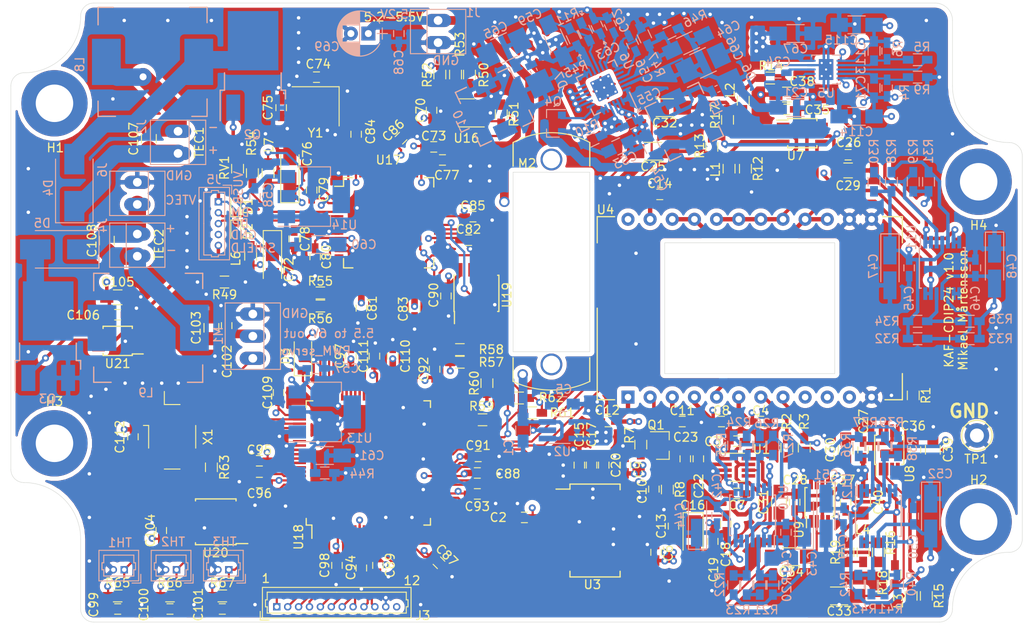
<source format=kicad_pcb>
(kicad_pcb (version 20171130) (host pcbnew 5.1.6)
  (layers (0 F.Cu signal) (1 In1.Cu power) (2 In2.Cu power) (31 B.Cu signal) (34 B.Paste user hide) (35 F.Paste user hide) (36 B.SilkS user) (37 F.SilkS user) (38 B.Mask user) (39 F.Mask user hide) (44 Edge.Cuts user))
  (net 0 "")
  (net 1 +3V3)
  (net 2 /ccd/VOUT_BUF)
  (net 3 "Net-(C10-Pad2)")
  (net 4 /ccd/V_AMP)
  (net 5 "Net-(C13-Pad2)")
  (net 6 "Net-(C13-Pad1)")
  (net 7 "Net-(C15-Pad1)")
  (net 8 "Net-(C17-Pad2)")
  (net 9 /ccd/V1_3.3V)
  (net 10 "Net-(C25-Pad1)")
  (net 11 /ccd/V_VH)
  (net 12 /ccd/V_RH)
  (net 13 /ccd/V_HH)
  (net 14 "Net-(C32-Pad1)")
  (net 15 /fpga/V1_3.3V)
  (net 16 /ccd/R_3.3V)
  (net 17 "Net-(C33-Pad1)")
  (net 18 "Net-(C34-Pad1)")
  (net 19 /ccd/H_3.3V)
  (net 20 /ccd/V_VL)
  (net 21 /ccd/V_RL)
  (net 22 /ccd/V_HL)
  (net 23 "Net-(C55-Pad1)")
  (net 24 "Net-(C56-Pad1)")
  (net 25 GND)
  (net 26 "Net-(C59-Pad1)")
  (net 27 +1V2)
  (net 28 "Net-(C72-Pad1)")
  (net 29 "Net-(C74-Pad1)")
  (net 30 "Net-(C75-Pad2)")
  (net 31 "Net-(C99-Pad1)")
  (net 32 "Net-(C100-Pad1)")
  (net 33 "Net-(C101-Pad1)")
  (net 34 "Net-(D4-Pad2)")
  (net 35 "Net-(D5-Pad2)")
  (net 36 GNDPWR)
  (net 37 "Net-(L1-Pad1)")
  (net 38 "Net-(L2-Pad1)")
  (net 39 "Net-(L3-Pad1)")
  (net 40 "Net-(L4-Pad1)")
  (net 41 /fpga/PWM_SERVO)
  (net 42 "Net-(Q2-Pad1)")
  (net 43 "Net-(Q3-Pad1)")
  (net 44 /ccd/R)
  (net 45 "Net-(R1-Pad1)")
  (net 46 "Net-(R2-Pad1)")
  (net 47 /ccd/H1)
  (net 48 /ccd/H2)
  (net 49 "Net-(R3-Pad1)")
  (net 50 "Net-(Q1-Pad1)")
  (net 51 "Net-(R20-Pad2)")
  (net 52 "Net-(R22-Pad2)")
  (net 53 "Net-(R24-Pad2)")
  (net 54 "Net-(R26-Pad2)")
  (net 55 "Net-(R28-Pad2)")
  (net 56 "Net-(R30-Pad2)")
  (net 57 "Net-(R32-Pad2)")
  (net 58 "Net-(R34-Pad2)")
  (net 59 "Net-(R36-Pad2)")
  (net 60 "Net-(R38-Pad2)")
  (net 61 "Net-(R40-Pad2)")
  (net 62 "Net-(R42-Pad2)")
  (net 63 "Net-(R50-Pad2)")
  (net 64 "Net-(R51-Pad1)")
  (net 65 "Net-(R52-Pad2)")
  (net 66 "Net-(R53-Pad2)")
  (net 67 "Net-(R54-Pad2)")
  (net 68 "Net-(R55-Pad1)")
  (net 69 "Net-(R57-Pad1)")
  (net 70 /usb-interface/FT_SS)
  (net 71 /usb-interface/FT_MOSI)
  (net 72 /usb-interface/FT_MISO)
  (net 73 "Net-(R60-Pad2)")
  (net 74 /usb-interface/FT_CRESET)
  (net 75 /usb-interface/FT_CDONE)
  (net 76 /ccd/AMP_OFF)
  (net 77 /ccd/AD_SLOAD)
  (net 78 /ccd/AD_SCLK)
  (net 79 /ccd/AD_SDATA)
  (net 80 /ccd/AD_D0)
  (net 81 /ccd/AD_D1)
  (net 82 /ccd/AD_D2)
  (net 83 /ccd/AD_D3)
  (net 84 /ccd/AD_D4)
  (net 85 /ccd/AD_D5)
  (net 86 /ccd/AD_D6)
  (net 87 /ccd/AD_D7)
  (net 88 /ccd/AD_OEB)
  (net 89 /ccd/AD_ADCLK)
  (net 90 /ccd/AD_CDSCLK2)
  (net 91 /ccd/AD_CDSCLK1)
  (net 92 /ccd/V1)
  (net 93 /ccd/V2)
  (net 94 /ccd/ccd_voltage_2/V3)
  (net 95 /usb-interface/FT_SCK)
  (net 96 /fpga/FT_OE#)
  (net 97 /fpga/FT_CLKOUT)
  (net 98 /fpga/FT_SIWUA)
  (net 99 /fpga/FT_WR#)
  (net 100 /fpga/FT_RD#)
  (net 101 /fpga/FT_TXE#)
  (net 102 /fpga/FT_RXF#)
  (net 103 /fpga/FT_D7)
  (net 104 /fpga/FT_D6)
  (net 105 /fpga/FT_D5)
  (net 106 /fpga/FT_D4)
  (net 107 /fpga/FT_D3)
  (net 108 /fpga/FT_D2)
  (net 109 /fpga/FT_D1)
  (net 110 /fpga/FT_D0)
  (net 111 /fpga/MCP_CS_N)
  (net 112 /fpga/MCP_DIN)
  (net 113 /fpga/MCP_DOUT)
  (net 114 /fpga/MCP_CLK)
  (net 115 /fpga/PWM_TEC1)
  (net 116 /ccd/VGUARD)
  (net 117 /fpga/AUX1)
  (net 118 /fpga/AUX2)
  (net 119 /fpga/AUX3)
  (net 120 /fpga/AUX4)
  (net 121 /fpga/AUX5)
  (net 122 /fpga/AUX6)
  (net 123 /fpga/AUX8)
  (net 124 /fpga/AUX9)
  (net 125 /fpga/AUX10)
  (net 126 /fpga/CLK)
  (net 127 "Net-(R63-Pad2)")
  (net 128 /ccd/V_AMPL)
  (net 129 /fpga/AUX7)
  (net 130 "Net-(C107-Pad2)")
  (net 131 "Net-(C108-Pad2)")
  (net 132 /fpga/PWM_TEC2)
  (net 133 /usb-interface/VUSB)
  (net 134 /thermo_and_mechanical/V_TEC)
  (net 135 /usb-interface/DM)
  (net 136 /usb-interface/DP)
  (net 137 +6V)
  (net 138 /usb-interface/VPHY)
  (net 139 /fpga/VPP_2V5)
  (net 140 "Net-(D6-Pad2)")
  (net 141 "Net-(D7-Pad1)")
  (net 142 /ccd/AVDD)
  (net 143 /ccd/VSS)
  (net 144 /ccd/VRD)
  (net 145 /ccd/VOG)
  (net 146 /usb-interface/VREG)
  (net 147 -14.5V)
  (net 148 +14.5V)
  (net 149 /power/+15V)
  (net 150 "Net-(C24-Pad2)")
  (net 151 /power/-15V)
  (net 152 "Net-(C71-Pad1)")
  (net 153 "Net-(C113-Pad2)")
  (net 154 "Net-(R5-Pad1)")
  (net 155 "Net-(C54-Pad1)")
  (net 156 "Net-(C62-Pad1)")
  (net 157 "Net-(C63-Pad1)")
  (net 158 "Net-(C64-Pad2)")
  (net 159 "Net-(Q4-Pad1)")
  (module kaf_board:TI_WQFN-24-1EP_4x4mm_P0.5mm_HandSolder (layer B.Cu) (at 160.048385 76.703583 115)
    (fp_text reference U6 (at 1.689127 3.603048 295) (layer B.SilkS) (effects (justify mirror)))
    (fp_text value TPS6513x)
    (pad 25 smd roundrect (at 0.6 -0.6 25) (size 1 1) (layers B.Cu B.Paste B.Mask) (roundrect_rratio 0.04099999999999999) (net 25 GND))
    (pad 25 smd roundrect (at -0.6 0.6 25) (size 1 1) (layers B.Cu B.Paste B.Mask) (roundrect_rratio 0.04099999999999999) (net 25 GND))
    (pad 25 smd roundrect (at 0.6 0.6 25) (size 1 1) (layers B.Cu B.Paste B.Mask) (roundrect_rratio 0.04099999999999999) (net 25 GND))
    (pad 25 smd roundrect (at -0.6 -0.6 25) (size 1 1) (layers B.Cu B.Paste B.Mask) (roundrect_rratio 0.04099999999999999) (net 25 GND))
    (pad 25 smd roundrect (at 0 0 25) (size 2.45 2.45) (layers F.Cu F.Mask) (roundrect_rratio 0.04099999999999999) (net 25 GND))
    (pad 25 thru_hole circle (at 0 -0.975 25) (size 0.5 0.5) (drill 0.25) (layers *.Cu *.Mask) (net 25 GND))
    (pad 25 thru_hole circle (at 0.975 0 25) (size 0.5 0.5) (drill 0.25) (layers *.Cu *.Mask) (net 25 GND))
    (pad 25 thru_hole circle (at 0 0.975 25) (size 0.5 0.5) (drill 0.25) (layers *.Cu *.Mask) (net 25 GND))
    (pad 25 thru_hole circle (at -0.975 0 25) (size 0.5 0.5) (drill 0.25) (layers *.Cu *.Mask) (net 25 GND))
    (pad 25 thru_hole circle (at -0.975 -0.975 25) (size 0.5 0.5) (drill 0.25) (layers *.Cu *.Mask) (net 25 GND))
    (pad 25 thru_hole circle (at 0.975 -0.975 25) (size 0.5 0.5) (drill 0.25) (layers *.Cu *.Mask) (net 25 GND))
    (pad 25 thru_hole circle (at 0.975 0.975 25) (size 0.5 0.5) (drill 0.25) (layers *.Cu *.Mask) (net 25 GND))
    (pad 25 thru_hole circle (at -0.975 0.975 25) (size 0.5 0.5) (drill 0.25) (layers *.Cu *.Mask) (net 25 GND))
    (pad 25 thru_hole circle (at 0 0 25) (size 0.5 0.5) (drill 0.25) (layers *.Cu *.Mask) (net 25 GND))
    (pad 25 smd roundrect (at 0 0 25) (size 2.45 2.45) (layers B.Cu B.Mask) (roundrect_rratio 0.04099999999999999) (net 25 GND))
    (pad 19 smd roundrect (at 1.25 2.3 25) (size 1 0.25) (layers B.Cu B.Paste B.Mask) (net 25 GND))
    (pad 20 smd roundrect (at 0.75 2.3 25) (size 1 0.25) (layers B.Cu B.Paste B.Mask))
    (pad 21 smd roundrect (at 0.25 2.3 25) (size 1 0.25) (layers B.Cu B.Paste B.Mask) (net 24 "Net-(C56-Pad1)"))
    (pad 22 smd roundrect (at -0.25 2.3 25) (size 1 0.25) (layers B.Cu B.Paste B.Mask) (net 158 "Net-(C64-Pad2)"))
    (pad 23 smd roundrect (at -0.75 2.3 25) (size 1 0.25) (layers B.Cu B.Paste B.Mask) (net 149 /power/+15V))
    (pad 24 smd roundrect (at -1.25 2.3 25) (size 1 0.25) (layers B.Cu B.Paste B.Mask) (net 140 "Net-(D6-Pad2)"))
    (pad 12 smd roundrect (at 1.25 -2.3 25) (size 1 0.25) (layers B.Cu B.Paste B.Mask))
    (pad 11 smd roundrect (at 0.75 -2.3 25) (size 1 0.25) (layers B.Cu B.Paste B.Mask) (net 23 "Net-(C55-Pad1)"))
    (pad 10 smd roundrect (at 0.25 -2.3 25) (size 1 0.25) (layers B.Cu B.Paste B.Mask) (net 23 "Net-(C55-Pad1)"))
    (pad 9 smd roundrect (at -0.25 -2.3 25) (size 1 0.25) (layers B.Cu B.Paste B.Mask) (net 23 "Net-(C55-Pad1)"))
    (pad 8 smd roundrect (at -0.75 -2.3 25) (size 1 0.25) (layers B.Cu B.Paste B.Mask) (net 23 "Net-(C55-Pad1)"))
    (pad 18 smd roundrect (at 2.3 1.25 115) (size 1 0.25) (layers B.Cu B.Paste B.Mask) (net 156 "Net-(C62-Pad1)"))
    (pad 17 smd roundrect (at 2.3 0.75 115) (size 1 0.25) (layers B.Cu B.Paste B.Mask) (net 157 "Net-(C63-Pad1)"))
    (pad 16 smd roundrect (at 2.3 0.25 115) (size 1 0.25) (layers B.Cu B.Paste B.Mask) (net 26 "Net-(C59-Pad1)"))
    (pad 15 smd roundrect (at 2.3 -0.25 115) (size 1 0.25) (layers B.Cu B.Paste B.Mask) (net 151 /power/-15V))
    (pad 14 smd roundrect (at 2.3 -0.75 115) (size 1 0.25) (layers B.Cu B.Paste B.Mask) (net 141 "Net-(D7-Pad1)"))
    (pad 13 smd roundrect (at 2.3 -1.25 115) (size 1 0.25) (layers B.Cu B.Paste B.Mask) (net 141 "Net-(D7-Pad1)"))
    (pad 7 smd roundrect (at -1.25 -2.3 25) (size 1 0.25) (layers B.Cu B.Paste B.Mask) (net 159 "Net-(Q4-Pad1)"))
    (pad 6 smd roundrect (at -2.3 -1.25 115) (size 1 0.25) (layers B.Cu B.Paste B.Mask) (net 137 +6V))
    (pad 5 smd roundrect (at -2.3 -0.75 115) (size 1 0.25) (layers B.Cu B.Paste B.Mask) (net 137 +6V))
    (pad 4 smd roundrect (at -2.3 -0.25 115) (size 1 0.25) (layers B.Cu B.Paste B.Mask) (net 23 "Net-(C55-Pad1)"))
    (pad 3 smd roundrect (at -2.3 0.25 115) (size 1 0.25) (layers B.Cu B.Paste B.Mask) (net 25 GND))
    (pad 2 smd roundrect (at -2.3 0.75 115) (size 1 0.25) (layers B.Cu B.Paste B.Mask) (net 25 GND))
    (pad 1 smd roundrect (at -2.3 1.25 115) (size 1 0.25) (layers B.Cu B.Paste B.Mask) (net 140 "Net-(D6-Pad2)"))
  )
  (module Resistors_SMD:R_0603_HandSoldering (layer B.Cu) (at 164.664058 70.820737 295)
    (fp_text reference R47 (at 3.536615 0.175102 295) (layer B.SilkS) (effects (justify mirror)))
    (fp_text value 85.8k)
    (pad 1 smd rect (at -1.1 0 295) (size 1.2 0.9) (layers B.Cu B.Paste B.Mask) (net 25 GND))
    (pad 2 smd rect (at 1.1 0 295) (size 1.2 0.9) (layers B.Cu B.Paste B.Mask) (net 158 "Net-(C64-Pad2)"))
  )
  (module Resistors_SMD:R_0603_HandSoldering (layer B.Cu) (at 167.539815 70.362451 25)
    (fp_text reference R46 (at 3.343159 -0.165033 205) (layer B.SilkS) (effects (justify mirror)))
    (fp_text value 975k)
    (pad 1 smd rect (at -1.1 0 25) (size 1.2 0.9) (layers B.Cu B.Paste B.Mask) (net 158 "Net-(C64-Pad2)"))
    (pad 2 smd rect (at 1.1 0 25) (size 1.2 0.9) (layers B.Cu B.Paste B.Mask) (net 149 /power/+15V))
  )
  (module Resistors_SMD:R_0603_HandSoldering (layer B.Cu) (at 156.526545 70.925629 115)
    (fp_text reference R45 (at -3.445678 -1.305022 205) (layer B.SilkS) (effects (justify mirror)))
    (fp_text value 1.3M)
    (pad 1 smd rect (at -1.1 0 115) (size 1.2 0.9) (layers B.Cu B.Paste B.Mask) (net 151 /power/-15V))
    (pad 2 smd rect (at 1.1 0 115) (size 1.2 0.9) (layers B.Cu B.Paste B.Mask) (net 26 "Net-(C59-Pad1)"))
  )
  (module Resistors_SMD:R_0603_HandSoldering (layer B.Cu) (at 157.886006 70.291703 115)
    (fp_text reference R11 (at 2.414788 -1.175619 205) (layer B.SilkS) (effects (justify mirror)))
    (fp_text value 104.8k)
    (pad 1 smd rect (at -1.1 0 115) (size 1.2 0.9) (layers B.Cu B.Paste B.Mask) (net 26 "Net-(C59-Pad1)"))
    (pad 2 smd rect (at 1.1 0 115) (size 1.2 0.9) (layers B.Cu B.Paste B.Mask) (net 157 "Net-(C63-Pad1)"))
  )
  (module Resistors_SMD:R_0603_HandSoldering (layer B.Cu) (at 158.721243 82.685982 205)
    (fp_text reference R10 (at 0 1.45 25) (layer B.SilkS) (effects (justify mirror)))
    (fp_text value 100)
    (pad 1 smd rect (at -1.1 0 205) (size 1.2 0.9) (layers B.Cu B.Paste B.Mask) (net 23 "Net-(C55-Pad1)"))
    (pad 2 smd rect (at 1.1 0 205) (size 1.2 0.9) (layers B.Cu B.Paste B.Mask) (net 137 +6V))
  )
  (module TO_SOT_Packages_SMD:SOT-23 (layer B.Cu) (at 154.2 80.8 180)
    (fp_text reference Q4 (at 0 2.5) (layer B.SilkS) (effects (justify mirror)))
    (fp_text value Si2323DS)
    (pad 1 smd rect (at -1 0.95 180) (size 0.9 0.8) (layers B.Cu B.Paste B.Mask) (net 159 "Net-(Q4-Pad1)"))
    (pad 2 smd rect (at -1 -0.95 180) (size 0.9 0.8) (layers B.Cu B.Paste B.Mask) (net 137 +6V))
    (pad 3 smd rect (at 1 0 180) (size 0.9 0.8) (layers B.Cu B.Paste B.Mask) (net 155 "Net-(C54-Pad1)"))
  )
  (module kaf_board:L_SMT_B82462G4 (layer B.Cu) (at 147.5 78.9 295)
    (fp_text reference L10 (at -0.107488 4.253051 295) (layer B.SilkS) (effects (justify mirror)))
    (fp_text value 4.7u)
    (pad 2 smd rect (at 2.875 0 295) (size 1.75 2.4) (layers B.Cu B.Paste B.Mask) (net 141 "Net-(D7-Pad1)"))
    (pad 1 smd rect (at -2.875 0 295) (size 1.75 2.4) (layers B.Cu B.Paste B.Mask) (net 25 GND))
  )
  (module kaf_board:L_SMT_B82462G4 (layer B.Cu) (at 169.228335 80.608859 295)
    (fp_text reference L5 (at 0.051329 -3.916961 295) (layer B.SilkS) (effects (justify mirror)))
    (fp_text value 4.7u)
    (pad 2 smd rect (at 2.875 0 295) (size 1.75 2.4) (layers B.Cu B.Paste B.Mask) (net 155 "Net-(C54-Pad1)"))
    (pad 1 smd rect (at -2.875 0 295) (size 1.75 2.4) (layers B.Cu B.Paste B.Mask) (net 140 "Net-(D6-Pad2)"))
  )
  (module Diodes_SMD:D_Powermite_AK (layer B.Cu) (at 152.371821 75.621453 115)
    (fp_text reference D7 (at -1.363166 2.26422 295) (layer B.SilkS) (effects (justify mirror)))
    (fp_text value MBRM120)
    (pad 2 smd rect (at 1.6525 0 115) (size 0.762 1.27) (layers B.Cu B.Paste B.Mask) (net 151 /power/-15V))
    (pad 1 smd rect (at -0.6985 0 115) (size 2.67 2.54) (layers B.Cu B.Paste B.Mask) (net 141 "Net-(D7-Pad1)"))
  )
  (module Diodes_SMD:D_Powermite_AK (layer B.Cu) (at 173.905469 76.441796 205)
    (fp_text reference D6 (at -3.093666 0.258584 115) (layer B.SilkS) (effects (justify mirror)))
    (fp_text value MBRM120)
    (pad 2 smd rect (at 1.6525 0 205) (size 0.762 1.27) (layers B.Cu B.Paste B.Mask) (net 140 "Net-(D6-Pad2)"))
    (pad 1 smd rect (at -0.6985 0 205) (size 2.67 2.54) (layers B.Cu B.Paste B.Mask) (net 149 /power/+15V))
  )
  (module Capacitors_SMD:C_1210_HandSoldering (layer B.Cu) (at 171.380998 73.867492 25)
    (fp_text reference C66 (at 3.984642 0.018195 115) (layer B.SilkS) (effects (justify mirror)))
    (fp_text value 22u)
    (pad 1 smd rect (at -2 0 25) (size 2 2.5) (layers B.Cu B.Paste B.Mask) (net 149 /power/+15V))
    (pad 2 smd rect (at 2 0 25) (size 2 2.5) (layers B.Cu B.Paste B.Mask) (net 25 GND))
  )
  (module Capacitors_SMD:C_1210_HandSoldering (layer B.Cu) (at 148.551769 72.161728 205)
    (fp_text reference C65 (at 0 2.25 25) (layer B.SilkS) (effects (justify mirror)))
    (fp_text value 22u)
    (pad 1 smd rect (at -2 0 205) (size 2 2.5) (layers B.Cu B.Paste B.Mask) (net 151 /power/-15V))
    (pad 2 smd rect (at 2 0 205) (size 2 2.5) (layers B.Cu B.Paste B.Mask) (net 25 GND))
  )
  (module Capacitors_SMD:C_1206_HandSoldering (layer B.Cu) (at 169.653882 71.583401 205)
    (fp_text reference C64 (at -4.879987 -0.528486 205) (layer B.SilkS) (effects (justify mirror)))
    (fp_text value 6.8u)
    (pad 1 smd rect (at -2 0 205) (size 2 1.6) (layers B.Cu B.Paste B.Mask) (net 149 /power/+15V))
    (pad 2 smd rect (at 2 0 205) (size 2 1.6) (layers B.Cu B.Paste B.Mask) (net 158 "Net-(C64-Pad2)"))
  )
  (module Capacitors_SMD:C_0603_HandSoldering (layer B.Cu) (at 159.245469 69.657774 115)
    (fp_text reference C63 (at -3.106119 -0.064185 25) (layer B.SilkS) (effects (justify mirror)))
    (fp_text value 220n)
    (pad 1 smd rect (at -0.95 0 115) (size 1.2 0.75) (layers B.Cu B.Paste B.Mask) (net 157 "Net-(C63-Pad1)"))
    (pad 2 smd rect (at 0.95 0 115) (size 1.2 0.75) (layers B.Cu B.Paste B.Mask) (net 25 GND))
  )
  (module Capacitors_SMD:C_0603_HandSoldering (layer B.Cu) (at 160.761804 69.550928 115)
    (fp_text reference C62 (at 0 1.25 115) (layer B.SilkS) (effects (justify mirror)))
    (fp_text value 4.7n)
    (pad 1 smd rect (at -0.95 0 115) (size 1.2 0.75) (layers B.Cu B.Paste B.Mask) (net 156 "Net-(C62-Pad1)"))
    (pad 2 smd rect (at 0.95 0 115) (size 1.2 0.75) (layers B.Cu B.Paste B.Mask) (net 25 GND))
  )
  (module Capacitors_SMD:C_1206_HandSoldering (layer B.Cu) (at 154.50262 71.31771 295)
    (fp_text reference C59 (at -3.665597 1.54856 25) (layer B.SilkS) (effects (justify mirror)))
    (fp_text value 6.8u)
    (pad 1 smd rect (at -2 0 295) (size 2 1.6) (layers B.Cu B.Paste B.Mask) (net 26 "Net-(C59-Pad1)"))
    (pad 2 smd rect (at 2 0 295) (size 2 1.6) (layers B.Cu B.Paste B.Mask) (net 151 /power/-15V))
  )
  (module Capacitors_SMD:C_0603_HandSoldering (layer B.Cu) (at 163.298491 71.678189 115)
    (fp_text reference C56 (at -3.379363 -0.139767 115) (layer B.SilkS) (effects (justify mirror)))
    (fp_text value 10n)
    (pad 1 smd rect (at -0.95 0 115) (size 1.2 0.75) (layers B.Cu B.Paste B.Mask) (net 24 "Net-(C56-Pad1)"))
    (pad 2 smd rect (at 0.95 0 115) (size 1.2 0.75) (layers B.Cu B.Paste B.Mask) (net 25 GND))
  )
  (module Capacitors_SMD:C_0603_HandSoldering (layer B.Cu) (at 163.138727 80.800385 25)
    (fp_text reference C55 (at 3.178427 -1.938771 205) (layer B.SilkS) (effects (justify mirror)))
    (fp_text value 0.1u)
    (pad 1 smd rect (at -0.95 0 25) (size 1.2 0.75) (layers B.Cu B.Paste B.Mask) (net 23 "Net-(C55-Pad1)"))
    (pad 2 smd rect (at 0.95 0 25) (size 1.2 0.75) (layers B.Cu B.Paste B.Mask) (net 25 GND))
  )
  (module Capacitors_SMD:C_0805_HandSoldering (layer B.Cu) (at 165.481938 83.459211 115)
    (fp_text reference C54 (at -3.736034 -0.83951 295) (layer B.SilkS) (effects (justify mirror)))
    (fp_text value 4.7u)
    (pad 1 smd rect (at -1.25 0 115) (size 1.5 1.25) (layers B.Cu B.Paste B.Mask) (net 155 "Net-(C54-Pad1)"))
    (pad 2 smd rect (at 1.25 0 115) (size 1.5 1.25) (layers B.Cu B.Paste B.Mask) (net 25 GND))
  )
  (module Capacitors_SMD:C_0805_HandSoldering (layer B.Cu) (at 161.724303 83.446023 25)
    (fp_text reference C53 (at 0 1.75 25) (layer B.SilkS) (effects (justify mirror)))
    (fp_text value 4.7u)
    (pad 1 smd rect (at -1.25 0 25) (size 1.5 1.25) (layers B.Cu B.Paste B.Mask) (net 137 +6V))
    (pad 2 smd rect (at 1.25 0 25) (size 1.5 1.25) (layers B.Cu B.Paste B.Mask) (net 25 GND))
  )
  (module Capacitors_THT:CP_Radial_D5.0mm_P2.00mm (layer B.Cu) (at 133 70.5 180)
    (fp_text reference C69 (at 4.75 -1.5) (layer B.SilkS) (effects (justify mirror)))
    (fp_text value 47u)
    (pad 1 thru_hole rect (at 0 0 180) (size 1.6 1.6) (drill 0.8) (layers *.Cu *.Mask) (net 137 +6V))
    (pad 2 thru_hole circle (at 2 0 180) (size 1.6 1.6) (drill 0.8) (layers *.Cu *.Mask) (net 25 GND))
  )
  (module Capacitors_SMD:C_1206_HandSoldering (layer F.Cu) (at 181.5 130.5 180)
    (fp_text reference C34 (at 0 -1.75) (layer F.SilkS))
    (fp_text value 33u)
    (pad 1 smd rect (at -2 0 180) (size 2 1.6) (layers F.Cu F.Paste F.Mask) (net 18 "Net-(C34-Pad1)"))
    (pad 2 smd rect (at 2 0 180) (size 2 1.6) (layers F.Cu F.Paste F.Mask) (net 19 /ccd/H_3.3V))
  )
  (module Capacitors_SMD:C_1206_HandSoldering (layer F.Cu) (at 187 135 180)
    (fp_text reference C33 (at 0 -1.75) (layer F.SilkS))
    (fp_text value 33u)
    (pad 1 smd rect (at -2 0 180) (size 2 1.6) (layers F.Cu F.Paste F.Mask) (net 17 "Net-(C33-Pad1)"))
    (pad 2 smd rect (at 2 0 180) (size 2 1.6) (layers F.Cu F.Paste F.Mask) (net 16 /ccd/R_3.3V))
  )
  (module Capacitors_SMD:C_1206_HandSoldering (layer F.Cu) (at 167 79 180)
    (fp_text reference C32 (at 0 -1.75) (layer F.SilkS))
    (fp_text value 33u)
    (pad 1 smd rect (at -2 0 180) (size 2 1.6) (layers F.Cu F.Paste F.Mask) (net 14 "Net-(C32-Pad1)"))
    (pad 2 smd rect (at 2 0 180) (size 2 1.6) (layers F.Cu F.Paste F.Mask) (net 15 /fpga/V1_3.3V))
  )
  (module Capacitors_SMD:C_1206_HandSoldering (layer F.Cu) (at 165.65 84 180)
    (fp_text reference C25 (at 0 -1.75) (layer F.SilkS))
    (fp_text value 33u)
    (pad 1 smd rect (at -2 0 180) (size 2 1.6) (layers F.Cu F.Paste F.Mask) (net 10 "Net-(C25-Pad1)"))
    (pad 2 smd rect (at 2 0 180) (size 2 1.6) (layers F.Cu F.Paste F.Mask) (net 9 /ccd/V1_3.3V))
  )
  (module kaf_board:TI_WSON-10-1TP_3x3mm_P0.5mm_HandSolder (layer B.Cu) (at 185.5 74.625)
    (fp_text reference U5 (at 0 2.7) (layer B.SilkS) (effects (justify mirror)))
    (fp_text value TPS7A39)
    (pad 10 smd roundrect (at 1.7 1) (size 1 0.24) (layers B.Cu B.Paste B.Mask) (net 148 +14.5V))
    (pad 9 smd roundrect (at 1.7 0.5) (size 1 0.24) (layers B.Cu B.Paste B.Mask) (net 152 "Net-(C71-Pad1)"))
    (pad 8 smd roundrect (at 1.7 0) (size 1 0.24) (layers B.Cu B.Paste B.Mask) (net 154 "Net-(R5-Pad1)"))
    (pad 7 smd roundrect (at 1.7 -0.5) (size 1 0.24) (layers B.Cu B.Paste B.Mask) (net 153 "Net-(C113-Pad2)"))
    (pad 6 smd roundrect (at 1.7 -1) (size 1 0.24) (layers B.Cu B.Paste B.Mask) (net 147 -14.5V))
    (pad 5 smd roundrect (at -1.7 -1) (size 1 0.24) (layers B.Cu B.Paste B.Mask) (net 151 /power/-15V))
    (pad 4 smd roundrect (at -1.7 -0.5) (size 1 0.24) (layers B.Cu B.Paste B.Mask) (net 25 GND))
    (pad 3 smd roundrect (at -1.7 0) (size 1 0.24) (layers B.Cu B.Paste B.Mask) (net 150 "Net-(C24-Pad2)"))
    (pad 2 smd roundrect (at -1.7 0.5) (size 1 0.24) (layers B.Cu B.Paste B.Mask) (net 149 /power/+15V))
    (pad 11 smd rect (at -0.001 0) (size 1.65 2.4) (layers F.Cu F.Mask) (net 25 GND))
    (pad 11 smd rect (at 0.45 0.635) (size 0.68 1.05) (layers B.Cu B.Paste B.Mask) (net 25 GND))
    (pad 11 smd rect (at 0.45 -0.635) (size 0.68 1.05) (layers B.Cu B.Paste B.Mask) (net 25 GND))
    (pad 11 smd rect (at 0.25 -1.55) (size 0.26 0.5) (layers B.Cu B.Paste B.Mask) (net 25 GND))
    (pad 11 thru_hole circle (at 0 0) (size 0.6 0.6) (drill 0.25) (layers *.Cu *.Mask) (net 25 GND))
    (pad 11 smd roundrect (at -0.25 1.55) (size 0.28 1) (layers B.Cu B.Mask) (net 25 GND))
    (pad 11 smd roundrect (at -0.25 -1.55) (size 0.28 1) (layers B.Cu B.Mask) (net 25 GND))
    (pad 11 thru_hole circle (at 0.5 -0.75) (size 0.6 0.6) (drill 0.25) (layers *.Cu *.Mask) (net 25 GND))
    (pad 11 smd rect (at -0.45 0.635) (size 0.68 1.05) (layers B.Cu B.Paste B.Mask) (net 25 GND))
    (pad 11 thru_hole circle (at 0.5 0.75) (size 0.6 0.6) (drill 0.25) (layers *.Cu *.Mask) (net 25 GND))
    (pad 11 thru_hole circle (at -0.5 0.75) (size 0.6 0.6) (drill 0.25) (layers *.Cu *.Mask) (net 25 GND))
    (pad 11 thru_hole circle (at -0.5 -0.75) (size 0.6 0.6) (drill 0.25) (layers *.Cu *.Mask) (net 25 GND))
    (pad 11 smd rect (at 0 0) (size 1.65 2.4) (layers B.Cu B.Mask) (net 25 GND))
    (pad 11 smd rect (at 0.25 1.55) (size 0.26 0.5) (layers B.Cu B.Paste B.Mask) (net 25 GND))
    (pad 11 smd rect (at -0.25 1.55) (size 0.26 0.5) (layers B.Cu B.Paste B.Mask) (net 25 GND))
    (pad 11 smd rect (at -0.25 -1.55) (size 0.26 0.5) (layers B.Cu B.Paste B.Mask) (net 25 GND))
    (pad 11 smd rect (at -0.45 -0.635) (size 0.68 1.05) (layers B.Cu B.Paste B.Mask) (net 25 GND))
    (pad 11 smd roundrect (at 0.25 1.55) (size 0.28 1) (layers B.Cu B.Mask) (net 25 GND))
    (pad 11 smd roundrect (at 0.25 -1.55) (size 0.28 1) (layers B.Cu B.Mask) (net 25 GND))
    (pad 1 smd roundrect (at -1.7 1) (size 1 0.24) (layers B.Cu B.Paste B.Mask) (net 149 /power/+15V))
  )
  (module Resistors_SMD:R_0603_HandSoldering (layer B.Cu) (at 196 75.5)
    (fp_text reference R9 (at 0.5 1.45) (layer B.SilkS) (effects (justify mirror)))
    (fp_text value "15k 0.1%")
    (pad 1 smd rect (at -1.1 0) (size 1.2 0.9) (layers B.Cu B.Paste B.Mask) (net 152 "Net-(C71-Pad1)"))
    (pad 2 smd rect (at 1.1 0) (size 1.2 0.9) (layers B.Cu B.Paste B.Mask) (net 25 GND))
  )
  (module Resistors_SMD:R_0603_HandSoldering (layer B.Cu) (at 191 72.5 90)
    (fp_text reference R6 (at 0.25 2.75 90) (layer B.SilkS) (effects (justify mirror)))
    (fp_text value "147k 0.1%")
    (pad 1 smd rect (at -1.1 0 90) (size 1.2 0.9) (layers B.Cu B.Paste B.Mask) (net 153 "Net-(C113-Pad2)"))
    (pad 2 smd rect (at 1.1 0 90) (size 1.2 0.9) (layers B.Cu B.Paste B.Mask) (net 147 -14.5V))
  )
  (module Resistors_SMD:R_0603_HandSoldering (layer B.Cu) (at 196 73.5 180)
    (fp_text reference R5 (at -0.5 1.45) (layer B.SilkS) (effects (justify mirror)))
    (fp_text value "12k 0.1%")
    (pad 1 smd rect (at -1.1 0 180) (size 1.2 0.9) (layers B.Cu B.Paste B.Mask) (net 154 "Net-(R5-Pad1)"))
    (pad 2 smd rect (at 1.1 0 180) (size 1.2 0.9) (layers B.Cu B.Paste B.Mask) (net 153 "Net-(C113-Pad2)"))
  )
  (module Resistors_SMD:R_0603_HandSoldering (layer B.Cu) (at 191 76.75 90)
    (fp_text reference R4 (at -0.5 3.5 90) (layer B.SilkS) (effects (justify mirror)))
    (fp_text value "169k 0.1%")
    (pad 1 smd rect (at -1.1 0 90) (size 1.2 0.9) (layers B.Cu B.Paste B.Mask) (net 148 +14.5V))
    (pad 2 smd rect (at 1.1 0 90) (size 1.2 0.9) (layers B.Cu B.Paste B.Mask) (net 152 "Net-(C71-Pad1)"))
  )
  (module Capacitors_SMD:C_1206_HandSoldering (layer B.Cu) (at 189 69.5)
    (fp_text reference C115 (at -1.75 1.75) (layer B.SilkS) (effects (justify mirror)))
    (fp_text value 10u)
    (pad 1 smd rect (at -2 0) (size 2 1.6) (layers B.Cu B.Paste B.Mask) (net 25 GND))
    (pad 2 smd rect (at 2 0) (size 2 1.6) (layers B.Cu B.Paste B.Mask) (net 147 -14.5V))
  )
  (module Capacitors_SMD:C_1206_HandSoldering (layer B.Cu) (at 189 80)
    (fp_text reference C114 (at 0 1.75) (layer B.SilkS) (effects (justify mirror)))
    (fp_text value 10u)
    (pad 1 smd rect (at -2 0) (size 2 1.6) (layers B.Cu B.Paste B.Mask) (net 25 GND))
    (pad 2 smd rect (at 2 0) (size 2 1.6) (layers B.Cu B.Paste B.Mask) (net 148 +14.5V))
  )
  (module Capacitors_SMD:C_0603_HandSoldering (layer B.Cu) (at 192.5 72.5 270)
    (fp_text reference C113 (at 0.75 3 90) (layer B.SilkS) (effects (justify mirror)))
    (fp_text value 10n)
    (pad 1 smd rect (at -0.95 0 270) (size 1.2 0.75) (layers B.Cu B.Paste B.Mask) (net 147 -14.5V))
    (pad 2 smd rect (at 0.95 0 270) (size 1.2 0.75) (layers B.Cu B.Paste B.Mask) (net 153 "Net-(C113-Pad2)"))
  )
  (module Capacitors_SMD:C_0603_HandSoldering (layer B.Cu) (at 192.5 76.75 270)
    (fp_text reference C71 (at 0 3 90) (layer B.SilkS) (effects (justify mirror)))
    (fp_text value 10n)
    (pad 1 smd rect (at -0.95 0 270) (size 1.2 0.75) (layers B.Cu B.Paste B.Mask) (net 152 "Net-(C71-Pad1)"))
    (pad 2 smd rect (at 0.95 0 270) (size 1.2 0.75) (layers B.Cu B.Paste B.Mask) (net 148 +14.5V))
  )
  (module Capacitors_SMD:C_1206_HandSoldering (layer B.Cu) (at 182 70.5 180)
    (fp_text reference C67 (at 0 -1.75) (layer B.SilkS) (effects (justify mirror)))
    (fp_text value 10u)
    (pad 1 smd rect (at -2 0 180) (size 2 1.6) (layers B.Cu B.Paste B.Mask) (net 25 GND))
    (pad 2 smd rect (at 2 0 180) (size 2 1.6) (layers B.Cu B.Paste B.Mask) (net 151 /power/-15V))
  )
  (module Capacitors_SMD:C_0603_HandSoldering (layer B.Cu) (at 180 75)
    (fp_text reference C24 (at 0 -1.25) (layer B.SilkS) (effects (justify mirror)))
    (fp_text value 0.1u)
    (pad 1 smd rect (at -0.95 0) (size 1.2 0.75) (layers B.Cu B.Paste B.Mask) (net 25 GND))
    (pad 2 smd rect (at 0.95 0) (size 1.2 0.75) (layers B.Cu B.Paste B.Mask) (net 150 "Net-(C24-Pad2)"))
  )
  (module Capacitors_SMD:C_1206_HandSoldering (layer B.Cu) (at 182 79 180)
    (fp_text reference C21 (at 0 1.75) (layer B.SilkS) (effects (justify mirror)))
    (fp_text value 10u)
    (pad 1 smd rect (at -2 0 180) (size 2 1.6) (layers B.Cu B.Paste B.Mask) (net 25 GND))
    (pad 2 smd rect (at 2 0 180) (size 2 1.6) (layers B.Cu B.Paste B.Mask) (net 149 /power/+15V))
  )
  (module Measurement_Points:Test_Point_Keystone_5005-5009_Compact (layer F.Cu) (at 202.8 116.6)
    (fp_text reference TP1 (at -0.1 2.7) (layer F.SilkS))
    (fp_text value GND)
    (pad 1 thru_hole circle (at 0 0) (size 2.8 2.8) (drill 1.6) (layers *.Cu *.Mask) (net 25 GND))
  )
  (module Connectors_Molex:Molex_PicoBlade_53047-1210_12x1.25mm_Straight (layer F.Cu) (at 122.5 136.25)
    (fp_text reference J3 (at 16.75 1) (layer F.SilkS))
    (fp_text value Conn_01x12)
    (pad 1 thru_hole rect (at 0 0) (size 0.85 0.85) (drill 0.5) (layers *.Cu *.Mask) (net 117 /fpga/AUX1))
    (pad 2 thru_hole circle (at 1.25 0) (size 0.85 0.85) (drill 0.5) (layers *.Cu *.Mask) (net 118 /fpga/AUX2))
    (pad 3 thru_hole circle (at 2.5 0) (size 0.85 0.85) (drill 0.5) (layers *.Cu *.Mask) (net 119 /fpga/AUX3))
    (pad 4 thru_hole circle (at 3.75 0) (size 0.85 0.85) (drill 0.5) (layers *.Cu *.Mask) (net 120 /fpga/AUX4))
    (pad 5 thru_hole circle (at 5 0) (size 0.85 0.85) (drill 0.5) (layers *.Cu *.Mask) (net 121 /fpga/AUX5))
    (pad 6 thru_hole circle (at 6.25 0) (size 0.85 0.85) (drill 0.5) (layers *.Cu *.Mask) (net 122 /fpga/AUX6))
    (pad 7 thru_hole circle (at 7.5 0) (size 0.85 0.85) (drill 0.5) (layers *.Cu *.Mask) (net 129 /fpga/AUX7))
    (pad 8 thru_hole circle (at 8.75 0) (size 0.85 0.85) (drill 0.5) (layers *.Cu *.Mask) (net 123 /fpga/AUX8))
    (pad 9 thru_hole circle (at 10 0) (size 0.85 0.85) (drill 0.5) (layers *.Cu *.Mask) (net 124 /fpga/AUX9))
    (pad 10 thru_hole circle (at 11.25 0) (size 0.85 0.85) (drill 0.5) (layers *.Cu *.Mask) (net 125 /fpga/AUX10))
    (pad 11 thru_hole circle (at 12.5 0) (size 0.85 0.85) (drill 0.5) (layers *.Cu *.Mask) (net 25 GND))
    (pad 12 thru_hole circle (at 13.75 0) (size 0.85 0.85) (drill 0.5) (layers *.Cu *.Mask) (net 1 +3V3))
  )
  (module Housings_QFP:LQFP-64_10x10mm_Pitch0.5mm (layer F.Cu) (at 135.33 92.2)
    (fp_text reference U17 (at 0 -7.2) (layer F.SilkS))
    (fp_text value FT2232HL)
    (pad 1 smd rect (at -5.7 -3.75) (size 1 0.25) (layers F.Cu F.Paste F.Mask) (net 25 GND))
    (pad 2 smd rect (at -5.7 -3.25) (size 1 0.25) (layers F.Cu F.Paste F.Mask) (net 29 "Net-(C74-Pad1)"))
    (pad 3 smd rect (at -5.7 -2.75) (size 1 0.25) (layers F.Cu F.Paste F.Mask) (net 30 "Net-(C75-Pad2)"))
    (pad 4 smd rect (at -5.7 -2.25) (size 1 0.25) (layers F.Cu F.Paste F.Mask) (net 138 /usb-interface/VPHY))
    (pad 5 smd rect (at -5.7 -1.75) (size 1 0.25) (layers F.Cu F.Paste F.Mask) (net 25 GND))
    (pad 6 smd rect (at -5.7 -1.25) (size 1 0.25) (layers F.Cu F.Paste F.Mask) (net 67 "Net-(R54-Pad2)"))
    (pad 7 smd rect (at -5.7 -0.75) (size 1 0.25) (layers F.Cu F.Paste F.Mask) (net 135 /usb-interface/DM))
    (pad 8 smd rect (at -5.7 -0.25) (size 1 0.25) (layers F.Cu F.Paste F.Mask) (net 136 /usb-interface/DP))
    (pad 9 smd rect (at -5.7 0.25) (size 1 0.25) (layers F.Cu F.Paste F.Mask) (net 28 "Net-(C72-Pad1)"))
    (pad 10 smd rect (at -5.7 0.75) (size 1 0.25) (layers F.Cu F.Paste F.Mask) (net 25 GND))
    (pad 11 smd rect (at -5.7 1.25) (size 1 0.25) (layers F.Cu F.Paste F.Mask) (net 25 GND))
    (pad 12 smd rect (at -5.7 1.75) (size 1 0.25) (layers F.Cu F.Paste F.Mask) (net 146 /usb-interface/VREG))
    (pad 13 smd rect (at -5.7 2.25) (size 1 0.25) (layers F.Cu F.Paste F.Mask) (net 25 GND))
    (pad 14 smd rect (at -5.7 2.75) (size 1 0.25) (layers F.Cu F.Paste F.Mask) (net 68 "Net-(R55-Pad1)"))
    (pad 15 smd rect (at -5.7 3.25) (size 1 0.25) (layers F.Cu F.Paste F.Mask) (net 25 GND))
    (pad 16 smd rect (at -5.7 3.75) (size 1 0.25) (layers F.Cu F.Paste F.Mask) (net 110 /fpga/FT_D0))
    (pad 17 smd rect (at -3.75 5.7 90) (size 1 0.25) (layers F.Cu F.Paste F.Mask) (net 109 /fpga/FT_D1))
    (pad 18 smd rect (at -3.25 5.7 90) (size 1 0.25) (layers F.Cu F.Paste F.Mask) (net 108 /fpga/FT_D2))
    (pad 19 smd rect (at -2.75 5.7 90) (size 1 0.25) (layers F.Cu F.Paste F.Mask) (net 107 /fpga/FT_D3))
    (pad 20 smd rect (at -2.25 5.7 90) (size 1 0.25) (layers F.Cu F.Paste F.Mask) (net 1 +3V3))
    (pad 21 smd rect (at -1.75 5.7 90) (size 1 0.25) (layers F.Cu F.Paste F.Mask) (net 106 /fpga/FT_D4))
    (pad 22 smd rect (at -1.25 5.7 90) (size 1 0.25) (layers F.Cu F.Paste F.Mask) (net 105 /fpga/FT_D5))
    (pad 23 smd rect (at -0.75 5.7 90) (size 1 0.25) (layers F.Cu F.Paste F.Mask) (net 104 /fpga/FT_D6))
    (pad 24 smd rect (at -0.25 5.7 90) (size 1 0.25) (layers F.Cu F.Paste F.Mask) (net 103 /fpga/FT_D7))
    (pad 25 smd rect (at 0.25 5.7 90) (size 1 0.25) (layers F.Cu F.Paste F.Mask) (net 25 GND))
    (pad 26 smd rect (at 0.75 5.7 90) (size 1 0.25) (layers F.Cu F.Paste F.Mask) (net 102 /fpga/FT_RXF#))
    (pad 27 smd rect (at 1.25 5.7 90) (size 1 0.25) (layers F.Cu F.Paste F.Mask) (net 101 /fpga/FT_TXE#))
    (pad 28 smd rect (at 1.75 5.7 90) (size 1 0.25) (layers F.Cu F.Paste F.Mask) (net 100 /fpga/FT_RD#))
    (pad 29 smd rect (at 2.25 5.7 90) (size 1 0.25) (layers F.Cu F.Paste F.Mask) (net 99 /fpga/FT_WR#))
    (pad 30 smd rect (at 2.75 5.7 90) (size 1 0.25) (layers F.Cu F.Paste F.Mask) (net 98 /fpga/FT_SIWUA))
    (pad 31 smd rect (at 3.25 5.7 90) (size 1 0.25) (layers F.Cu F.Paste F.Mask) (net 1 +3V3))
    (pad 32 smd rect (at 3.75 5.7 90) (size 1 0.25) (layers F.Cu F.Paste F.Mask) (net 97 /fpga/FT_CLKOUT))
    (pad 33 smd rect (at 5.7 3.75) (size 1 0.25) (layers F.Cu F.Paste F.Mask) (net 96 /fpga/FT_OE#))
    (pad 34 smd rect (at 5.7 3.25) (size 1 0.25) (layers F.Cu F.Paste F.Mask))
    (pad 35 smd rect (at 5.7 2.75) (size 1 0.25) (layers F.Cu F.Paste F.Mask) (net 25 GND))
    (pad 36 smd rect (at 5.7 2.25) (size 1 0.25) (layers F.Cu F.Paste F.Mask))
    (pad 37 smd rect (at 5.7 1.75) (size 1 0.25) (layers F.Cu F.Paste F.Mask) (net 146 /usb-interface/VREG))
    (pad 38 smd rect (at 5.7 1.25) (size 1 0.25) (layers F.Cu F.Paste F.Mask) (net 95 /usb-interface/FT_SCK))
    (pad 39 smd rect (at 5.7 0.75) (size 1 0.25) (layers F.Cu F.Paste F.Mask) (net 71 /usb-interface/FT_MOSI))
    (pad 40 smd rect (at 5.7 0.25) (size 1 0.25) (layers F.Cu F.Paste F.Mask) (net 72 /usb-interface/FT_MISO))
    (pad 41 smd rect (at 5.7 -0.25) (size 1 0.25) (layers F.Cu F.Paste F.Mask))
    (pad 42 smd rect (at 5.7 -0.75) (size 1 0.25) (layers F.Cu F.Paste F.Mask) (net 1 +3V3))
    (pad 43 smd rect (at 5.7 -1.25) (size 1 0.25) (layers F.Cu F.Paste F.Mask) (net 70 /usb-interface/FT_SS))
    (pad 44 smd rect (at 5.7 -1.75) (size 1 0.25) (layers F.Cu F.Paste F.Mask))
    (pad 45 smd rect (at 5.7 -2.25) (size 1 0.25) (layers F.Cu F.Paste F.Mask) (net 75 /usb-interface/FT_CDONE))
    (pad 46 smd rect (at 5.7 -2.75) (size 1 0.25) (layers F.Cu F.Paste F.Mask) (net 74 /usb-interface/FT_CRESET))
    (pad 47 smd rect (at 5.7 -3.25) (size 1 0.25) (layers F.Cu F.Paste F.Mask) (net 25 GND))
    (pad 48 smd rect (at 5.7 -3.75) (size 1 0.25) (layers F.Cu F.Paste F.Mask))
    (pad 49 smd rect (at 3.75 -5.7 90) (size 1 0.25) (layers F.Cu F.Paste F.Mask) (net 146 /usb-interface/VREG))
    (pad 50 smd rect (at 3.25 -5.7 90) (size 1 0.25) (layers F.Cu F.Paste F.Mask) (net 1 +3V3))
    (pad 51 smd rect (at 2.75 -5.7 90) (size 1 0.25) (layers F.Cu F.Paste F.Mask) (net 25 GND))
    (pad 52 smd rect (at 2.25 -5.7 90) (size 1 0.25) (layers F.Cu F.Paste F.Mask))
    (pad 53 smd rect (at 1.75 -5.7 90) (size 1 0.25) (layers F.Cu F.Paste F.Mask))
    (pad 54 smd rect (at 1.25 -5.7 90) (size 1 0.25) (layers F.Cu F.Paste F.Mask))
    (pad 55 smd rect (at 0.75 -5.7 90) (size 1 0.25) (layers F.Cu F.Paste F.Mask))
    (pad 56 smd rect (at 0.25 -5.7 90) (size 1 0.25) (layers F.Cu F.Paste F.Mask) (net 1 +3V3))
    (pad 57 smd rect (at -0.25 -5.7 90) (size 1 0.25) (layers F.Cu F.Paste F.Mask))
    (pad 58 smd rect (at -0.75 -5.7 90) (size 1 0.25) (layers F.Cu F.Paste F.Mask))
    (pad 59 smd rect (at -1.25 -5.7 90) (size 1 0.25) (layers F.Cu F.Paste F.Mask))
    (pad 60 smd rect (at -1.75 -5.7 90) (size 1 0.25) (layers F.Cu F.Paste F.Mask))
    (pad 61 smd rect (at -2.25 -5.7 90) (size 1 0.25) (layers F.Cu F.Paste F.Mask) (net 64 "Net-(R51-Pad1)"))
    (pad 62 smd rect (at -2.75 -5.7 90) (size 1 0.25) (layers F.Cu F.Paste F.Mask) (net 65 "Net-(R52-Pad2)"))
    (pad 63 smd rect (at -3.25 -5.7 90) (size 1 0.25) (layers F.Cu F.Paste F.Mask) (net 66 "Net-(R53-Pad2)"))
    (pad 64 smd rect (at -3.75 -5.7 90) (size 1 0.25) (layers F.Cu F.Paste F.Mask) (net 146 /usb-interface/VREG))
  )
  (module Connectors_Molex:Molex_PicoBlade_53047-0210_02x1.25mm_Straight (layer B.Cu) (at 117 132 180)
    (fp_text reference TH3 (at 0.5 3.2) (layer B.SilkS) (effects (justify mirror)))
    (fp_text value "2000, beta 3500")
    (pad 1 thru_hole rect (at 0 0 180) (size 0.85 0.85) (drill 0.5) (layers *.Cu *.Mask) (net 33 "Net-(C101-Pad1)"))
    (pad 2 thru_hole circle (at 1.25 0 180) (size 0.85 0.85) (drill 0.5) (layers *.Cu *.Mask) (net 25 GND))
  )
  (module Connectors_Molex:Molex_PicoBlade_53047-0210_02x1.25mm_Straight (layer B.Cu) (at 111 132 180)
    (fp_text reference TH2 (at 0.4 3.2) (layer B.SilkS) (effects (justify mirror)))
    (fp_text value "2000, beta 3500")
    (pad 1 thru_hole rect (at 0 0 180) (size 0.85 0.85) (drill 0.5) (layers *.Cu *.Mask) (net 32 "Net-(C100-Pad1)"))
    (pad 2 thru_hole circle (at 1.25 0 180) (size 0.85 0.85) (drill 0.5) (layers *.Cu *.Mask) (net 25 GND))
  )
  (module Connectors_Molex:Molex_PicoBlade_53047-0210_02x1.25mm_Straight (layer B.Cu) (at 105 132 180)
    (fp_text reference TH1 (at 0.5 3.1) (layer B.SilkS) (effects (justify mirror)))
    (fp_text value "2000, beta 3500")
    (pad 1 thru_hole rect (at 0 0 180) (size 0.85 0.85) (drill 0.5) (layers *.Cu *.Mask) (net 31 "Net-(C99-Pad1)"))
    (pad 2 thru_hole circle (at 1.25 0 180) (size 0.85 0.85) (drill 0.5) (layers *.Cu *.Mask) (net 25 GND))
  )
  (module Connectors:PINHEAD1-2 (layer B.Cu) (at 106.5 90.1 90)
    (fp_text reference J6 (at 3.95 -4 270) (layer B.SilkS) (effects (justify mirror)))
    (fp_text value TECPWR)
    (pad 1 thru_hole oval (at 0 0 90) (size 1.51 3.01) (drill 1) (layers *.Cu *.Mask) (net 134 /thermo_and_mechanical/V_TEC))
    (pad 2 thru_hole oval (at 2.54 0 90) (size 1.51 3.01) (drill 1) (layers *.Cu *.Mask) (net 25 GND))
  )
  (module Connectors_Molex:Molex_PicoBlade_53047-0510_05x1.25mm_Straight (layer B.Cu) (at 115.8 89.8 270)
    (fp_text reference J5 (at -2.55 0.525) (layer B.SilkS) (effects (justify mirror)))
    (fp_text value USB)
    (pad 1 thru_hole rect (at 0 0 270) (size 0.85 0.85) (drill 0.5) (layers *.Cu *.Mask) (net 133 /usb-interface/VUSB))
    (pad 2 thru_hole circle (at 1.25 0 270) (size 0.85 0.85) (drill 0.5) (layers *.Cu *.Mask) (net 135 /usb-interface/DM))
    (pad 3 thru_hole circle (at 2.5 0 270) (size 0.85 0.85) (drill 0.5) (layers *.Cu *.Mask) (net 136 /usb-interface/DP))
    (pad 4 thru_hole circle (at 3.75 0 270) (size 0.85 0.85) (drill 0.5) (layers *.Cu *.Mask) (net 25 GND))
    (pad 5 thru_hole circle (at 5 0 270) (size 0.85 0.85) (drill 0.5) (layers *.Cu *.Mask) (net 36 GNDPWR))
  )
  (module Connectors:PINHEAD1-2 (layer B.Cu) (at 141 69 270)
    (fp_text reference J1 (at -0.9 -4.025 180) (layer B.SilkS) (effects (justify mirror)))
    (fp_text value PWR)
    (pad 1 thru_hole oval (at 0 0 270) (size 1.51 3.01) (drill 1) (layers *.Cu *.Mask) (net 137 +6V))
    (pad 2 thru_hole oval (at 2.54 0 270) (size 1.51 3.01) (drill 1) (layers *.Cu *.Mask) (net 25 GND))
  )
  (module Connectors:PINHEAD1-2 (layer B.Cu) (at 106.5 93.5 270)
    (fp_text reference J4 (at -1 4 90) (layer B.SilkS) (effects (justify mirror)))
    (fp_text value TEC2)
    (pad 1 thru_hole oval (at 0 0 270) (size 1.51 3.01) (drill 1) (layers *.Cu *.Mask) (net 134 /thermo_and_mechanical/V_TEC))
    (pad 2 thru_hole oval (at 2.54 0 270) (size 1.51 3.01) (drill 1) (layers *.Cu *.Mask) (net 131 "Net-(C108-Pad2)"))
  )
  (module Connectors:PINHEAD1-2 (layer B.Cu) (at 111.175 84.25 90)
    (fp_text reference J2 (at 3.075 -4.175 90) (layer B.SilkS) (effects (justify mirror)))
    (fp_text value TEC1)
    (pad 1 thru_hole oval (at 0 0 90) (size 1.51 3.01) (drill 1) (layers *.Cu *.Mask) (net 134 /thermo_and_mechanical/V_TEC))
    (pad 2 thru_hole oval (at 2.54 0 90) (size 1.51 3.01) (drill 1) (layers *.Cu *.Mask) (net 130 "Net-(C107-Pad2)"))
  )
  (module kaf_board:L_Bourns_1210 (layer B.Cu) (at 107.75 104.25 270)
    (fp_text reference L9 (at 7.45 0.25 180) (layer B.SilkS) (effects (justify mirror)))
    (fp_text value 100u)
    (pad 2 smd rect (at 0 5.3 270) (size 5.3 3.3) (layers B.Cu B.Paste B.Mask) (net 35 "Net-(D5-Pad2)"))
    (pad 1 smd rect (at 0 -5.3 270) (size 5.3 3.3) (layers B.Cu B.Paste B.Mask) (net 131 "Net-(C108-Pad2)"))
  )
  (module kaf_board:L_Bourns_1210 (layer B.Cu) (at 108.25 73.75 90)
    (fp_text reference L8 (at -0.3 -8.35 270) (layer B.SilkS) (effects (justify mirror)))
    (fp_text value 100u)
    (pad 2 smd rect (at 0 5.3 90) (size 5.3 3.3) (layers B.Cu B.Paste B.Mask) (net 34 "Net-(D4-Pad2)"))
    (pad 1 smd rect (at 0 -5.3 90) (size 5.3 3.3) (layers B.Cu B.Paste B.Mask) (net 130 "Net-(C107-Pad2)"))
  )
  (module Capacitors_SMD:C_0603_HandSoldering (layer B.Cu) (at 136.5 70.5 270)
    (fp_text reference C68 (at 3.3 0 270) (layer B.SilkS) (effects (justify mirror)))
    (fp_text value 0.1u)
    (pad 1 smd rect (at -0.95 0 270) (size 1.2 0.75) (layers B.Cu B.Paste B.Mask) (net 137 +6V))
    (pad 2 smd rect (at 0.95 0 270) (size 1.2 0.75) (layers B.Cu B.Paste B.Mask) (net 25 GND))
  )
  (module Oscillators:Oscillator_SMD_EuroQuartz_XO91-4pin_7.0x5.0mm_HandSoldering (layer F.Cu) (at 110.5 116.75 270)
    (fp_text reference X1 (at 0 -4.1 90) (layer F.SilkS))
    (fp_text value KC7050A-C3)
    (pad 1 smd rect (at -3.25 2.1 270) (size 3.5 2) (layers F.Cu F.Paste F.Mask) (net 1 +3V3))
    (pad 2 smd rect (at 3.25 2.1 270) (size 3.5 2) (layers F.Cu F.Paste F.Mask) (net 25 GND))
    (pad 3 smd rect (at 3.25 -2.1 270) (size 3.5 2) (layers F.Cu F.Paste F.Mask) (net 127 "Net-(R63-Pad2)"))
    (pad 4 smd rect (at -3.25 -2.1 270) (size 3.5 2) (layers F.Cu F.Paste F.Mask) (net 1 +3V3))
  )
  (module Resistors_SMD:R_0603_HandSoldering (layer F.Cu) (at 115 120.25 90)
    (fp_text reference R63 (at 0 1.5 90) (layer F.SilkS))
    (fp_text value 22)
    (pad 1 smd rect (at -1.1 0 90) (size 1.2 0.9) (layers F.Cu F.Paste F.Mask) (net 126 /fpga/CLK))
    (pad 2 smd rect (at 1.1 0 90) (size 1.2 0.9) (layers F.Cu F.Paste F.Mask) (net 127 "Net-(R63-Pad2)"))
  )
  (module Capacitors_SMD:C_0603_HandSoldering (layer F.Cu) (at 106 116.75 270)
    (fp_text reference C112 (at 0 1.5 90) (layer F.SilkS))
    (fp_text value 0.1u)
    (pad 1 smd rect (at -0.95 0 270) (size 1.2 0.75) (layers F.Cu F.Paste F.Mask) (net 1 +3V3))
    (pad 2 smd rect (at 0.95 0 270) (size 1.2 0.75) (layers F.Cu F.Paste F.Mask) (net 25 GND))
  )
  (module Housings_QFP:LQFP-100_14x14mm_Pitch0.5mm (layer F.Cu) (at 133 119.75 90)
    (fp_text reference U18 (at -8.5 -8 270) (layer F.SilkS))
    (fp_text value ICE40HX1K-VQ100)
    (pad 1 smd rect (at -7.9 -6 90) (size 1.5 0.28) (layers F.Cu F.Paste F.Mask) (net 117 /fpga/AUX1))
    (pad 2 smd rect (at -7.9 -5.5 90) (size 1.5 0.28) (layers F.Cu F.Paste F.Mask) (net 118 /fpga/AUX2))
    (pad 3 smd rect (at -7.9 -5 90) (size 1.5 0.28) (layers F.Cu F.Paste F.Mask) (net 119 /fpga/AUX3))
    (pad 4 smd rect (at -7.9 -4.5 90) (size 1.5 0.28) (layers F.Cu F.Paste F.Mask) (net 120 /fpga/AUX4))
    (pad 5 smd rect (at -7.9 -4 90) (size 1.5 0.28) (layers F.Cu F.Paste F.Mask) (net 25 GND))
    (pad 6 smd rect (at -7.9 -3.5 90) (size 1.5 0.28) (layers F.Cu F.Paste F.Mask) (net 1 +3V3))
    (pad 7 smd rect (at -7.9 -3 90) (size 1.5 0.28) (layers F.Cu F.Paste F.Mask) (net 121 /fpga/AUX5))
    (pad 8 smd rect (at -7.9 -2.5 90) (size 1.5 0.28) (layers F.Cu F.Paste F.Mask) (net 122 /fpga/AUX6))
    (pad 9 smd rect (at -7.9 -2 90) (size 1.5 0.28) (layers F.Cu F.Paste F.Mask) (net 129 /fpga/AUX7))
    (pad 10 smd rect (at -7.9 -1.5 90) (size 1.5 0.28) (layers F.Cu F.Paste F.Mask) (net 123 /fpga/AUX8))
    (pad 11 smd rect (at -7.9 -1 90) (size 1.5 0.28) (layers F.Cu F.Paste F.Mask) (net 27 +1V2))
    (pad 12 smd rect (at -7.9 -0.5 90) (size 1.5 0.28) (layers F.Cu F.Paste F.Mask) (net 124 /fpga/AUX9))
    (pad 13 smd rect (at -7.9 0 90) (size 1.5 0.28) (layers F.Cu F.Paste F.Mask) (net 125 /fpga/AUX10))
    (pad 14 smd rect (at -7.9 0.5 90) (size 1.5 0.28) (layers F.Cu F.Paste F.Mask) (net 1 +3V3))
    (pad 15 smd rect (at -7.9 1 90) (size 1.5 0.28) (layers F.Cu F.Paste F.Mask) (net 16 /ccd/R_3.3V))
    (pad 16 smd rect (at -7.9 1.5 90) (size 1.5 0.28) (layers F.Cu F.Paste F.Mask) (net 19 /ccd/H_3.3V))
    (pad 17 smd rect (at -7.9 2 90) (size 1.5 0.28) (layers F.Cu F.Paste F.Mask) (net 25 GND))
    (pad 18 smd rect (at -7.9 2.5 90) (size 1.5 0.28) (layers F.Cu F.Paste F.Mask) (net 76 /ccd/AMP_OFF))
    (pad 19 smd rect (at -7.9 3 90) (size 1.5 0.28) (layers F.Cu F.Paste F.Mask) (net 77 /ccd/AD_SLOAD))
    (pad 20 smd rect (at -7.9 3.5 90) (size 1.5 0.28) (layers F.Cu F.Paste F.Mask) (net 78 /ccd/AD_SCLK))
    (pad 21 smd rect (at -7.9 4 90) (size 1.5 0.28) (layers F.Cu F.Paste F.Mask) (net 79 /ccd/AD_SDATA))
    (pad 22 smd rect (at -7.9 4.5 90) (size 1.5 0.28) (layers F.Cu F.Paste F.Mask) (net 1 +3V3))
    (pad 23 smd rect (at -7.9 5 90) (size 1.5 0.28) (layers F.Cu F.Paste F.Mask) (net 25 GND))
    (pad 24 smd rect (at -7.9 5.5 90) (size 1.5 0.28) (layers F.Cu F.Paste F.Mask) (net 80 /ccd/AD_D0))
    (pad 25 smd rect (at -7.9 6 90) (size 1.5 0.28) (layers F.Cu F.Paste F.Mask) (net 81 /ccd/AD_D1))
    (pad 26 smd rect (at -6 7.9 180) (size 1.5 0.28) (layers F.Cu F.Paste F.Mask) (net 82 /ccd/AD_D2))
    (pad 27 smd rect (at -5.5 7.9 180) (size 1.5 0.28) (layers F.Cu F.Paste F.Mask) (net 83 /ccd/AD_D3))
    (pad 28 smd rect (at -5 7.9 180) (size 1.5 0.28) (layers F.Cu F.Paste F.Mask) (net 84 /ccd/AD_D4))
    (pad 29 smd rect (at -4.5 7.9 180) (size 1.5 0.28) (layers F.Cu F.Paste F.Mask) (net 85 /ccd/AD_D5))
    (pad 30 smd rect (at -4 7.9 180) (size 1.5 0.28) (layers F.Cu F.Paste F.Mask) (net 86 /ccd/AD_D6))
    (pad 31 smd rect (at -3.5 7.9 180) (size 1.5 0.28) (layers F.Cu F.Paste F.Mask) (net 1 +3V3))
    (pad 32 smd rect (at -3 7.9 180) (size 1.5 0.28) (layers F.Cu F.Paste F.Mask) (net 25 GND))
    (pad 33 smd rect (at -2.5 7.9 180) (size 1.5 0.28) (layers F.Cu F.Paste F.Mask) (net 87 /ccd/AD_D7))
    (pad 34 smd rect (at -2 7.9 180) (size 1.5 0.28) (layers F.Cu F.Paste F.Mask) (net 88 /ccd/AD_OEB))
    (pad 35 smd rect (at -1.5 7.9 180) (size 1.5 0.28) (layers F.Cu F.Paste F.Mask) (net 27 +1V2))
    (pad 36 smd rect (at -1 7.9 180) (size 1.5 0.28) (layers F.Cu F.Paste F.Mask) (net 89 /ccd/AD_ADCLK))
    (pad 37 smd rect (at -0.5 7.9 180) (size 1.5 0.28) (layers F.Cu F.Paste F.Mask) (net 90 /ccd/AD_CDSCLK2))
    (pad 38 smd rect (at 0 7.9 180) (size 1.5 0.28) (layers F.Cu F.Paste F.Mask) (net 1 +3V3))
    (pad 39 smd rect (at 0.5 7.9 180) (size 1.5 0.28) (layers F.Cu F.Paste F.Mask) (net 25 GND))
    (pad 40 smd rect (at 1 7.9 180) (size 1.5 0.28) (layers F.Cu F.Paste F.Mask) (net 91 /ccd/AD_CDSCLK1))
    (pad 41 smd rect (at 1.5 7.9 180) (size 1.5 0.28) (layers F.Cu F.Paste F.Mask) (net 15 /fpga/V1_3.3V))
    (pad 42 smd rect (at 2 7.9 180) (size 1.5 0.28) (layers F.Cu F.Paste F.Mask) (net 9 /ccd/V1_3.3V))
    (pad 43 smd rect (at 2.5 7.9 180) (size 1.5 0.28) (layers F.Cu F.Paste F.Mask) (net 75 /usb-interface/FT_CDONE))
    (pad 44 smd rect (at 3 7.9 180) (size 1.5 0.28) (layers F.Cu F.Paste F.Mask) (net 74 /usb-interface/FT_CRESET))
    (pad 45 smd rect (at 3.5 7.9 180) (size 1.5 0.28) (layers F.Cu F.Paste F.Mask) (net 71 /usb-interface/FT_MOSI))
    (pad 46 smd rect (at 4 7.9 180) (size 1.5 0.28) (layers F.Cu F.Paste F.Mask) (net 72 /usb-interface/FT_MISO))
    (pad 47 smd rect (at 4.5 7.9 180) (size 1.5 0.28) (layers F.Cu F.Paste F.Mask) (net 25 GND))
    (pad 48 smd rect (at 5 7.9 180) (size 1.5 0.28) (layers F.Cu F.Paste F.Mask) (net 95 /usb-interface/FT_SCK))
    (pad 49 smd rect (at 5.5 7.9 180) (size 1.5 0.28) (layers F.Cu F.Paste F.Mask) (net 70 /usb-interface/FT_SS))
    (pad 50 smd rect (at 6 7.9 180) (size 1.5 0.28) (layers F.Cu F.Paste F.Mask) (net 1 +3V3))
    (pad 51 smd rect (at 7.9 6 90) (size 1.5 0.28) (layers F.Cu F.Paste F.Mask))
    (pad 52 smd rect (at 7.9 5.5 90) (size 1.5 0.28) (layers F.Cu F.Paste F.Mask) (net 96 /fpga/FT_OE#))
    (pad 53 smd rect (at 7.9 5 90) (size 1.5 0.28) (layers F.Cu F.Paste F.Mask) (net 97 /fpga/FT_CLKOUT))
    (pad 54 smd rect (at 7.9 4.5 90) (size 1.5 0.28) (layers F.Cu F.Paste F.Mask) (net 98 /fpga/FT_SIWUA))
    (pad 55 smd rect (at 7.9 4 90) (size 1.5 0.28) (layers F.Cu F.Paste F.Mask) (net 25 GND))
    (pad 56 smd rect (at 7.9 3.5 90) (size 1.5 0.28) (layers F.Cu F.Paste F.Mask) (net 99 /fpga/FT_WR#))
    (pad 57 smd rect (at 7.9 3 90) (size 1.5 0.28) (layers F.Cu F.Paste F.Mask) (net 100 /fpga/FT_RD#))
    (pad 58 smd rect (at 7.9 2.5 90) (size 1.5 0.28) (layers F.Cu F.Paste F.Mask) (net 1 +3V3))
    (pad 59 smd rect (at 7.9 2 90) (size 1.5 0.28) (layers F.Cu F.Paste F.Mask) (net 101 /fpga/FT_TXE#))
    (pad 60 smd rect (at 7.9 1.5 90) (size 1.5 0.28) (layers F.Cu F.Paste F.Mask) (net 102 /fpga/FT_RXF#))
    (pad 61 smd rect (at 7.9 1 90) (size 1.5 0.28) (layers F.Cu F.Paste F.Mask) (net 27 +1V2))
    (pad 62 smd rect (at 7.9 0.5 90) (size 1.5 0.28) (layers F.Cu F.Paste F.Mask))
    (pad 63 smd rect (at 7.9 0 90) (size 1.5 0.28) (layers F.Cu F.Paste F.Mask))
    (pad 64 smd rect (at 7.9 -0.5 90) (size 1.5 0.28) (layers F.Cu F.Paste F.Mask))
    (pad 65 smd rect (at 7.9 -1 90) (size 1.5 0.28) (layers F.Cu F.Paste F.Mask) (net 103 /fpga/FT_D7))
    (pad 66 smd rect (at 7.9 -1.5 90) (size 1.5 0.28) (layers F.Cu F.Paste F.Mask) (net 104 /fpga/FT_D6))
    (pad 67 smd rect (at 7.9 -2 90) (size 1.5 0.28) (layers F.Cu F.Paste F.Mask) (net 1 +3V3))
    (pad 68 smd rect (at 7.9 -2.5 90) (size 1.5 0.28) (layers F.Cu F.Paste F.Mask) (net 105 /fpga/FT_D5))
    (pad 69 smd rect (at 7.9 -3 90) (size 1.5 0.28) (layers F.Cu F.Paste F.Mask) (net 106 /fpga/FT_D4))
    (pad 70 smd rect (at 7.9 -3.5 90) (size 1.5 0.28) (layers F.Cu F.Paste F.Mask) (net 25 GND))
    (pad 71 smd rect (at 7.9 -4 90) (size 1.5 0.28) (layers F.Cu F.Paste F.Mask) (net 107 /fpga/FT_D3))
    (pad 72 smd rect (at 7.9 -4.5 90) (size 1.5 0.28) (layers F.Cu F.Paste F.Mask) (net 108 /fpga/FT_D2))
    (pad 73 smd rect (at 7.9 -5 90) (size 1.5 0.28) (layers F.Cu F.Paste F.Mask) (net 109 /fpga/FT_D1))
    (pad 74 smd rect (at 7.9 -5.5 90) (size 1.5 0.28) (layers F.Cu F.Paste F.Mask) (net 110 /fpga/FT_D0))
    (pad 75 smd rect (at 7.9 -6 90) (size 1.5 0.28) (layers F.Cu F.Paste F.Mask) (net 139 /fpga/VPP_2V5))
    (pad 76 smd rect (at 6 -7.9 180) (size 1.5 0.28) (layers F.Cu F.Paste F.Mask))
    (pad 77 smd rect (at 5.5 -7.9 180) (size 1.5 0.28) (layers F.Cu F.Paste F.Mask) (net 27 +1V2))
    (pad 78 smd rect (at 5 -7.9 180) (size 1.5 0.28) (layers F.Cu F.Paste F.Mask) (net 41 /fpga/PWM_SERVO))
    (pad 79 smd rect (at 4.5 -7.9 180) (size 1.5 0.28) (layers F.Cu F.Paste F.Mask) (net 132 /fpga/PWM_TEC2))
    (pad 80 smd rect (at 4 -7.9 180) (size 1.5 0.28) (layers F.Cu F.Paste F.Mask) (net 115 /fpga/PWM_TEC1))
    (pad 81 smd rect (at 3.5 -7.9 180) (size 1.5 0.28) (layers F.Cu F.Paste F.Mask))
    (pad 82 smd rect (at 3 -7.9 180) (size 1.5 0.28) (layers F.Cu F.Paste F.Mask))
    (pad 83 smd rect (at 2.5 -7.9 180) (size 1.5 0.28) (layers F.Cu F.Paste F.Mask))
    (pad 84 smd rect (at 2 -7.9 180) (size 1.5 0.28) (layers F.Cu F.Paste F.Mask) (net 25 GND))
    (pad 85 smd rect (at 1.5 -7.9 180) (size 1.5 0.28) (layers F.Cu F.Paste F.Mask))
    (pad 86 smd rect (at 1 -7.9 180) (size 1.5 0.28) (layers F.Cu F.Paste F.Mask))
    (pad 87 smd rect (at 0.5 -7.9 180) (size 1.5 0.28) (layers F.Cu F.Paste F.Mask))
    (pad 88 smd rect (at 0 -7.9 180) (size 1.5 0.28) (layers F.Cu F.Paste F.Mask) (net 1 +3V3))
    (pad 89 smd rect (at -0.5 -7.9 180) (size 1.5 0.28) (layers F.Cu F.Paste F.Mask))
    (pad 90 smd rect (at -1 -7.9 180) (size 1.5 0.28) (layers F.Cu F.Paste F.Mask) (net 126 /fpga/CLK))
    (pad 91 smd rect (at -1.5 -7.9 180) (size 1.5 0.28) (layers F.Cu F.Paste F.Mask) (net 111 /fpga/MCP_CS_N))
    (pad 92 smd rect (at -2 -7.9 180) (size 1.5 0.28) (layers F.Cu F.Paste F.Mask) (net 1 +3V3))
    (pad 93 smd rect (at -2.5 -7.9 180) (size 1.5 0.28) (layers F.Cu F.Paste F.Mask) (net 112 /fpga/MCP_DIN))
    (pad 94 smd rect (at -3 -7.9 180) (size 1.5 0.28) (layers F.Cu F.Paste F.Mask) (net 113 /fpga/MCP_DOUT))
    (pad 95 smd rect (at -3.5 -7.9 180) (size 1.5 0.28) (layers F.Cu F.Paste F.Mask) (net 114 /fpga/MCP_CLK))
    (pad 96 smd rect (at -4 -7.9 180) (size 1.5 0.28) (layers F.Cu F.Paste F.Mask))
    (pad 97 smd rect (at -4.5 -7.9 180) (size 1.5 0.28) (layers F.Cu F.Paste F.Mask))
    (pad 98 smd rect (at -5 -7.9 180) (size 1.5 0.28) (layers F.Cu F.Paste F.Mask) (net 25 GND))
    (pad 99 smd rect (at -5.5 -7.9 180) (size 1.5 0.28) (layers F.Cu F.Paste F.Mask))
    (pad 100 smd rect (at -6 -7.9 180) (size 1.5 0.28) (layers F.Cu F.Paste F.Mask))
  )
  (module Capacitors_SMD:C_0603_HandSoldering (layer F.Cu) (at 133.7 107.5 90)
    (fp_text reference C111 (at 0 -1.25 90) (layer F.SilkS))
    (fp_text value 0.1u)
    (pad 1 smd rect (at -0.95 0 90) (size 1.2 0.75) (layers F.Cu F.Paste F.Mask) (net 27 +1V2))
    (pad 2 smd rect (at 0.95 0 90) (size 1.2 0.75) (layers F.Cu F.Paste F.Mask) (net 25 GND))
  )
  (module Capacitors_SMD:C_0603_HandSoldering (layer F.Cu) (at 135.8 107.5 90)
    (fp_text reference C110 (at 0 1.45 90) (layer F.SilkS))
    (fp_text value 0.1u)
    (pad 1 smd rect (at -0.95 0 90) (size 1.2 0.75) (layers F.Cu F.Paste F.Mask) (net 1 +3V3))
    (pad 2 smd rect (at 0.95 0 90) (size 1.2 0.75) (layers F.Cu F.Paste F.Mask) (net 25 GND))
  )
  (module Capacitors_SMD:C_0603_HandSoldering (layer F.Cu) (at 122.7 111.675 90)
    (fp_text reference C109 (at 0 -1.25 90) (layer F.SilkS))
    (fp_text value 0.1u)
    (pad 1 smd rect (at -0.95 0 90) (size 1.2 0.75) (layers F.Cu F.Paste F.Mask) (net 27 +1V2))
    (pad 2 smd rect (at 0.95 0 90) (size 1.2 0.75) (layers F.Cu F.Paste F.Mask) (net 25 GND))
  )
  (module Capacitors_SMD:C_0603_HandSoldering (layer F.Cu) (at 131 107.5 90)
    (fp_text reference C97 (at 0 -1.25 90) (layer F.SilkS))
    (fp_text value 0.1u)
    (pad 1 smd rect (at -0.95 0 90) (size 1.2 0.75) (layers F.Cu F.Paste F.Mask) (net 1 +3V3))
    (pad 2 smd rect (at 0.95 0 90) (size 1.2 0.75) (layers F.Cu F.Paste F.Mask) (net 25 GND))
  )
  (module Capacitors_SMD:C_0603_HandSoldering (layer F.Cu) (at 120.5 122 180)
    (fp_text reference C96 (at 0 -1.25) (layer F.SilkS))
    (fp_text value 0.1u)
    (pad 1 smd rect (at -0.95 0 180) (size 1.2 0.75) (layers F.Cu F.Paste F.Mask) (net 1 +3V3))
    (pad 2 smd rect (at 0.95 0 180) (size 1.2 0.75) (layers F.Cu F.Paste F.Mask) (net 25 GND))
  )
  (module Capacitors_SMD:C_0603_HandSoldering (layer F.Cu) (at 120.5 119.5 180)
    (fp_text reference C95 (at 0 1.25) (layer F.SilkS))
    (fp_text value 0.1u)
    (pad 1 smd rect (at -0.95 0 180) (size 1.2 0.75) (layers F.Cu F.Paste F.Mask) (net 1 +3V3))
    (pad 2 smd rect (at 0.95 0 180) (size 1.2 0.75) (layers F.Cu F.Paste F.Mask) (net 25 GND))
  )
  (module Capacitors_SMD:C_0603_HandSoldering (layer F.Cu) (at 132.2 131.8 270)
    (fp_text reference C94 (at -0.05 1.2 90) (layer F.SilkS))
    (fp_text value 0.1u)
    (pad 1 smd rect (at -0.95 0 270) (size 1.2 0.75) (layers F.Cu F.Paste F.Mask) (net 27 +1V2))
    (pad 2 smd rect (at 0.95 0 270) (size 1.2 0.75) (layers F.Cu F.Paste F.Mask) (net 25 GND))
  )
  (module kaf_board:HD-1440A (layer F.Cu) (at 154 96.7 270)
    (fp_text reference M2 (at -11.3 2.8 180) (layer F.SilkS))
    (fp_text value "Servo cut-out")
    (pad "" np_thru_hole circle (at -11.75 0 270) (size 2.5 2.5) (drill 2) (layers *.Cu *.Mask))
    (pad "" np_thru_hole circle (at 11.75 0 270) (size 2.5 2.5) (drill 2) (layers *.Cu *.Mask))
  )
  (module Mounting_Holes:MountingHole_4.3mm_M4_ISO7380_Pad (layer F.Cu) (at 203 87.5)
    (fp_text reference H4 (at 0 5) (layer F.SilkS))
    (fp_text value MountingHole)
    (pad 1 thru_hole circle (at 0 0) (size 7.6 7.6) (drill 4.3) (layers *.Cu *.Mask))
  )
  (module Mounting_Holes:MountingHole_4.3mm_M4_ISO7380_Pad (layer F.Cu) (at 97 117.5)
    (fp_text reference H3 (at 0 -4.8) (layer F.SilkS))
    (fp_text value MountingHole)
    (pad 1 thru_hole circle (at 0 0) (size 7.6 7.6) (drill 4.3) (layers *.Cu *.Mask))
  )
  (module Mounting_Holes:MountingHole_4.3mm_M4_ISO7380_Pad (layer F.Cu) (at 203 126.5)
    (fp_text reference H2 (at 0 -4.8) (layer F.SilkS))
    (fp_text value MountingHole)
    (pad 1 thru_hole circle (at 0 0) (size 7.6 7.6) (drill 4.3) (layers *.Cu *.Mask))
  )
  (module Mounting_Holes:MountingHole_4.3mm_M4_ISO7380_Pad (layer F.Cu) (at 97 78.5)
    (fp_text reference H1 (at 0.1 5.1) (layer F.SilkS))
    (fp_text value MountingHole)
    (pad 1 thru_hole circle (at 0 0) (size 7.6 7.6) (drill 4.3) (layers *.Cu *.Mask))
  )
  (module TO_SOT_Packages_SMD:SOT-23-6_Handsoldering (layer F.Cu) (at 144.25 79.6 180)
    (fp_text reference U16 (at 0 -2.9) (layer F.SilkS))
    (fp_text value 93LCxxBxxOT)
    (pad 1 smd rect (at -1.35 -0.95 180) (size 1.56 0.65) (layers F.Cu F.Paste F.Mask) (net 63 "Net-(R50-Pad2)"))
    (pad 2 smd rect (at -1.35 0 180) (size 1.56 0.65) (layers F.Cu F.Paste F.Mask) (net 25 GND))
    (pad 3 smd rect (at -1.35 0.95 180) (size 1.56 0.65) (layers F.Cu F.Paste F.Mask) (net 64 "Net-(R51-Pad1)"))
    (pad 4 smd rect (at 1.35 0.95 180) (size 1.56 0.65) (layers F.Cu F.Paste F.Mask) (net 65 "Net-(R52-Pad2)"))
    (pad 6 smd rect (at 1.35 -0.95 180) (size 1.56 0.65) (layers F.Cu F.Paste F.Mask) (net 1 +3V3))
    (pad 5 smd rect (at 1.35 0 180) (size 1.56 0.65) (layers F.Cu F.Paste F.Mask) (net 66 "Net-(R53-Pad2)"))
  )
  (module TO_SOT_Packages_SMD:SOT-223-3_TabPin2 (layer B.Cu) (at 126.75 89.2)
    (fp_text reference U14 (at 3.5 3.25) (layer B.SilkS) (effects (justify mirror)))
    (fp_text value LD1117S33CTR_SOT223)
    (pad 1 smd rect (at -3.15 2.3) (size 2 1.5) (layers B.Cu B.Paste B.Mask) (net 25 GND))
    (pad 3 smd rect (at -3.15 -2.3) (size 2 1.5) (layers B.Cu B.Paste B.Mask) (net 137 +6V))
    (pad 2 smd rect (at -3.15 0) (size 2 1.5) (layers B.Cu B.Paste B.Mask) (net 1 +3V3))
    (pad 2 smd rect (at 3.15 0) (size 2 3.8) (layers B.Cu B.Paste B.Mask) (net 1 +3V3))
  )
  (module TO_SOT_Packages_SMD:SOT-223-3_TabPin2 (layer B.Cu) (at 128 113.9)
    (fp_text reference U13 (at 4 3) (layer B.SilkS) (effects (justify mirror)))
    (fp_text value LD1117S12CTR_SOT223)
    (pad 2 smd rect (at 3.15 0) (size 2 3.8) (layers B.Cu B.Paste B.Mask) (net 27 +1V2))
    (pad 2 smd rect (at -3.15 0) (size 2 1.5) (layers B.Cu B.Paste B.Mask) (net 27 +1V2))
    (pad 3 smd rect (at -3.15 -2.3) (size 2 1.5) (layers B.Cu B.Paste B.Mask) (net 137 +6V))
    (pad 1 smd rect (at -3.15 2.3) (size 2 1.5) (layers B.Cu B.Paste B.Mask) (net 25 GND))
  )
  (module TO_SOT_Packages_SMD:SOT-23 (layer F.Cu) (at 166.75 117.75)
    (fp_text reference Q1 (at -0.75 -2.35) (layer F.SilkS))
    (fp_text value MMBT3904LT1G)
    (pad 1 smd rect (at -1 -0.95) (size 0.9 0.8) (layers F.Cu F.Paste F.Mask) (net 50 "Net-(Q1-Pad1)"))
    (pad 2 smd rect (at -1 0.95) (size 0.9 0.8) (layers F.Cu F.Paste F.Mask) (net 2 /ccd/VOUT_BUF))
    (pad 3 smd rect (at 1 0) (size 0.9 0.8) (layers F.Cu F.Paste F.Mask) (net 148 +14.5V))
  )
  (module Capacitors_SMD:C_0805_HandSoldering (layer B.Cu) (at 150.75 116 90)
    (fp_text reference C1 (at -2 -1.65 270) (layer B.SilkS) (effects (justify mirror)))
    (fp_text value "2.2u X7R")
    (pad 2 smd rect (at 1.25 0 90) (size 1.5 1.25) (layers B.Cu B.Paste B.Mask) (net 137 +6V))
    (pad 1 smd rect (at -1.25 0 90) (size 1.5 1.25) (layers B.Cu B.Paste B.Mask) (net 25 GND))
  )
  (module Capacitors_SMD:C_0603_HandSoldering (layer F.Cu) (at 150.9 126)
    (fp_text reference C2 (at -3 0) (layer F.SilkS))
    (fp_text value 0.1u)
    (pad 2 smd rect (at 0.95 0) (size 1.2 0.75) (layers F.Cu F.Paste F.Mask) (net 1 +3V3))
    (pad 1 smd rect (at -0.95 0) (size 1.2 0.75) (layers F.Cu F.Paste F.Mask) (net 25 GND))
  )
  (module Capacitors_SMD:C_0603_HandSoldering (layer F.Cu) (at 175.25 117.25)
    (fp_text reference C3 (at -2.75 0.05) (layer F.SilkS))
    (fp_text value 0.1u)
    (pad 1 smd rect (at -0.95 0) (size 1.2 0.75) (layers F.Cu F.Paste F.Mask) (net 25 GND))
    (pad 2 smd rect (at 0.95 0) (size 1.2 0.75) (layers F.Cu F.Paste F.Mask) (net 147 -14.5V))
  )
  (module Capacitors_SMD:C_0603_HandSoldering (layer F.Cu) (at 178 115)
    (fp_text reference C4 (at 0 -1.25) (layer F.SilkS))
    (fp_text value 0.1u)
    (pad 2 smd rect (at 0.95 0) (size 1.2 0.75) (layers F.Cu F.Paste F.Mask) (net 25 GND))
    (pad 1 smd rect (at -0.95 0) (size 1.2 0.75) (layers F.Cu F.Paste F.Mask) (net 143 /ccd/VSS))
  )
  (module Capacitors_SMD:C_0805_HandSoldering (layer B.Cu) (at 155.25 113)
    (fp_text reference C5 (at 0.15 -1.7 180) (layer B.SilkS) (effects (justify mirror)))
    (fp_text value "2.2u X7R")
    (pad 1 smd rect (at -1.25 0) (size 1.5 1.25) (layers B.Cu B.Paste B.Mask) (net 25 GND))
    (pad 2 smd rect (at 1.25 0) (size 1.5 1.25) (layers B.Cu B.Paste B.Mask) (net 142 /ccd/AVDD))
  )
  (module Capacitors_SMD:C_0603_HandSoldering (layer F.Cu) (at 166 130 270)
    (fp_text reference C6 (at 0.1 -1.4 90) (layer F.SilkS))
    (fp_text value 0.1u)
    (pad 1 smd rect (at -0.95 0 270) (size 1.2 0.75) (layers F.Cu F.Paste F.Mask) (net 25 GND))
    (pad 2 smd rect (at 0.95 0 270) (size 1.2 0.75) (layers F.Cu F.Paste F.Mask) (net 142 /ccd/AVDD))
  )
  (module Capacitors_SMD:C_0603_HandSoldering (layer F.Cu) (at 175.25 123.25 180)
    (fp_text reference C7 (at 0 -1.35) (layer F.SilkS))
    (fp_text value 0.1u)
    (pad 2 smd rect (at 0.95 0 180) (size 1.2 0.75) (layers F.Cu F.Paste F.Mask) (net 148 +14.5V))
    (pad 1 smd rect (at -0.95 0 180) (size 1.2 0.75) (layers F.Cu F.Paste F.Mask) (net 25 GND))
  )
  (module Capacitors_SMD:C_0603_HandSoldering (layer F.Cu) (at 173.5 115)
    (fp_text reference C8 (at 0 -1.25) (layer F.SilkS))
    (fp_text value 0.1u)
    (pad 1 smd rect (at -0.95 0) (size 1.2 0.75) (layers F.Cu F.Paste F.Mask) (net 144 /ccd/VRD))
    (pad 2 smd rect (at 0.95 0) (size 1.2 0.75) (layers F.Cu F.Paste F.Mask) (net 25 GND))
  )
  (module Capacitors_SMD:C_0603_HandSoldering (layer F.Cu) (at 162.5 120 270)
    (fp_text reference C9 (at 0.5 -1.5 90) (layer F.SilkS))
    (fp_text value 0.1u)
    (pad 2 smd rect (at 0.95 0 270) (size 1.2 0.75) (layers F.Cu F.Paste F.Mask) (net 142 /ccd/AVDD))
    (pad 1 smd rect (at -0.95 0 270) (size 1.2 0.75) (layers F.Cu F.Paste F.Mask) (net 25 GND))
  )
  (module Capacitors_SMD:C_0603_HandSoldering (layer F.Cu) (at 165.75 122.75 270)
    (fp_text reference C10 (at 0.25 1.35 90) (layer F.SilkS))
    (fp_text value 0.1u)
    (pad 1 smd rect (at -0.95 0 270) (size 1.2 0.75) (layers F.Cu F.Paste F.Mask) (net 2 /ccd/VOUT_BUF))
    (pad 2 smd rect (at 0.95 0 270) (size 1.2 0.75) (layers F.Cu F.Paste F.Mask) (net 3 "Net-(C10-Pad2)"))
  )
  (module Capacitors_SMD:C_0603_HandSoldering (layer F.Cu) (at 169 115)
    (fp_text reference C11 (at 0 -1.25) (layer F.SilkS))
    (fp_text value 0.1u)
    (pad 1 smd rect (at -0.95 0) (size 1.2 0.75) (layers F.Cu F.Paste F.Mask) (net 4 /ccd/V_AMP))
    (pad 2 smd rect (at 0.95 0) (size 1.2 0.75) (layers F.Cu F.Paste F.Mask) (net 25 GND))
  )
  (module Capacitors_SMD:C_0603_HandSoldering (layer F.Cu) (at 160.5 115 180)
    (fp_text reference C12 (at 0.1 1.3) (layer F.SilkS))
    (fp_text value 0.1u)
    (pad 2 smd rect (at 0.95 0 180) (size 1.2 0.75) (layers F.Cu F.Paste F.Mask) (net 25 GND))
    (pad 1 smd rect (at -0.95 0 180) (size 1.2 0.75) (layers F.Cu F.Paste F.Mask) (net 145 /ccd/VOG))
  )
  (module Capacitors_SMD:C_0603_HandSoldering (layer F.Cu) (at 168 127 90)
    (fp_text reference C13 (at 0 -1.4 90) (layer F.SilkS))
    (fp_text value 0.1u)
    (pad 2 smd rect (at 0.95 0 90) (size 1.2 0.75) (layers F.Cu F.Paste F.Mask) (net 5 "Net-(C13-Pad2)"))
    (pad 1 smd rect (at -0.95 0 90) (size 1.2 0.75) (layers F.Cu F.Paste F.Mask) (net 6 "Net-(C13-Pad1)"))
  )
  (module Capacitors_SMD:C_0603_HandSoldering (layer F.Cu) (at 166.425 88.95)
    (fp_text reference C14 (at 0 -1.25) (layer F.SilkS))
    (fp_text value 0.1u)
    (pad 1 smd rect (at -0.95 0) (size 1.2 0.75) (layers F.Cu F.Paste F.Mask) (net 116 /ccd/VGUARD))
    (pad 2 smd rect (at 0.95 0) (size 1.2 0.75) (layers F.Cu F.Paste F.Mask) (net 25 GND))
  )
  (module Capacitors_SMD:C_0603_HandSoldering (layer F.Cu) (at 157.2 120 90)
    (fp_text reference C15 (at 3.5 0 90) (layer F.SilkS))
    (fp_text value 0.1u)
    (pad 1 smd rect (at -0.95 0 90) (size 1.2 0.75) (layers F.Cu F.Paste F.Mask) (net 7 "Net-(C15-Pad1)"))
    (pad 2 smd rect (at 0.95 0 90) (size 1.2 0.75) (layers F.Cu F.Paste F.Mask) (net 25 GND))
  )
  (module Capacitors_Tantalum_SMD:CP_Tantalum_Case-R_EIA-2012-12_Hand (layer F.Cu) (at 170.25 128.75 270)
    (fp_text reference C16 (at -4.15 0.05 180) (layer F.SilkS))
    (fp_text value 10u)
    (pad 2 smd rect (at 1.7 0 270) (size 2.6 1.8) (layers F.Cu F.Paste F.Mask) (net 6 "Net-(C13-Pad1)"))
    (pad 1 smd rect (at -1.7 0 270) (size 2.6 1.8) (layers F.Cu F.Paste F.Mask) (net 5 "Net-(C13-Pad2)"))
  )
  (module Capacitors_SMD:C_0603_HandSoldering (layer F.Cu) (at 158.6 120 270)
    (fp_text reference C17 (at -3.5 0 90) (layer F.SilkS))
    (fp_text value 0.1u)
    (pad 2 smd rect (at 0.95 0 270) (size 1.2 0.75) (layers F.Cu F.Paste F.Mask) (net 8 "Net-(C17-Pad2)"))
    (pad 1 smd rect (at -0.95 0 270) (size 1.2 0.75) (layers F.Cu F.Paste F.Mask) (net 25 GND))
  )
  (module Capacitors_SMD:C_0603_HandSoldering (layer F.Cu) (at 174 126.75 270)
    (fp_text reference C18 (at 3.5 0 90) (layer F.SilkS))
    (fp_text value 0.1u)
    (pad 1 smd rect (at -0.95 0 270) (size 1.2 0.75) (layers F.Cu F.Paste F.Mask) (net 5 "Net-(C13-Pad2)"))
    (pad 2 smd rect (at 0.95 0 270) (size 1.2 0.75) (layers F.Cu F.Paste F.Mask) (net 25 GND))
  )
  (module Capacitors_SMD:C_0603_HandSoldering (layer F.Cu) (at 172.5 128.75 90)
    (fp_text reference C19 (at -3.25 0.1 90) (layer F.SilkS))
    (fp_text value 0.1u)
    (pad 1 smd rect (at -0.95 0 90) (size 1.2 0.75) (layers F.Cu F.Paste F.Mask) (net 6 "Net-(C13-Pad1)"))
    (pad 2 smd rect (at 0.95 0 90) (size 1.2 0.75) (layers F.Cu F.Paste F.Mask) (net 25 GND))
  )
  (module Capacitors_SMD:C_0603_HandSoldering (layer F.Cu) (at 160 120 270)
    (fp_text reference C20 (at 0 -1.4 90) (layer F.SilkS))
    (fp_text value 1u)
    (pad 1 smd rect (at -0.95 0 270) (size 1.2 0.75) (layers F.Cu F.Paste F.Mask) (net 25 GND))
    (pad 2 smd rect (at 0.95 0 270) (size 1.2 0.75) (layers F.Cu F.Paste F.Mask) (net 8 "Net-(C17-Pad2)"))
  )
  (module Capacitors_SMD:C_0603_HandSoldering (layer F.Cu) (at 170.85 119.275 90)
    (fp_text reference C22 (at -3.125 0.05 90) (layer F.SilkS))
    (fp_text value 1u)
    (pad 2 smd rect (at 0.95 0 90) (size 1.2 0.75) (layers F.Cu F.Paste F.Mask) (net 148 +14.5V))
    (pad 1 smd rect (at -0.95 0 90) (size 1.2 0.75) (layers F.Cu F.Paste F.Mask) (net 25 GND))
  )
  (module Capacitors_SMD:C_0603_HandSoldering (layer F.Cu) (at 169.35 119.275 90)
    (fp_text reference C23 (at 2.475 0.05 180) (layer F.SilkS))
    (fp_text value 0.1u)
    (pad 1 smd rect (at -0.95 0 90) (size 1.2 0.75) (layers F.Cu F.Paste F.Mask) (net 25 GND))
    (pad 2 smd rect (at 0.95 0 90) (size 1.2 0.75) (layers F.Cu F.Paste F.Mask) (net 148 +14.5V))
  )
  (module Capacitors_SMD:C_0603_HandSoldering (layer F.Cu) (at 188.025 84.4 180)
    (fp_text reference C26 (at -0.075 1.4) (layer F.SilkS))
    (fp_text value 0.1u)
    (pad 1 smd rect (at -0.95 0 180) (size 1.2 0.75) (layers F.Cu F.Paste F.Mask) (net 25 GND))
    (pad 2 smd rect (at 0.95 0 180) (size 1.2 0.75) (layers F.Cu F.Paste F.Mask) (net 11 /ccd/V_VH))
  )
  (module Capacitors_SMD:C_0603_HandSoldering (layer F.Cu) (at 189.75 118.25 90)
    (fp_text reference C27 (at 3.25 0.05 90) (layer F.SilkS))
    (fp_text value 0.1u)
    (pad 1 smd rect (at -0.95 0 90) (size 1.2 0.75) (layers F.Cu F.Paste F.Mask) (net 25 GND))
    (pad 2 smd rect (at 0.95 0 90) (size 1.2 0.75) (layers F.Cu F.Paste F.Mask) (net 12 /ccd/V_RH))
  )
  (module Capacitors_SMD:C_0603_HandSoldering (layer F.Cu) (at 181.9 124.25 90)
    (fp_text reference C28 (at 2.55 0.05 180) (layer F.SilkS))
    (fp_text value 0.1u)
    (pad 2 smd rect (at 0.95 0 90) (size 1.2 0.75) (layers F.Cu F.Paste F.Mask) (net 13 /ccd/V_HH))
    (pad 1 smd rect (at -0.95 0 90) (size 1.2 0.75) (layers F.Cu F.Paste F.Mask) (net 25 GND))
  )
  (module Capacitors_SMD:C_0805_HandSoldering (layer F.Cu) (at 188.025 86.2 180)
    (fp_text reference C29 (at 0 -1.75) (layer F.SilkS))
    (fp_text value 4.7u)
    (pad 2 smd rect (at 1.25 0 180) (size 1.5 1.25) (layers F.Cu F.Paste F.Mask) (net 11 /ccd/V_VH))
    (pad 1 smd rect (at -1.25 0 180) (size 1.5 1.25) (layers F.Cu F.Paste F.Mask) (net 25 GND))
  )
  (module Capacitors_SMD:C_0805_HandSoldering (layer F.Cu) (at 187.75 118.25 90)
    (fp_text reference C30 (at 0 -1.75 90) (layer F.SilkS))
    (fp_text value 4.7u)
    (pad 2 smd rect (at 1.25 0 90) (size 1.5 1.25) (layers F.Cu F.Paste F.Mask) (net 12 /ccd/V_RH))
    (pad 1 smd rect (at -1.25 0 90) (size 1.5 1.25) (layers F.Cu F.Paste F.Mask) (net 25 GND))
  )
  (module Capacitors_SMD:C_0805_HandSoldering (layer F.Cu) (at 180.1 124.25 90)
    (fp_text reference C31 (at 0 -1.75 90) (layer F.SilkS))
    (fp_text value 4.7u)
    (pad 2 smd rect (at 1.25 0 90) (size 1.5 1.25) (layers F.Cu F.Paste F.Mask) (net 13 /ccd/V_HH))
    (pad 1 smd rect (at -1.25 0 90) (size 1.5 1.25) (layers F.Cu F.Paste F.Mask) (net 25 GND))
  )
  (module Capacitors_SMD:C_0603_HandSoldering (layer F.Cu) (at 181 79.2)
    (fp_text reference C35 (at 3.5 0.05 180) (layer F.SilkS))
    (fp_text value 0.1u)
    (pad 2 smd rect (at 0.95 0) (size 1.2 0.75) (layers F.Cu F.Paste F.Mask) (net 20 /ccd/V_VL))
    (pad 1 smd rect (at -0.95 0) (size 1.2 0.75) (layers F.Cu F.Paste F.Mask) (net 25 GND))
  )
  (module Capacitors_SMD:C_0603_HandSoldering (layer F.Cu) (at 195.75 118.25 270)
    (fp_text reference C36 (at -2.75 0.25 180) (layer F.SilkS))
    (fp_text value 0.1u)
    (pad 1 smd rect (at -0.95 0 270) (size 1.2 0.75) (layers F.Cu F.Paste F.Mask) (net 25 GND))
    (pad 2 smd rect (at 0.95 0 270) (size 1.2 0.75) (layers F.Cu F.Paste F.Mask) (net 21 /ccd/V_RL))
  )
  (module Capacitors_SMD:C_0603_HandSoldering (layer F.Cu) (at 187.75 124.25 270)
    (fp_text reference C37 (at -2.55 0.35 180) (layer F.SilkS))
    (fp_text value 0.1u)
    (pad 2 smd rect (at 0.95 0 270) (size 1.2 0.75) (layers F.Cu F.Paste F.Mask) (net 22 /ccd/V_HL))
    (pad 1 smd rect (at -0.95 0 270) (size 1.2 0.75) (layers F.Cu F.Paste F.Mask) (net 25 GND))
  )
  (module Capacitors_SMD:C_0805_HandSoldering (layer F.Cu) (at 181 77.5)
    (fp_text reference C38 (at 1.75 -1.5) (layer F.SilkS))
    (fp_text value 4.7u)
    (pad 2 smd rect (at 1.25 0) (size 1.5 1.25) (layers F.Cu F.Paste F.Mask) (net 20 /ccd/V_VL))
    (pad 1 smd rect (at -1.25 0) (size 1.5 1.25) (layers F.Cu F.Paste F.Mask) (net 25 GND))
  )
  (module Capacitors_SMD:C_0805_HandSoldering (layer F.Cu) (at 197.75 118.25 270)
    (fp_text reference C39 (at 0 -1.75 90) (layer F.SilkS))
    (fp_text value 4.7u)
    (pad 1 smd rect (at -1.25 0 270) (size 1.5 1.25) (layers F.Cu F.Paste F.Mask) (net 25 GND))
    (pad 2 smd rect (at 1.25 0 270) (size 1.5 1.25) (layers F.Cu F.Paste F.Mask) (net 21 /ccd/V_RL))
  )
  (module Capacitors_SMD:C_0805_HandSoldering (layer F.Cu) (at 189.75 124.25 270)
    (fp_text reference C40 (at 0 -1.75 90) (layer F.SilkS))
    (fp_text value 4.7u)
    (pad 1 smd rect (at -1.25 0 270) (size 1.5 1.25) (layers F.Cu F.Paste F.Mask) (net 25 GND))
    (pad 2 smd rect (at 1.25 0 270) (size 1.5 1.25) (layers F.Cu F.Paste F.Mask) (net 22 /ccd/V_HL))
  )
  (module Capacitors_SMD:C_0603_HandSoldering (layer B.Cu) (at 180.9 127.7 90)
    (fp_text reference C41 (at -3.5 0.1 90) (layer B.SilkS) (effects (justify mirror)))
    (fp_text value 0.1u)
    (pad 1 smd rect (at -0.95 0 90) (size 1.2 0.75) (layers B.Cu B.Paste B.Mask) (net 25 GND))
    (pad 2 smd rect (at 0.95 0 90) (size 1.2 0.75) (layers B.Cu B.Paste B.Mask) (net 148 +14.5V))
  )
  (module Capacitors_SMD:C_0603_HandSoldering (layer B.Cu) (at 173 125.75 90)
    (fp_text reference C42 (at 3.35 0 90) (layer B.SilkS) (effects (justify mirror)))
    (fp_text value 0.1u)
    (pad 2 smd rect (at 0.95 0 90) (size 1.2 0.75) (layers B.Cu B.Paste B.Mask) (net 147 -14.5V))
    (pad 1 smd rect (at -0.95 0 90) (size 1.2 0.75) (layers B.Cu B.Paste B.Mask) (net 25 GND))
  )
  (module Capacitors_Tantalum_SMD:CP_Tantalum_Case-A_EIA-3216-18_Hand (layer B.Cu) (at 183 125.75 90)
    (fp_text reference C43 (at -5.55 0.9 90) (layer B.SilkS) (effects (justify mirror)))
    (fp_text value 4.7u)
    (pad 2 smd rect (at 2 0 90) (size 3.2 1.5) (layers B.Cu B.Paste B.Mask) (net 25 GND))
    (pad 1 smd rect (at -2 0 90) (size 3.2 1.5) (layers B.Cu B.Paste B.Mask) (net 148 +14.5V))
  )
  (module Capacitors_Tantalum_SMD:CP_Tantalum_Case-A_EIA-3216-18_Hand (layer B.Cu) (at 170.75 125.75 90)
    (fp_text reference C44 (at 0 -2 90) (layer B.SilkS) (effects (justify mirror)))
    (fp_text value 4.7u)
    (pad 1 smd rect (at -2 0 90) (size 3.2 1.5) (layers B.Cu B.Paste B.Mask) (net 25 GND))
    (pad 2 smd rect (at 2 0 90) (size 3.2 1.5) (layers B.Cu B.Paste B.Mask) (net 147 -14.5V))
  )
  (module Capacitors_SMD:C_0603_HandSoldering (layer B.Cu) (at 195.025 97.375 90)
    (fp_text reference C45 (at -3.5 0 90) (layer B.SilkS) (effects (justify mirror)))
    (fp_text value 0.1u)
    (pad 2 smd rect (at 0.95 0 90) (size 1.2 0.75) (layers B.Cu B.Paste B.Mask) (net 148 +14.5V))
    (pad 1 smd rect (at -0.95 0 90) (size 1.2 0.75) (layers B.Cu B.Paste B.Mask) (net 25 GND))
  )
  (module Capacitors_SMD:C_0603_HandSoldering (layer B.Cu) (at 202.625 97.375 270)
    (fp_text reference C46 (at 3.5 0 90) (layer B.SilkS) (effects (justify mirror)))
    (fp_text value 0.1u)
    (pad 2 smd rect (at 0.95 0 270) (size 1.2 0.75) (layers B.Cu B.Paste B.Mask) (net 147 -14.5V))
    (pad 1 smd rect (at -0.95 0 270) (size 1.2 0.75) (layers B.Cu B.Paste B.Mask) (net 25 GND))
  )
  (module Capacitors_Tantalum_SMD:CP_Tantalum_Case-A_EIA-3216-18_Hand (layer B.Cu) (at 192.825 97.375 270)
    (fp_text reference C47 (at -0.2 1.9 90) (layer B.SilkS) (effects (justify mirror)))
    (fp_text value 4.7u)
    (pad 2 smd rect (at 2 0 270) (size 3.2 1.5) (layers B.Cu B.Paste B.Mask) (net 25 GND))
    (pad 1 smd rect (at -2 0 270) (size 3.2 1.5) (layers B.Cu B.Paste B.Mask) (net 148 +14.5V))
  )
  (module Capacitors_Tantalum_SMD:CP_Tantalum_Case-A_EIA-3216-18_Hand (layer B.Cu) (at 204.825 97.175 270)
    (fp_text reference C48 (at 0 -2 90) (layer B.SilkS) (effects (justify mirror)))
    (fp_text value 4.7u)
    (pad 2 smd rect (at 2 0 270) (size 3.2 1.5) (layers B.Cu B.Paste B.Mask) (net 147 -14.5V))
    (pad 1 smd rect (at -2 0 270) (size 3.2 1.5) (layers B.Cu B.Paste B.Mask) (net 25 GND))
  )
  (module Capacitors_SMD:C_0603_HandSoldering (layer B.Cu) (at 187.5 125.85 90)
    (fp_text reference C49 (at -3.5 0 90) (layer B.SilkS) (effects (justify mirror)))
    (fp_text value 0.1u)
    (pad 2 smd rect (at 0.95 0 90) (size 1.2 0.75) (layers B.Cu B.Paste B.Mask) (net 148 +14.5V))
    (pad 1 smd rect (at -0.95 0 90) (size 1.2 0.75) (layers B.Cu B.Paste B.Mask) (net 25 GND))
  )
  (module Capacitors_SMD:C_0603_HandSoldering (layer B.Cu) (at 195.5 125.85 270)
    (fp_text reference C50 (at 3.5 0 90) (layer B.SilkS) (effects (justify mirror)))
    (fp_text value 0.1u)
    (pad 2 smd rect (at 0.95 0 270) (size 1.2 0.75) (layers B.Cu B.Paste B.Mask) (net 147 -14.5V))
    (pad 1 smd rect (at -0.95 0 270) (size 1.2 0.75) (layers B.Cu B.Paste B.Mask) (net 25 GND))
  )
  (module Capacitors_Tantalum_SMD:CP_Tantalum_Case-A_EIA-3216-18_Hand (layer B.Cu) (at 185.5 125.85 270)
    (fp_text reference C51 (at -4.75 0 180) (layer B.SilkS) (effects (justify mirror)))
    (fp_text value 4.7u)
    (pad 1 smd rect (at -2 0 270) (size 3.2 1.5) (layers B.Cu B.Paste B.Mask) (net 148 +14.5V))
    (pad 2 smd rect (at 2 0 270) (size 3.2 1.5) (layers B.Cu B.Paste B.Mask) (net 25 GND))
  )
  (module Capacitors_Tantalum_SMD:CP_Tantalum_Case-A_EIA-3216-18_Hand (layer B.Cu) (at 197.5 125.85 270)
    (fp_text reference C52 (at -4.85 -1.1 180) (layer B.SilkS) (effects (justify mirror)))
    (fp_text value 4.7u)
    (pad 2 smd rect (at 2 0 270) (size 3.2 1.5) (layers B.Cu B.Paste B.Mask) (net 147 -14.5V))
    (pad 1 smd rect (at -2 0 270) (size 3.2 1.5) (layers B.Cu B.Paste B.Mask) (net 25 GND))
  )
  (module Capacitors_SMD:C_0603_HandSoldering (layer B.Cu) (at 127 108.9)
    (fp_text reference C57 (at 3.5 0) (layer B.SilkS) (effects (justify mirror)))
    (fp_text value 0.1u)
    (pad 2 smd rect (at 0.95 0) (size 1.2 0.75) (layers B.Cu B.Paste B.Mask) (net 25 GND))
    (pad 1 smd rect (at -0.95 0) (size 1.2 0.75) (layers B.Cu B.Paste B.Mask) (net 137 +6V))
  )
  (module Capacitors_SMD:C_0603_HandSoldering (layer B.Cu) (at 120 89.2 270)
    (fp_text reference C58 (at -0.2 -1.5 90) (layer B.SilkS) (effects (justify mirror)))
    (fp_text value 0.1u)
    (pad 1 smd rect (at -0.95 0 270) (size 1.2 0.75) (layers B.Cu B.Paste B.Mask) (net 137 +6V))
    (pad 2 smd rect (at 0.95 0 270) (size 1.2 0.75) (layers B.Cu B.Paste B.Mask) (net 25 GND))
  )
  (module Capacitors_SMD:C_1206_HandSoldering (layer B.Cu) (at 127.5 94.7 180)
    (fp_text reference C60 (at -5 0) (layer B.SilkS) (effects (justify mirror)))
    (fp_text value 10u)
    (pad 1 smd rect (at -2 0 180) (size 2 1.6) (layers B.Cu B.Paste B.Mask) (net 1 +3V3))
    (pad 2 smd rect (at 2 0 180) (size 2 1.6) (layers B.Cu B.Paste B.Mask) (net 25 GND))
  )
  (module Capacitors_SMD:C_1206_HandSoldering (layer B.Cu) (at 128 118.9)
    (fp_text reference C61 (at 5.4 0) (layer B.SilkS) (effects (justify mirror)))
    (fp_text value 10u)
    (pad 1 smd rect (at -2 0) (size 2 1.6) (layers B.Cu B.Paste B.Mask) (net 27 +1V2))
    (pad 2 smd rect (at 2 0) (size 2 1.6) (layers B.Cu B.Paste B.Mask) (net 25 GND))
  )
  (module Capacitors_SMD:C_0603_HandSoldering (layer F.Cu) (at 140.25 79.3 90)
    (fp_text reference C70 (at 0 -1.25 90) (layer F.SilkS))
    (fp_text value 0.1u)
    (pad 2 smd rect (at 0.95 0 90) (size 1.2 0.75) (layers F.Cu F.Paste F.Mask) (net 25 GND))
    (pad 1 smd rect (at -0.95 0 90) (size 1.2 0.75) (layers F.Cu F.Paste F.Mask) (net 1 +3V3))
  )
  (module Capacitors_Tantalum_SMD:CP_Tantalum_Case-A_EIA-3216-18_Hand (layer F.Cu) (at 122 97 270)
    (fp_text reference C72 (at 0.6 -1.9 90) (layer F.SilkS))
    (fp_text value "4.7u tan")
    (pad 2 smd rect (at 2 0 270) (size 3.2 1.5) (layers F.Cu F.Paste F.Mask) (net 25 GND))
    (pad 1 smd rect (at -2 0 270) (size 3.2 1.5) (layers F.Cu F.Paste F.Mask) (net 28 "Net-(C72-Pad1)"))
  )
  (module Capacitors_SMD:C_0603_HandSoldering (layer F.Cu) (at 140.5 83.5)
    (fp_text reference C73 (at 0 -1.25) (layer F.SilkS))
    (fp_text value 0.1u)
    (pad 2 smd rect (at 0.95 0) (size 1.2 0.75) (layers F.Cu F.Paste F.Mask) (net 25 GND))
    (pad 1 smd rect (at -0.95 0) (size 1.2 0.75) (layers F.Cu F.Paste F.Mask) (net 1 +3V3))
  )
  (module Capacitors_SMD:C_0603_HandSoldering (layer F.Cu) (at 127.05 75.5 180)
    (fp_text reference C74 (at -0.2 1.5) (layer F.SilkS))
    (fp_text value 27p)
    (pad 2 smd rect (at 0.95 0 180) (size 1.2 0.75) (layers F.Cu F.Paste F.Mask) (net 25 GND))
    (pad 1 smd rect (at -0.95 0 180) (size 1.2 0.75) (layers F.Cu F.Paste F.Mask) (net 29 "Net-(C74-Pad1)"))
  )
  (module Capacitors_SMD:C_0603_HandSoldering (layer F.Cu) (at 123 79 270)
    (fp_text reference C75 (at 0 1.5 90) (layer F.SilkS))
    (fp_text value 27p)
    (pad 1 smd rect (at -0.95 0 270) (size 1.2 0.75) (layers F.Cu F.Paste F.Mask) (net 25 GND))
    (pad 2 smd rect (at 0.95 0 270) (size 1.2 0.75) (layers F.Cu F.Paste F.Mask) (net 30 "Net-(C75-Pad2)"))
  )
  (module Capacitors_Tantalum_SMD:CP_Tantalum_Case-A_EIA-3216-18_Hand (layer F.Cu) (at 124 86 90)
    (fp_text reference C76 (at 1.7 2 90) (layer F.SilkS))
    (fp_text value "4.7u tan")
    (pad 1 smd rect (at -2 0 90) (size 3.2 1.5) (layers F.Cu F.Paste F.Mask) (net 138 /usb-interface/VPHY))
    (pad 2 smd rect (at 2 0 90) (size 3.2 1.5) (layers F.Cu F.Paste F.Mask) (net 25 GND))
  )
  (module Capacitors_SMD:C_0603_HandSoldering (layer F.Cu) (at 141.5 85)
    (fp_text reference C77 (at 0.5 1.75) (layer F.SilkS))
    (fp_text value 3.3u)
    (pad 1 smd rect (at -0.95 0) (size 1.2 0.75) (layers F.Cu F.Paste F.Mask) (net 146 /usb-interface/VREG))
    (pad 2 smd rect (at 0.95 0) (size 1.2 0.75) (layers F.Cu F.Paste F.Mask) (net 25 GND))
  )
  (module Capacitors_SMD:C_0603_HandSoldering (layer F.Cu) (at 124.5 94.05 270)
    (fp_text reference C78 (at 0 -1.25 90) (layer F.SilkS))
    (fp_text value 0.1u)
    (pad 1 smd rect (at -0.95 0 270) (size 1.2 0.75) (layers F.Cu F.Paste F.Mask) (net 28 "Net-(C72-Pad1)"))
    (pad 2 smd rect (at 0.95 0 270) (size 1.2 0.75) (layers F.Cu F.Paste F.Mask) (net 25 GND))
  )
  (module Capacitors_SMD:C_0603_HandSoldering (layer F.Cu) (at 126.5 88.45 90)
    (fp_text reference C79 (at 0.05 1.4 90) (layer F.SilkS))
    (fp_text value 0.1u)
    (pad 2 smd rect (at 0.95 0 90) (size 1.2 0.75) (layers F.Cu F.Paste F.Mask) (net 25 GND))
    (pad 1 smd rect (at -0.95 0 90) (size 1.2 0.75) (layers F.Cu F.Paste F.Mask) (net 138 /usb-interface/VPHY))
  )
  (module Capacitors_SMD:C_0603_HandSoldering (layer F.Cu) (at 126.9 96.1 270)
    (fp_text reference C80 (at 0 -1.3 90) (layer F.SilkS))
    (fp_text value 0.1u)
    (pad 1 smd rect (at -0.95 0 270) (size 1.2 0.75) (layers F.Cu F.Paste F.Mask) (net 146 /usb-interface/VREG))
    (pad 2 smd rect (at 0.95 0 270) (size 1.2 0.75) (layers F.Cu F.Paste F.Mask) (net 25 GND))
  )
  (module Capacitors_SMD:C_0603_HandSoldering (layer F.Cu) (at 132.2 102 270)
    (fp_text reference C81 (at 0 -1.25 90) (layer F.SilkS))
    (fp_text value 0.1u)
    (pad 2 smd rect (at 0.95 0 270) (size 1.2 0.75) (layers F.Cu F.Paste F.Mask) (net 25 GND))
    (pad 1 smd rect (at -0.95 0 270) (size 1.2 0.75) (layers F.Cu F.Paste F.Mask) (net 1 +3V3))
  )
  (module Capacitors_SMD:C_0603_HandSoldering (layer F.Cu) (at 144.5 94.2)
    (fp_text reference C82 (at 0 -1.25) (layer F.SilkS))
    (fp_text value 0.1u)
    (pad 2 smd rect (at 0.95 0) (size 1.2 0.75) (layers F.Cu F.Paste F.Mask) (net 25 GND))
    (pad 1 smd rect (at -0.95 0) (size 1.2 0.75) (layers F.Cu F.Paste F.Mask) (net 146 /usb-interface/VREG))
  )
  (module Capacitors_SMD:C_0603_HandSoldering (layer F.Cu) (at 138.3 102.1 270)
    (fp_text reference C83 (at 0 1.3 90) (layer F.SilkS))
    (fp_text value 0.1u)
    (pad 1 smd rect (at -0.95 0 270) (size 1.2 0.75) (layers F.Cu F.Paste F.Mask) (net 1 +3V3))
    (pad 2 smd rect (at 0.95 0 270) (size 1.2 0.75) (layers F.Cu F.Paste F.Mask) (net 25 GND))
  )
  (module Capacitors_SMD:C_0603_HandSoldering (layer F.Cu) (at 131.6 82.05 90)
    (fp_text reference C84 (at 0.3 1.65 90) (layer F.SilkS))
    (fp_text value 0.1u)
    (pad 2 smd rect (at 0.95 0 90) (size 1.2 0.75) (layers F.Cu F.Paste F.Mask) (net 25 GND))
    (pad 1 smd rect (at -0.95 0 90) (size 1.2 0.75) (layers F.Cu F.Paste F.Mask) (net 146 /usb-interface/VREG))
  )
  (module Capacitors_SMD:C_0603_HandSoldering (layer F.Cu) (at 145 91.5)
    (fp_text reference C85 (at 0 -1.25) (layer F.SilkS))
    (fp_text value 0.1u)
    (pad 2 smd rect (at 0.95 0) (size 1.2 0.75) (layers F.Cu F.Paste F.Mask) (net 25 GND))
    (pad 1 smd rect (at -0.95 0) (size 1.2 0.75) (layers F.Cu F.Paste F.Mask) (net 1 +3V3))
  )
  (module Capacitors_SMD:C_0603_HandSoldering (layer F.Cu) (at 136.75 82.5 45)
    (fp_text reference C86 (at 0 -1.25 45) (layer F.SilkS))
    (fp_text value 0.1u)
    (pad 2 smd rect (at 0.95 0 45) (size 1.2 0.75) (layers F.Cu F.Paste F.Mask) (net 25 GND))
    (pad 1 smd rect (at -0.95 0 45) (size 1.2 0.75) (layers F.Cu F.Paste F.Mask) (net 1 +3V3))
  )
  (module Capacitors_SMD:C_0603_HandSoldering (layer F.Cu) (at 141.1 131.2 315)
    (fp_text reference C87 (at 0 -1.25 135) (layer F.SilkS))
    (fp_text value 0.1u)
    (pad 2 smd rect (at 0.95 0 315) (size 1.2 0.75) (layers F.Cu F.Paste F.Mask) (net 25 GND))
    (pad 1 smd rect (at -0.95 0 315) (size 1.2 0.75) (layers F.Cu F.Paste F.Mask) (net 1 +3V3))
  )
  (module Capacitors_SMD:C_0603_HandSoldering (layer F.Cu) (at 145.5 120.9)
    (fp_text reference C88 (at 3.5 0.1) (layer F.SilkS))
    (fp_text value 0.1u)
    (pad 1 smd rect (at -0.95 0) (size 1.2 0.75) (layers F.Cu F.Paste F.Mask) (net 27 +1V2))
    (pad 2 smd rect (at 0.95 0) (size 1.2 0.75) (layers F.Cu F.Paste F.Mask) (net 25 GND))
  )
  (module Capacitors_SMD:C_0603_HandSoldering (layer F.Cu) (at 134.1 131.5 270)
    (fp_text reference C89 (at 0 -1.4 90) (layer F.SilkS))
    (fp_text value 0.1u)
    (pad 2 smd rect (at 0.95 0 270) (size 1.2 0.75) (layers F.Cu F.Paste F.Mask) (net 25 GND))
    (pad 1 smd rect (at -0.95 0 270) (size 1.2 0.75) (layers F.Cu F.Paste F.Mask) (net 1 +3V3))
  )
  (module Capacitors_SMD:C_0603_HandSoldering (layer F.Cu) (at 141.9 100.6 270)
    (fp_text reference C90 (at -0.1 1.4 90) (layer F.SilkS))
    (fp_text value 100n)
    (pad 2 smd rect (at 0.95 0 270) (size 1.2 0.75) (layers F.Cu F.Paste F.Mask) (net 25 GND))
    (pad 1 smd rect (at -0.95 0 270) (size 1.2 0.75) (layers F.Cu F.Paste F.Mask) (net 1 +3V3))
  )
  (module Capacitors_SMD:C_0603_HandSoldering (layer F.Cu) (at 145.6 119)
    (fp_text reference C91 (at 0 -1.25) (layer F.SilkS))
    (fp_text value 0.1u)
    (pad 1 smd rect (at -0.95 0) (size 1.2 0.75) (layers F.Cu F.Paste F.Mask) (net 1 +3V3))
    (pad 2 smd rect (at 0.95 0) (size 1.2 0.75) (layers F.Cu F.Paste F.Mask) (net 25 GND))
  )
  (module Capacitors_SMD:C_0603_HandSoldering (layer F.Cu) (at 140.6 109 90)
    (fp_text reference C92 (at 0 -1.25 90) (layer F.SilkS))
    (fp_text value 0.1u)
    (pad 1 smd rect (at -0.95 0 90) (size 1.2 0.75) (layers F.Cu F.Paste F.Mask) (net 1 +3V3))
    (pad 2 smd rect (at 0.95 0 90) (size 1.2 0.75) (layers F.Cu F.Paste F.Mask) (net 25 GND))
  )
  (module Capacitors_SMD:C_0603_HandSoldering (layer F.Cu) (at 145.5 123.3)
    (fp_text reference C93 (at 0 1.45) (layer F.SilkS))
    (fp_text value 0.1u)
    (pad 2 smd rect (at 0.95 0) (size 1.2 0.75) (layers F.Cu F.Paste F.Mask) (net 25 GND))
    (pad 1 smd rect (at -0.95 0) (size 1.2 0.75) (layers F.Cu F.Paste F.Mask) (net 1 +3V3))
  )
  (module Capacitors_SMD:C_0603_HandSoldering (layer F.Cu) (at 129.4 131.5 270)
    (fp_text reference C98 (at 0 1.4 90) (layer F.SilkS))
    (fp_text value 0.1u)
    (pad 2 smd rect (at 0.95 0 270) (size 1.2 0.75) (layers F.Cu F.Paste F.Mask) (net 25 GND))
    (pad 1 smd rect (at -0.95 0 270) (size 1.2 0.75) (layers F.Cu F.Paste F.Mask) (net 1 +3V3))
  )
  (module Capacitors_SMD:C_0603_HandSoldering (layer F.Cu) (at 104.25 136.5 180)
    (fp_text reference C99 (at 2.75 0.5 90) (layer F.SilkS))
    (fp_text value 0.1u)
    (pad 1 smd rect (at -0.95 0 180) (size 1.2 0.75) (layers F.Cu F.Paste F.Mask) (net 31 "Net-(C99-Pad1)"))
    (pad 2 smd rect (at 0.95 0 180) (size 1.2 0.75) (layers F.Cu F.Paste F.Mask) (net 25 GND))
  )
  (module Capacitors_SMD:C_0603_HandSoldering (layer F.Cu) (at 110.25 136.5 180)
    (fp_text reference C100 (at 3 0.5 90) (layer F.SilkS))
    (fp_text value 0.1u)
    (pad 1 smd rect (at -0.95 0 180) (size 1.2 0.75) (layers F.Cu F.Paste F.Mask) (net 32 "Net-(C100-Pad1)"))
    (pad 2 smd rect (at 0.95 0 180) (size 1.2 0.75) (layers F.Cu F.Paste F.Mask) (net 25 GND))
  )
  (module Capacitors_SMD:C_0603_HandSoldering (layer F.Cu) (at 116.25 136.5 180)
    (fp_text reference C101 (at 2.75 0.5 90) (layer F.SilkS))
    (fp_text value 0.1u)
    (pad 2 smd rect (at 0.95 0 180) (size 1.2 0.75) (layers F.Cu F.Paste F.Mask) (net 25 GND))
    (pad 1 smd rect (at -0.95 0 180) (size 1.2 0.75) (layers F.Cu F.Paste F.Mask) (net 33 "Net-(C101-Pad1)"))
  )
  (module Capacitors_SMD:C_0603_HandSoldering (layer F.Cu) (at 116.75 104 90)
    (fp_text reference C102 (at -4.1 0.05 90) (layer F.SilkS))
    (fp_text value 0.1u)
    (pad 1 smd rect (at -0.95 0 90) (size 1.2 0.75) (layers F.Cu F.Paste F.Mask) (net 137 +6V))
    (pad 2 smd rect (at 0.95 0 90) (size 1.2 0.75) (layers F.Cu F.Paste F.Mask) (net 25 GND))
  )
  (module Capacitors_SMD:C_0805_HandSoldering (layer F.Cu) (at 115 104.25 90)
    (fp_text reference C103 (at 0 -1.75 90) (layer F.SilkS))
    (fp_text value 4.7u)
    (pad 1 smd rect (at -1.25 0 90) (size 1.5 1.25) (layers F.Cu F.Paste F.Mask) (net 137 +6V))
    (pad 2 smd rect (at 1.25 0 90) (size 1.5 1.25) (layers F.Cu F.Paste F.Mask) (net 25 GND))
  )
  (module Capacitors_SMD:C_0603_HandSoldering (layer F.Cu) (at 109.25 127.5 90)
    (fp_text reference C104 (at 0 -1.25 90) (layer F.SilkS))
    (fp_text value 1u)
    (pad 2 smd rect (at 0.95 0 90) (size 1.2 0.75) (layers F.Cu F.Paste F.Mask) (net 25 GND))
    (pad 1 smd rect (at -0.95 0 90) (size 1.2 0.75) (layers F.Cu F.Paste F.Mask) (net 1 +3V3))
  )
  (module Capacitors_SMD:C_0805_HandSoldering (layer F.Cu) (at 104.25 100.75)
    (fp_text reference C105 (at 0 -1.75 -180) (layer F.SilkS))
    (fp_text value 4.7u)
    (pad 1 smd rect (at -1.25 0) (size 1.5 1.25) (layers F.Cu F.Paste F.Mask) (net 134 /thermo_and_mechanical/V_TEC))
    (pad 2 smd rect (at 1.25 0) (size 1.5 1.25) (layers F.Cu F.Paste F.Mask) (net 25 GND))
  )
  (module Capacitors_SMD:C_0603_HandSoldering (layer F.Cu) (at 104.25 102.75)
    (fp_text reference C106 (at -3.95 0.05 -180) (layer F.SilkS))
    (fp_text value 0.1u)
    (pad 1 smd rect (at -0.95 0) (size 1.2 0.75) (layers F.Cu F.Paste F.Mask) (net 134 /thermo_and_mechanical/V_TEC))
    (pad 2 smd rect (at 0.95 0) (size 1.2 0.75) (layers F.Cu F.Paste F.Mask) (net 25 GND))
  )
  (module Capacitors_SMD:C_0805_HandSoldering (layer F.Cu) (at 107.825 82.575 90)
    (fp_text reference C107 (at 0 -1.75 -90) (layer F.SilkS))
    (fp_text value 4.7u)
    (pad 2 smd rect (at 1.25 0 90) (size 1.5 1.25) (layers F.Cu F.Paste F.Mask) (net 130 "Net-(C107-Pad2)"))
    (pad 1 smd rect (at -1.25 0 90) (size 1.5 1.25) (layers F.Cu F.Paste F.Mask) (net 134 /thermo_and_mechanical/V_TEC))
  )
  (module Capacitors_SMD:C_0805_HandSoldering (layer F.Cu) (at 103 94.25 270)
    (fp_text reference C108 (at 0 1.7 90) (layer F.SilkS))
    (fp_text value 4.7u)
    (pad 1 smd rect (at -1.25 0 270) (size 1.5 1.25) (layers F.Cu F.Paste F.Mask) (net 134 /thermo_and_mechanical/V_TEC))
    (pad 2 smd rect (at 1.25 0 270) (size 1.5 1.25) (layers F.Cu F.Paste F.Mask) (net 131 "Net-(C108-Pad2)"))
  )
  (module Diodes_SMD:D_0603 (layer F.Cu) (at 117.8 90.2 90)
    (fp_text reference D1 (at -0.1 1.4 90) (layer F.SilkS))
    (fp_text value PGB101)
    (pad 2 smd rect (at 0.85 0 90) (size 0.6 0.8) (layers F.Cu F.Paste F.Mask) (net 25 GND))
    (pad 1 smd rect (at -0.85 0 90) (size 0.6 0.8) (layers F.Cu F.Paste F.Mask) (net 135 /usb-interface/DM))
  )
  (module Diodes_SMD:D_0603 (layer F.Cu) (at 117.8 93.2 270)
    (fp_text reference D2 (at 0 -1.4 90) (layer F.SilkS))
    (fp_text value PGB101)
    (pad 1 smd rect (at -0.85 0 270) (size 0.6 0.8) (layers F.Cu F.Paste F.Mask) (net 136 /usb-interface/DP))
    (pad 2 smd rect (at 0.85 0 270) (size 0.6 0.8) (layers F.Cu F.Paste F.Mask) (net 25 GND))
  )
  (module Diodes_SMD:D_SOD-123 (layer F.Cu) (at 125.5 107.5 90)
    (fp_text reference D3 (at 0 -2 90) (layer F.SilkS))
    (fp_text value 1N5819)
    (pad 2 smd rect (at 1.65 0 90) (size 0.9 1.2) (layers F.Cu F.Paste F.Mask) (net 1 +3V3))
    (pad 1 smd rect (at -1.65 0 90) (size 0.9 1.2) (layers F.Cu F.Paste F.Mask) (net 139 /fpga/VPP_2V5))
  )
  (module Diodes_SMD:D_SMB_Handsoldering (layer B.Cu) (at 99.275 87.6 90)
    (fp_text reference D4 (at -0.6 -2.975 90) (layer B.SilkS) (effects (justify mirror)))
    (fp_text value VS-4EGU06-M3)
    (pad 2 smd rect (at 2.7 0 90) (size 3.5 2.3) (layers B.Cu B.Paste B.Mask) (net 34 "Net-(D4-Pad2)"))
    (pad 1 smd rect (at -2.7 0 90) (size 3.5 2.3) (layers B.Cu B.Paste B.Mask) (net 134 /thermo_and_mechanical/V_TEC))
  )
  (module Diodes_SMD:D_SMB_Handsoldering (layer B.Cu) (at 97.5 95.25 180)
    (fp_text reference D5 (at 1.9 3) (layer B.SilkS) (effects (justify mirror)))
    (fp_text value VS-4EGU06-M3)
    (pad 1 smd rect (at -2.7 0 180) (size 3.5 2.3) (layers B.Cu B.Paste B.Mask) (net 134 /thermo_and_mechanical/V_TEC))
    (pad 2 smd rect (at 2.7 0 180) (size 3.5 2.3) (layers B.Cu B.Paste B.Mask) (net 35 "Net-(D5-Pad2)"))
  )
  (module Inductors_SMD:L_0603_HandSoldering (layer F.Cu) (at 174.375 86 90)
    (fp_text reference L1 (at -0.1 -1.575 90) (layer F.SilkS))
    (fp_text value 1u)
    (pad 2 smd rect (at 1.1 0 90) (size 1.2 0.9) (layers F.Cu F.Paste F.Mask) (net 10 "Net-(C25-Pad1)"))
    (pad 1 smd rect (at -1.1 0 90) (size 1.2 0.9) (layers F.Cu F.Paste F.Mask) (net 37 "Net-(L1-Pad1)"))
  )
  (module Inductors_SMD:L_0603_HandSoldering (layer F.Cu) (at 176 78.2 270)
    (fp_text reference L2 (at -1.2 1.5 90) (layer F.SilkS))
    (fp_text value 1u)
    (pad 1 smd rect (at -1.1 0 270) (size 1.2 0.9) (layers F.Cu F.Paste F.Mask) (net 38 "Net-(L2-Pad1)"))
    (pad 2 smd rect (at 1.1 0 270) (size 1.2 0.9) (layers F.Cu F.Paste F.Mask) (net 14 "Net-(C32-Pad1)"))
  )
  (module Inductors_SMD:L_0603_HandSoldering (layer F.Cu) (at 195.25 135 90)
    (fp_text reference L3 (at -0.6 -1.45 90) (layer F.SilkS))
    (fp_text value 1u)
    (pad 2 smd rect (at 1.1 0 90) (size 1.2 0.9) (layers F.Cu F.Paste F.Mask) (net 17 "Net-(C33-Pad1)"))
    (pad 1 smd rect (at -1.1 0 90) (size 1.2 0.9) (layers F.Cu F.Paste F.Mask) (net 39 "Net-(L3-Pad1)"))
  )
  (module Inductors_SMD:L_0603_HandSoldering (layer F.Cu) (at 189.75 130 270)
    (fp_text reference L4 (at -2.6 0.05 180) (layer F.SilkS))
    (fp_text value 1u)
    (pad 1 smd rect (at -1.1 0 270) (size 1.2 0.9) (layers F.Cu F.Paste F.Mask) (net 40 "Net-(L4-Pad1)"))
    (pad 2 smd rect (at 1.1 0 270) (size 1.2 0.9) (layers F.Cu F.Paste F.Mask) (net 18 "Net-(C34-Pad1)"))
  )
  (module Inductors_SMD:L_0603_HandSoldering (layer F.Cu) (at 119.5 96 270)
    (fp_text reference L6 (at 0.3 1.7 90) (layer F.SilkS))
    (fp_text value 600R/0.5A)
    (pad 2 smd rect (at 1.1 0 270) (size 1.2 0.9) (layers F.Cu F.Paste F.Mask) (net 1 +3V3))
    (pad 1 smd rect (at -1.1 0 270) (size 1.2 0.9) (layers F.Cu F.Paste F.Mask) (net 28 "Net-(C72-Pad1)"))
  )
  (module Inductors_SMD:L_0603_HandSoldering (layer F.Cu) (at 121.5 86.5 90)
    (fp_text reference L7 (at 3.2 0.1 90) (layer F.SilkS))
    (fp_text value 600R/0.5A)
    (pad 1 smd rect (at -1.1 0 90) (size 1.2 0.9) (layers F.Cu F.Paste F.Mask) (net 138 /usb-interface/VPHY))
    (pad 2 smd rect (at 1.1 0 90) (size 1.2 0.9) (layers F.Cu F.Paste F.Mask) (net 1 +3V3))
  )
  (module Connectors:PINHEAD1-3 (layer B.Cu) (at 119.75 107.75 90)
    (fp_text reference M1 (at 2.59 -3.95 270) (layer B.SilkS) (effects (justify mirror)))
    (fp_text value Motor_Servo)
    (pad 3 thru_hole oval (at 5.08 0 90) (size 1.51 3.01) (drill 1) (layers *.Cu *.Mask) (net 25 GND))
    (pad 2 thru_hole oval (at 2.54 0 90) (size 1.51 3.01) (drill 1) (layers *.Cu *.Mask) (net 137 +6V))
    (pad 1 thru_hole oval (at 0 0 90) (size 1.51 3.01) (drill 1) (layers *.Cu *.Mask) (net 41 /fpga/PWM_SERVO))
  )
  (module kaf_board:ONSemi_DPAK-3_5.97x6.35mm (layer B.Cu) (at 117.5 79 270)
    (fp_text reference Q2 (at 3.1 -2.2 180) (layer B.SilkS) (effects (justify mirror)))
    (fp_text value NTD4804N)
    (pad 4 smd rect (at -7.68 -2.28 270) (size 6.8 5.8) (layers B.Cu B.Paste B.Mask) (net 34 "Net-(D4-Pad2)"))
    (pad 3 smd rect (at 0 -4.56 270) (size 3 1.6) (layers B.Cu B.Paste B.Mask) (net 25 GND))
    (pad 1 smd rect (at 0 0 270) (size 3 1.6) (layers B.Cu B.Paste B.Mask) (net 42 "Net-(Q2-Pad1)"))
    (pad 2 smd rect (at -6 -4 270) (size 3 1.6) (layers B.Cu B.Paste B.Mask) (net 34 "Net-(D4-Pad2)"))
  )
  (module kaf_board:ONSemi_DPAK-3_5.97x6.35mm (layer B.Cu) (at 94 110 270)
    (fp_text reference Q3 (at 2.4 -2.2 180) (layer B.SilkS) (effects (justify mirror)))
    (fp_text value NTD4804N)
    (pad 2 smd rect (at -6 -4 270) (size 3 1.6) (layers B.Cu B.Paste B.Mask) (net 35 "Net-(D5-Pad2)"))
    (pad 1 smd rect (at 0 0 270) (size 3 1.6) (layers B.Cu B.Paste B.Mask) (net 43 "Net-(Q3-Pad1)"))
    (pad 3 smd rect (at 0 -4.56 270) (size 3 1.6) (layers B.Cu B.Paste B.Mask) (net 25 GND))
    (pad 4 smd rect (at -7.68 -2.28 270) (size 6.8 5.8) (layers B.Cu B.Paste B.Mask) (net 35 "Net-(D5-Pad2)"))
  )
  (module Resistors_SMD:R_0603_HandSoldering (layer F.Cu) (at 195.5 112 270)
    (fp_text reference R1 (at 0 -1.45 90) (layer F.SilkS))
    (fp_text value 68)
    (pad 2 smd rect (at 1.1 0 270) (size 1.2 0.9) (layers F.Cu F.Paste F.Mask) (net 44 /ccd/R))
    (pad 1 smd rect (at -1.1 0 270) (size 1.2 0.9) (layers F.Cu F.Paste F.Mask) (net 45 "Net-(R1-Pad1)"))
  )
  (module Resistors_SMD:R_0603_HandSoldering (layer F.Cu) (at 181 118 270)
    (fp_text reference R2 (at -3 0 90) (layer F.SilkS))
    (fp_text value 68)
    (pad 1 smd rect (at -1.1 0 270) (size 1.2 0.9) (layers F.Cu F.Paste F.Mask) (net 46 "Net-(R2-Pad1)"))
    (pad 2 smd rect (at 1.1 0 270) (size 1.2 0.9) (layers F.Cu F.Paste F.Mask) (net 47 /ccd/H1))
  )
  (module Resistors_SMD:R_0603_HandSoldering (layer F.Cu) (at 183 118 270)
    (fp_text reference R3 (at -3 0 90) (layer F.SilkS))
    (fp_text value 68)
    (pad 2 smd rect (at 1.1 0 270) (size 1.2 0.9) (layers F.Cu F.Paste F.Mask) (net 48 /ccd/H2))
    (pad 1 smd rect (at -1.1 0 270) (size 1.2 0.9) (layers F.Cu F.Paste F.Mask) (net 49 "Net-(R3-Pad1)"))
  )
  (module Resistors_SMD:R_0603_HandSoldering (layer F.Cu) (at 164.25 117.65 90)
    (fp_text reference R7 (at 1.075 -1.3 90) (layer F.SilkS))
    (fp_text value 140)
    (pad 2 smd rect (at 1.1 0 90) (size 1.2 0.9) (layers F.Cu F.Paste F.Mask) (net 50 "Net-(Q1-Pad1)"))
    (pad 1 smd rect (at -1.1 0 90) (size 1.2 0.9) (layers F.Cu F.Paste F.Mask) (net 2 /ccd/VOUT_BUF))
  )
  (module Resistors_SMD:R_0603_HandSoldering (layer F.Cu) (at 167.3 122.8 270)
    (fp_text reference R8 (at 0 -1.45 90) (layer F.SilkS))
    (fp_text value 1k)
    (pad 1 smd rect (at -1.1 0 270) (size 1.2 0.9) (layers F.Cu F.Paste F.Mask) (net 2 /ccd/VOUT_BUF))
    (pad 2 smd rect (at 1.1 0 270) (size 1.2 0.9) (layers F.Cu F.Paste F.Mask) (net 25 GND))
  )
  (module Resistors_SMD:R_0603_HandSoldering (layer F.Cu) (at 176.25 86 270)
    (fp_text reference R12 (at 0 -1.45 90) (layer F.SilkS))
    (fp_text value 1k)
    (pad 1 smd rect (at -1.1 0 270) (size 1.2 0.9) (layers F.Cu F.Paste F.Mask) (net 20 /ccd/V_VL))
    (pad 2 smd rect (at 1.1 0 270) (size 1.2 0.9) (layers F.Cu F.Paste F.Mask) (net 37 "Net-(L1-Pad1)"))
  )
  (module Resistors_SMD:R_0603_HandSoldering (layer F.Cu) (at 172.4 83.5 270)
    (fp_text reference R13 (at -0.1 1.4 90) (layer F.SilkS))
    (fp_text value "populate? no")
    (pad 2 smd rect (at 1.1 0 270) (size 1.2 0.9) (layers F.Cu F.Paste F.Mask) (net 10 "Net-(C25-Pad1)"))
    (pad 1 smd rect (at -1.1 0 270) (size 1.2 0.9) (layers F.Cu F.Paste F.Mask) (net 11 /ccd/V_VH))
  )
  (module Resistors_SMD:R_0603_HandSoldering (layer F.Cu) (at 179.1 75.6 180)
    (fp_text reference R14 (at -0.1 1.4) (layer F.SilkS))
    (fp_text value 1k)
    (pad 1 smd rect (at -1.1 0 180) (size 1.2 0.9) (layers F.Cu F.Paste F.Mask) (net 20 /ccd/V_VL))
    (pad 2 smd rect (at 1.1 0 180) (size 1.2 0.9) (layers F.Cu F.Paste F.Mask) (net 38 "Net-(L2-Pad1)"))
  )
  (module Resistors_SMD:R_0603_HandSoldering (layer F.Cu) (at 197 135 270)
    (fp_text reference R15 (at 0 -1.45 90) (layer F.SilkS))
    (fp_text value 1k)
    (pad 2 smd rect (at 1.1 0 270) (size 1.2 0.9) (layers F.Cu F.Paste F.Mask) (net 39 "Net-(L3-Pad1)"))
    (pad 1 smd rect (at -1.1 0 270) (size 1.2 0.9) (layers F.Cu F.Paste F.Mask) (net 21 /ccd/V_RL))
  )
  (module Resistors_SMD:R_0603_HandSoldering (layer F.Cu) (at 191.5 130 90)
    (fp_text reference R16 (at 1.1 1.4 90) (layer F.SilkS))
    (fp_text value 1k)
    (pad 2 smd rect (at 1.1 0 90) (size 1.2 0.9) (layers F.Cu F.Paste F.Mask) (net 40 "Net-(L4-Pad1)"))
    (pad 1 smd rect (at -1.1 0 90) (size 1.2 0.9) (layers F.Cu F.Paste F.Mask) (net 22 /ccd/V_HL))
  )
  (module Resistors_SMD:R_0603_HandSoldering (layer F.Cu) (at 174.2 80.4 90)
    (fp_text reference R17 (at 0.4 -1.4 90) (layer F.SilkS))
    (fp_text value "populate? no")
    (pad 1 smd rect (at -1.1 0 90) (size 1.2 0.9) (layers F.Cu F.Paste F.Mask) (net 11 /ccd/V_VH))
    (pad 2 smd rect (at 1.1 0 90) (size 1.2 0.9) (layers F.Cu F.Paste F.Mask) (net 14 "Net-(C32-Pad1)"))
  )
  (module Resistors_SMD:R_0603_HandSoldering (layer F.Cu) (at 193.4 132.6 270)
    (fp_text reference R18 (at 0.9 1.4 90) (layer F.SilkS))
    (fp_text value "populate? no")
    (pad 1 smd rect (at -1.1 0 270) (size 1.2 0.9) (layers F.Cu F.Paste F.Mask) (net 12 /ccd/V_RH))
    (pad 2 smd rect (at 1.1 0 270) (size 1.2 0.9) (layers F.Cu F.Paste F.Mask) (net 17 "Net-(C33-Pad1)"))
  )
  (module Resistors_SMD:R_0603_HandSoldering (layer F.Cu) (at 188 130 270)
    (fp_text reference R19 (at 0 1.4 90) (layer F.SilkS))
    (fp_text value "populate? no")
    (pad 1 smd rect (at -1.1 0 270) (size 1.2 0.9) (layers F.Cu F.Paste F.Mask) (net 13 /ccd/V_HH))
    (pad 2 smd rect (at 1.1 0 270) (size 1.2 0.9) (layers F.Cu F.Paste F.Mask) (net 18 "Net-(C34-Pad1)"))
  )
  (module Resistors_SMD:R_0603_HandSoldering (layer B.Cu) (at 179.4 133.75 90)
    (fp_text reference R20 (at -0.5 1.6 90) (layer B.SilkS) (effects (justify mirror)))
    (fp_text value R)
    (pad 2 smd rect (at 1.1 0 90) (size 1.2 0.9) (layers B.Cu B.Paste B.Mask) (net 51 "Net-(R20-Pad2)"))
    (pad 1 smd rect (at -1.1 0 90) (size 1.2 0.9) (layers B.Cu B.Paste B.Mask) (net 148 +14.5V))
  )
  (module Resistors_SMD:R_0603_HandSoldering (layer B.Cu) (at 177.9 133.75 270)
    (fp_text reference R21 (at 2.85 -0.7 180) (layer B.SilkS) (effects (justify mirror)))
    (fp_text value R)
    (pad 1 smd rect (at -1.1 0 270) (size 1.2 0.9) (layers B.Cu B.Paste B.Mask) (net 51 "Net-(R20-Pad2)"))
    (pad 2 smd rect (at 1.1 0 270) (size 1.2 0.9) (layers B.Cu B.Paste B.Mask) (net 147 -14.5V))
  )
  (module Resistors_SMD:R_0603_HandSoldering (layer B.Cu) (at 174.9 133.75 90)
    (fp_text reference R22 (at 0.05 -1.6 90) (layer B.SilkS) (effects (justify mirror)))
    (fp_text value R)
    (pad 2 smd rect (at 1.1 0 90) (size 1.2 0.9) (layers B.Cu B.Paste B.Mask) (net 52 "Net-(R22-Pad2)"))
    (pad 1 smd rect (at -1.1 0 90) (size 1.2 0.9) (layers B.Cu B.Paste B.Mask) (net 148 +14.5V))
  )
  (module Resistors_SMD:R_0603_HandSoldering (layer B.Cu) (at 176.4 133.75 270)
    (fp_text reference R23 (at 2.85 1 180) (layer B.SilkS) (effects (justify mirror)))
    (fp_text value R)
    (pad 1 smd rect (at -1.1 0 270) (size 1.2 0.9) (layers B.Cu B.Paste B.Mask) (net 52 "Net-(R22-Pad2)"))
    (pad 2 smd rect (at 1.1 0 270) (size 1.2 0.9) (layers B.Cu B.Paste B.Mask) (net 147 -14.5V))
  )
  (module Resistors_SMD:R_0603_HandSoldering (layer B.Cu) (at 176.4 117.75 270)
    (fp_text reference R24 (at -2.65 0.9 180) (layer B.SilkS) (effects (justify mirror)))
    (fp_text value R)
    (pad 1 smd rect (at -1.1 0 270) (size 1.2 0.9) (layers B.Cu B.Paste B.Mask) (net 148 +14.5V))
    (pad 2 smd rect (at 1.1 0 270) (size 1.2 0.9) (layers B.Cu B.Paste B.Mask) (net 53 "Net-(R24-Pad2)"))
  )
  (module Resistors_SMD:R_0603_HandSoldering (layer B.Cu) (at 174.9 117.75 90)
    (fp_text reference R25 (at 0.05 -1.4 90) (layer B.SilkS) (effects (justify mirror)))
    (fp_text value R)
    (pad 2 smd rect (at 1.1 0 90) (size 1.2 0.9) (layers B.Cu B.Paste B.Mask) (net 147 -14.5V))
    (pad 1 smd rect (at -1.1 0 90) (size 1.2 0.9) (layers B.Cu B.Paste B.Mask) (net 53 "Net-(R24-Pad2)"))
  )
  (module Resistors_SMD:R_0603_HandSoldering (layer B.Cu) (at 177.9 117.75 270)
    (fp_text reference R26 (at -2.55 -0.8 180) (layer B.SilkS) (effects (justify mirror)))
    (fp_text value R)
    (pad 2 smd rect (at 1.1 0 270) (size 1.2 0.9) (layers B.Cu B.Paste B.Mask) (net 54 "Net-(R26-Pad2)"))
    (pad 1 smd rect (at -1.1 0 270) (size 1.2 0.9) (layers B.Cu B.Paste B.Mask) (net 148 +14.5V))
  )
  (module Resistors_SMD:R_0603_HandSoldering (layer B.Cu) (at 179.4 117.75 90)
    (fp_text reference R27 (at -0.05 1.8 90) (layer B.SilkS) (effects (justify mirror)))
    (fp_text value R)
    (pad 1 smd rect (at -1.1 0 90) (size 1.2 0.9) (layers B.Cu B.Paste B.Mask) (net 54 "Net-(R26-Pad2)"))
    (pad 2 smd rect (at 1.1 0 90) (size 1.2 0.9) (layers B.Cu B.Paste B.Mask) (net 147 -14.5V))
  )
  (module Resistors_SMD:R_0603_HandSoldering (layer B.Cu) (at 191 87.5 90)
    (fp_text reference R28 (at 3.5 2 90) (layer B.SilkS) (effects (justify mirror)))
    (fp_text value R)
    (pad 1 smd rect (at -1.1 0 90) (size 1.2 0.9) (layers B.Cu B.Paste B.Mask) (net 148 +14.5V))
    (pad 2 smd rect (at 1.1 0 90) (size 1.2 0.9) (layers B.Cu B.Paste B.Mask) (net 55 "Net-(R28-Pad2)"))
  )
  (module Resistors_SMD:R_0603_HandSoldering (layer B.Cu) (at 195.5 87.5 270)
    (fp_text reference R29 (at -3.5 0 270) (layer B.SilkS) (effects (justify mirror)))
    (fp_text value R)
    (pad 2 smd rect (at 1.1 0 270) (size 1.2 0.9) (layers B.Cu B.Paste B.Mask) (net 147 -14.5V))
    (pad 1 smd rect (at -1.1 0 270) (size 1.2 0.9) (layers B.Cu B.Paste B.Mask) (net 55 "Net-(R28-Pad2)"))
  )
  (module Resistors_SMD:R_0603_HandSoldering (layer B.Cu) (at 193 87.5 90)
    (fp_text reference R30 (at 3.5 -2 90) (layer B.SilkS) (effects (justify mirror)))
    (fp_text value R)
    (pad 2 smd rect (at 1.1 0 90) (size 1.2 0.9) (layers B.Cu B.Paste B.Mask) (net 56 "Net-(R30-Pad2)"))
    (pad 1 smd rect (at -1.1 0 90) (size 1.2 0.9) (layers B.Cu B.Paste B.Mask) (net 148 +14.5V))
  )
  (module Resistors_SMD:R_0603_HandSoldering (layer B.Cu) (at 197.25 87.5 270)
    (fp_text reference R31 (at -3.5 0 270) (layer B.SilkS) (effects (justify mirror)))
    (fp_text value R)
    (pad 2 smd rect (at 1.1 0 270) (size 1.2 0.9) (layers B.Cu B.Paste B.Mask) (net 147 -14.5V))
    (pad 1 smd rect (at -1.1 0 270) (size 1.2 0.9) (layers B.Cu B.Paste B.Mask) (net 56 "Net-(R30-Pad2)"))
  )
  (module Resistors_SMD:R_0603_HandSoldering (layer B.Cu) (at 196 105.5)
    (fp_text reference R32 (at -3.5 0) (layer B.SilkS) (effects (justify mirror)))
    (fp_text value R)
    (pad 2 smd rect (at 1.1 0) (size 1.2 0.9) (layers B.Cu B.Paste B.Mask) (net 57 "Net-(R32-Pad2)"))
    (pad 1 smd rect (at -1.1 0) (size 1.2 0.9) (layers B.Cu B.Paste B.Mask) (net 148 +14.5V))
  )
  (module Resistors_SMD:R_0603_HandSoldering (layer B.Cu) (at 202 105.5)
    (fp_text reference R33 (at 3.5 0) (layer B.SilkS) (effects (justify mirror)))
    (fp_text value R)
    (pad 1 smd rect (at -1.1 0) (size 1.2 0.9) (layers B.Cu B.Paste B.Mask) (net 57 "Net-(R32-Pad2)"))
    (pad 2 smd rect (at 1.1 0) (size 1.2 0.9) (layers B.Cu B.Paste B.Mask) (net 147 -14.5V))
  )
  (module Resistors_SMD:R_0603_HandSoldering (layer B.Cu) (at 196 103.5)
    (fp_text reference R34 (at -3.5 0) (layer B.SilkS) (effects (justify mirror)))
    (fp_text value R)
    (pad 1 smd rect (at -1.1 0) (size 1.2 0.9) (layers B.Cu B.Paste B.Mask) (net 148 +14.5V))
    (pad 2 smd rect (at 1.1 0) (size 1.2 0.9) (layers B.Cu B.Paste B.Mask) (net 58 "Net-(R34-Pad2)"))
  )
  (module Resistors_SMD:R_0603_HandSoldering (layer B.Cu) (at 202 103.5)
    (fp_text reference R35 (at 3.5 -0.25) (layer B.SilkS) (effects (justify mirror)))
    (fp_text value R)
    (pad 2 smd rect (at 1.1 0) (size 1.2 0.9) (layers B.Cu B.Paste B.Mask) (net 147 -14.5V))
    (pad 1 smd rect (at -1.1 0) (size 1.2 0.9) (layers B.Cu B.Paste B.Mask) (net 58 "Net-(R34-Pad2)"))
  )
  (module Resistors_SMD:R_0603_HandSoldering (layer B.Cu) (at 189.25 117.85 270)
    (fp_text reference R36 (at -0.15 1.45 90) (layer B.SilkS) (effects (justify mirror)))
    (fp_text value R)
    (pad 2 smd rect (at 1.1 0 270) (size 1.2 0.9) (layers B.Cu B.Paste B.Mask) (net 59 "Net-(R36-Pad2)"))
    (pad 1 smd rect (at -1.1 0 270) (size 1.2 0.9) (layers B.Cu B.Paste B.Mask) (net 148 +14.5V))
  )
  (module Resistors_SMD:R_0603_HandSoldering (layer B.Cu) (at 190.75 117.85 90)
    (fp_text reference R37 (at 2.75 -0.75 180) (layer B.SilkS) (effects (justify mirror)))
    (fp_text value R)
    (pad 1 smd rect (at -1.1 0 90) (size 1.2 0.9) (layers B.Cu B.Paste B.Mask) (net 59 "Net-(R36-Pad2)"))
    (pad 2 smd rect (at 1.1 0 90) (size 1.2 0.9) (layers B.Cu B.Paste B.Mask) (net 147 -14.5V))
  )
  (module Resistors_SMD:R_0603_HandSoldering (layer B.Cu) (at 193.75 117.85 270)
    (fp_text reference R38 (at 0.25 -1.65 90) (layer B.SilkS) (effects (justify mirror)))
    (fp_text value R)
    (pad 2 smd rect (at 1.1 0 270) (size 1.2 0.9) (layers B.Cu B.Paste B.Mask) (net 60 "Net-(R38-Pad2)"))
    (pad 1 smd rect (at -1.1 0 270) (size 1.2 0.9) (layers B.Cu B.Paste B.Mask) (net 148 +14.5V))
  )
  (module Resistors_SMD:R_0603_HandSoldering (layer B.Cu) (at 192.25 117.85 90)
    (fp_text reference R39 (at 2.75 0.75 180) (layer B.SilkS) (effects (justify mirror)))
    (fp_text value R)
    (pad 2 smd rect (at 1.1 0 90) (size 1.2 0.9) (layers B.Cu B.Paste B.Mask) (net 147 -14.5V))
    (pad 1 smd rect (at -1.1 0 90) (size 1.2 0.9) (layers B.Cu B.Paste B.Mask) (net 60 "Net-(R38-Pad2)"))
  )
  (module Resistors_SMD:R_0603_HandSoldering (layer B.Cu) (at 193.7 133.7 90)
    (fp_text reference R40 (at 0.1 1.6 90) (layer B.SilkS) (effects (justify mirror)))
    (fp_text value R)
    (pad 1 smd rect (at -1.1 0 90) (size 1.2 0.9) (layers B.Cu B.Paste B.Mask) (net 148 +14.5V))
    (pad 2 smd rect (at 1.1 0 90) (size 1.2 0.9) (layers B.Cu B.Paste B.Mask) (net 61 "Net-(R40-Pad2)"))
  )
  (module Resistors_SMD:R_0603_HandSoldering (layer B.Cu) (at 192.2 133.7 270)
    (fp_text reference R41 (at 2.8 -0.7 180) (layer B.SilkS) (effects (justify mirror)))
    (fp_text value R)
    (pad 2 smd rect (at 1.1 0 270) (size 1.2 0.9) (layers B.Cu B.Paste B.Mask) (net 147 -14.5V))
    (pad 1 smd rect (at -1.1 0 270) (size 1.2 0.9) (layers B.Cu B.Paste B.Mask) (net 61 "Net-(R40-Pad2)"))
  )
  (module Resistors_SMD:R_0603_HandSoldering (layer B.Cu) (at 189.2 133.7 90)
    (fp_text reference R42 (at 0 -1.5 90) (layer B.SilkS) (effects (justify mirror)))
    (fp_text value R)
    (pad 1 smd rect (at -1.1 0 90) (size 1.2 0.9) (layers B.Cu B.Paste B.Mask) (net 148 +14.5V))
    (pad 2 smd rect (at 1.1 0 90) (size 1.2 0.9) (layers B.Cu B.Paste B.Mask) (net 62 "Net-(R42-Pad2)"))
  )
  (module Resistors_SMD:R_0603_HandSoldering (layer B.Cu) (at 190.7 133.7 270)
    (fp_text reference R43 (at 2.8 0.8 180) (layer B.SilkS) (effects (justify mirror)))
    (fp_text value R)
    (pad 2 smd rect (at 1.1 0 270) (size 1.2 0.9) (layers B.Cu B.Paste B.Mask) (net 147 -14.5V))
    (pad 1 smd rect (at -1.1 0 270) (size 1.2 0.9) (layers B.Cu B.Paste B.Mask) (net 62 "Net-(R42-Pad2)"))
  )
  (module Resistors_SMD:R_0603_HandSoldering (layer B.Cu) (at 128 120.9 180)
    (fp_text reference R44 (at -4.3 -0.1) (layer B.SilkS) (effects (justify mirror)))
    (fp_text value 120)
    (pad 1 smd rect (at -1.1 0 180) (size 1.2 0.9) (layers B.Cu B.Paste B.Mask) (net 25 GND))
    (pad 2 smd rect (at 1.1 0 180) (size 1.2 0.9) (layers B.Cu B.Paste B.Mask) (net 27 +1V2))
  )
  (module Resistors_SMD:R_0603_HandSoldering (layer F.Cu) (at 116.5 99 180)
    (fp_text reference R49 (at 0 -1.45) (layer F.SilkS))
    (fp_text value "Populate: NO")
    (pad 2 smd rect (at 1.1 0 180) (size 1.2 0.9) (layers F.Cu F.Paste F.Mask) (net 36 GNDPWR))
    (pad 1 smd rect (at -1.1 0 180) (size 1.2 0.9) (layers F.Cu F.Paste F.Mask) (net 25 GND))
  )
  (module Resistors_SMD:R_0603_HandSoldering (layer F.Cu) (at 144.6 75.2 270)
    (fp_text reference R50 (at 0.05 -1.65 90) (layer F.SilkS))
    (fp_text value 10k)
    (pad 1 smd rect (at -1.1 0 270) (size 1.2 0.9) (layers F.Cu F.Paste F.Mask) (net 1 +3V3))
    (pad 2 smd rect (at 1.1 0 270) (size 1.2 0.9) (layers F.Cu F.Paste F.Mask) (net 63 "Net-(R50-Pad2)"))
  )
  (module Resistors_SMD:R_0603_HandSoldering (layer F.Cu) (at 148.25 79.75 270)
    (fp_text reference R51 (at 0 -1.45 90) (layer F.SilkS))
    (fp_text value 2k)
    (pad 1 smd rect (at -1.1 0 270) (size 1.2 0.9) (layers F.Cu F.Paste F.Mask) (net 64 "Net-(R51-Pad1)"))
    (pad 2 smd rect (at 1.1 0 270) (size 1.2 0.9) (layers F.Cu F.Paste F.Mask) (net 63 "Net-(R50-Pad2)"))
  )
  (module Resistors_SMD:R_0603_HandSoldering (layer F.Cu) (at 141.2 75.2 270)
    (fp_text reference R52 (at 0.05 1.45 90) (layer F.SilkS))
    (fp_text value 10k)
    (pad 2 smd rect (at 1.1 0 270) (size 1.2 0.9) (layers F.Cu F.Paste F.Mask) (net 65 "Net-(R52-Pad2)"))
    (pad 1 smd rect (at -1.1 0 270) (size 1.2 0.9) (layers F.Cu F.Paste F.Mask) (net 1 +3V3))
  )
  (module Resistors_SMD:R_0603_HandSoldering (layer F.Cu) (at 143 75.2 270)
    (fp_text reference R53 (at -3.45 -0.5 90) (layer F.SilkS))
    (fp_text value 10k)
    (pad 2 smd rect (at 1.1 0 270) (size 1.2 0.9) (layers F.Cu F.Paste F.Mask) (net 66 "Net-(R53-Pad2)"))
    (pad 1 smd rect (at -1.1 0 270) (size 1.2 0.9) (layers F.Cu F.Paste F.Mask) (net 1 +3V3))
  )
  (module Resistors_SMD:R_0603_HandSoldering (layer F.Cu) (at 119.7 86.5 270)
    (fp_text reference R54 (at -3.4 0.1 90) (layer F.SilkS))
    (fp_text value "12k 1%")
    (pad 1 smd rect (at -1.1 0 270) (size 1.2 0.9) (layers F.Cu F.Paste F.Mask) (net 25 GND))
    (pad 2 smd rect (at 1.1 0 270) (size 1.2 0.9) (layers F.Cu F.Paste F.Mask) (net 67 "Net-(R54-Pad2)"))
  )
  (module Resistors_SMD:R_0603_HandSoldering (layer F.Cu) (at 127.5 100.25 180)
    (fp_text reference R55 (at 0 1.35) (layer F.SilkS))
    (fp_text value 4.7k)
    (pad 1 smd rect (at -1.1 0 180) (size 1.2 0.9) (layers F.Cu F.Paste F.Mask) (net 68 "Net-(R55-Pad1)"))
    (pad 2 smd rect (at 1.1 0 180) (size 1.2 0.9) (layers F.Cu F.Paste F.Mask) (net 133 /usb-interface/VUSB))
  )
  (module Resistors_SMD:R_0603_HandSoldering (layer F.Cu) (at 127.5 101.75 180)
    (fp_text reference R56 (at 0 -1.45) (layer F.SilkS))
    (fp_text value 10k)
    (pad 2 smd rect (at 1.1 0 180) (size 1.2 0.9) (layers F.Cu F.Paste F.Mask) (net 25 GND))
    (pad 1 smd rect (at -1.1 0 180) (size 1.2 0.9) (layers F.Cu F.Paste F.Mask) (net 68 "Net-(R55-Pad1)"))
  )
  (module Resistors_SMD:R_0603_HandSoldering (layer F.Cu) (at 143.5 108.2 180)
    (fp_text reference R57 (at -3.6 0) (layer F.SilkS))
    (fp_text value 10k)
    (pad 2 smd rect (at 1.1 0 180) (size 1.2 0.9) (layers F.Cu F.Paste F.Mask) (net 1 +3V3))
    (pad 1 smd rect (at -1.1 0 180) (size 1.2 0.9) (layers F.Cu F.Paste F.Mask) (net 69 "Net-(R57-Pad1)"))
  )
  (module Resistors_SMD:R_0603_HandSoldering (layer F.Cu) (at 143.5 106.75)
    (fp_text reference R58 (at 3.6 0) (layer F.SilkS))
    (fp_text value 22)
    (pad 1 smd rect (at -1.1 0) (size 1.2 0.9) (layers F.Cu F.Paste F.Mask) (net 70 /usb-interface/FT_SS))
    (pad 2 smd rect (at 1.1 0) (size 1.2 0.9) (layers F.Cu F.Paste F.Mask) (net 69 "Net-(R57-Pad1)"))
  )
  (module Resistors_SMD:R_0603_HandSoldering (layer F.Cu) (at 146.1 114.8)
    (fp_text reference R59 (at -0.1 -1.55) (layer F.SilkS))
    (fp_text value 22)
    (pad 2 smd rect (at 1.1 0) (size 1.2 0.9) (layers F.Cu F.Paste F.Mask) (net 71 /usb-interface/FT_MOSI))
    (pad 1 smd rect (at -1.1 0) (size 1.2 0.9) (layers F.Cu F.Paste F.Mask) (net 72 /usb-interface/FT_MISO))
  )
  (module Resistors_SMD:R_0603_HandSoldering (layer F.Cu) (at 146.6 110.6 90)
    (fp_text reference R60 (at 0 -1.45 90) (layer F.SilkS))
    (fp_text value 10k)
    (pad 1 smd rect (at -1.1 0 90) (size 1.2 0.9) (layers F.Cu F.Paste F.Mask) (net 1 +3V3))
    (pad 2 smd rect (at 1.1 0 90) (size 1.2 0.9) (layers F.Cu F.Paste F.Mask) (net 73 "Net-(R60-Pad2)"))
  )
  (module Resistors_SMD:R_0603_HandSoldering (layer F.Cu) (at 151.8 114 180)
    (fp_text reference R61 (at -3.45 0) (layer F.SilkS))
    (fp_text value 10k)
    (pad 1 smd rect (at -1.1 0 180) (size 1.2 0.9) (layers F.Cu F.Paste F.Mask) (net 1 +3V3))
    (pad 2 smd rect (at 1.1 0 180) (size 1.2 0.9) (layers F.Cu F.Paste F.Mask) (net 74 /usb-interface/FT_CRESET))
  )
  (module Resistors_SMD:R_0603_HandSoldering (layer F.Cu) (at 150.3 112.3 180)
    (fp_text reference R62 (at -3.7 0.05) (layer F.SilkS))
    (fp_text value 2.2k)
    (pad 2 smd rect (at 1.1 0 180) (size 1.2 0.9) (layers F.Cu F.Paste F.Mask) (net 75 /usb-interface/FT_CDONE))
    (pad 1 smd rect (at -1.1 0 180) (size 1.2 0.9) (layers F.Cu F.Paste F.Mask) (net 1 +3V3))
  )
  (module Resistors_SMD:R_0603_HandSoldering (layer F.Cu) (at 104.25 135)
    (fp_text reference R65 (at 0 -1.5) (layer F.SilkS))
    (fp_text value 10k)
    (pad 2 smd rect (at 1.1 0) (size 1.2 0.9) (layers F.Cu F.Paste F.Mask) (net 31 "Net-(C99-Pad1)"))
    (pad 1 smd rect (at -1.1 0) (size 1.2 0.9) (layers F.Cu F.Paste F.Mask) (net 1 +3V3))
  )
  (module Resistors_SMD:R_0603_HandSoldering (layer F.Cu) (at 110.25 135)
    (fp_text reference R66 (at 0 -1.5) (layer F.SilkS))
    (fp_text value 10k)
    (pad 1 smd rect (at -1.1 0) (size 1.2 0.9) (layers F.Cu F.Paste F.Mask) (net 1 +3V3))
    (pad 2 smd rect (at 1.1 0) (size 1.2 0.9) (layers F.Cu F.Paste F.Mask) (net 32 "Net-(C100-Pad1)"))
  )
  (module Resistors_SMD:R_0603_HandSoldering (layer F.Cu) (at 116.25 135)
    (fp_text reference R67 (at 0 -1.5) (layer F.SilkS))
    (fp_text value 10k)
    (pad 1 smd rect (at -1.1 0) (size 1.2 0.9) (layers F.Cu F.Paste F.Mask) (net 1 +3V3))
    (pad 2 smd rect (at 1.1 0) (size 1.2 0.9) (layers F.Cu F.Paste F.Mask) (net 33 "Net-(C101-Pad1)"))
  )
  (module Resistors_SMD:R_0603_HandSoldering (layer F.Cu) (at 118 86 270)
    (fp_text reference RV1 (at -0.1 1.5 90) (layer F.SilkS))
    (fp_text value V5.5MLA)
    (pad 2 smd rect (at 1.1 0 270) (size 1.2 0.9) (layers F.Cu F.Paste F.Mask) (net 133 /usb-interface/VUSB))
    (pad 1 smd rect (at -1.1 0 270) (size 1.2 0.9) (layers F.Cu F.Paste F.Mask) (net 25 GND))
  )
  (module TO_SOT_Packages_SMD:SOT-23-8_Handsoldering (layer F.Cu) (at 175.25 120.25)
    (fp_text reference U1 (at 2.85 -2.05) (layer F.SilkS))
    (fp_text value MAX4649)
    (pad 8 smd rect (at 1.35 -0.98) (size 1.56 0.4) (layers F.Cu F.Paste F.Mask) (net 128 /ccd/V_AMPL))
    (pad 7 smd rect (at 1.35 -0.33) (size 1.56 0.4) (layers F.Cu F.Paste F.Mask) (net 147 -14.5V))
    (pad 6 smd rect (at 1.35 0.33) (size 1.56 0.4) (layers F.Cu F.Paste F.Mask) (net 76 /ccd/AMP_OFF))
    (pad 5 smd rect (at 1.35 0.98) (size 1.56 0.4) (layers F.Cu F.Paste F.Mask))
    (pad 4 smd rect (at -1.35 0.98) (size 1.56 0.4) (layers F.Cu F.Paste F.Mask) (net 148 +14.5V))
    (pad 3 smd rect (at -1.35 0.33) (size 1.56 0.4) (layers F.Cu F.Paste F.Mask) (net 25 GND))
    (pad 2 smd rect (at -1.35 -0.33) (size 1.56 0.4) (layers F.Cu F.Paste F.Mask) (net 148 +14.5V))
    (pad 1 smd rect (at -1.35 -0.98) (size 1.56 0.4) (layers F.Cu F.Paste F.Mask) (net 4 /ccd/V_AMP))
  )
  (module TO_SOT_Packages_SMD:TSOT-23-5_HandSoldering (layer B.Cu) (at 155.25 116)
    (fp_text reference U2 (at 0 2.45) (layer B.SilkS) (effects (justify mirror)))
    (fp_text value ADP7118AUJZ)
    (pad 5 smd rect (at 1.71 0.95) (size 2 0.65) (layers B.Cu B.Paste B.Mask) (net 142 /ccd/AVDD))
    (pad 4 smd rect (at 1.71 -0.95) (size 2 0.65) (layers B.Cu B.Paste B.Mask) (net 142 /ccd/AVDD))
    (pad 3 smd rect (at -1.71 -0.95) (size 2 0.65) (layers B.Cu B.Paste B.Mask) (net 137 +6V))
    (pad 2 smd rect (at -1.71 0) (size 2 0.65) (layers B.Cu B.Paste B.Mask) (net 25 GND))
    (pad 1 smd rect (at -1.71 0.95) (size 2 0.65) (layers B.Cu B.Paste B.Mask) (net 137 +6V))
  )
  (module Housings_SSOP:SSOP-28_5.3x10.2mm_Pitch0.65mm (layer F.Cu) (at 159 127.5)
    (fp_text reference U3 (at -0.3 6.2) (layer F.SilkS))
    (fp_text value AD9826)
    (pad 28 smd rect (at 3.6 -4.225) (size 1.75 0.45) (layers F.Cu F.Paste F.Mask) (net 142 /ccd/AVDD))
    (pad 27 smd rect (at 3.6 -3.575) (size 1.75 0.45) (layers F.Cu F.Paste F.Mask) (net 25 GND))
    (pad 26 smd rect (at 3.6 -2.925) (size 1.75 0.45) (layers F.Cu F.Paste F.Mask) (net 3 "Net-(C10-Pad2)"))
    (pad 25 smd rect (at 3.6 -2.275) (size 1.75 0.45) (layers F.Cu F.Paste F.Mask) (net 8 "Net-(C17-Pad2)"))
    (pad 24 smd rect (at 3.6 -1.625) (size 1.75 0.45) (layers F.Cu F.Paste F.Mask) (net 25 GND))
    (pad 23 smd rect (at 3.6 -0.975) (size 1.75 0.45) (layers F.Cu F.Paste F.Mask) (net 7 "Net-(C15-Pad1)"))
    (pad 22 smd rect (at 3.6 -0.325) (size 1.75 0.45) (layers F.Cu F.Paste F.Mask) (net 25 GND))
    (pad 21 smd rect (at 3.6 0.325) (size 1.75 0.45) (layers F.Cu F.Paste F.Mask) (net 5 "Net-(C13-Pad2)"))
    (pad 20 smd rect (at 3.6 0.975) (size 1.75 0.45) (layers F.Cu F.Paste F.Mask) (net 6 "Net-(C13-Pad1)"))
    (pad 19 smd rect (at 3.6 1.625) (size 1.75 0.45) (layers F.Cu F.Paste F.Mask) (net 25 GND))
    (pad 18 smd rect (at 3.6 2.275) (size 1.75 0.45) (layers F.Cu F.Paste F.Mask) (net 142 /ccd/AVDD))
    (pad 17 smd rect (at 3.6 2.925) (size 1.75 0.45) (layers F.Cu F.Paste F.Mask) (net 77 /ccd/AD_SLOAD))
    (pad 16 smd rect (at 3.6 3.575) (size 1.75 0.45) (layers F.Cu F.Paste F.Mask) (net 78 /ccd/AD_SCLK))
    (pad 15 smd rect (at 3.6 4.225) (size 1.75 0.45) (layers F.Cu F.Paste F.Mask) (net 79 /ccd/AD_SDATA))
    (pad 14 smd rect (at -3.6 4.225) (size 1.75 0.45) (layers F.Cu F.Paste F.Mask) (net 80 /ccd/AD_D0))
    (pad 13 smd rect (at -3.6 3.575) (size 1.75 0.45) (layers F.Cu F.Paste F.Mask) (net 81 /ccd/AD_D1))
    (pad 12 smd rect (at -3.6 2.925) (size 1.75 0.45) (layers F.Cu F.Paste F.Mask) (net 82 /ccd/AD_D2))
    (pad 11 smd rect (at -3.6 2.275) (size 1.75 0.45) (layers F.Cu F.Paste F.Mask) (net 83 /ccd/AD_D3))
    (pad 10 smd rect (at -3.6 1.625) (size 1.75 0.45) (layers F.Cu F.Paste F.Mask) (net 84 /ccd/AD_D4))
    (pad 9 smd rect (at -3.6 0.975) (size 1.75 0.45) (layers F.Cu F.Paste F.Mask) (net 85 /ccd/AD_D5))
    (pad 8 smd rect (at -3.6 0.325) (size 1.75 0.45) (layers F.Cu F.Paste F.Mask) (net 86 /ccd/AD_D6))
    (pad 7 smd rect (at -3.6 -0.325) (size 1.75 0.45) (layers F.Cu F.Paste F.Mask) (net 87 /ccd/AD_D7))
    (pad 6 smd rect (at -3.6 -0.975) (size 1.75 0.45) (layers F.Cu F.Paste F.Mask) (net 25 GND))
    (pad 5 smd rect (at -3.6 -1.625) (size 1.75 0.45) (layers F.Cu F.Paste F.Mask) (net 1 +3V3))
    (pad 4 smd rect (at -3.6 -2.275) (size 1.75 0.45) (layers F.Cu F.Paste F.Mask) (net 88 /ccd/AD_OEB))
    (pad 3 smd rect (at -3.6 -2.925) (size 1.75 0.45) (layers F.Cu F.Paste F.Mask) (net 89 /ccd/AD_ADCLK))
    (pad 2 smd rect (at -3.6 -3.575) (size 1.75 0.45) (layers F.Cu F.Paste F.Mask) (net 90 /ccd/AD_CDSCLK2))
    (pad 1 smd rect (at -3.6 -4.225) (size 1.75 0.45) (layers F.Cu F.Paste F.Mask) (net 91 /ccd/AD_CDSCLK1))
  )
  (module kaf_board:CDIP-24_20.2x34.5mm_P2.54mm (layer F.Cu) (at 176.75 102 90)
    (fp_text reference U4 (at 11.3 -16.55 180) (layer F.SilkS))
    (fp_text value KAF-CDIP24)
    (pad 1 thru_hole rect (at -10.2 -13.97 90) (size 1.5 1.5) (drill 0.75) (layers *.Cu *.Mask) (net 145 /ccd/VOG))
    (pad 2 thru_hole circle (at -10.2 -11.43 90) (size 1.5 1.5) (drill 0.75) (layers *.Cu *.Mask) (net 50 "Net-(Q1-Pad1)"))
    (pad 3 thru_hole circle (at -10.2 -8.89 90) (size 1.5 1.5) (drill 0.75) (layers *.Cu *.Mask) (net 4 /ccd/V_AMP))
    (pad 4 thru_hole circle (at -10.2 -6.35 90) (size 1.5 1.5) (drill 0.75) (layers *.Cu *.Mask) (net 144 /ccd/VRD))
    (pad 5 thru_hole circle (at -10.2 -3.81 90) (size 1.5 1.5) (drill 0.75) (layers *.Cu *.Mask) (net 45 "Net-(R1-Pad1)"))
    (pad 6 thru_hole circle (at -10.2 -1.27 90) (size 1.5 1.5) (drill 0.75) (layers *.Cu *.Mask) (net 143 /ccd/VSS))
    (pad 7 thru_hole circle (at -10.2 1.27 90) (size 1.5 1.5) (drill 0.75) (layers *.Cu *.Mask) (net 46 "Net-(R2-Pad1)"))
    (pad 8 thru_hole circle (at -10.2 3.81 90) (size 1.5 1.5) (drill 0.75) (layers *.Cu *.Mask) (net 49 "Net-(R3-Pad1)"))
    (pad 9 thru_hole circle (at -10.2 6.35 90) (size 1.5 1.5) (drill 0.75) (layers *.Cu *.Mask))
    (pad 10 thru_hole circle (at -10.2 8.89 90) (size 1.5 1.5) (drill 0.75) (layers *.Cu *.Mask))
    (pad 11 thru_hole circle (at -10.2 11.43 90) (size 1.5 1.5) (drill 0.75) (layers *.Cu *.Mask))
    (pad 12 thru_hole circle (at -10.2 13.97 90) (size 1.5 1.5) (drill 0.75) (layers *.Cu *.Mask) (net 25 GND))
    (pad 13 thru_hole circle (at 10.2 13.97 90) (size 1.5 1.5) (drill 0.75) (layers *.Cu *.Mask) (net 25 GND))
    (pad 14 thru_hole circle (at 10.2 11.43 90) (size 1.5 1.5) (drill 0.75) (layers *.Cu *.Mask) (net 25 GND))
    (pad 15 thru_hole circle (at 10.2 8.89 90) (size 1.5 1.5) (drill 0.75) (layers *.Cu *.Mask) (net 92 /ccd/V1))
    (pad 16 thru_hole circle (at 10.2 6.35 90) (size 1.5 1.5) (drill 0.75) (layers *.Cu *.Mask) (net 92 /ccd/V1))
    (pad 17 thru_hole circle (at 10.2 3.81 90) (size 1.5 1.5) (drill 0.75) (layers *.Cu *.Mask) (net 93 /ccd/V2))
    (pad 18 thru_hole circle (at 10.2 1.27 90) (size 1.5 1.5) (drill 0.75) (layers *.Cu *.Mask) (net 93 /ccd/V2))
    (pad 19 thru_hole circle (at 10.2 -1.27 90) (size 1.5 1.5) (drill 0.75) (layers *.Cu *.Mask) (net 93 /ccd/V2))
    (pad 20 thru_hole circle (at 10.2 -3.81 90) (size 1.5 1.5) (drill 0.75) (layers *.Cu *.Mask) (net 93 /ccd/V2))
    (pad 21 thru_hole circle (at 10.2 -6.35 90) (size 1.5 1.5) (drill 0.75) (layers *.Cu *.Mask) (net 92 /ccd/V1))
    (pad 22 thru_hole circle (at 10.2 -8.89 90) (size 1.5 1.5) (drill 0.75) (layers *.Cu *.Mask) (net 92 /ccd/V1))
    (pad 23 thru_hole circle (at 10.2 -11.43 90) (size 1.5 1.5) (drill 0.75) (layers *.Cu *.Mask) (net 116 /ccd/VGUARD))
    (pad 24 thru_hole circle (at 10.2 -13.97 90) (size 1.5 1.5) (drill 0.75) (layers *.Cu *.Mask))
  )
  (module Housings_SSOP:MSOP-8_3x3mm_Pitch0.65mm (layer F.Cu) (at 182.775 81.925)
    (fp_text reference U7 (at -0.775 2.575) (layer F.SilkS))
    (fp_text value TC4427)
    (pad 8 smd rect (at 2.2 -0.975) (size 1.45 0.45) (layers F.Cu F.Paste F.Mask))
    (pad 7 smd rect (at 2.2 -0.325) (size 1.45 0.45) (layers F.Cu F.Paste F.Mask) (net 93 /ccd/V2))
    (pad 6 smd rect (at 2.2 0.325) (size 1.45 0.45) (layers F.Cu F.Paste F.Mask) (net 11 /ccd/V_VH))
    (pad 5 smd rect (at 2.2 0.975) (size 1.45 0.45) (layers F.Cu F.Paste F.Mask) (net 92 /ccd/V1))
    (pad 4 smd rect (at -2.2 0.975) (size 1.45 0.45) (layers F.Cu F.Paste F.Mask) (net 10 "Net-(C25-Pad1)"))
    (pad 3 smd rect (at -2.2 0.325) (size 1.45 0.45) (layers F.Cu F.Paste F.Mask) (net 20 /ccd/V_VL))
    (pad 2 smd rect (at -2.2 -0.325) (size 1.45 0.45) (layers F.Cu F.Paste F.Mask) (net 14 "Net-(C32-Pad1)"))
    (pad 1 smd rect (at -2.2 -0.975) (size 1.45 0.45) (layers F.Cu F.Paste F.Mask))
  )
  (module Housings_SSOP:MSOP-8_3x3mm_Pitch0.65mm (layer F.Cu) (at 192.75 118.25 90)
    (fp_text reference U8 (at -2.75 2.35 90) (layer F.SilkS))
    (fp_text value TC4427)
    (pad 1 smd rect (at -2.2 -0.975 90) (size 1.45 0.45) (layers F.Cu F.Paste F.Mask))
    (pad 2 smd rect (at -2.2 -0.325 90) (size 1.45 0.45) (layers F.Cu F.Paste F.Mask) (net 17 "Net-(C33-Pad1)"))
    (pad 3 smd rect (at -2.2 0.325 90) (size 1.45 0.45) (layers F.Cu F.Paste F.Mask) (net 21 /ccd/V_RL))
    (pad 4 smd rect (at -2.2 0.975 90) (size 1.45 0.45) (layers F.Cu F.Paste F.Mask) (net 21 /ccd/V_RL))
    (pad 5 smd rect (at 2.2 0.975 90) (size 1.45 0.45) (layers F.Cu F.Paste F.Mask))
    (pad 6 smd rect (at 2.2 0.325 90) (size 1.45 0.45) (layers F.Cu F.Paste F.Mask) (net 12 /ccd/V_RH))
    (pad 7 smd rect (at 2.2 -0.325 90) (size 1.45 0.45) (layers F.Cu F.Paste F.Mask) (net 44 /ccd/R))
    (pad 8 smd rect (at 2.2 -0.975 90) (size 1.45 0.45) (layers F.Cu F.Paste F.Mask))
  )
  (module Housings_SSOP:MSOP-8_3x3mm_Pitch0.65mm (layer F.Cu) (at 184.75 124.25 90)
    (fp_text reference U9 (at -3.15 -2.35 90) (layer F.SilkS))
    (fp_text value TC4428)
    (pad 1 smd rect (at -2.2 -0.975 90) (size 1.45 0.45) (layers F.Cu F.Paste F.Mask))
    (pad 2 smd rect (at -2.2 -0.325 90) (size 1.45 0.45) (layers F.Cu F.Paste F.Mask) (net 18 "Net-(C34-Pad1)"))
    (pad 3 smd rect (at -2.2 0.325 90) (size 1.45 0.45) (layers F.Cu F.Paste F.Mask) (net 22 /ccd/V_HL))
    (pad 4 smd rect (at -2.2 0.975 90) (size 1.45 0.45) (layers F.Cu F.Paste F.Mask) (net 18 "Net-(C34-Pad1)"))
    (pad 5 smd rect (at 2.2 0.975 90) (size 1.45 0.45) (layers F.Cu F.Paste F.Mask) (net 47 /ccd/H1))
    (pad 6 smd rect (at 2.2 0.325 90) (size 1.45 0.45) (layers F.Cu F.Paste F.Mask) (net 13 /ccd/V_HH))
    (pad 7 smd rect (at 2.2 -0.325 90) (size 1.45 0.45) (layers F.Cu F.Paste F.Mask) (net 48 /ccd/H2))
    (pad 8 smd rect (at 2.2 -0.975 90) (size 1.45 0.45) (layers F.Cu F.Paste F.Mask))
  )
  (module Housings_SSOP:TSSOP-14_4.4x5mm_Pitch0.65mm (layer B.Cu) (at 177.074999 125.75 90)
    (fp_text reference U10 (at 2 3.55 90) (layer B.SilkS) (effects (justify mirror)))
    (fp_text value LM224)
    (pad 14 smd rect (at 2.95 1.95 90) (size 1.45 0.45) (layers B.Cu B.Paste B.Mask) (net 143 /ccd/VSS))
    (pad 13 smd rect (at 2.95 1.3 90) (size 1.45 0.45) (layers B.Cu B.Paste B.Mask) (net 143 /ccd/VSS))
    (pad 12 smd rect (at 2.95 0.65 90) (size 1.45 0.45) (layers B.Cu B.Paste B.Mask) (net 54 "Net-(R26-Pad2)"))
    (pad 11 smd rect (at 2.95 0 90) (size 1.45 0.45) (layers B.Cu B.Paste B.Mask) (net 147 -14.5V))
    (pad 10 smd rect (at 2.95 -0.65 90) (size 1.45 0.45) (layers B.Cu B.Paste B.Mask) (net 53 "Net-(R24-Pad2)"))
    (pad 9 smd rect (at 2.95 -1.3 90) (size 1.45 0.45) (layers B.Cu B.Paste B.Mask) (net 144 /ccd/VRD))
    (pad 8 smd rect (at 2.95 -1.95 90) (size 1.45 0.45) (layers B.Cu B.Paste B.Mask) (net 144 /ccd/VRD))
    (pad 7 smd rect (at -2.95 -1.95 90) (size 1.45 0.45) (layers B.Cu B.Paste B.Mask) (net 145 /ccd/VOG))
    (pad 6 smd rect (at -2.95 -1.3 90) (size 1.45 0.45) (layers B.Cu B.Paste B.Mask) (net 145 /ccd/VOG))
    (pad 5 smd rect (at -2.95 -0.65 90) (size 1.45 0.45) (layers B.Cu B.Paste B.Mask) (net 52 "Net-(R22-Pad2)"))
    (pad 4 smd rect (at -2.95 0 90) (size 1.45 0.45) (layers B.Cu B.Paste B.Mask) (net 148 +14.5V))
    (pad 3 smd rect (at -2.95 0.65 90) (size 1.45 0.45) (layers B.Cu B.Paste B.Mask) (net 51 "Net-(R20-Pad2)"))
    (pad 2 smd rect (at -2.95 1.3 90) (size 1.45 0.45) (layers B.Cu B.Paste B.Mask) (net 128 /ccd/V_AMPL))
    (pad 1 smd rect (at -2.95 1.95 90) (size 1.45 0.45) (layers B.Cu B.Paste B.Mask) (net 128 /ccd/V_AMPL))
  )
  (module Housings_SSOP:TSSOP-14_4.4x5mm_Pitch0.65mm (layer B.Cu) (at 198.825 97.375 270)
    (fp_text reference U11 (at -3.5 3.5 90) (layer B.SilkS) (effects (justify mirror)))
    (fp_text value LM224)
    (pad 14 smd rect (at 2.95 1.95 270) (size 1.45 0.45) (layers B.Cu B.Paste B.Mask) (net 116 /ccd/VGUARD))
    (pad 13 smd rect (at 2.95 1.3 270) (size 1.45 0.45) (layers B.Cu B.Paste B.Mask) (net 116 /ccd/VGUARD))
    (pad 12 smd rect (at 2.95 0.65 270) (size 1.45 0.45) (layers B.Cu B.Paste B.Mask) (net 58 "Net-(R34-Pad2)"))
    (pad 11 smd rect (at 2.95 0 270) (size 1.45 0.45) (layers B.Cu B.Paste B.Mask) (net 147 -14.5V))
    (pad 10 smd rect (at 2.95 -0.65 270) (size 1.45 0.45) (layers B.Cu B.Paste B.Mask) (net 57 "Net-(R32-Pad2)"))
    (pad 9 smd rect (at 2.95 -1.3 270) (size 1.45 0.45) (layers B.Cu B.Paste B.Mask) (net 94 /ccd/ccd_voltage_2/V3))
    (pad 8 smd rect (at 2.95 -1.95 270) (size 1.45 0.45) (layers B.Cu B.Paste B.Mask) (net 94 /ccd/ccd_voltage_2/V3))
    (pad 7 smd rect (at -2.95 -1.95 270) (size 1.45 0.45) (layers B.Cu B.Paste B.Mask) (net 11 /ccd/V_VH))
    (pad 6 smd rect (at -2.95 -1.3 270) (size 1.45 0.45) (layers B.Cu B.Paste B.Mask) (net 11 /ccd/V_VH))
    (pad 5 smd rect (at -2.95 -0.65 270) (size 1.45 0.45) (layers B.Cu B.Paste B.Mask) (net 56 "Net-(R30-Pad2)"))
    (pad 4 smd rect (at -2.95 0 270) (size 1.45 0.45) (layers B.Cu B.Paste B.Mask) (net 148 +14.5V))
    (pad 3 smd rect (at -2.95 0.65 270) (size 1.45 0.45) (layers B.Cu B.Paste B.Mask) (net 55 "Net-(R28-Pad2)"))
    (pad 2 smd rect (at -2.95 1.3 270) (size 1.45 0.45) (layers B.Cu B.Paste B.Mask) (net 20 /ccd/V_VL))
    (pad 1 smd rect (at -2.95 1.95 270) (size 1.45 0.45) (layers B.Cu B.Paste B.Mask) (net 20 /ccd/V_VL))
  )
  (module Housings_SSOP:TSSOP-14_4.4x5mm_Pitch0.65mm (layer B.Cu) (at 191.5 125.85 270)
    (fp_text reference U12 (at -3.5 3.55 90) (layer B.SilkS) (effects (justify mirror)))
    (fp_text value LM224)
    (pad 1 smd rect (at -2.95 1.95 270) (size 1.45 0.45) (layers B.Cu B.Paste B.Mask) (net 22 /ccd/V_HL))
    (pad 2 smd rect (at -2.95 1.3 270) (size 1.45 0.45) (layers B.Cu B.Paste B.Mask) (net 22 /ccd/V_HL))
    (pad 3 smd rect (at -2.95 0.65 270) (size 1.45 0.45) (layers B.Cu B.Paste B.Mask) (net 59 "Net-(R36-Pad2)"))
    (pad 4 smd rect (at -2.95 0 270) (size 1.45 0.45) (layers B.Cu B.Paste B.Mask) (net 148 +14.5V))
    (pad 5 smd rect (at -2.95 -0.65 270) (size 1.45 0.45) (layers B.Cu B.Paste B.Mask) (net 60 "Net-(R38-Pad2)"))
    (pad 6 smd rect (at -2.95 -1.3 270) (size 1.45 0.45) (layers B.Cu B.Paste B.Mask) (net 13 /ccd/V_HH))
    (pad 7 smd rect (at -2.95 -1.95 270) (size 1.45 0.45) (layers B.Cu B.Paste B.Mask) (net 13 /ccd/V_HH))
    (pad 8 smd rect (at 2.95 -1.95 270) (size 1.45 0.45) (layers B.Cu B.Paste B.Mask) (net 21 /ccd/V_RL))
    (pad 9 smd rect (at 2.95 -1.3 270) (size 1.45 0.45) (layers B.Cu B.Paste B.Mask) (net 21 /ccd/V_RL))
    (pad 10 smd rect (at 2.95 -0.65 270) (size 1.45 0.45) (layers B.Cu B.Paste B.Mask) (net 61 "Net-(R40-Pad2)"))
    (pad 11 smd rect (at 2.95 0 270) (size 1.45 0.45) (layers B.Cu B.Paste B.Mask) (net 147 -14.5V))
    (pad 12 smd rect (at 2.95 0.65 270) (size 1.45 0.45) (layers B.Cu B.Paste B.Mask) (net 62 "Net-(R42-Pad2)"))
    (pad 13 smd rect (at 2.95 1.3 270) (size 1.45 0.45) (layers B.Cu B.Paste B.Mask) (net 12 /ccd/V_RH))
    (pad 14 smd rect (at 2.95 1.95 270) (size 1.45 0.45) (layers B.Cu B.Paste B.Mask) (net 12 /ccd/V_RH))
  )
  (module Housings_SOIC:SOIC-8_3.9x4.9mm_Pitch1.27mm (layer F.Cu) (at 145.4 100.3 90)
    (fp_text reference U19 (at -0.2 3.5 90) (layer F.SilkS))
    (fp_text value W25X20CL)
    (pad 8 smd rect (at 2.7 -1.905 90) (size 1.55 0.6) (layers F.Cu F.Paste F.Mask) (net 1 +3V3))
    (pad 7 smd rect (at 2.7 -0.635 90) (size 1.55 0.6) (layers F.Cu F.Paste F.Mask) (net 73 "Net-(R60-Pad2)"))
    (pad 6 smd rect (at 2.7 0.635 90) (size 1.55 0.6) (layers F.Cu F.Paste F.Mask) (net 95 /usb-interface/FT_SCK))
    (pad 5 smd rect (at 2.7 1.905 90) (size 1.55 0.6) (layers F.Cu F.Paste F.Mask) (net 71 /usb-interface/FT_MOSI))
    (pad 4 smd rect (at -2.7 1.905 90) (size 1.55 0.6) (layers F.Cu F.Paste F.Mask) (net 25 GND))
    (pad 3 smd rect (at -2.7 0.635 90) (size 1.55 0.6) (layers F.Cu F.Paste F.Mask) (net 73 "Net-(R60-Pad2)"))
    (pad 2 smd rect (at -2.7 -0.635 90) (size 1.55 0.6) (layers F.Cu F.Paste F.Mask) (net 72 /usb-interface/FT_MISO))
    (pad 1 smd rect (at -2.7 -1.905 90) (size 1.55 0.6) (layers F.Cu F.Paste F.Mask) (net 69 "Net-(R57-Pad1)"))
  )
  (module Housings_SSOP:TSSOP-14_4.4x5mm_Pitch0.65mm (layer F.Cu) (at 115.5 126.5 180)
    (fp_text reference U20 (at 0 -3.55) (layer F.SilkS))
    (fp_text value MCP3004)
    (pad 1 smd rect (at -2.95 -1.95 180) (size 1.45 0.45) (layers F.Cu F.Paste F.Mask) (net 31 "Net-(C99-Pad1)"))
    (pad 2 smd rect (at -2.95 -1.3 180) (size 1.45 0.45) (layers F.Cu F.Paste F.Mask) (net 32 "Net-(C100-Pad1)"))
    (pad 3 smd rect (at -2.95 -0.65 180) (size 1.45 0.45) (layers F.Cu F.Paste F.Mask) (net 33 "Net-(C101-Pad1)"))
    (pad 4 smd rect (at -2.95 0 180) (size 1.45 0.45) (layers F.Cu F.Paste F.Mask))
    (pad 5 smd rect (at -2.95 0.65 180) (size 1.45 0.45) (layers F.Cu F.Paste F.Mask))
    (pad 6 smd rect (at -2.95 1.3 180) (size 1.45 0.45) (layers F.Cu F.Paste F.Mask))
    (pad 7 smd rect (at -2.95 1.95 180) (size 1.45 0.45) (layers F.Cu F.Paste F.Mask) (net 25 GND))
    (pad 8 smd rect (at 2.95 1.95 180) (size 1.45 0.45) (layers F.Cu F.Paste F.Mask) (net 111 /fpga/MCP_CS_N))
    (pad 9 smd rect (at 2.95 1.3 180) (size 1.45 0.45) (layers F.Cu F.Paste F.Mask) (net 112 /fpga/MCP_DIN))
    (pad 10 smd rect (at 2.95 0.65 180) (size 1.45 0.45) (layers F.Cu F.Paste F.Mask) (net 113 /fpga/MCP_DOUT))
    (pad 11 smd rect (at 2.95 0 180) (size 1.45 0.45) (layers F.Cu F.Paste F.Mask) (net 114 /fpga/MCP_CLK))
    (pad 12 smd rect (at 2.95 -0.65 180) (size 1.45 0.45) (layers F.Cu F.Paste F.Mask) (net 25 GND))
    (pad 13 smd rect (at 2.95 -1.3 180) (size 1.45 0.45) (layers F.Cu F.Paste F.Mask) (net 1 +3V3))
    (pad 14 smd rect (at 2.95 -1.95 180) (size 1.45 0.45) (layers F.Cu F.Paste F.Mask) (net 1 +3V3))
  )
  (module Housings_SSOP:MSOP-8_3x3mm_Pitch0.65mm (layer F.Cu) (at 104.25 105.75 180)
    (fp_text reference U21 (at 0 -2.6 180) (layer F.SilkS))
    (fp_text value TC4427)
    (pad 8 smd rect (at 2.2 -0.975 180) (size 1.45 0.45) (layers F.Cu F.Paste F.Mask))
    (pad 7 smd rect (at 2.2 -0.325 180) (size 1.45 0.45) (layers F.Cu F.Paste F.Mask) (net 42 "Net-(Q2-Pad1)"))
    (pad 6 smd rect (at 2.2 0.325 180) (size 1.45 0.45) (layers F.Cu F.Paste F.Mask) (net 134 /thermo_and_mechanical/V_TEC))
    (pad 5 smd rect (at 2.2 0.975 180) (size 1.45 0.45) (layers F.Cu F.Paste F.Mask) (net 43 "Net-(Q3-Pad1)"))
    (pad 4 smd rect (at -2.2 0.975 180) (size 1.45 0.45) (layers F.Cu F.Paste F.Mask) (net 132 /fpga/PWM_TEC2))
    (pad 3 smd rect (at -2.2 0.325 180) (size 1.45 0.45) (layers F.Cu F.Paste F.Mask) (net 25 GND))
    (pad 2 smd rect (at -2.2 -0.325 180) (size 1.45 0.45) (layers F.Cu F.Paste F.Mask) (net 115 /fpga/PWM_TEC1))
    (pad 1 smd rect (at -2.2 -0.975 180) (size 1.45 0.45) (layers F.Cu F.Paste F.Mask))
  )
  (module Crystals:Crystal_SMD_3225-4pin_3.2x2.5mm_HandSoldering (layer F.Cu) (at 126.95 78.85 180)
    (fp_text reference Y1 (at 0 -3.05) (layer F.SilkS))
    (fp_text value "12 MHz")
    (pad 4 smd rect (at -1.45 -1.15 180) (size 2.1 1.8) (layers F.Cu F.Paste F.Mask) (net 25 GND))
    (pad 3 smd rect (at 1.45 -1.15 180) (size 2.1 1.8) (layers F.Cu F.Paste F.Mask) (net 30 "Net-(C75-Pad2)"))
    (pad 2 smd rect (at 1.45 1.15 180) (size 2.1 1.8) (layers F.Cu F.Paste F.Mask) (net 25 GND))
    (pad 1 smd rect (at -1.45 1.15 180) (size 2.1 1.8) (layers F.Cu F.Paste F.Mask) (net 29 "Net-(C74-Pad1)"))
  )
  (gr_text "KAF-CDIP24 v1.0\nMikael Mårtensson" (at 200.4 102.2 90) (layer F.SilkS) (effects (font (size 1 1))))
  (gr_text TEC1 (at 113.6 83 90) (layer F.SilkS) (effects (font (size 1 1))))
  (gr_text TEC2 (at 109 94.7 90) (layer F.SilkS) (effects (font (size 1 1))))
  (gr_text 5.2-5.5V (at 135.9 68.6) (layer F.SilkS) (effects (font (size 1 1))))
  (gr_line (start 157.3 68.2) (end 157.5 68.4) (layer B.SilkS) (width 0.12))
  (gr_line (start 157.5 68.4) (end 157.3 68.2) (layer B.SilkS) (width 0.12))
  (gr_line (start 157.7 68.2) (end 157.5 68.4) (layer B.SilkS) (width 0.12))
  (gr_line (start 157.5 68.4) (end 157.7 68.2) (layer B.SilkS) (width 0.12))
  (gr_line (start 157.5 67.9) (end 157.5 68.4) (layer B.SilkS) (width 0.12))
  (gr_line (start 157.2 68) (end 157.5 67.9) (layer B.SilkS) (width 0.12))
  (gr_line (start 160.3 71.6) (end 160 71.4) (layer B.SilkS) (width 0.12))
  (gr_line (start 160 71.4) (end 160.3 71.6) (layer B.SilkS) (width 0.12))
  (gr_line (start 160 71.7) (end 160 71.4) (layer B.SilkS) (width 0.12))
  (gr_line (start 160 71.4) (end 160 71.7) (layer B.SilkS) (width 0.12))
  (gr_line (start 160.2 71.8) (end 160 71.4) (layer B.SilkS) (width 0.12))
  (gr_line (start 157.2 72.9) (end 157.1 73.1) (layer B.SilkS) (width 0.12))
  (gr_line (start 157.4 73) (end 157.2 72.9) (layer B.SilkS) (width 0.12))
  (gr_line (start 157.2 72.9) (end 157.4 73) (layer B.SilkS) (width 0.12))
  (gr_line (start 157.4 73.4) (end 157.2 72.9) (layer B.SilkS) (width 0.12))
  (gr_line (start 163.9 79.1) (end 163.9 79.6) (layer B.SilkS) (width 0.12))
  (gr_line (start 163.9 79.6) (end 163.9 79.1) (layer B.SilkS) (width 0.12))
  (gr_line (start 164.3 79.3) (end 163.9 79.6) (layer B.SilkS) (width 0.12))
  (gr_line (start 163.9 79.6) (end 164.3 79.3) (layer B.SilkS) (width 0.12))
  (gr_line (start 164.2 79) (end 163.9 79.6) (layer B.SilkS) (width 0.12))
  (gr_text GND (at 201.925 113.8) (layer F.SilkS) (effects (font (size 1.5 1.5) (thickness 0.3))))
  (gr_text 5.2V (at 136 68.3) (layer B.SilkS) (effects (font (size 1 1)) (justify mirror)))
  (gr_text SHIELD (at 119.8 95.1) (layer B.SilkS) (effects (font (size 1 1)) (justify mirror)))
  (gr_text DP (at 118.3 92.3) (layer B.SilkS) (effects (font (size 1 1)) (justify mirror)))
  (gr_text DM (at 118.3 91) (layer B.SilkS) (effects (font (size 1 1)) (justify mirror)))
  (gr_text VUSB (at 118.1 88.2 90) (layer B.SilkS) (effects (font (size 1 1)) (justify mirror)))
  (gr_text - (at 115.2 81.2) (layer B.SilkS) (effects (font (size 1 1)) (justify mirror)))
  (gr_text + (at 115.2 83.8) (layer B.SilkS) (effects (font (size 1 1)) (justify mirror)))
  (gr_text - (at 110.4 95.3) (layer B.SilkS) (effects (font (size 1 1)) (justify mirror)))
  (gr_text + (at 110.3 92.8) (layer B.SilkS) (effects (font (size 1 1)) (justify mirror)))
  (gr_text VTEC (at 111.5 89.6) (layer B.SilkS) (effects (font (size 1 1)) (justify mirror)))
  (gr_text PWM_servo (at 127 106.9) (layer B.SilkS) (effects (font (size 1 1)) (justify mirror)))
  (gr_text "5.5 to 6V out" (at 128.5 104.9) (layer B.SilkS) (effects (font (size 1 1)) (justify mirror)))
  (gr_text GND (at 141.9 73.6) (layer B.SilkS) (effects (font (size 1 1)) (justify mirror)))
  (gr_text GND (at 118.7 93.6) (layer B.SilkS) (effects (font (size 1 1)) (justify mirror)))
  (gr_text GND (at 111.3 86.8) (layer B.SilkS) (effects (font (size 1 1)) (justify mirror)))
  (gr_text GND (at 124.6 102.6) (layer B.SilkS) (effects (font (size 1 1)) (justify mirror)))
  (gr_text 1 (at 121.25 133) (layer F.SilkS) (effects (font (size 1 1))))
  (gr_text 12 (at 138 133.25) (layer F.SilkS) (effects (font (size 1 1))))
  (gr_line (start 149.6 107) (end 149.6 86.4) (layer Edge.Cuts) (width 0.05))
  (gr_line (start 158.4 107) (end 149.6 107) (layer Edge.Cuts) (width 0.05))
  (gr_line (start 158.4 86.4) (end 158.4 107) (layer Edge.Cuts) (width 0.05))
  (gr_line (start 149.6 86.4) (end 158.4 86.4) (layer Edge.Cuts) (width 0.05))
  (gr_line (start 100 128.5) (end 100 136.5) (layer Edge.Cuts) (width 0.05))
  (gr_line (start 200 69) (end 200 76.5) (layer Edge.Cuts) (width 0.05))
  (gr_line (start 101.5 138) (end 198.5 138) (layer Edge.Cuts) (width 0.05))
  (gr_line (start 92 76.5) (end 92 120.5) (layer Edge.Cuts) (width 0.05))
  (gr_line (start 198 67) (end 101.5 67) (layer Edge.Cuts) (width 0.05))
  (gr_line (start 208 128.5) (end 208 84.5) (layer Edge.Cuts) (width 0.05))
  (gr_arc (start 101.5 68.5) (end 101.5 67) (angle -90) (layer Edge.Cuts) (width 0.05))
  (gr_arc (start 93.5 76.5) (end 93.5 75) (angle -90) (layer Edge.Cuts) (width 0.05))
  (gr_arc (start 93.5 120.5) (end 92 120.5) (angle -90) (layer Edge.Cuts) (width 0.05))
  (gr_arc (start 101.5 136.5) (end 100 136.5) (angle -90) (layer Edge.Cuts) (width 0.05))
  (gr_arc (start 198.5 136.5) (end 198.5 138) (angle -90) (layer Edge.Cuts) (width 0.05))
  (gr_arc (start 206.5 128.5) (end 206.5 130) (angle -90) (layer Edge.Cuts) (width 0.05))
  (gr_arc (start 206.5 84.5) (end 208 84.5) (angle -90) (layer Edge.Cuts) (width 0.05))
  (gr_arc (start 198 69) (end 200 69) (angle -90) (layer Edge.Cuts) (width 0.05))
  (gr_arc (start 206.5 76.5) (end 200 76.5) (angle -90) (layer Edge.Cuts) (width 0.05))
  (gr_arc (start 93.5 128.5) (end 100 128.5) (angle -90) (layer Edge.Cuts) (width 0.05))
  (gr_arc (start 206.5 136.5) (end 206.5 130) (angle -90) (layer Edge.Cuts) (width 0.05))
  (gr_arc (start 93.5 68.5) (end 93.5 75) (angle -90) (layer Edge.Cuts) (width 0.05))
  (gr_line (start 186.5 94.5) (end 167 94.5) (layer Edge.Cuts) (width 0.05))
  (gr_line (start 186.5 109.5) (end 186.5 94.5) (layer Edge.Cuts) (width 0.05))
  (gr_line (start 167 109.5) (end 186.5 109.5) (layer Edge.Cuts) (width 0.05))
  (gr_line (start 167 94.5) (end 167 109.5) (layer Edge.Cuts) (width 0.05))
  (segment (start 131 111.4) (end 131 108.45) (width 0.25) (layer F.Cu) (net 1))
  (segment (start 131 111.85) (end 131 111.4) (width 0.25) (layer F.Cu) (net 1))
  (segment (start 135.5 111.85) (end 135.5 111.3) (width 0.25) (layer F.Cu) (net 1))
  (segment (start 144.5 123.25) (end 144.55 123.3) (width 0.25) (layer F.Cu) (net 1))
  (segment (start 129.5 127.65) (end 129.5 127.7) (width 0.25) (layer F.Cu) (net 1))
  (segment (start 137.5 127.65) (end 137.5 127.7) (width 0.25) (layer F.Cu) (net 1))
  (segment (start 121.7 121.75) (end 125.1 121.75) (width 0.25) (layer F.Cu) (net 1))
  (segment (start 121.7 119.75) (end 121.45 119.5) (width 0.25) (layer F.Cu) (net 1))
  (segment (start 125.1 119.75) (end 121.7 119.75) (width 0.25) (layer F.Cu) (net 1))
  (segment (start 109.25 128.45) (end 112.55 128.45) (width 0.25) (layer F.Cu) (net 1))
  (segment (start 112.55 128.45) (end 112.55 127.8) (width 0.25) (layer F.Cu) (net 1))
  (segment (start 151.975 125.875) (end 151.85 126) (width 0.25) (layer F.Cu) (net 1))
  (segment (start 155.4 125.875) (end 151.975 125.875) (width 0.25) (layer F.Cu) (net 1))
  (segment (start 140.9 119.75) (end 142.867176 119.75) (width 0.25) (layer F.Cu) (net 1))
  (segment (start 106.1 115.8) (end 108.4 113.5) (width 0.5) (layer F.Cu) (net 1))
  (segment (start 106 115.8) (end 106.1 115.8) (width 0.5) (layer F.Cu) (net 1))
  (segment (start 108.4 113.5) (end 112.6 113.5) (width 0.5) (layer F.Cu) (net 1))
  (segment (start 133.03001 97.94999) (end 133.08 97.9) (width 0.25) (layer F.Cu) (net 1))
  (segment (start 133.03001 99.2064) (end 133.03001 97.94999) (width 0.25) (layer F.Cu) (net 1))
  (segment (start 132.2 100.03641) (end 133.03001 99.2064) (width 0.25) (layer F.Cu) (net 1))
  (segment (start 132.2 101.05) (end 132.2 100.03641) (width 0.25) (layer F.Cu) (net 1))
  (segment (start 135.5 109.2) (end 136 108.7) (width 0.25) (layer F.Cu) (net 1))
  (segment (start 136 108.7) (end 136 108.45) (width 0.25) (layer F.Cu) (net 1))
  (segment (start 135.5 111.85) (end 135.5 109.2) (width 0.25) (layer F.Cu) (net 1))
  (segment (start 141.03 91.45) (end 144 91.45) (width 0.25) (layer F.Cu) (net 1))
  (segment (start 138.58 84.47) (end 139.55 83.5) (width 0.25) (layer F.Cu) (net 1))
  (segment (start 138.58 86.5) (end 138.58 84.47) (width 0.25) (layer F.Cu) (net 1))
  (segment (start 136.078249 83.171751) (end 135.821751 83.171751) (width 0.25) (layer F.Cu) (net 1))
  (segment (start 135.58 83.67) (end 136.078249 83.171751) (width 0.25) (layer F.Cu) (net 1))
  (segment (start 135.58 86.5) (end 135.58 83.67) (width 0.25) (layer F.Cu) (net 1))
  (segment (start 142.85 80.5) (end 142.9 80.55) (width 0.5) (layer F.Cu) (net 1))
  (segment (start 140.5 80.5) (end 142.85 80.5) (width 0.5) (layer F.Cu) (net 1))
  (segment (start 140.25 80.25) (end 140.5 80.5) (width 0.5) (layer F.Cu) (net 1))
  (segment (start 123.6 89.2) (end 124.6 89.2) (width 0.4) (layer B.Cu) (net 1))
  (segment (start 119.6 97.2) (end 119.5 97.1) (width 0.25) (layer F.Cu) (net 1))
  (via (at 132.2 101.4) (size 0.8) (drill 0.4) (layers F.Cu B.Cu) (net 1))
  (segment (start 144 91.45) (end 144.05 91.5) (width 0.25) (layer F.Cu) (net 1))
  (segment (start 139.45 83.4) (end 139.55 83.5) (width 0.25) (layer F.Cu) (net 1))
  (segment (start 141.1 74.2) (end 141.2 74.1) (width 0.25) (layer F.Cu) (net 1))
  (segment (start 141.2 74.1) (end 143 74.1) (width 0.25) (layer F.Cu) (net 1))
  (segment (start 143 74.1) (end 144.6 74.1) (width 0.25) (layer F.Cu) (net 1))
  (segment (start 140.2 80.2) (end 140.25 80.25) (width 0.25) (layer F.Cu) (net 1))
  (via (at 126.6 104.8) (size 0.8) (drill 0.4) (layers F.Cu B.Cu) (net 1))
  (segment (start 126.55 104.8) (end 125.5 105.85) (width 0.25) (layer F.Cu) (net 1))
  (segment (start 126.6 104.8) (end 126.55 104.8) (width 0.25) (layer F.Cu) (net 1))
  (via (at 143.3 123) (size 0.8) (drill 0.4) (layers F.Cu B.Cu) (net 1))
  (via (at 129.3 129.3) (size 0.8) (drill 0.4) (layers F.Cu B.Cu) (net 1))
  (segment (start 138.58 99.25641) (end 138.58 97.9) (width 0.25) (layer F.Cu) (net 1))
  (segment (start 138.3 99.53641) (end 138.58 99.25641) (width 0.25) (layer F.Cu) (net 1))
  (segment (start 138.3 101.15) (end 138.3 99.53641) (width 0.25) (layer F.Cu) (net 1))
  (segment (start 138.3 101.15) (end 138.3 100.7) (width 0.4) (layer F.Cu) (net 1))
  (segment (start 123.6 89.2) (end 124.7 89.2) (width 0.4) (layer B.Cu) (net 1))
  (segment (start 143.526783 119.090394) (end 144.024961 119.090394) (width 0.25) (layer F.Cu) (net 1))
  (segment (start 144.559606 119.090394) (end 144.65 119) (width 0.25) (layer F.Cu) (net 1))
  (segment (start 144.024961 119.090394) (end 144.090344 119.025011) (width 0.25) (layer F.Cu) (net 1))
  (segment (start 143.526783 119.090394) (end 144.559606 119.090394) (width 0.25) (layer F.Cu) (net 1))
  (segment (start 143.408588 119.208588) (end 143.526783 119.090394) (width 0.25) (layer F.Cu) (net 1))
  (segment (start 142.867176 119.75) (end 143.408588 119.208588) (width 0.25) (layer F.Cu) (net 1))
  (segment (start 143.3 123.2) (end 143.35 123.25) (width 0.25) (layer F.Cu) (net 1))
  (segment (start 143.3 123) (end 143.3 123.2) (width 0.25) (layer F.Cu) (net 1))
  (segment (start 143.35 123.25) (end 144.5 123.25) (width 0.25) (layer F.Cu) (net 1))
  (segment (start 140.9 123.25) (end 143.35 123.25) (width 0.25) (layer F.Cu) (net 1))
  (segment (start 129.3 129.3) (end 129.5 129.3) (width 0.25) (layer F.Cu) (net 1))
  (segment (start 129.5 129.3) (end 129.5 130.55) (width 0.25) (layer F.Cu) (net 1))
  (segment (start 129.5 127.7) (end 129.5 129.3) (width 0.25) (layer F.Cu) (net 1))
  (via (at 109.199998 133.9) (size 0.8) (drill 0.4) (layers F.Cu B.Cu) (net 1))
  (segment (start 109.15 135) (end 109.15 133.949998) (width 0.25) (layer F.Cu) (net 1))
  (segment (start 109.15 133.949998) (end 109.199998 133.9) (width 0.25) (layer F.Cu) (net 1))
  (segment (start 103.15 133.95) (end 103.1 133.9) (width 0.25) (layer F.Cu) (net 1))
  (segment (start 103.15 135) (end 103.15 133.95) (width 0.25) (layer F.Cu) (net 1))
  (via (at 103.1 133.9) (size 0.8) (drill 0.4) (layers F.Cu B.Cu) (net 1))
  (segment (start 121.45 118.55) (end 121.4 118.5) (width 0.25) (layer F.Cu) (net 1))
  (segment (start 121.45 119.5) (end 121.45 118.55) (width 0.25) (layer F.Cu) (net 1))
  (via (at 121.4 118.5) (size 0.8) (drill 0.4) (layers F.Cu B.Cu) (net 1))
  (segment (start 108.25 128.45) (end 108.2 128.4) (width 0.25) (layer F.Cu) (net 1))
  (segment (start 109.25 128.45) (end 108.25 128.45) (width 0.25) (layer F.Cu) (net 1))
  (via (at 108.2 128.4) (size 0.8) (drill 0.4) (layers F.Cu B.Cu) (net 1))
  (segment (start 105.9 115.9) (end 106 115.8) (width 0.5) (layer F.Cu) (net 1))
  (via (at 151.800004 124.9) (size 0.8) (drill 0.4) (layers F.Cu B.Cu) (net 1))
  (segment (start 151.85 126) (end 151.85 124.949996) (width 0.25) (layer F.Cu) (net 1))
  (segment (start 151.85 124.949996) (end 151.800004 124.9) (width 0.25) (layer F.Cu) (net 1))
  (segment (start 152.9 114) (end 152.9 113.050016) (width 0.25) (layer F.Cu) (net 1))
  (segment (start 152.9 113.050016) (end 152.649984 112.8) (width 0.25) (layer F.Cu) (net 1))
  (via (at 152.649984 112.8) (size 0.8) (drill 0.4) (layers F.Cu B.Cu) (net 1))
  (segment (start 152.149984 112.3) (end 152.649984 112.8) (width 0.25) (layer F.Cu) (net 1))
  (segment (start 151.4 112.3) (end 152.149984 112.3) (width 0.25) (layer F.Cu) (net 1))
  (via (at 143.500336 119.024983) (size 0.8) (drill 0.4) (layers F.Cu B.Cu) (net 1))
  (segment (start 143.408588 119.208588) (end 143.408588 119.116731) (width 0.25) (layer F.Cu) (net 1))
  (segment (start 143.525319 119) (end 143.500336 119.024983) (width 0.25) (layer F.Cu) (net 1))
  (segment (start 144.65 119) (end 143.525319 119) (width 0.25) (layer F.Cu) (net 1))
  (segment (start 143.408588 119.116731) (end 143.500336 119.024983) (width 0.25) (layer F.Cu) (net 1))
  (segment (start 140.7 110.05) (end 140.6 109.95) (width 0.25) (layer F.Cu) (net 1))
  (segment (start 140.7 113.55) (end 140.7 110.05) (width 0.25) (layer F.Cu) (net 1))
  (segment (start 140.9 113.75) (end 140.7 113.55) (width 0.25) (layer F.Cu) (net 1))
  (segment (start 115.1 134.95) (end 115.15 135) (width 0.25) (layer F.Cu) (net 1))
  (segment (start 121.5 85.4) (end 121.5 84.1) (width 0.25) (layer F.Cu) (net 1))
  (via (at 121.5 84.1) (size 0.8) (drill 0.4) (layers F.Cu B.Cu) (net 1))
  (segment (start 124 89.2) (end 123.6 89.2) (width 0.25) (layer B.Cu) (net 1))
  (segment (start 125.4 87.8) (end 124 89.2) (width 0.25) (layer B.Cu) (net 1))
  (segment (start 125.4 86) (end 125.4 87.8) (width 0.25) (layer B.Cu) (net 1))
  (segment (start 123.6 84.2) (end 125.4 86) (width 0.25) (layer B.Cu) (net 1))
  (segment (start 121.6 84.2) (end 123.6 84.2) (width 0.25) (layer B.Cu) (net 1))
  (segment (start 121.5 84.1) (end 121.6 84.2) (width 0.25) (layer B.Cu) (net 1))
  (segment (start 119.5 97.1) (end 120.5 97.1) (width 0.25) (layer F.Cu) (net 1))
  (segment (start 120.5 97.1) (end 120.6 97) (width 0.25) (layer F.Cu) (net 1))
  (via (at 120.6 97) (size 0.8) (drill 0.4) (layers F.Cu B.Cu) (net 1))
  (segment (start 133.5 127.65) (end 133.5 129.3) (width 0.25) (layer F.Cu) (net 1))
  (segment (start 134.1 129.85) (end 134.1 130.55) (width 0.25) (layer F.Cu) (net 1))
  (segment (start 133.5 129.3) (end 134.1 129.85) (width 0.25) (layer F.Cu) (net 1))
  (segment (start 134.1 130.55) (end 134.1193 130.55) (width 0.25) (layer F.Cu) (net 1))
  (segment (start 140.428249 130.528249) (end 140.128249 130.528249) (width 0.25) (layer F.Cu) (net 1))
  (segment (start 139.403247 130.528249) (end 137.5 128.625002) (width 0.25) (layer F.Cu) (net 1))
  (segment (start 140.428249 130.528249) (end 139.403247 130.528249) (width 0.25) (layer F.Cu) (net 1))
  (segment (start 137.5 128.625002) (end 137.5 127.65) (width 0.25) (layer F.Cu) (net 1))
  (segment (start 143.495 98.155) (end 142.2 99.45) (width 0.5) (layer F.Cu) (net 1))
  (segment (start 143.495 97.6) (end 143.495 98.155) (width 0.5) (layer F.Cu) (net 1))
  (via (at 142.200002 98.3) (size 0.8) (drill 0.4) (layers F.Cu B.Cu) (net 1))
  (segment (start 142.2 99.45) (end 142.2 98.300002) (width 0.4) (layer F.Cu) (net 1))
  (segment (start 142.2 98.300002) (end 142.200002 98.3) (width 0.4) (layer F.Cu) (net 1))
  (segment (start 129.9 89.2) (end 128.6 89.2) (width 0.4) (layer B.Cu) (net 1))
  (segment (start 140.6 109.95) (end 139.850006 109.95) (width 0.4) (layer F.Cu) (net 1))
  (segment (start 136.078249 83.171751) (end 136.753249 83.846751) (width 0.25) (layer F.Cu) (net 1))
  (segment (start 144 90.8) (end 144 91.45) (width 0.25) (layer F.Cu) (net 1))
  (segment (start 138.2 83.4) (end 139.45 83.4) (width 0.25) (layer F.Cu) (net 1))
  (segment (start 140.2 74.2) (end 141.1 74.2) (width 0.25) (layer F.Cu) (net 1))
  (segment (start 139.4 80.2) (end 140.2 80.2) (width 0.25) (layer F.Cu) (net 1))
  (segment (start 131 107.6) (end 131 108.45) (width 0.25) (layer F.Cu) (net 1))
  (segment (start 142.4 109.2) (end 142.4 108.2) (width 0.25) (layer F.Cu) (net 1))
  (segment (start 138.3 101.8) (end 138.3 101.15) (width 0.25) (layer F.Cu) (net 1))
  (segment (start 124.7 89.2) (end 125.4 89.9) (width 0.4) (layer B.Cu) (net 1))
  (segment (start 128.6 89.2) (end 127.6 90.2) (width 0.4) (layer B.Cu) (net 1))
  (segment (start 129.5 94.7) (end 128 94.7) (width 0.4) (layer B.Cu) (net 1))
  (segment (start 105 115.9) (end 105.9 115.9) (width 0.5) (layer F.Cu) (net 1))
  (segment (start 139.850006 109.95) (end 139.5 110.300006) (width 0.4) (layer F.Cu) (net 1))
  (segment (start 135.8 107.8) (end 135.8 108.45) (width 0.25) (layer F.Cu) (net 1))
  (segment (start 115.1 133.8) (end 115.1 134.95) (width 0.25) (layer F.Cu) (net 1))
  (segment (start 134.1193 130.55) (end 134.98465 131.41535) (width 0.25) (layer F.Cu) (net 1))
  (segment (start 140.128249 130.528249) (end 139.4 129.8) (width 0.25) (layer F.Cu) (net 1))
  (segment (start 146.6 111.7) (end 146.6 113) (width 0.4) (layer F.Cu) (net 1))
  (segment (start 136.753249 83.846751) (end 136.753249 84.445038) (width 0.25) (layer F.Cu) (net 1))
  (via (at 125.4 89.9) (size 0.8) (drill 0.4) (layers F.Cu B.Cu) (net 1))
  (via (at 138.3 101.8) (size 0.8) (drill 0.4) (layers F.Cu B.Cu) (net 1))
  (via (at 144 90.8) (size 0.8) (drill 0.4) (layers F.Cu B.Cu) (net 1))
  (via (at 138.2 83.4) (size 0.8) (drill 0.4) (layers F.Cu B.Cu) (net 1))
  (via (at 139.4 80.2) (size 0.8) (drill 0.4) (layers F.Cu B.Cu) (net 1))
  (via (at 140.2 74.2) (size 0.8) (drill 0.4) (layers F.Cu B.Cu) (net 1))
  (via (at 131 107.8) (size 0.8) (drill 0.4) (layers F.Cu B.Cu) (net 1))
  (via (at 135.8 107.8) (size 0.8) (drill 0.4) (layers F.Cu B.Cu) (net 1))
  (via (at 142.4 109.2) (size 0.8) (drill 0.4) (layers F.Cu B.Cu) (net 1))
  (via (at 146.6 113) (size 0.8) (drill 0.4) (layers F.Cu B.Cu) (net 1))
  (via (at 115.1 133.8) (size 0.8) (drill 0.4) (layers F.Cu B.Cu) (net 1))
  (via (at 127.6 90.2) (size 0.8) (drill 0.4) (layers F.Cu B.Cu) (net 1))
  (via (at 128 94.7) (size 0.8) (drill 0.4) (layers F.Cu B.Cu) (net 1))
  (via (at 122.75 121.75) (size 0.8) (drill 0.4) (layers F.Cu B.Cu) (net 1))
  (via (at 105 115.9) (size 0.8) (drill 0.4) (layers F.Cu B.Cu) (net 1))
  (via (at 139.5 110.300006) (size 0.8) (drill 0.4) (layers F.Cu B.Cu) (net 1))
  (via (at 134.98465 131.41535) (size 0.8) (drill 0.4) (layers F.Cu B.Cu) (net 1))
  (via (at 139.4 129.8) (size 0.8) (drill 0.4) (layers F.Cu B.Cu) (net 1))
  (via (at 136.753249 84.445038) (size 0.8) (drill 0.4) (layers F.Cu B.Cu) (net 1))
  (segment (start 165.75 121.8) (end 165.75 118.7) (width 0.4) (layer F.Cu) (net 2))
  (segment (start 165.7 118.75) (end 165.75 118.7) (width 0.4) (layer F.Cu) (net 2))
  (segment (start 164.25 118.75) (end 165.7 118.75) (width 0.4) (layer F.Cu) (net 2))
  (segment (start 165.85 121.7) (end 165.75 121.8) (width 0.4) (layer F.Cu) (net 2))
  (segment (start 167.3 121.7) (end 165.85 121.7) (width 0.4) (layer F.Cu) (net 2))
  (segment (start 164.875 124.575) (end 165.75 123.7) (width 0.4) (layer F.Cu) (net 3))
  (segment (start 162.6 124.575) (end 164.875 124.575) (width 0.4) (layer F.Cu) (net 3))
  (segment (start 167.86 114.81) (end 168.05 115) (width 0.5) (layer F.Cu) (net 4))
  (segment (start 167.86 112.2) (end 167.86 114.81) (width 0.5) (layer F.Cu) (net 4))
  (segment (start 168.05 115) (end 168.05 115.775) (width 0.4) (layer F.Cu) (net 4))
  (segment (start 168.05 115.775) (end 169 116.725) (width 0.4) (layer F.Cu) (net 4))
  (segment (start 169 116.725) (end 171.140996 116.725) (width 0.4) (layer F.Cu) (net 4))
  (segment (start 171.140996 116.725) (end 173.685996 119.27) (width 0.4) (layer F.Cu) (net 4))
  (segment (start 173.685996 119.27) (end 173.9 119.27) (width 0.4) (layer F.Cu) (net 4))
  (segment (start 162.6 127.825) (end 164.225 127.825) (width 0.25) (layer F.Cu) (net 5))
  (segment (start 166 126.05) (end 168 126.05) (width 0.25) (layer F.Cu) (net 5))
  (segment (start 164.225 127.825) (end 166 126.05) (width 0.25) (layer F.Cu) (net 5))
  (segment (start 169.25 126.05) (end 170.25 127.05) (width 0.25) (layer F.Cu) (net 5))
  (segment (start 168 126.05) (end 169.25 126.05) (width 0.25) (layer F.Cu) (net 5))
  (segment (start 171.5 125.8) (end 174 125.8) (width 0.25) (layer F.Cu) (net 5))
  (segment (start 170.25 127.05) (end 171.5 125.8) (width 0.25) (layer F.Cu) (net 5))
  (segment (start 170.25 130.45) (end 169.8 130.45) (width 0.25) (layer F.Cu) (net 6))
  (segment (start 168 128.65) (end 168 127.95) (width 0.25) (layer F.Cu) (net 6))
  (segment (start 169.8 130.45) (end 168 128.65) (width 0.25) (layer F.Cu) (net 6))
  (segment (start 171 129.7) (end 170.25 130.45) (width 0.25) (layer F.Cu) (net 6))
  (segment (start 172.5 129.7) (end 171 129.7) (width 0.25) (layer F.Cu) (net 6))
  (segment (start 164.551996 128.475) (end 165.076996 127.95) (width 0.25) (layer F.Cu) (net 6))
  (segment (start 165.076996 127.95) (end 168 127.95) (width 0.25) (layer F.Cu) (net 6))
  (segment (start 162.6 128.475) (end 164.551996 128.475) (width 0.25) (layer F.Cu) (net 6))
  (segment (start 160.025 126.525) (end 162.6 126.525) (width 0.4) (layer F.Cu) (net 7))
  (segment (start 157.2 123.7) (end 160.025 126.525) (width 0.4) (layer F.Cu) (net 7))
  (segment (start 157.2 120.95) (end 157.2 123.7) (width 0.4) (layer F.Cu) (net 7))
  (segment (start 158.75 120.95) (end 160 120.95) (width 0.4) (layer F.Cu) (net 8))
  (segment (start 160 120.95) (end 160 123.8) (width 0.4) (layer F.Cu) (net 8))
  (segment (start 160 123.8) (end 161.425 125.225) (width 0.4) (layer F.Cu) (net 8))
  (segment (start 161.425 125.225) (end 162.6 125.225) (width 0.4) (layer F.Cu) (net 8))
  (segment (start 163.65 84) (end 162.75 84) (width 0.25) (layer F.Cu) (net 9))
  (segment (start 163.7 84.05) (end 163.65 84) (width 0.25) (layer F.Cu) (net 9))
  (segment (start 159.6 109.435002) (end 159.6 88.15) (width 0.25) (layer F.Cu) (net 9))
  (segment (start 151.735024 117.299978) (end 159.6 109.435002) (width 0.25) (layer F.Cu) (net 9))
  (segment (start 142.870668 117.299978) (end 151.735024 117.299978) (width 0.25) (layer F.Cu) (net 9))
  (segment (start 159.6 88.15) (end 163.7 84.05) (width 0.25) (layer F.Cu) (net 9))
  (segment (start 142.420646 117.75) (end 142.870668 117.299978) (width 0.25) (layer F.Cu) (net 9))
  (segment (start 140.9 117.75) (end 142.420646 117.75) (width 0.25) (layer F.Cu) (net 9))
  (segment (start 180.575 82.9) (end 179.95 82.9) (width 0.25) (layer F.Cu) (net 10))
  (segment (start 171.6 84) (end 172.5 84.9) (width 0.4) (layer F.Cu) (net 10))
  (segment (start 168.55 84) (end 171.6 84) (width 0.4) (layer F.Cu) (net 10))
  (segment (start 172.5 84.9) (end 174.375 84.9) (width 0.4) (layer F.Cu) (net 10))
  (segment (start 174.375 84.9) (end 174.375 84.325) (width 0.4) (layer F.Cu) (net 10))
  (segment (start 174.375 84.325) (end 175.8 82.9) (width 0.4) (layer F.Cu) (net 10))
  (segment (start 175.8 82.9) (end 180.575 82.9) (width 0.4) (layer F.Cu) (net 10))
  (segment (start 186.775 84.7) (end 187.075 84.4) (width 0.4) (layer F.Cu) (net 11))
  (segment (start 186.775 86.2) (end 186.775 84.7) (width 0.4) (layer F.Cu) (net 11))
  (segment (start 185.95 82.25) (end 184.975 82.25) (width 0.4) (layer F.Cu) (net 11))
  (segment (start 186.4 83.725) (end 186.4 82.7) (width 0.4) (layer F.Cu) (net 11))
  (segment (start 187.075 84.4) (end 186.4 83.725) (width 0.4) (layer F.Cu) (net 11))
  (segment (start 186.150004 82.45) (end 186.15 82.45) (width 0.4) (layer F.Cu) (net 11))
  (segment (start 186.15 82.45) (end 185.95 82.25) (width 0.4) (layer F.Cu) (net 11))
  (segment (start 186.4 82.7) (end 186.15 82.45) (width 0.4) (layer F.Cu) (net 11))
  (segment (start 200.125 94.425) (end 200.775 94.425) (width 0.4) (layer B.Cu) (net 11))
  (via (at 186.75 82) (size 0.8) (drill 0.4) (layers F.Cu B.Cu) (net 11))
  (segment (start 186.15 82.45) (end 186.3 82.45) (width 0.4) (layer F.Cu) (net 11))
  (segment (start 186.3 82.45) (end 186.75 82) (width 0.4) (layer F.Cu) (net 11))
  (segment (start 199.27501 94) (end 200.27501 93) (width 0.4) (layer F.Cu) (net 11))
  (segment (start 196.75 94) (end 199.27501 94) (width 0.4) (layer F.Cu) (net 11))
  (segment (start 191.25 88.5) (end 196.75 94) (width 0.4) (layer F.Cu) (net 11))
  (segment (start 188.05 88.5) (end 191.25 88.5) (width 0.4) (layer F.Cu) (net 11))
  (segment (start 186.775 87.225) (end 188.05 88.5) (width 0.4) (layer F.Cu) (net 11))
  (segment (start 186.775 86.2) (end 186.775 87.225) (width 0.4) (layer F.Cu) (net 11))
  (segment (start 200.125 93.15001) (end 200.27501 93) (width 0.4) (layer B.Cu) (net 11))
  (segment (start 200.125 94.425) (end 200.125 93.15001) (width 0.4) (layer B.Cu) (net 11))
  (via (at 200.27501 93) (size 0.8) (drill 0.4) (layers F.Cu B.Cu) (net 11))
  (via (at 173.857521 83.134401) (size 0.8) (drill 0.4) (layers F.Cu B.Cu) (net 11))
  (segment (start 186.75 82) (end 185.5 83.25) (width 0.4) (layer B.Cu) (net 11))
  (segment (start 173.75 81.95) (end 174.2 81.5) (width 0.4) (layer F.Cu) (net 11))
  (segment (start 173.75 83) (end 173.75 81.95) (width 0.4) (layer F.Cu) (net 11))
  (segment (start 185.5 83.25) (end 174 83.25) (width 0.4) (layer B.Cu) (net 11))
  (segment (start 173.978443 83.466633) (end 173.857521 83.134401) (width 0.4) (layer B.Cu) (net 11))
  (segment (start 172.5 82.5) (end 172.4 82.4) (width 0.4) (layer F.Cu) (net 11))
  (segment (start 173.75 82.75) (end 173.5 82.5) (width 0.4) (layer F.Cu) (net 11))
  (segment (start 173.5 82.5) (end 172.5 82.5) (width 0.4) (layer F.Cu) (net 11))
  (segment (start 173.75 83) (end 173.75 82.75) (width 0.4) (layer F.Cu) (net 11))
  (segment (start 189.45 117) (end 189.75 117.3) (width 0.4) (layer F.Cu) (net 12))
  (segment (start 187.75 117) (end 189.45 117) (width 0.4) (layer F.Cu) (net 12))
  (segment (start 189.95 117.5) (end 189.75 117.3) (width 0.4) (layer F.Cu) (net 12))
  (segment (start 193.075 117.175) (end 192.75 117.5) (width 0.4) (layer F.Cu) (net 12))
  (segment (start 193.075 116.05) (end 193.075 117.175) (width 0.4) (layer F.Cu) (net 12))
  (segment (start 189.55 128.8) (end 190.2 128.8) (width 0.4) (layer B.Cu) (net 12))
  (via (at 193.6 125.4) (size 0.8) (drill 0.4) (layers F.Cu B.Cu) (net 12))
  (segment (start 193.6 125.4) (end 192.2 125.4) (width 0.4) (layer B.Cu) (net 12))
  (segment (start 190.2 127.4) (end 190.2 128.8) (width 0.4) (layer B.Cu) (net 12))
  (segment (start 192.2 125.4) (end 190.2 127.4) (width 0.4) (layer B.Cu) (net 12))
  (segment (start 191.1 117.5) (end 189.95 117.5) (width 0.4) (layer F.Cu) (net 12))
  (segment (start 192.75 117.5) (end 191.1 117.5) (width 0.4) (layer F.Cu) (net 12))
  (segment (start 191 117.6) (end 191.1 117.5) (width 0.4) (layer F.Cu) (net 12))
  (segment (start 191 121.4) (end 191 117.6) (width 0.4) (layer F.Cu) (net 12))
  (segment (start 193.6 124) (end 191 121.4) (width 0.4) (layer F.Cu) (net 12))
  (segment (start 193.6 125.4) (end 193.6 124) (width 0.4) (layer F.Cu) (net 12))
  (segment (start 193.4 125.6) (end 193.6 125.4) (width 0.4) (layer F.Cu) (net 12))
  (segment (start 193.4 131.3) (end 193.4 125.6) (width 0.4) (layer F.Cu) (net 12))
  (segment (start 193.6 131.5) (end 193.4 131.3) (width 0.4) (layer F.Cu) (net 12))
  (segment (start 180.05 123.3) (end 179.75 123) (width 0.4) (layer F.Cu) (net 13))
  (segment (start 181.75 123.3) (end 180.05 123.3) (width 0.4) (layer F.Cu) (net 13))
  (segment (start 181.95 123.5) (end 181.75 123.3) (width 0.4) (layer F.Cu) (net 13))
  (segment (start 184.7 123.5) (end 181.95 123.5) (width 0.4) (layer F.Cu) (net 13))
  (segment (start 185.075 123.175) (end 184.7 123.5) (width 0.4) (layer F.Cu) (net 13))
  (segment (start 185.075 122.05) (end 185.075 123.175) (width 0.4) (layer F.Cu) (net 13))
  (segment (start 193.45 122.9) (end 192.8 122.9) (width 0.4) (layer B.Cu) (net 13))
  (segment (start 190.640675 127) (end 192.47499 125.165685) (width 0.4) (layer F.Cu) (net 13))
  (segment (start 192.47499 125.165685) (end 192.47499 124.6) (width 0.4) (layer F.Cu) (net 13))
  (segment (start 189.9 127) (end 190.640675 127) (width 0.4) (layer F.Cu) (net 13))
  (segment (start 188 128.9) (end 189.9 127) (width 0.4) (layer F.Cu) (net 13))
  (via (at 192.47499 124.6) (size 0.8) (drill 0.4) (layers F.Cu B.Cu) (net 13))
  (segment (start 192.8 124.27499) (end 192.47499 124.6) (width 0.4) (layer B.Cu) (net 13))
  (segment (start 192.8 122.9) (end 192.8 124.27499) (width 0.4) (layer B.Cu) (net 13))
  (segment (start 188.854999 124.200001) (end 192.074991 124.200001) (width 0.4) (layer F.Cu) (net 13))
  (segment (start 188.65 122.5) (end 188.65 123.995002) (width 0.4) (layer F.Cu) (net 13))
  (segment (start 192.074991 124.200001) (end 192.47499 124.6) (width 0.4) (layer F.Cu) (net 13))
  (segment (start 188.15 122) (end 188.65 122.5) (width 0.4) (layer F.Cu) (net 13))
  (segment (start 186.095002 123.35) (end 187.445002 122) (width 0.4) (layer F.Cu) (net 13))
  (segment (start 188.65 123.995002) (end 188.854999 124.200001) (width 0.4) (layer F.Cu) (net 13))
  (segment (start 187.445002 122) (end 188.15 122) (width 0.4) (layer F.Cu) (net 13))
  (segment (start 185.25 123.35) (end 186.095002 123.35) (width 0.4) (layer F.Cu) (net 13))
  (segment (start 185.075 123.175) (end 185.25 123.35) (width 0.4) (layer F.Cu) (net 13))
  (segment (start 174.2 78.6) (end 174.2 79.3) (width 0.4) (layer F.Cu) (net 14))
  (segment (start 174 78.4) (end 174.2 78.6) (width 0.4) (layer F.Cu) (net 14))
  (segment (start 171 78.4) (end 174 78.4) (width 0.4) (layer F.Cu) (net 14))
  (segment (start 170.4 79) (end 171 78.4) (width 0.4) (layer F.Cu) (net 14))
  (segment (start 169.9 79) (end 170.4 79) (width 0.4) (layer F.Cu) (net 14))
  (segment (start 174.2 79.3) (end 176 79.3) (width 0.4) (layer F.Cu) (net 14))
  (segment (start 177.4 81.6) (end 180.575 81.6) (width 0.4) (layer F.Cu) (net 14))
  (segment (start 176 80.2) (end 177.4 81.6) (width 0.4) (layer F.Cu) (net 14))
  (segment (start 176 79.3) (end 176 80.2) (width 0.4) (layer F.Cu) (net 14))
  (segment (start 165 79) (end 164.1 79) (width 0.25) (layer F.Cu) (net 15))
  (segment (start 165.5 79.5) (end 165 79) (width 0.25) (layer F.Cu) (net 15))
  (segment (start 165.5 85.75) (end 165.5 79.5) (width 0.25) (layer F.Cu) (net 15))
  (segment (start 160.8 90.45) (end 165.5 85.75) (width 0.25) (layer F.Cu) (net 15))
  (segment (start 160.8 110.1) (end 160.8 90.45) (width 0.25) (layer F.Cu) (net 15))
  (segment (start 153.150011 117.749989) (end 160.8 110.1) (width 0.25) (layer F.Cu) (net 15))
  (segment (start 143.065897 117.749989) (end 153.150011 117.749989) (width 0.25) (layer F.Cu) (net 15))
  (segment (start 142.565886 118.25) (end 143.065897 117.749989) (width 0.25) (layer F.Cu) (net 15))
  (segment (start 140.9 118.25) (end 142.565886 118.25) (width 0.25) (layer F.Cu) (net 15))
  (segment (start 184.75 135) (end 185 135) (width 0.25) (layer F.Cu) (net 16))
  (segment (start 183 136.75) (end 184.75 135) (width 0.25) (layer F.Cu) (net 16))
  (segment (start 141.34462 136.75) (end 183 136.75) (width 0.25) (layer F.Cu) (net 16))
  (segment (start 134.896799 130.302179) (end 141.34462 136.75) (width 0.25) (layer F.Cu) (net 16))
  (segment (start 134.896799 129.896799) (end 134.896799 130.302179) (width 0.25) (layer F.Cu) (net 16))
  (segment (start 134 129) (end 134.896799 129.896799) (width 0.25) (layer F.Cu) (net 16))
  (segment (start 134 127.65) (end 134 129) (width 0.25) (layer F.Cu) (net 16))
  (segment (start 192.4 135) (end 193.5 133.9) (width 0.25) (layer F.Cu) (net 17))
  (segment (start 189.9 135) (end 192.4 135) (width 0.25) (layer F.Cu) (net 17))
  (segment (start 193.5 133.9) (end 193.5 134) (width 0.25) (layer F.Cu) (net 17))
  (segment (start 193.5 133.9) (end 195.25 133.9) (width 0.25) (layer F.Cu) (net 17))
  (segment (start 192.425 121.425) (end 194.4 123.4) (width 0.25) (layer F.Cu) (net 17))
  (segment (start 192.425 120.45) (end 192.425 121.425) (width 0.25) (layer F.Cu) (net 17))
  (segment (start 194.4 133) (end 193.5 133.9) (width 0.25) (layer F.Cu) (net 17))
  (segment (start 194.4 123.4) (end 194.4 133) (width 0.25) (layer F.Cu) (net 17))
  (segment (start 184.425 130.475) (end 184.4 130.5) (width 0.25) (layer F.Cu) (net 18))
  (segment (start 188 131.1) (end 189.75 131.1) (width 0.25) (layer F.Cu) (net 18))
  (segment (start 185 131.1) (end 184.4 130.5) (width 0.25) (layer F.Cu) (net 18))
  (segment (start 188 131.1) (end 185 131.1) (width 0.25) (layer F.Cu) (net 18))
  (segment (start 185.725 127.425) (end 185.325 127.825) (width 0.25) (layer F.Cu) (net 18))
  (segment (start 185.725 126.45) (end 185.725 127.425) (width 0.25) (layer F.Cu) (net 18))
  (segment (start 185.325 127.825) (end 184.425 127.825) (width 0.25) (layer F.Cu) (net 18))
  (segment (start 184.425 127.825) (end 184.425 130.475) (width 0.25) (layer F.Cu) (net 18))
  (segment (start 184.425 126.45) (end 184.425 127.825) (width 0.25) (layer F.Cu) (net 18))
  (segment (start 174.2 135.8) (end 179.5 130.5) (width 0.25) (layer F.Cu) (net 19))
  (segment (start 163.5 135.8) (end 174.2 135.8) (width 0.25) (layer F.Cu) (net 19))
  (segment (start 141.331031 136.1) (end 163.2 136.1) (width 0.25) (layer F.Cu) (net 19))
  (segment (start 163.2 136.1) (end 163.5 135.8) (width 0.25) (layer F.Cu) (net 19))
  (segment (start 135.346811 130.11578) (end 141.331031 136.1) (width 0.25) (layer F.Cu) (net 19))
  (segment (start 135.34681 129.653867) (end 135.346811 130.11578) (width 0.25) (layer F.Cu) (net 19))
  (segment (start 134.5 128.807057) (end 135.34681 129.653867) (width 0.25) (layer F.Cu) (net 19))
  (segment (start 134.5 127.65) (end 134.5 128.807057) (width 0.25) (layer F.Cu) (net 19))
  (segment (start 181.7 82.25) (end 180.575 82.25) (width 0.4) (layer F.Cu) (net 20))
  (segment (start 182.45 81.5) (end 181.7 82.25) (width 0.4) (layer F.Cu) (net 20))
  (segment (start 182.45 79.2) (end 182.45 81.5) (width 0.4) (layer F.Cu) (net 20))
  (segment (start 182.35 79.1) (end 182.45 79.2) (width 0.4) (layer F.Cu) (net 20))
  (segment (start 182.35 77.4) (end 182.35 79.1) (width 0.4) (layer F.Cu) (net 20))
  (segment (start 180.55 75.6) (end 182.35 77.4) (width 0.4) (layer F.Cu) (net 20))
  (segment (start 180.2 75.6) (end 180.55 75.6) (width 0.4) (layer F.Cu) (net 20))
  (segment (start 182.1 82.65) (end 181.7 82.25) (width 0.4) (layer F.Cu) (net 20))
  (segment (start 182.1 83.7) (end 182.1 82.65) (width 0.4) (layer F.Cu) (net 20))
  (segment (start 180.9 84.9) (end 182.1 83.7) (width 0.4) (layer F.Cu) (net 20))
  (segment (start 176.25 84.9) (end 180.9 84.9) (width 0.4) (layer F.Cu) (net 20))
  (segment (start 197.525 94.425) (end 196.875 94.425) (width 0.4) (layer B.Cu) (net 20))
  (via (at 197 93) (size 0.8) (drill 0.4) (layers F.Cu B.Cu) (net 20))
  (segment (start 196.875 93.125) (end 197 93) (width 0.4) (layer B.Cu) (net 20))
  (segment (start 196.875 94.425) (end 196.875 93.125) (width 0.4) (layer B.Cu) (net 20))
  (segment (start 186.2 79.2) (end 181.95 79.2) (width 0.4) (layer F.Cu) (net 20))
  (segment (start 192.25 85.25) (end 186.2 79.2) (width 0.4) (layer F.Cu) (net 20))
  (segment (start 192.25 87) (end 192.25 85.25) (width 0.4) (layer F.Cu) (net 20))
  (segment (start 197 91.75) (end 192.25 87) (width 0.4) (layer F.Cu) (net 20))
  (segment (start 197 93) (end 197 91.75) (width 0.4) (layer F.Cu) (net 20))
  (segment (start 193.075 120.45) (end 193.725 120.45) (width 0.4) (layer F.Cu) (net 21))
  (segment (start 194.5 120.45) (end 195.75 119.2) (width 0.4) (layer F.Cu) (net 21))
  (segment (start 197.45 119.2) (end 197.75 119.5) (width 0.4) (layer F.Cu) (net 21))
  (segment (start 195.75 119.2) (end 197.45 119.2) (width 0.4) (layer F.Cu) (net 21))
  (segment (start 192.8 128.8) (end 193.45 128.8) (width 0.4) (layer B.Cu) (net 21))
  (segment (start 194.25 120.45) (end 194.5 120.45) (width 0.4) (layer F.Cu) (net 21))
  (segment (start 193.725 120.45) (end 194.25 120.45) (width 0.4) (layer F.Cu) (net 21))
  (segment (start 194.25 120.45) (end 195.12501 121.32501) (width 0.4) (layer F.Cu) (net 21))
  (segment (start 193.45 128.8) (end 195.12501 128.8) (width 0.4) (layer B.Cu) (net 21))
  (via (at 195.12501 128.8) (size 0.8) (drill 0.4) (layers F.Cu B.Cu) (net 21))
  (segment (start 195.12501 121.32501) (end 195.12501 128.8) (width 0.4) (layer F.Cu) (net 21))
  (segment (start 197 133.9) (end 195.12501 132.02501) (width 0.4) (layer F.Cu) (net 21))
  (segment (start 195.12501 132.02501) (end 195.12501 128.8) (width 0.4) (layer F.Cu) (net 21))
  (segment (start 188.05 125.5) (end 187.75 125.2) (width 0.4) (layer F.Cu) (net 22))
  (segment (start 187.55 125) (end 187.75 125.2) (width 0.4) (layer F.Cu) (net 22))
  (segment (start 185.5 125) (end 187.55 125) (width 0.4) (layer F.Cu) (net 22))
  (segment (start 185.075 125.325) (end 185.5 125) (width 0.4) (layer F.Cu) (net 22))
  (segment (start 185.075 126.45) (end 185.075 125.325) (width 0.4) (layer F.Cu) (net 22))
  (segment (start 190.2 122.9) (end 189.55 122.9) (width 0.4) (layer B.Cu) (net 22))
  (segment (start 189.55 124.25) (end 188.8 125) (width 0.4) (layer B.Cu) (net 22))
  (via (at 188.8 125) (size 0.8) (drill 0.4) (layers F.Cu B.Cu) (net 22))
  (segment (start 189.55 122.9) (end 189.55 124.25) (width 0.4) (layer B.Cu) (net 22))
  (segment (start 188.9 125.1) (end 188.9 125.5) (width 0.4) (layer F.Cu) (net 22))
  (segment (start 188.8 125) (end 188.9 125.1) (width 0.4) (layer F.Cu) (net 22))
  (segment (start 188.9 125.5) (end 188.05 125.5) (width 0.4) (layer F.Cu) (net 22))
  (segment (start 189.75 125.5) (end 188.9 125.5) (width 0.4) (layer F.Cu) (net 22))
  (segment (start 187 128.1) (end 189.6 125.5) (width 0.4) (layer F.Cu) (net 22))
  (segment (start 189.6 125.5) (end 189.75 125.5) (width 0.4) (layer F.Cu) (net 22))
  (segment (start 187 129.670002) (end 187 128.1) (width 0.4) (layer F.Cu) (net 22))
  (segment (start 187.329998 130) (end 187 129.670002) (width 0.4) (layer F.Cu) (net 22))
  (segment (start 190.4 130) (end 187.329998 130) (width 0.4) (layer F.Cu) (net 22))
  (segment (start 191.5 131.1) (end 190.4 130) (width 0.4) (layer F.Cu) (net 22))
  (segment (start 156.747995 77.966738) (end 156.448987 77.857908) (width 0.25) (layer B.Cu) (net 23))
  (via (at 156.448987 77.857908) (size 0.8) (drill 0.4) (layers F.Cu B.Cu) (net 23))
  (segment (start 157.858223 77.449029) (end 156.747995 77.966738) (width 0.25) (layer B.Cu) (net 23))
  (via (at 156.765953 78.537642) (size 0.8) (drill 0.4) (layers F.Cu B.Cu) (net 23))
  (segment (start 158.069531 77.902182) (end 156.778049 78.504413) (width 0.25) (layer B.Cu) (net 23))
  (segment (start 156.778049 78.504413) (end 156.765953 78.537642) (width 0.25) (layer B.Cu) (net 23))
  (via (at 156.132027 77.178184) (size 0.8) (drill 0.4) (layers F.Cu B.Cu) (net 23))
  (segment (start 157.646913 76.995875) (end 156.763256 77.407932) (width 0.25) (layer B.Cu) (net 23))
  (segment (start 156.763256 77.407932) (end 156.132027 77.178184) (width 0.25) (layer B.Cu) (net 23))
  (via (at 157.082914 79.217367) (size 0.8) (drill 0.4) (layers F.Cu B.Cu) (net 23))
  (segment (start 157.215928 78.851914) (end 157.082914 79.217367) (width 0.25) (layer B.Cu) (net 23))
  (segment (start 158.280841 78.355337) (end 157.215928 78.851914) (width 0.25) (layer B.Cu) (net 23))
  (via (at 160.15961 80.801545) (size 0.8) (drill 0.4) (layers F.Cu B.Cu) (net 23))
  (via (at 161.247179 80.294403) (size 0.8) (drill 0.4) (layers F.Cu B.Cu) (net 23))
  (segment (start 160.15961 80.801545) (end 161.247179 80.294403) (width 0.25) (layer B.Cu) (net 23))
  (segment (start 161.33476 80.053775) (end 161.247179 80.294403) (width 0.25) (layer B.Cu) (net 23))
  (segment (start 160.79383 78.893746) (end 161.33476 80.053775) (width 0.25) (layer B.Cu) (net 23))
  (segment (start 159.67592 82.130471) (end 160.15961 80.801545) (width 0.25) (layer B.Cu) (net 23))
  (segment (start 159.718182 82.221102) (end 159.67592 82.130471) (width 0.25) (layer B.Cu) (net 23))
  (segment (start 162.067793 81.12546) (end 162.277734 81.201872) (width 0.25) (layer B.Cu) (net 23))
  (segment (start 161.978736 80.560668) (end 161.247179 80.294403) (width 0.25) (layer B.Cu) (net 23))
  (segment (start 162.277734 81.201872) (end 161.978736 80.560668) (width 0.25) (layer B.Cu) (net 23))
  (via (at 160.908596 81.224651) (size 0.8) (drill 0.4) (layers F.Cu B.Cu) (net 23))
  (segment (start 161.077644 81.587174) (end 160.908596 81.224651) (width 0.25) (layer B.Cu) (net 23))
  (segment (start 159.718182 82.221102) (end 161.077644 81.587174) (width 0.25) (layer B.Cu) (net 23))
  (segment (start 161.077644 81.587174) (end 162.067793 81.12546) (width 0.25) (layer B.Cu) (net 23))
  (segment (start 162.787102 75.150654) (end 163.62437 72.850279) (width 0.25) (layer B.Cu) (net 24))
  (segment (start 162.027237 75.504985) (end 162.787102 75.150654) (width 0.25) (layer B.Cu) (net 24))
  (via (at 128.5 93.2) (size 0.8) (drill 0.4) (layers F.Cu B.Cu) (net 25))
  (via (at 131.2 95.4) (size 0.8) (drill 0.4) (layers F.Cu B.Cu) (net 25))
  (segment (start 131.15 95.45) (end 131.2 95.4) (width 0.25) (layer F.Cu) (net 25))
  (segment (start 129.63 95.45) (end 131.15 95.45) (width 0.25) (layer F.Cu) (net 25))
  (segment (start 135.58 97.9) (end 135.58 96.82) (width 0.25) (layer F.Cu) (net 25))
  (segment (start 134.16 95.4) (end 131.2 95.4) (width 0.25) (layer F.Cu) (net 25))
  (segment (start 135.58 96.82) (end 134.16 95.4) (width 0.25) (layer F.Cu) (net 25))
  (segment (start 138.08 86.5) (end 138.08 88.38) (width 0.25) (layer F.Cu) (net 25))
  (segment (start 138.65 88.95) (end 141.03 88.95) (width 0.25) (layer F.Cu) (net 25))
  (segment (start 138.08 88.38) (end 138.65 88.95) (width 0.25) (layer F.Cu) (net 25))
  (via (at 142.1 95) (size 0.8) (drill 0.4) (layers F.Cu B.Cu) (net 25))
  (segment (start 142.05 94.95) (end 142.1 95) (width 0.25) (layer F.Cu) (net 25))
  (segment (start 141.03 94.95) (end 142.05 94.95) (width 0.25) (layer F.Cu) (net 25))
  (segment (start 145.45 94.2) (end 145.45 94.45) (width 0.25) (layer F.Cu) (net 25))
  (segment (start 128.75 93.45) (end 128.5 93.2) (width 0.25) (layer F.Cu) (net 25))
  (segment (start 129.63 93.45) (end 128.75 93.45) (width 0.25) (layer F.Cu) (net 25))
  (segment (start 128.75 92.95) (end 128.5 93.2) (width 0.25) (layer F.Cu) (net 25))
  (segment (start 129.63 92.95) (end 128.75 92.95) (width 0.25) (layer F.Cu) (net 25))
  (segment (start 129.63 93.45) (end 129.63 92.95) (width 0.25) (layer F.Cu) (net 25))
  (segment (start 130.25 94.45) (end 131.2 95.4) (width 0.25) (layer F.Cu) (net 25))
  (segment (start 129.63 94.45) (end 130.25 94.45) (width 0.25) (layer F.Cu) (net 25))
  (segment (start 129.63 88.45) (end 129.63 88.23) (width 0.25) (layer F.Cu) (net 25))
  (segment (start 129.63 88.23) (end 129.6 88.2) (width 0.25) (layer F.Cu) (net 25))
  (segment (start 129.63 86.552605) (end 129.577395 86.5) (width 0.25) (layer F.Cu) (net 25))
  (segment (start 129.63 88.45) (end 129.63 86.552605) (width 0.25) (layer F.Cu) (net 25))
  (via (at 129.577395 86.5) (size 0.8) (drill 0.4) (layers F.Cu B.Cu) (net 25))
  (segment (start 131.65 90.45) (end 131.7 90.5) (width 0.25) (layer F.Cu) (net 25))
  (segment (start 129.63 90.45) (end 131.65 90.45) (width 0.25) (layer F.Cu) (net 25))
  (via (at 131.7 90.5) (size 0.8) (drill 0.4) (layers F.Cu B.Cu) (net 25))
  (via (at 118.7 90.3) (size 0.8) (drill 0.4) (layers F.Cu B.Cu) (net 25))
  (segment (start 117.8 89.4) (end 118.7 90.3) (width 0.5) (layer F.Cu) (net 25))
  (segment (start 117.8 89.35) (end 117.8 89.4) (width 0.5) (layer F.Cu) (net 25))
  (segment (start 119.85 90.3) (end 120 90.15) (width 0.5) (layer B.Cu) (net 25))
  (segment (start 118.7 90.3) (end 119.85 90.3) (width 0.5) (layer B.Cu) (net 25))
  (via (at 165 129.1) (size 0.8) (drill 0.4) (layers F.Cu B.Cu) (net 25))
  (via (at 161.1 129.1) (size 0.8) (drill 0.4) (layers F.Cu B.Cu) (net 25))
  (via (at 164.1 125.9) (size 0.8) (drill 0.4) (layers F.Cu B.Cu) (net 25))
  (via (at 164.1 123.7) (size 0.8) (drill 0.4) (layers F.Cu B.Cu) (net 25))
  (segment (start 157.175 126.525) (end 157.2 126.5) (width 0.25) (layer F.Cu) (net 25))
  (via (at 157.2 126.5) (size 0.8) (drill 0.4) (layers F.Cu B.Cu) (net 25))
  (segment (start 155.4 126.525) (end 157.175 126.525) (width 0.25) (layer F.Cu) (net 25))
  (via (at 150.1 124.4) (size 0.8) (drill 0.4) (layers F.Cu B.Cu) (net 25))
  (segment (start 149.95 124.55) (end 150.1 124.4) (width 0.25) (layer F.Cu) (net 25))
  (segment (start 149.95 126) (end 149.95 124.55) (width 0.25) (layer F.Cu) (net 25))
  (segment (start 146.45 123.3) (end 146.5 123.3) (width 0.25) (layer F.Cu) (net 25))
  (segment (start 147.899977 120.9) (end 148 121.000023) (width 0.25) (layer F.Cu) (net 25))
  (segment (start 146.45 120.9) (end 147.899977 120.9) (width 0.25) (layer F.Cu) (net 25))
  (via (at 148 121.000023) (size 0.8) (drill 0.4) (layers F.Cu B.Cu) (net 25))
  (via (at 123.6 117.8) (size 0.8) (drill 0.4) (layers F.Cu B.Cu) (net 25))
  (segment (start 123.65 117.75) (end 123.6 117.8) (width 0.25) (layer F.Cu) (net 25))
  (segment (start 125.1 117.75) (end 123.65 117.75) (width 0.25) (layer F.Cu) (net 25))
  (via (at 119.6 118.5) (size 0.8) (drill 0.4) (layers F.Cu B.Cu) (net 25))
  (segment (start 119.55 118.55) (end 119.6 118.5) (width 0.25) (layer F.Cu) (net 25))
  (segment (start 119.55 119.5) (end 119.55 118.55) (width 0.25) (layer F.Cu) (net 25))
  (via (at 118.2 121.9) (size 0.8) (drill 0.4) (layers F.Cu B.Cu) (net 25))
  (segment (start 118.3 122) (end 118.2 121.9) (width 0.25) (layer F.Cu) (net 25))
  (segment (start 119.55 122) (end 118.3 122) (width 0.25) (layer F.Cu) (net 25))
  (via (at 120 124.6) (size 0.8) (drill 0.4) (layers F.Cu B.Cu) (net 25))
  (segment (start 119.95 124.55) (end 120 124.6) (width 0.25) (layer F.Cu) (net 25))
  (segment (start 118.45 124.55) (end 119.95 124.55) (width 0.25) (layer F.Cu) (net 25))
  (via (at 123.5 124.7) (size 0.8) (drill 0.4) (layers F.Cu B.Cu) (net 25))
  (segment (start 123.55 124.75) (end 123.5 124.7) (width 0.25) (layer F.Cu) (net 25))
  (segment (start 125.1 124.75) (end 123.55 124.75) (width 0.25) (layer F.Cu) (net 25))
  (via (at 106.9 100.7) (size 0.8) (drill 0.4) (layers F.Cu B.Cu) (net 25))
  (segment (start 106.85 100.75) (end 106.9 100.7) (width 0.25) (layer F.Cu) (net 25))
  (segment (start 105.5 100.75) (end 106.85 100.75) (width 0.25) (layer F.Cu) (net 25))
  (segment (start 105.2 102.75) (end 105.65 102.75) (width 0.25) (layer F.Cu) (net 25))
  (via (at 135.3 132.8) (size 0.8) (drill 0.4) (layers F.Cu B.Cu) (net 25))
  (segment (start 135.15 132.45) (end 135.2 132.4) (width 0.25) (layer F.Cu) (net 25))
  (segment (start 134.1 132.45) (end 135.15 132.45) (width 0.25) (layer F.Cu) (net 25))
  (via (at 129.3 133.7) (size 0.8) (drill 0.4) (layers F.Cu B.Cu) (net 25))
  (segment (start 129.4 133.6) (end 129.3 133.7) (width 0.25) (layer F.Cu) (net 25))
  (segment (start 129.4 132.45) (end 129.4 133.6) (width 0.25) (layer F.Cu) (net 25))
  (via (at 189.5 121.5) (size 0.8) (drill 0.4) (layers F.Cu B.Cu) (net 25))
  (segment (start 189.75 121.75) (end 189.5 121.5) (width 0.25) (layer F.Cu) (net 25))
  (segment (start 189.75 123) (end 189.75 121.75) (width 0.25) (layer F.Cu) (net 25))
  (segment (start 187.5 126.8) (end 187.5 126.722852) (width 0.25) (layer B.Cu) (net 25))
  (via (at 133.8 106) (size 0.8) (drill 0.4) (layers F.Cu B.Cu) (net 25))
  (segment (start 132.2 102.95) (end 132.2 103.3) (width 0.25) (layer F.Cu) (net 25))
  (segment (start 127.95 108.9) (end 127.7 108.9) (width 0.25) (layer B.Cu) (net 25))
  (segment (start 195.5 124.9) (end 195.5 124.3) (width 0.25) (layer B.Cu) (net 25))
  (via (at 195.7 116) (size 0.8) (drill 0.4) (layers F.Cu B.Cu) (net 25))
  (segment (start 195.75 116.05) (end 195.7 116) (width 0.25) (layer F.Cu) (net 25))
  (segment (start 195.75 117.3) (end 195.75 116.05) (width 0.25) (layer F.Cu) (net 25))
  (via (at 197.8 115.6) (size 0.8) (drill 0.4) (layers F.Cu B.Cu) (net 25))
  (segment (start 197.75 115.65) (end 197.8 115.6) (width 0.25) (layer F.Cu) (net 25))
  (segment (start 197.75 117) (end 197.75 115.65) (width 0.25) (layer F.Cu) (net 25))
  (via (at 174.4 114) (size 0.8) (drill 0.4) (layers F.Cu B.Cu) (net 25))
  (segment (start 174.45 114.05) (end 174.4 114) (width 0.25) (layer F.Cu) (net 25))
  (segment (start 174.45 115) (end 174.45 114.05) (width 0.25) (layer F.Cu) (net 25))
  (via (at 124.8 75.4) (size 0.8) (drill 0.4) (layers F.Cu B.Cu) (net 25))
  (segment (start 124.9 75.5) (end 124.8 75.4) (width 0.25) (layer F.Cu) (net 25))
  (segment (start 126.1 75.5) (end 124.9 75.5) (width 0.25) (layer F.Cu) (net 25))
  (segment (start 125.5 77.7) (end 125.2 77.7) (width 0.25) (layer F.Cu) (net 25))
  (via (at 128.3 81.6) (size 0.8) (drill 0.4) (layers F.Cu B.Cu) (net 25))
  (segment (start 128.4 81.5) (end 128.3 81.6) (width 0.25) (layer F.Cu) (net 25))
  (segment (start 128.4 80) (end 128.4 81.5) (width 0.25) (layer F.Cu) (net 25))
  (segment (start 133.7 106.1) (end 133.8 106) (width 0.25) (layer F.Cu) (net 25))
  (segment (start 133.7 106.55) (end 133.7 106.1) (width 0.25) (layer F.Cu) (net 25))
  (segment (start 131 106.55) (end 131 106.1) (width 0.25) (layer F.Cu) (net 25))
  (via (at 139.4 115.3) (size 0.8) (drill 0.4) (layers F.Cu B.Cu) (net 25))
  (segment (start 139.45 115.25) (end 139.4 115.3) (width 0.25) (layer F.Cu) (net 25))
  (segment (start 140.9 115.25) (end 139.45 115.25) (width 0.25) (layer F.Cu) (net 25))
  (via (at 139.3 119.3) (size 0.8) (drill 0.4) (layers F.Cu B.Cu) (net 25))
  (segment (start 139.35 119.25) (end 139.3 119.3) (width 0.25) (layer F.Cu) (net 25))
  (segment (start 140.9 119.25) (end 139.35 119.25) (width 0.25) (layer F.Cu) (net 25))
  (via (at 139.3 122.8) (size 0.8) (drill 0.4) (layers F.Cu B.Cu) (net 25))
  (segment (start 139.35 122.75) (end 139.3 122.8) (width 0.25) (layer F.Cu) (net 25))
  (segment (start 140.9 122.75) (end 139.35 122.75) (width 0.25) (layer F.Cu) (net 25))
  (segment (start 141.771751 131.871751) (end 141.771751 131.971751) (width 0.25) (layer F.Cu) (net 25))
  (via (at 172.1 126.6) (size 0.8) (drill 0.4) (layers F.Cu B.Cu) (net 25))
  (segment (start 172.2 126.7) (end 172.1 126.6) (width 0.25) (layer B.Cu) (net 25))
  (segment (start 173 126.7) (end 172.2 126.7) (width 0.25) (layer B.Cu) (net 25))
  (segment (start 172.5 127.8) (end 172.5 127.9) (width 0.25) (layer F.Cu) (net 25))
  (via (at 172.525011 120.70001) (size 0.8) (drill 0.4) (layers F.Cu B.Cu) (net 25))
  (segment (start 173.9 120.58) (end 172.645021 120.58) (width 0.25) (layer F.Cu) (net 25))
  (segment (start 172.645021 120.58) (end 172.525011 120.70001) (width 0.25) (layer F.Cu) (net 25))
  (via (at 108.2 126.6) (size 0.8) (drill 0.4) (layers F.Cu B.Cu) (net 25))
  (segment (start 108.25 126.55) (end 108.2 126.6) (width 0.4) (layer F.Cu) (net 25))
  (segment (start 109.25 126.55) (end 108.25 126.55) (width 0.4) (layer F.Cu) (net 25))
  (segment (start 178.95 114.25) (end 178.7 114) (width 0.4) (layer F.Cu) (net 25))
  (segment (start 178.95 115) (end 178.95 114.25) (width 0.4) (layer F.Cu) (net 25))
  (via (at 178.7 114) (size 0.8) (drill 0.4) (layers F.Cu B.Cu) (net 25))
  (segment (start 112.55 127.15) (end 110.85 127.15) (width 0.4) (layer F.Cu) (net 25))
  (segment (start 110.25 126.55) (end 109.25 126.55) (width 0.4) (layer F.Cu) (net 25))
  (segment (start 110.85 127.15) (end 110.25 126.55) (width 0.4) (layer F.Cu) (net 25))
  (via (at 114.2 127.2) (size 0.8) (drill 0.4) (layers F.Cu B.Cu) (net 25))
  (segment (start 114.15 127.15) (end 114.2 127.2) (width 0.4) (layer F.Cu) (net 25))
  (segment (start 112.55 127.15) (end 114.15 127.15) (width 0.4) (layer F.Cu) (net 25))
  (via (at 171.2 115.1) (size 0.8) (drill 0.4) (layers F.Cu B.Cu) (net 25))
  (segment (start 171.1 115) (end 171.2 115.1) (width 0.4) (layer F.Cu) (net 25))
  (segment (start 169.95 115) (end 171.1 115) (width 0.4) (layer F.Cu) (net 25))
  (via (at 142.200008 102.9) (size 0.8) (drill 0.4) (layers F.Cu B.Cu) (net 25))
  (segment (start 142 102.699992) (end 142.200008 102.9) (width 0.4) (layer F.Cu) (net 25))
  (segment (start 142 101.75) (end 142 102.699992) (width 0.4) (layer F.Cu) (net 25))
  (via (at 147.5 101.6) (size 0.8) (drill 0.4) (layers F.Cu B.Cu) (net 25))
  (segment (start 147.305 101.795) (end 147.5 101.6) (width 0.25) (layer F.Cu) (net 25))
  (segment (start 147.305 103) (end 147.305 101.795) (width 0.25) (layer F.Cu) (net 25))
  (via (at 176.95 88.675) (size 0.8) (drill 0.4) (layers F.Cu B.Cu) (net 25))
  (segment (start 177.025 85.5) (end 177.025 88.425) (width 0.25) (layer B.Cu) (net 25))
  (segment (start 177.025 88.425) (end 176.975 88.475) (width 0.25) (layer B.Cu) (net 25))
  (segment (start 145.95 91.5) (end 146.8 91.5) (width 0.25) (layer F.Cu) (net 25))
  (segment (start 137.421751 81.828249) (end 138.128249 81.828249) (width 0.25) (layer F.Cu) (net 25))
  (segment (start 106.45 105.425) (end 105.495816 105.425) (width 0.25) (layer F.Cu) (net 25))
  (segment (start 187.75 123.3) (end 187.31673 123.3) (width 0.25) (layer F.Cu) (net 25))
  (segment (start 197.5 123.85) (end 197.5 122.2) (width 0.25) (layer B.Cu) (net 25))
  (segment (start 123 78.05) (end 123 77) (width 0.25) (layer F.Cu) (net 25))
  (segment (start 128.5 78) (end 129.7 78) (width 0.25) (layer B.Cu) (net 25))
  (segment (start 167.3 123.9) (end 167.3 124.7) (width 0.25) (layer F.Cu) (net 25))
  (segment (start 174.3 117.25) (end 174.3 117.7) (width 0.25) (layer F.Cu) (net 25))
  (segment (start 162.5 119.05) (end 162.5 118.1) (width 0.4) (layer F.Cu) (net 25))
  (segment (start 145.45 94.45) (end 144.7 95.2) (width 0.25) (layer F.Cu) (net 25))
  (segment (start 146.8 91.5) (end 147.2 91.9) (width 0.25) (layer F.Cu) (net 25))
  (segment (start 138.128249 81.828249) (end 138.6 82.3) (width 0.25) (layer F.Cu) (net 25))
  (segment (start 140.25 78.35) (end 141.3 79.4) (width 0.25) (layer F.Cu) (net 25))
  (segment (start 146.5 123.3) (end 147.6 124.4) (width 0.25) (layer F.Cu) (net 25))
  (segment (start 146.55 119) (end 148 119) (width 0.25) (layer F.Cu) (net 25))
  (segment (start 124.85 116.2) (end 123.5 116.2) (width 0.25) (layer B.Cu) (net 25))
  (segment (start 129 127.65) (end 129 126.1) (width 0.25) (layer F.Cu) (net 25))
  (segment (start 135 127.65) (end 135 126) (width 0.25) (layer F.Cu) (net 25))
  (segment (start 105.65 102.75) (end 106.4 102) (width 0.25) (layer F.Cu) (net 25))
  (segment (start 105.495816 105.425) (end 105.127701 105.793115) (width 0.25) (layer F.Cu) (net 25))
  (segment (start 132.2 132.75) (end 132.2 134.2) (width 0.25) (layer F.Cu) (net 25))
  (segment (start 135 136.25) (end 135 135.2) (width 0.25) (layer B.Cu) (net 25))
  (segment (start 187.31673 123.3) (end 186.850001 123.766729) (width 0.25) (layer F.Cu) (net 25))
  (segment (start 187.5 126.722852) (end 186.684117 125.906969) (width 0.25) (layer B.Cu) (net 25))
  (segment (start 132.2 103.3) (end 131.8 103.7) (width 0.25) (layer F.Cu) (net 25))
  (segment (start 127.7 108.9) (end 126.7 107.9) (width 0.25) (layer B.Cu) (net 25))
  (segment (start 129.5 111.85) (end 129.5 113.2) (width 0.25) (layer F.Cu) (net 25))
  (segment (start 130 118.9) (end 131.7 118.9) (width 0.25) (layer B.Cu) (net 25))
  (segment (start 129.1 120.9) (end 130.4 120.9) (width 0.25) (layer B.Cu) (net 25))
  (segment (start 197.5 122.2) (end 196.7 121.4) (width 0.25) (layer B.Cu) (net 25))
  (segment (start 195.5 124.3) (end 196.1 123.7) (width 0.25) (layer B.Cu) (net 25))
  (segment (start 125.2 77.7) (end 123.9 76.4) (width 0.25) (layer F.Cu) (net 25))
  (segment (start 123 77) (end 122.7 76.7) (width 0.25) (layer F.Cu) (net 25))
  (segment (start 129.7 78) (end 130.6 77.1) (width 0.25) (layer B.Cu) (net 25))
  (segment (start 140.6 108.05) (end 140.6 106.7) (width 0.25) (layer F.Cu) (net 25))
  (segment (start 135.8 106.55) (end 135.8 105.6) (width 0.25) (layer F.Cu) (net 25))
  (segment (start 131 106.1) (end 131.3 105.8) (width 0.25) (layer F.Cu) (net 25))
  (segment (start 138.3 103.05) (end 138.3 104.4) (width 0.25) (layer F.Cu) (net 25))
  (segment (start 137 111.85) (end 137 113.4) (width 0.25) (layer F.Cu) (net 25))
  (segment (start 141.771751 131.971751) (end 142.6 132.8) (width 0.25) (layer F.Cu) (net 25))
  (segment (start 172.5 127.9) (end 173.6 129) (width 0.25) (layer F.Cu) (net 25))
  (segment (start 167.3 124.7) (end 166.9 125.1) (width 0.25) (layer F.Cu) (net 25))
  (segment (start 174.3 117.7) (end 173.8 118.2) (width 0.25) (layer F.Cu) (net 25))
  (segment (start 153.54 116) (end 151.9 116) (width 0.4) (layer B.Cu) (net 25))
  (segment (start 154 113) (end 154 111.6) (width 0.4) (layer B.Cu) (net 25))
  (segment (start 162.5 118.1) (end 162.2 117.8) (width 0.4) (layer F.Cu) (net 25))
  (segment (start 138 127.65) (end 138 125.99999) (width 0.25) (layer F.Cu) (net 25))
  (via (at 189.2 120.6) (size 0.8) (drill 0.4) (layers F.Cu B.Cu) (net 25))
  (via (at 190 120.6) (size 0.8) (drill 0.4) (layers F.Cu B.Cu) (net 25))
  (via (at 126.9 98.3) (size 0.8) (drill 0.4) (layers F.Cu B.Cu) (net 25))
  (via (at 124.5 96.2) (size 0.8) (drill 0.4) (layers F.Cu B.Cu) (net 25))
  (via (at 123.4 99.3) (size 0.8) (drill 0.4) (layers F.Cu B.Cu) (net 25))
  (via (at 118.9 99) (size 0.8) (drill 0.4) (layers F.Cu B.Cu) (net 25))
  (via (at 116.1 101.7) (size 0.8) (drill 0.4) (layers F.Cu B.Cu) (net 25))
  (via (at 144.7 95.2) (size 0.8) (drill 0.4) (layers F.Cu B.Cu) (net 25))
  (via (at 147.2 91.9) (size 0.8) (drill 0.4) (layers F.Cu B.Cu) (net 25))
  (via (at 129.2 82.1) (size 0.8) (drill 0.4) (layers F.Cu B.Cu) (net 25))
  (via (at 138.6 82.3) (size 0.8) (drill 0.4) (layers F.Cu B.Cu) (net 25))
  (via (at 141.3 79.4) (size 0.8) (drill 0.4) (layers F.Cu B.Cu) (net 25))
  (via (at 147 79.6) (size 0.8) (drill 0.4) (layers F.Cu B.Cu) (net 25))
  (via (at 147.6 124.4) (size 0.8) (drill 0.4) (layers F.Cu B.Cu) (net 25))
  (via (at 148 119) (size 0.8) (drill 0.4) (layers F.Cu B.Cu) (net 25))
  (via (at 122.8 116.7) (size 0.8) (drill 0.4) (layers F.Cu B.Cu) (net 25))
  (segment (start 123.5 116.2) (end 123.2 116.5) (width 0.25) (layer B.Cu) (net 25))
  (via (at 129 126.1) (size 0.8) (drill 0.4) (layers F.Cu B.Cu) (net 25))
  (via (at 135 126) (size 0.8) (drill 0.4) (layers F.Cu B.Cu) (net 25))
  (via (at 106.4 102) (size 0.8) (drill 0.4) (layers F.Cu B.Cu) (net 25))
  (via (at 105.127701 105.793115) (size 0.8) (drill 0.4) (layers F.Cu B.Cu) (net 25))
  (via (at 132.2 134.2) (size 0.8) (drill 0.4) (layers F.Cu B.Cu) (net 25))
  (via (at 135 135.2) (size 0.8) (drill 0.4) (layers F.Cu B.Cu) (net 25))
  (via (at 186.850001 123.766729) (size 0.8) (drill 0.4) (layers F.Cu B.Cu) (net 25))
  (via (at 186.684117 125.906969) (size 0.8) (drill 0.4) (layers F.Cu B.Cu) (net 25))
  (via (at 131.3 105.8) (size 0.8) (drill 0.4) (layers F.Cu B.Cu) (net 25))
  (via (at 135.8 105.6) (size 0.8) (drill 0.4) (layers F.Cu B.Cu) (net 25))
  (via (at 131.8 103.7) (size 0.8) (drill 0.4) (layers F.Cu B.Cu) (net 25))
  (via (at 126.7 107.9) (size 0.8) (drill 0.4) (layers F.Cu B.Cu) (net 25))
  (via (at 129.5 113.2) (size 0.8) (drill 0.4) (layers F.Cu B.Cu) (net 25))
  (via (at 131.7 118.9) (size 0.8) (drill 0.4) (layers F.Cu B.Cu) (net 25))
  (via (at 130.4 120.9) (size 0.8) (drill 0.4) (layers F.Cu B.Cu) (net 25))
  (via (at 196.7 121.4) (size 0.8) (drill 0.4) (layers F.Cu B.Cu) (net 25))
  (via (at 196.1 123.7) (size 0.8) (drill 0.4) (layers F.Cu B.Cu) (net 25))
  (via (at 123.9 76.4) (size 0.8) (drill 0.4) (layers F.Cu B.Cu) (net 25))
  (via (at 122.7 76.7) (size 0.8) (drill 0.4) (layers F.Cu B.Cu) (net 25))
  (via (at 130.6 77.1) (size 0.8) (drill 0.4) (layers F.Cu B.Cu) (net 25))
  (via (at 140.6 106.7) (size 0.8) (drill 0.4) (layers F.Cu B.Cu) (net 25))
  (via (at 138.3 104.4) (size 0.8) (drill 0.4) (layers F.Cu B.Cu) (net 25))
  (via (at 137 113.4) (size 0.8) (drill 0.4) (layers F.Cu B.Cu) (net 25))
  (via (at 142.6 132.8) (size 0.8) (drill 0.4) (layers F.Cu B.Cu) (net 25))
  (via (at 173.6 129) (size 0.8) (drill 0.4) (layers F.Cu B.Cu) (net 25))
  (via (at 166.9 125.1) (size 0.8) (drill 0.4) (layers F.Cu B.Cu) (net 25))
  (via (at 173.8 118.2) (size 0.8) (drill 0.4) (layers F.Cu B.Cu) (net 25))
  (via (at 151.9 116) (size 0.8) (drill 0.4) (layers F.Cu B.Cu) (net 25))
  (via (at 154 111.6) (size 0.8) (drill 0.4) (layers F.Cu B.Cu) (net 25))
  (via (at 164 121.9) (size 0.8) (drill 0.4) (layers F.Cu B.Cu) (net 25))
  (via (at 162.2 117.8) (size 0.8) (drill 0.4) (layers F.Cu B.Cu) (net 25))
  (via (at 105 69) (size 0.8) (drill 0.4) (layers F.Cu B.Cu) (net 25))
  (via (at 110 69) (size 0.8) (drill 0.4) (layers F.Cu B.Cu) (net 25))
  (via (at 185.3 116.6) (size 0.8) (drill 0.4) (layers F.Cu B.Cu) (net 25))
  (via (at 103.7 78) (size 0.8) (drill 0.4) (layers F.Cu B.Cu) (net 25))
  (via (at 193 112) (size 0.8) (drill 0.4) (layers F.Cu B.Cu) (net 25))
  (via (at 163.7 95.7) (size 0.8) (drill 0.4) (layers F.Cu B.Cu) (net 25))
  (via (at 163.7 106.1) (size 0.8) (drill 0.4) (layers F.Cu B.Cu) (net 25))
  (via (at 167.5 133.3) (size 0.8) (drill 0.4) (layers F.Cu B.Cu) (net 25))
  (via (at 172.4 134.4) (size 0.8) (drill 0.4) (layers F.Cu B.Cu) (net 25))
  (via (at 115 69) (size 0.8) (drill 0.4) (layers F.Cu B.Cu) (net 25))
  (via (at 125 68.7) (size 0.8) (drill 0.4) (layers F.Cu B.Cu) (net 25))
  (via (at 166.965612 69.23492) (size 0.8) (drill 0.4) (layers F.Cu B.Cu) (net 25))
  (via (at 173.565612 69.23492) (size 0.8) (drill 0.4) (layers F.Cu B.Cu) (net 25))
  (via (at 176.965612 68.63492) (size 0.8) (drill 0.4) (layers F.Cu B.Cu) (net 25))
  (via (at 182.4 68.8) (size 0.8) (drill 0.4) (layers F.Cu B.Cu) (net 25))
  (via (at 188.8 69.4) (size 0.8) (drill 0.4) (layers F.Cu B.Cu) (net 25))
  (via (at 197 69) (size 0.8) (drill 0.4) (layers F.Cu B.Cu) (net 25))
  (via (at 200 82) (size 0.8) (drill 0.4) (layers F.Cu B.Cu) (net 25))
  (via (at 205 92.5) (size 0.8) (drill 0.4) (layers F.Cu B.Cu) (net 25))
  (via (at 205 109) (size 0.8) (drill 0.4) (layers F.Cu B.Cu) (net 25))
  (via (at 205 114) (size 0.8) (drill 0.4) (layers F.Cu B.Cu) (net 25))
  (via (at 205 119) (size 0.8) (drill 0.4) (layers F.Cu B.Cu) (net 25))
  (via (at 200 132) (size 0.8) (drill 0.4) (layers F.Cu B.Cu) (net 25))
  (via (at 187 136) (size 0.8) (drill 0.4) (layers F.Cu B.Cu) (net 25))
  (via (at 139 136) (size 0.8) (drill 0.4) (layers F.Cu B.Cu) (net 25))
  (via (at 120 136) (size 0.8) (drill 0.4) (layers F.Cu B.Cu) (net 25))
  (via (at 113 136) (size 0.8) (drill 0.4) (layers F.Cu B.Cu) (net 25))
  (via (at 107 136) (size 0.8) (drill 0.4) (layers F.Cu B.Cu) (net 25))
  (via (at 101 136) (size 0.8) (drill 0.4) (layers F.Cu B.Cu) (net 25))
  (via (at 101 131) (size 0.8) (drill 0.4) (layers F.Cu B.Cu) (net 25))
  (via (at 101 126) (size 0.8) (drill 0.4) (layers F.Cu B.Cu) (net 25))
  (via (at 101 121) (size 0.8) (drill 0.4) (layers F.Cu B.Cu) (net 25))
  (via (at 101 114) (size 0.8) (drill 0.4) (layers F.Cu B.Cu) (net 25))
  (via (at 94 107) (size 0.8) (drill 0.4) (layers F.Cu B.Cu) (net 25))
  (via (at 94 91) (size 0.8) (drill 0.4) (layers F.Cu B.Cu) (net 25))
  (via (at 94 86) (size 0.8) (drill 0.4) (layers F.Cu B.Cu) (net 25))
  (via (at 155.35 120) (size 0.8) (drill 0.4) (layers F.Cu B.Cu) (net 25))
  (via (at 153.75 118.75) (size 0.8) (drill 0.4) (layers F.Cu B.Cu) (net 25))
  (via (at 182.9 120.6) (size 0.8) (drill 0.4) (layers F.Cu B.Cu) (net 25))
  (via (at 138 125.99999) (size 0.8) (drill 0.4) (layers F.Cu B.Cu) (net 25))
  (via (at 179.9 86.175) (size 0.8) (drill 0.4) (layers F.Cu B.Cu) (net 25))
  (via (at 160.65 88.875) (size 0.8) (drill 0.4) (layers F.Cu B.Cu) (net 25))
  (segment (start 179.925 74.125) (end 179.05 75) (width 0.25) (layer B.Cu) (net 25))
  (segment (start 183.8 74.125) (end 179.925 74.125) (width 0.25) (layer B.Cu) (net 25))
  (via (at 198.5 75.5) (size 0.8) (drill 0.4) (layers F.Cu B.Cu) (net 25))
  (segment (start 197.1 75.5) (end 198.5 75.5) (width 0.25) (layer B.Cu) (net 25))
  (segment (start 185.25 73.075) (end 185.25 72.25) (width 0.25) (layer B.Cu) (net 25))
  (via (at 185.5 72) (size 0.8) (drill 0.4) (layers F.Cu B.Cu) (net 25))
  (segment (start 185.25 72.25) (end 185.5 72) (width 0.25) (layer B.Cu) (net 25))
  (segment (start 185.499 74.374) (end 185 73.875) (width 0.25) (layer F.Cu) (net 25))
  (segment (start 185.499 74.625) (end 185.499 74.374) (width 0.25) (layer F.Cu) (net 25))
  (segment (start 185 72.5) (end 186.25 72.5) (width 0.25) (layer F.Cu) (net 25))
  (segment (start 185.499 74.376) (end 186 73.875) (width 0.25) (layer F.Cu) (net 25))
  (segment (start 185.499 74.625) (end 185.499 74.376) (width 0.25) (layer F.Cu) (net 25))
  (segment (start 185.499 74.874) (end 186 75.375) (width 0.25) (layer F.Cu) (net 25))
  (segment (start 185.499 74.625) (end 185.499 74.874) (width 0.25) (layer F.Cu) (net 25))
  (via (at 185.5 77.25) (size 0.8) (drill 0.4) (layers F.Cu B.Cu) (net 25))
  (segment (start 185.25 77) (end 185.5 77.25) (width 0.25) (layer B.Cu) (net 25))
  (segment (start 185.25 76.175) (end 185.25 77) (width 0.25) (layer B.Cu) (net 25))
  (segment (start 185.75 72.25) (end 185.5 72) (width 0.25) (layer B.Cu) (net 25))
  (segment (start 185.75 73.075) (end 185.75 72.25) (width 0.25) (layer B.Cu) (net 25))
  (segment (start 185.75 77) (end 185.5 77.25) (width 0.25) (layer B.Cu) (net 25))
  (segment (start 185.75 76.175) (end 185.75 77) (width 0.25) (layer B.Cu) (net 25))
  (segment (start 184.75 74.125) (end 185 73.875) (width 0.25) (layer B.Cu) (net 25))
  (segment (start 183.8 74.125) (end 184.75 74.125) (width 0.25) (layer B.Cu) (net 25))
  (via (at 181.15 129.95) (size 0.8) (drill 0.4) (layers F.Cu B.Cu) (net 25))
  (segment (start 180.9 129.7) (end 181.15 129.95) (width 0.4) (layer B.Cu) (net 25))
  (segment (start 180.9 128.65) (end 180.9 129.7) (width 0.4) (layer B.Cu) (net 25))
  (segment (start 187.75 119.5) (end 187.75 119.85) (width 0.4) (layer F.Cu) (net 25))
  (segment (start 188.5 120.6) (end 189.2 120.6) (width 0.4) (layer F.Cu) (net 25))
  (segment (start 187.75 119.85) (end 188.5 120.6) (width 0.4) (layer F.Cu) (net 25))
  (segment (start 176.2 123.25) (end 176.2 124.272474) (width 0.25) (layer F.Cu) (net 25))
  (segment (start 176.2 124.272474) (end 175.736233 124.736241) (width 0.25) (layer F.Cu) (net 25))
  (via (at 175.736233 124.736241) (size 0.8) (drill 0.4) (layers F.Cu B.Cu) (net 25))
  (via (at 205 104.25) (size 0.8) (drill 0.4) (layers F.Cu B.Cu) (net 25))
  (via (at 178 77.5) (size 0.8) (drill 0.4) (layers F.Cu B.Cu) (net 25))
  (via (at 188.75 80) (size 0.8) (drill 0.4) (layers F.Cu B.Cu) (net 25))
  (segment (start 187 80) (end 188.75 80) (width 0.4) (layer B.Cu) (net 25))
  (via (at 184 77.75) (size 0.8) (drill 0.4) (layers F.Cu B.Cu) (net 25))
  (segment (start 184 79) (end 184 77.75) (width 0.4) (layer B.Cu) (net 25))
  (via (at 188.25 83.25) (size 0.8) (drill 0.4) (layers F.Cu B.Cu) (net 25))
  (segment (start 188.975 83.975) (end 188.25 83.25) (width 0.4) (layer F.Cu) (net 25))
  (segment (start 188.975 84.4) (end 188.975 83.975) (width 0.4) (layer F.Cu) (net 25))
  (segment (start 161.648293 79.543049) (end 163.999719 80.398897) (width 0.25) (layer B.Cu) (net 25))
  (segment (start 161.246984 78.682437) (end 161.648293 79.543049) (width 0.25) (layer B.Cu) (net 25))
  (segment (start 161.700137 78.471128) (end 162.013758 79.143689) (width 0.25) (layer B.Cu) (net 25))
  (segment (start 163.70072 79.757693) (end 163.999719 80.398897) (width 0.25) (layer B.Cu) (net 25))
  (segment (start 162.013758 79.143689) (end 163.70072 79.757693) (width 0.25) (layer B.Cu) (net 25))
  (segment (start 161.246984 78.682437) (end 161.700137 78.471128) (width 0.25) (layer B.Cu) (net 25))
  (segment (start 164.887216 82.302141) (end 164.953665 82.326327) (width 0.5) (layer B.Cu) (net 25))
  (segment (start 163.999719 80.398897) (end 164.887216 82.302141) (width 0.5) (layer B.Cu) (net 25))
  (segment (start 164.488544 82.157036) (end 164.953665 82.326327) (width 0.5) (layer B.Cu) (net 25))
  (segment (start 162.857188 82.91775) (end 164.488544 82.157036) (width 0.5) (layer B.Cu) (net 25))
  (segment (start 161.60462 74.598677) (end 161.258052 73.85546) (width 0.25) (layer B.Cu) (net 25))
  (segment (start 162.254912 71.116608) (end 162.897003 70.817196) (width 0.25) (layer B.Cu) (net 25))
  (segment (start 161.258052 73.85546) (end 162.254912 71.116608) (width 0.25) (layer B.Cu) (net 25))
  (segment (start 161.60462 74.598677) (end 162.311495 74.269055) (width 0.25) (layer B.Cu) (net 25))
  (segment (start 162.311495 74.269055) (end 162.741486 73.087666) (width 0.25) (layer B.Cu) (net 25))
  (segment (start 162.741486 73.087666) (end 162.487915 72.543882) (width 0.25) (layer B.Cu) (net 25))
  (segment (start 162.487915 72.543882) (end 162.778128 71.746526) (width 0.25) (layer B.Cu) (net 25))
  (segment (start 163.646794 71.341461) (end 164.199178 69.823798) (width 0.25) (layer B.Cu) (net 25))
  (segment (start 162.778128 71.746526) (end 163.646794 71.341461) (width 0.25) (layer B.Cu) (net 25))
  (segment (start 160.253471 68.796782) (end 160.360317 68.689936) (width 0.4) (layer B.Cu) (net 25))
  (segment (start 158.843982 68.796782) (end 160.253471 68.796782) (width 0.4) (layer B.Cu) (net 25))
  (via (at 145.1 71.7) (size 0.8) (drill 0.4) (layers F.Cu B.Cu) (net 25))
  (via (at 148.6 75.3) (size 0.8) (drill 0.4) (layers F.Cu B.Cu) (net 25))
  (via (at 148.2 77.3) (size 0.8) (drill 0.4) (layers F.Cu B.Cu) (net 25))
  (via (at 147.5 69.2) (size 0.8) (drill 0.4) (layers F.Cu B.Cu) (net 25))
  (via (at 149.9 68.6) (size 0.8) (drill 0.4) (layers F.Cu B.Cu) (net 25))
  (via (at 154.9 68) (size 0.8) (drill 0.4) (layers F.Cu B.Cu) (net 25))
  (via (at 162.8 68.3) (size 0.8) (drill 0.4) (layers F.Cu B.Cu) (net 25))
  (via (at 165 68.3) (size 0.8) (drill 0.4) (layers F.Cu B.Cu) (net 25))
  (via (at 165.7 69.3) (size 0.8) (drill 0.4) (layers F.Cu B.Cu) (net 25))
  (via (at 166.4 68.3) (size 0.8) (drill 0.4) (layers F.Cu B.Cu) (net 25))
  (via (at 167.9 68.2) (size 0.8) (drill 0.4) (layers F.Cu B.Cu) (net 25))
  (via (at 172.2 68.3) (size 0.8) (drill 0.4) (layers F.Cu B.Cu) (net 25))
  (via (at 169.2 68.2) (size 0.8) (drill 0.4) (layers F.Cu B.Cu) (net 25))
  (via (at 147.1 77.7) (size 0.8) (drill 0.4) (layers F.Cu B.Cu) (net 25))
  (via (at 163.6 81.6) (size 0.8) (drill 0.4) (layers F.Cu B.Cu) (net 25))
  (via (at 164.4 81.2) (size 0.8) (drill 0.4) (layers F.Cu B.Cu) (net 25))
  (via (at 162.9 79.8) (size 0.8) (drill 0.4) (layers F.Cu B.Cu) (net 25))
  (via (at 162.1 79.5) (size 0.8) (drill 0.4) (layers F.Cu B.Cu) (net 25))
  (via (at 168.8 81) (size 0.8) (drill 0.4) (layers F.Cu B.Cu) (net 25))
  (via (at 171.3 79.8) (size 0.8) (drill 0.4) (layers F.Cu B.Cu) (net 25))
  (via (at 171.3 81) (size 0.8) (drill 0.4) (layers F.Cu B.Cu) (net 25))
  (via (at 170.1 81) (size 0.8) (drill 0.4) (layers F.Cu B.Cu) (net 25))
  (via (at 168.8 82) (size 0.8) (drill 0.4) (layers F.Cu B.Cu) (net 25))
  (via (at 167 86.1) (size 0.8) (drill 0.4) (layers F.Cu B.Cu) (net 25))
  (via (at 168.8 86.1) (size 0.8) (drill 0.4) (layers F.Cu B.Cu) (net 25))
  (via (at 170.4 86.1) (size 0.8) (drill 0.4) (layers F.Cu B.Cu) (net 25))
  (via (at 171.9 86.1) (size 0.8) (drill 0.4) (layers F.Cu B.Cu) (net 25))
  (via (at 171.9 87.2) (size 0.8) (drill 0.4) (layers F.Cu B.Cu) (net 25))
  (via (at 173 87.2) (size 0.8) (drill 0.4) (layers F.Cu B.Cu) (net 25))
  (via (at 162.8 87) (size 0.8) (drill 0.4) (layers F.Cu B.Cu) (net 25))
  (via (at 161.8 87.9) (size 0.8) (drill 0.4) (layers F.Cu B.Cu) (net 25))
  (via (at 165.3 87.6) (size 0.8) (drill 0.4) (layers F.Cu B.Cu) (net 25))
  (via (at 159.6 87.1) (size 0.8) (drill 0.4) (layers F.Cu B.Cu) (net 25))
  (via (at 146.9 85.7) (size 0.8) (drill 0.4) (layers F.Cu B.Cu) (net 25))
  (via (at 144.7 85.7) (size 0.8) (drill 0.4) (layers F.Cu B.Cu) (net 25))
  (via (at 144.7 87.4) (size 0.8) (drill 0.4) (layers F.Cu B.Cu) (net 25))
  (via (at 146.9 87.4) (size 0.8) (drill 0.4) (layers F.Cu B.Cu) (net 25))
  (via (at 161.119152 127.32501) (size 0.8) (drill 0.4) (layers F.Cu B.Cu) (net 25))
  (segment (start 161.269162 127.175) (end 161.119152 127.32501) (width 0.4) (layer F.Cu) (net 25))
  (segment (start 162.6 127.175) (end 161.269162 127.175) (width 0.4) (layer F.Cu) (net 25))
  (segment (start 161.119152 129.080848) (end 161.1 129.1) (width 0.4) (layer F.Cu) (net 25))
  (segment (start 162.575 129.1) (end 162.6 129.125) (width 0.4) (layer F.Cu) (net 25))
  (segment (start 161.1 129.1) (end 162.575 129.1) (width 0.4) (layer F.Cu) (net 25))
  (segment (start 164.975 129.125) (end 165 129.1) (width 0.4) (layer F.Cu) (net 25))
  (segment (start 162.6 129.125) (end 164.975 129.125) (width 0.4) (layer F.Cu) (net 25))
  (segment (start 165.95 129.1) (end 166 129.05) (width 0.4) (layer F.Cu) (net 25))
  (segment (start 165 129.1) (end 165.95 129.1) (width 0.4) (layer F.Cu) (net 25))
  (segment (start 164.075 125.875) (end 164.1 125.9) (width 0.4) (layer F.Cu) (net 25))
  (segment (start 162.6 125.875) (end 164.075 125.875) (width 0.4) (layer F.Cu) (net 25))
  (segment (start 163.875 123.925) (end 164.1 123.7) (width 0.4) (layer F.Cu) (net 25))
  (segment (start 162.6 123.925) (end 163.875 123.925) (width 0.4) (layer F.Cu) (net 25))
  (via (at 158.75 122.75) (size 0.8) (drill 0.4) (layers F.Cu B.Cu) (net 25))
  (via (at 158.75 123.75) (size 0.8) (drill 0.4) (layers F.Cu B.Cu) (net 25))
  (via (at 161.25 119) (size 0.8) (drill 0.4) (layers F.Cu B.Cu) (net 25))
  (via (at 155.35 121.25) (size 0.8) (drill 0.4) (layers F.Cu B.Cu) (net 25))
  (via (at 156.5 118.25) (size 0.8) (drill 0.4) (layers F.Cu B.Cu) (net 25))
  (via (at 115.4 107.5) (size 0.8) (drill 0.4) (layers F.Cu B.Cu) (net 25))
  (via (at 115.4 109.2) (size 0.8) (drill 0.4) (layers F.Cu B.Cu) (net 25))
  (via (at 111.2 110.6) (size 0.8) (drill 0.4) (layers F.Cu B.Cu) (net 25))
  (via (at 109.3 110.6) (size 0.8) (drill 0.4) (layers F.Cu B.Cu) (net 25))
  (via (at 107.1 110.6) (size 0.8) (drill 0.4) (layers F.Cu B.Cu) (net 25))
  (via (at 105.1 110.6) (size 0.8) (drill 0.4) (layers F.Cu B.Cu) (net 25))
  (via (at 102.9 111.3) (size 0.8) (drill 0.4) (layers F.Cu B.Cu) (net 25))
  (via (at 101.2 112.1) (size 0.8) (drill 0.4) (layers F.Cu B.Cu) (net 25))
  (via (at 114.4 100.4) (size 0.8) (drill 0.4) (layers F.Cu B.Cu) (net 25))
  (via (at 113.4 99) (size 0.8) (drill 0.4) (layers F.Cu B.Cu) (net 25))
  (via (at 112.2 97.3) (size 0.8) (drill 0.4) (layers F.Cu B.Cu) (net 25))
  (via (at 112.2 95.4) (size 0.8) (drill 0.4) (layers F.Cu B.Cu) (net 25))
  (via (at 112.2 93.4) (size 0.8) (drill 0.4) (layers F.Cu B.Cu) (net 25))
  (via (at 112.2 91.5) (size 0.8) (drill 0.4) (layers F.Cu B.Cu) (net 25))
  (via (at 113.7 89.7) (size 0.8) (drill 0.4) (layers F.Cu B.Cu) (net 25))
  (via (at 114.4 88.4) (size 0.8) (drill 0.4) (layers F.Cu B.Cu) (net 25))
  (via (at 118.5 83.2) (size 0.8) (drill 0.4) (layers F.Cu B.Cu) (net 25))
  (via (at 121.2 82) (size 0.8) (drill 0.4) (layers F.Cu B.Cu) (net 25))
  (via (at 123.7 81.4) (size 0.8) (drill 0.4) (layers F.Cu B.Cu) (net 25))
  (via (at 125 73.8) (size 0.8) (drill 0.4) (layers F.Cu B.Cu) (net 25))
  (via (at 125 72.2) (size 0.8) (drill 0.4) (layers F.Cu B.Cu) (net 25))
  (via (at 125 70.4) (size 0.8) (drill 0.4) (layers F.Cu B.Cu) (net 25))
  (segment (start 145.6 79.6) (end 147 79.6) (width 0.4) (layer F.Cu) (net 25))
  (via (at 158.1 67.8) (size 0.8) (drill 0.4) (layers F.Cu B.Cu) (net 25))
  (segment (start 154.20117 69.251523) (end 156.061665 69.92869) (width 0.25) (layer B.Cu) (net 26))
  (segment (start 153.657384 69.505096) (end 154.20117 69.251523) (width 0.25) (layer B.Cu) (net 26))
  (segment (start 158.118447 70.790172) (end 158.350888 71.288638) (width 0.25) (layer B.Cu) (net 26))
  (segment (start 156.125058 70.064636) (end 158.118447 70.790172) (width 0.25) (layer B.Cu) (net 26))
  (segment (start 156.061665 69.92869) (end 156.125058 70.064636) (width 0.25) (layer B.Cu) (net 26))
  (segment (start 158.404874 72.587519) (end 159.302938 74.513422) (width 0.25) (layer B.Cu) (net 26))
  (segment (start 158.646721 71.923055) (end 158.404874 72.587519) (width 0.25) (layer B.Cu) (net 26))
  (segment (start 158.350888 71.288638) (end 158.646721 71.923055) (width 0.25) (layer B.Cu) (net 26))
  (segment (start 132 127.65) (end 132 130.55) (width 0.25) (layer F.Cu) (net 27))
  (segment (start 132.2 130.75) (end 132 130.55) (width 0.25) (layer F.Cu) (net 27))
  (segment (start 132.2 130.85) (end 132.2 130.75) (width 0.25) (layer F.Cu) (net 27))
  (segment (start 144.2 121.25) (end 144.55 120.9) (width 0.25) (layer F.Cu) (net 27))
  (segment (start 140.9 121.25) (end 144.2 121.25) (width 0.25) (layer F.Cu) (net 27))
  (segment (start 123.475 114.25) (end 125.1 114.25) (width 0.25) (layer F.Cu) (net 27))
  (segment (start 122.7 113.475) (end 123.475 114.25) (width 0.25) (layer F.Cu) (net 27))
  (segment (start 122.7 112.625) (end 122.7 113.475) (width 0.25) (layer F.Cu) (net 27))
  (segment (start 133.7 109.2) (end 133.7 108.45) (width 0.25) (layer F.Cu) (net 27))
  (segment (start 134 111.85) (end 134 109.5) (width 0.25) (layer F.Cu) (net 27))
  (segment (start 134 109.5) (end 133.75 109.25) (width 0.25) (layer F.Cu) (net 27))
  (via (at 133.5 109.7) (size 0.8) (drill 0.4) (layers F.Cu B.Cu) (net 27))
  (segment (start 133.5 109.5) (end 133.75 109.25) (width 0.25) (layer F.Cu) (net 27))
  (segment (start 133.75 109.25) (end 133.7 109.2) (width 0.25) (layer F.Cu) (net 27))
  (segment (start 133.5 109.7) (end 133.5 109.5) (width 0.25) (layer F.Cu) (net 27))
  (segment (start 139.45 121.25) (end 139.4 121.2) (width 0.25) (layer F.Cu) (net 27))
  (via (at 139.4 121.2) (size 0.8) (drill 0.4) (layers F.Cu B.Cu) (net 27))
  (segment (start 140.9 121.25) (end 139.45 121.25) (width 0.25) (layer F.Cu) (net 27))
  (via (at 144 121) (size 0.8) (drill 0.4) (layers F.Cu B.Cu) (net 27))
  (segment (start 144.1 120.9) (end 144 121) (width 0.25) (layer F.Cu) (net 27))
  (segment (start 144.55 120.9) (end 144.1 120.9) (width 0.25) (layer F.Cu) (net 27))
  (segment (start 124.85 113.9) (end 126.3 113.9) (width 0.4) (layer B.Cu) (net 27))
  (via (at 127.4 114.8) (size 0.8) (drill 0.4) (layers F.Cu B.Cu) (net 27))
  (segment (start 127.2 114.8) (end 127.4 114.8) (width 0.4) (layer B.Cu) (net 27))
  (segment (start 126.3 113.9) (end 127.2 114.8) (width 0.4) (layer B.Cu) (net 27))
  (segment (start 131.15 113.9) (end 130.9 113.9) (width 0.4) (layer B.Cu) (net 27))
  (segment (start 126 118.9) (end 126 118.6) (width 0.4) (layer B.Cu) (net 27))
  (segment (start 126.9 119.8) (end 126 118.9) (width 0.4) (layer B.Cu) (net 27))
  (segment (start 126.9 120.9) (end 126.9 119.8) (width 0.4) (layer B.Cu) (net 27))
  (segment (start 122.7 113.475) (end 122.7 113.7) (width 0.25) (layer F.Cu) (net 27))
  (segment (start 122.7 113.7) (end 122.4 114) (width 0.25) (layer F.Cu) (net 27))
  (segment (start 132 127.65) (end 132 126.3) (width 0.25) (layer F.Cu) (net 27))
  (segment (start 130.9 113.9) (end 129.5 115.3) (width 0.4) (layer B.Cu) (net 27))
  (segment (start 126 118.6) (end 127.2 117.4) (width 0.4) (layer B.Cu) (net 27))
  (via (at 122.4 114) (size 0.8) (drill 0.4) (layers F.Cu B.Cu) (net 27))
  (via (at 132 126.3) (size 0.8) (drill 0.4) (layers F.Cu B.Cu) (net 27))
  (via (at 129.5 115.3) (size 0.8) (drill 0.4) (layers F.Cu B.Cu) (net 27))
  (via (at 127.2 117.4) (size 0.8) (drill 0.4) (layers F.Cu B.Cu) (net 27))
  (segment (start 121.9 94.9) (end 122 95) (width 0.25) (layer F.Cu) (net 28))
  (segment (start 119.5 94.9) (end 121.9 94.9) (width 0.25) (layer F.Cu) (net 28))
  (segment (start 122 95) (end 122 94.5) (width 0.25) (layer F.Cu) (net 28))
  (segment (start 123.4 93.1) (end 124.5 93.1) (width 0.25) (layer F.Cu) (net 28))
  (segment (start 122 94.5) (end 123.4 93.1) (width 0.25) (layer F.Cu) (net 28))
  (segment (start 125.15 92.45) (end 129.63 92.45) (width 0.25) (layer F.Cu) (net 28))
  (segment (start 124.5 93.1) (end 125.15 92.45) (width 0.25) (layer F.Cu) (net 28))
  (segment (start 128 77.3) (end 128.4 77.7) (width 0.25) (layer F.Cu) (net 29))
  (segment (start 128 75.5) (end 128 77.3) (width 0.25) (layer F.Cu) (net 29))
  (segment (start 128.4 77.7) (end 129.7 77.7) (width 0.25) (layer F.Cu) (net 29))
  (segment (start 129.7 77.7) (end 130.7 78.7) (width 0.25) (layer F.Cu) (net 29))
  (segment (start 130.7 78.7) (end 130.7 88.590002) (width 0.25) (layer F.Cu) (net 29))
  (segment (start 130.340002 88.95) (end 129.63 88.95) (width 0.25) (layer F.Cu) (net 29))
  (segment (start 130.7 88.590002) (end 130.340002 88.95) (width 0.25) (layer F.Cu) (net 29))
  (segment (start 125.45 79.95) (end 125.5 80) (width 0.25) (layer F.Cu) (net 30))
  (segment (start 123 79.95) (end 125.45 79.95) (width 0.25) (layer F.Cu) (net 30))
  (segment (start 125.5 80) (end 128 82.5) (width 0.25) (layer F.Cu) (net 30))
  (segment (start 128.919998 89.45) (end 129.63 89.45) (width 0.25) (layer F.Cu) (net 30))
  (segment (start 128 88.530002) (end 128.919998 89.45) (width 0.25) (layer F.Cu) (net 30))
  (segment (start 128 82.5) (end 128 88.530002) (width 0.25) (layer F.Cu) (net 30))
  (segment (start 118.45 128.45) (end 116.8 130.1) (width 0.25) (layer F.Cu) (net 31))
  (segment (start 106.9 130.1) (end 105 132) (width 0.25) (layer F.Cu) (net 31))
  (segment (start 116.8 130.1) (end 106.9 130.1) (width 0.25) (layer F.Cu) (net 31))
  (segment (start 105 134.65) (end 105.35 135) (width 0.25) (layer F.Cu) (net 31))
  (segment (start 105 132) (end 105 134.65) (width 0.25) (layer F.Cu) (net 31))
  (segment (start 105.35 136.35) (end 105.2 136.5) (width 0.25) (layer F.Cu) (net 31))
  (segment (start 105.35 135) (end 105.35 136.35) (width 0.25) (layer F.Cu) (net 31))
  (segment (start 119.425 127.8) (end 119.9 128.275) (width 0.25) (layer F.Cu) (net 32))
  (segment (start 118.45 127.8) (end 119.425 127.8) (width 0.25) (layer F.Cu) (net 32))
  (segment (start 119.9 128.535002) (end 117.735002 130.7) (width 0.25) (layer F.Cu) (net 32))
  (segment (start 119.9 128.275) (end 119.9 128.535002) (width 0.25) (layer F.Cu) (net 32))
  (segment (start 112.3 130.7) (end 111 132) (width 0.25) (layer F.Cu) (net 32))
  (segment (start 117.735002 130.7) (end 112.3 130.7) (width 0.25) (layer F.Cu) (net 32))
  (segment (start 111 134.65) (end 111.35 135) (width 0.25) (layer F.Cu) (net 32))
  (segment (start 111 132) (end 111 134.65) (width 0.25) (layer F.Cu) (net 32))
  (segment (start 111.35 136.35) (end 111.2 136.5) (width 0.25) (layer F.Cu) (net 32))
  (segment (start 111.35 135) (end 111.35 136.35) (width 0.25) (layer F.Cu) (net 32))
  (segment (start 117.675 132) (end 117 132) (width 0.25) (layer F.Cu) (net 33))
  (segment (start 120.6 129.2) (end 117.675 132) (width 0.25) (layer F.Cu) (net 33))
  (segment (start 120.6 128.1) (end 120.6 129.2) (width 0.25) (layer F.Cu) (net 33))
  (segment (start 119.425 127.15) (end 120.6 128.1) (width 0.25) (layer F.Cu) (net 33))
  (segment (start 118.45 127.15) (end 119.425 127.15) (width 0.25) (layer F.Cu) (net 33))
  (segment (start 117 134.65) (end 117.35 135) (width 0.25) (layer F.Cu) (net 33))
  (segment (start 117 132) (end 117 134.65) (width 0.25) (layer F.Cu) (net 33))
  (segment (start 117.35 136.35) (end 117.2 136.5) (width 0.25) (layer F.Cu) (net 33))
  (segment (start 117.35 135) (end 117.35 136.35) (width 0.25) (layer F.Cu) (net 33))
  (segment (start 99.275 84.9) (end 99.275 84.225) (width 2) (layer B.Cu) (net 34))
  (segment (start 117.6 73.5) (end 119.499999 71.600001) (width 2) (layer B.Cu) (net 34))
  (segment (start 119.82 71.32) (end 121.5 73) (width 2) (layer B.Cu) (net 34))
  (segment (start 119.78 71.32) (end 119.82 71.32) (width 2) (layer B.Cu) (net 34))
  (segment (start 113.55 73.5) (end 117.6 73.5) (width 2) (layer B.Cu) (net 34))
  (segment (start 99.275 84.225) (end 102.65 80.85) (width 2) (layer B.Cu) (net 34))
  (segment (start 102.65 80.85) (end 106.2 80.85) (width 2) (layer B.Cu) (net 34))
  (segment (start 106.2 80.85) (end 113.55 73.5) (width 2) (layer B.Cu) (net 34))
  (segment (start 98.25 104.25) (end 98 104) (width 2) (layer B.Cu) (net 35))
  (segment (start 102.45 104.25) (end 98.25 104.25) (width 2) (layer B.Cu) (net 35))
  (segment (start 94.8 100.84) (end 94.8 95.25) (width 2) (layer B.Cu) (net 35))
  (segment (start 96.28 102.32) (end 94.8 100.84) (width 2) (layer B.Cu) (net 35))
  (segment (start 96.32 102.32) (end 98 104) (width 2) (layer B.Cu) (net 35))
  (segment (start 96.28 102.32) (end 96.32 102.32) (width 2) (layer B.Cu) (net 35))
  (segment (start 115.8 98.6) (end 115.4 99) (width 0.4) (layer F.Cu) (net 36))
  (segment (start 115.8 94.8) (end 115.8 98.6) (width 0.4) (layer F.Cu) (net 36))
  (segment (start 174.375 87.1) (end 176.25 87.1) (width 0.4) (layer F.Cu) (net 37))
  (segment (start 177.5 75.6) (end 178 75.6) (width 0.4) (layer F.Cu) (net 38))
  (segment (start 176 77.1) (end 177.5 75.6) (width 0.4) (layer F.Cu) (net 38))
  (segment (start 195.25 136.1) (end 197 136.1) (width 0.25) (layer F.Cu) (net 39))
  (segment (start 189.75 128.9) (end 191.5 128.9) (width 0.25) (layer F.Cu) (net 40))
  (segment (start 118.739998 114.75) (end 117.95 113.960002) (width 0.25) (layer F.Cu) (net 41))
  (segment (start 125.1 114.75) (end 118.739998 114.75) (width 0.25) (layer F.Cu) (net 41))
  (segment (start 117.95 109.55) (end 119.75 107.75) (width 0.25) (layer F.Cu) (net 41))
  (segment (start 117.95 113.960002) (end 117.95 109.55) (width 0.25) (layer F.Cu) (net 41))
  (via (at 117.5 81.25) (size 0.8) (drill 0.4) (layers F.Cu B.Cu) (net 42))
  (segment (start 117.5 79) (end 117.5 81.25) (width 0.4) (layer B.Cu) (net 42))
  (segment (start 110.75 99) (end 103.570002 106.075) (width 0.4) (layer F.Cu) (net 42))
  (segment (start 110.75 89.75) (end 110.75 99) (width 0.4) (layer F.Cu) (net 42))
  (segment (start 117.5 83.025) (end 110.75 89.75) (width 0.4) (layer F.Cu) (net 42))
  (segment (start 103.570002 106.075) (end 102.05 106.075) (width 0.4) (layer F.Cu) (net 42))
  (segment (start 117.5 81.25) (end 117.5 83.025) (width 0.4) (layer F.Cu) (net 42))
  (segment (start 102.05 104.775) (end 98.95 104.775) (width 0.4) (layer F.Cu) (net 43))
  (via (at 95.975 107.725) (size 0.8) (drill 0.4) (layers F.Cu B.Cu) (net 43))
  (segment (start 96 107.725) (end 95.975 107.725) (width 0.4) (layer F.Cu) (net 43))
  (segment (start 98.95 104.775) (end 96 107.725) (width 0.4) (layer F.Cu) (net 43))
  (segment (start 94 109.7) (end 94 110) (width 0.4) (layer B.Cu) (net 43))
  (segment (start 95.975 107.725) (end 94 109.7) (width 0.4) (layer B.Cu) (net 43))
  (segment (start 194.25 113.1) (end 195.5 113.1) (width 0.4) (layer F.Cu) (net 44))
  (segment (start 192.425 114.925) (end 194.25 113.1) (width 0.4) (layer F.Cu) (net 44))
  (segment (start 192.425 116.05) (end 192.425 114.925) (width 0.4) (layer F.Cu) (net 44))
  (segment (start 195.5 110.9) (end 195.15 110.9) (width 0.4) (layer F.Cu) (net 45))
  (segment (start 195.15 110.9) (end 194.5 110.25) (width 0.4) (layer F.Cu) (net 45))
  (segment (start 194.5 110.25) (end 174.25 110.25) (width 0.4) (layer F.Cu) (net 45))
  (segment (start 172.94 111.56) (end 172.94 112.2) (width 0.4) (layer F.Cu) (net 45))
  (segment (start 174.25 110.25) (end 172.94 111.56) (width 0.4) (layer F.Cu) (net 45))
  (segment (start 178.02 112.2) (end 178.384004 112.2) (width 0.4) (layer F.Cu) (net 46))
  (segment (start 181 114.815996) (end 181 116.9) (width 0.4) (layer F.Cu) (net 46))
  (segment (start 178.384004 112.2) (end 181 114.815996) (width 0.4) (layer F.Cu) (net 46))
  (segment (start 182.000001 118.099999) (end 181 119.1) (width 0.4) (layer F.Cu) (net 47))
  (segment (start 183.770001 118.099999) (end 182.000001 118.099999) (width 0.4) (layer F.Cu) (net 47))
  (segment (start 185.725 120.054998) (end 183.770001 118.099999) (width 0.4) (layer F.Cu) (net 47))
  (segment (start 185.725 122.05) (end 185.725 120.054998) (width 0.4) (layer F.Cu) (net 47))
  (segment (start 183 119.1) (end 183.075 119.1) (width 0.4) (layer F.Cu) (net 48))
  (segment (start 184.425 120.45) (end 184.425 122.05) (width 0.4) (layer F.Cu) (net 48))
  (segment (start 183.075 119.1) (end 184.425 120.45) (width 0.4) (layer F.Cu) (net 48))
  (segment (start 180.56 112.2) (end 180.56 112.785) (width 0.4) (layer F.Cu) (net 49))
  (segment (start 183 115.225) (end 183 116.9) (width 0.4) (layer F.Cu) (net 49))
  (segment (start 180.56 112.785) (end 183 115.225) (width 0.4) (layer F.Cu) (net 49))
  (segment (start 164.5 116.8) (end 164.25 116.55) (width 0.4) (layer F.Cu) (net 50))
  (segment (start 165.75 116.8) (end 164.5 116.8) (width 0.4) (layer F.Cu) (net 50))
  (segment (start 165.75 112.63) (end 165.32 112.2) (width 0.4) (layer F.Cu) (net 50))
  (segment (start 165.75 116.8) (end 165.75 112.63) (width 0.4) (layer F.Cu) (net 50))
  (segment (start 179.4 132.65) (end 177.9 132.65) (width 0.4) (layer B.Cu) (net 51))
  (segment (start 177.724999 132.474999) (end 177.724999 128.7) (width 0.4) (layer B.Cu) (net 51))
  (segment (start 177.9 132.65) (end 177.724999 132.474999) (width 0.4) (layer B.Cu) (net 51))
  (segment (start 176.4 128.724999) (end 176.424999 128.7) (width 0.4) (layer B.Cu) (net 52))
  (segment (start 176.4 132.65) (end 176.4 128.724999) (width 0.4) (layer B.Cu) (net 52))
  (segment (start 174.9 132.65) (end 176.4 132.65) (width 0.4) (layer B.Cu) (net 52))
  (segment (start 174.9 118.85) (end 176.4 118.85) (width 0.4) (layer B.Cu) (net 53))
  (segment (start 176.4 122.775001) (end 176.424999 122.8) (width 0.4) (layer B.Cu) (net 53))
  (segment (start 176.4 118.85) (end 176.4 122.775001) (width 0.4) (layer B.Cu) (net 53))
  (segment (start 179.4 118.85) (end 177.9 118.85) (width 0.4) (layer B.Cu) (net 54))
  (segment (start 177.724999 119.025001) (end 177.724999 122.8) (width 0.4) (layer B.Cu) (net 54))
  (segment (start 177.9 118.85) (end 177.724999 119.025001) (width 0.4) (layer B.Cu) (net 54))
  (segment (start 194.499999 87.400001) (end 195.5 86.4) (width 0.4) (layer B.Cu) (net 55))
  (segment (start 194.4 87.5) (end 194.499999 87.400001) (width 0.4) (layer B.Cu) (net 55))
  (segment (start 192.1 87.5) (end 194.4 87.5) (width 0.4) (layer B.Cu) (net 55))
  (segment (start 191 86.4) (end 192.1 87.5) (width 0.4) (layer B.Cu) (net 55))
  (segment (start 198.175 94.425) (end 198.175 92.990996) (width 0.4) (layer B.Cu) (net 55))
  (segment (start 198.175 92.990996) (end 194.499999 89.315995) (width 0.4) (layer B.Cu) (net 55))
  (segment (start 194.499999 89.315995) (end 194.499999 87.400001) (width 0.4) (layer B.Cu) (net 55))
  (segment (start 197.25 86) (end 197.25 86.4) (width 0.4) (layer B.Cu) (net 56))
  (segment (start 196.5 85.25) (end 197.25 86) (width 0.4) (layer B.Cu) (net 56))
  (segment (start 194.15 85.25) (end 196.5 85.25) (width 0.4) (layer B.Cu) (net 56))
  (segment (start 193 86.4) (end 194.15 85.25) (width 0.4) (layer B.Cu) (net 56))
  (segment (start 199.475 91.225) (end 199.475 94.425) (width 0.4) (layer B.Cu) (net 56))
  (segment (start 198.5 90.25) (end 199.475 91.225) (width 0.4) (layer B.Cu) (net 56))
  (segment (start 198.5 87.45) (end 198.5 90.25) (width 0.4) (layer B.Cu) (net 56))
  (segment (start 197.45 86.4) (end 198.5 87.45) (width 0.4) (layer B.Cu) (net 56))
  (segment (start 197.25 86.4) (end 197.45 86.4) (width 0.4) (layer B.Cu) (net 56))
  (segment (start 200.9 105.5) (end 197.1 105.5) (width 0.4) (layer B.Cu) (net 57))
  (segment (start 202 104.4) (end 200.9 105.5) (width 0.4) (layer B.Cu) (net 57))
  (segment (start 202 102.829998) (end 202 104.4) (width 0.4) (layer B.Cu) (net 57))
  (segment (start 200.379998 102.25) (end 201.420002 102.25) (width 0.4) (layer B.Cu) (net 57))
  (segment (start 201.420002 102.25) (end 202 102.829998) (width 0.4) (layer B.Cu) (net 57))
  (segment (start 199.475 101.345002) (end 200.379998 102.25) (width 0.4) (layer B.Cu) (net 57))
  (segment (start 199.475 100.325) (end 199.475 101.345002) (width 0.4) (layer B.Cu) (net 57))
  (segment (start 197.1 103.5) (end 200.9 103.5) (width 0.4) (layer B.Cu) (net 58))
  (segment (start 198.175 102.425) (end 198.175 100.325) (width 0.4) (layer B.Cu) (net 58))
  (segment (start 197.1 103.5) (end 198.175 102.425) (width 0.4) (layer B.Cu) (net 58))
  (segment (start 189.25 118.95) (end 190.75 118.95) (width 0.4) (layer B.Cu) (net 59))
  (segment (start 190.85 119.05) (end 190.85 122.9) (width 0.4) (layer B.Cu) (net 59))
  (segment (start 190.75 118.95) (end 190.85 119.05) (width 0.4) (layer B.Cu) (net 59))
  (segment (start 193.75 118.95) (end 192.25 118.95) (width 0.4) (layer B.Cu) (net 60))
  (segment (start 192.15 119.05) (end 192.15 122.9) (width 0.4) (layer B.Cu) (net 60))
  (segment (start 192.25 118.95) (end 192.15 119.05) (width 0.4) (layer B.Cu) (net 60))
  (segment (start 193.7 132.6) (end 192.2 132.6) (width 0.4) (layer B.Cu) (net 61))
  (segment (start 192.15 132.55) (end 192.15 128.8) (width 0.4) (layer B.Cu) (net 61))
  (segment (start 192.2 132.6) (end 192.15 132.55) (width 0.4) (layer B.Cu) (net 61))
  (segment (start 189.2 132.6) (end 190.7 132.6) (width 0.4) (layer B.Cu) (net 62))
  (segment (start 190.85 132.45) (end 190.85 128.8) (width 0.4) (layer B.Cu) (net 62))
  (segment (start 190.7 132.6) (end 190.85 132.45) (width 0.4) (layer B.Cu) (net 62))
  (segment (start 144.494999 76.405001) (end 144.6 76.3) (width 0.25) (layer F.Cu) (net 63))
  (segment (start 144.494999 80.194999) (end 144.494999 76.405001) (width 0.25) (layer F.Cu) (net 63))
  (segment (start 144.85 80.55) (end 144.494999 80.194999) (width 0.25) (layer F.Cu) (net 63))
  (segment (start 145.6 80.55) (end 144.85 80.55) (width 0.25) (layer F.Cu) (net 63))
  (segment (start 148.25 80.85) (end 148.1 80.85) (width 0.25) (layer F.Cu) (net 63))
  (segment (start 147.8 80.55) (end 145.6 80.55) (width 0.25) (layer F.Cu) (net 63))
  (segment (start 148.1 80.85) (end 147.8 80.55) (width 0.25) (layer F.Cu) (net 63))
  (segment (start 148.25 78.65) (end 145.6 78.65) (width 0.25) (layer F.Cu) (net 64))
  (segment (start 149.25 79.65) (end 148.25 78.65) (width 0.25) (layer F.Cu) (net 64))
  (segment (start 149.25 81.75) (end 149.25 79.65) (width 0.25) (layer F.Cu) (net 64))
  (segment (start 140.225 82.25) (end 148.75 82.25) (width 0.25) (layer F.Cu) (net 64))
  (segment (start 137.975 80) (end 140.225 82.25) (width 0.25) (layer F.Cu) (net 64))
  (segment (start 134.474999 82.051999) (end 136.526998 80) (width 0.25) (layer F.Cu) (net 64))
  (segment (start 134.474999 84.325001) (end 134.474999 82.051999) (width 0.25) (layer F.Cu) (net 64))
  (segment (start 133.08 85.72) (end 134.474999 84.325001) (width 0.25) (layer F.Cu) (net 64))
  (segment (start 148.75 82.25) (end 149.25 81.75) (width 0.25) (layer F.Cu) (net 64))
  (segment (start 136.526998 80) (end 137.975 80) (width 0.25) (layer F.Cu) (net 64))
  (segment (start 133.08 86.5) (end 133.08 85.72) (width 0.25) (layer F.Cu) (net 64))
  (segment (start 141.2 76.95) (end 142.9 78.65) (width 0.25) (layer F.Cu) (net 65))
  (segment (start 141.2 76.3) (end 141.2 76.95) (width 0.25) (layer F.Cu) (net 65))
  (segment (start 137.7 76.3) (end 141.2 76.3) (width 0.25) (layer F.Cu) (net 65))
  (segment (start 133.8 83.9) (end 133.8 80.2) (width 0.25) (layer F.Cu) (net 65))
  (segment (start 133.8 80.2) (end 137.7 76.3) (width 0.25) (layer F.Cu) (net 65))
  (segment (start 132.58 85.12) (end 133.8 83.9) (width 0.25) (layer F.Cu) (net 65))
  (segment (start 132.58 86.5) (end 132.58 85.12) (width 0.25) (layer F.Cu) (net 65))
  (segment (start 144 79.4) (end 143.8 79.6) (width 0.25) (layer F.Cu) (net 66))
  (segment (start 144.005001 79.235001) (end 144 79.240002) (width 0.25) (layer F.Cu) (net 66))
  (segment (start 144 79.240002) (end 144 79.4) (width 0.25) (layer F.Cu) (net 66))
  (segment (start 144.005001 78.064999) (end 144.005001 79.235001) (width 0.25) (layer F.Cu) (net 66))
  (segment (start 144 78.059998) (end 144.005001 78.064999) (width 0.25) (layer F.Cu) (net 66))
  (segment (start 143.8 79.6) (end 142.9 79.6) (width 0.25) (layer F.Cu) (net 66))
  (segment (start 144 77.3) (end 144 78.059998) (width 0.25) (layer F.Cu) (net 66))
  (segment (start 143 76.3) (end 144 77.3) (width 0.25) (layer F.Cu) (net 66))
  (segment (start 142.074999 75.374999) (end 143 76.3) (width 0.25) (layer F.Cu) (net 66))
  (segment (start 137.625001 75.374999) (end 142.074999 75.374999) (width 0.25) (layer F.Cu) (net 66))
  (segment (start 133 83.7) (end 133 80) (width 0.25) (layer F.Cu) (net 66))
  (segment (start 133 80) (end 137.625001 75.374999) (width 0.25) (layer F.Cu) (net 66))
  (segment (start 132.08 84.62) (end 133 83.7) (width 0.25) (layer F.Cu) (net 66))
  (segment (start 132.08 86.5) (end 132.08 84.62) (width 0.25) (layer F.Cu) (net 66))
  (segment (start 121.764294 90.95) (end 129.63 90.95) (width 0.25) (layer F.Cu) (net 67))
  (segment (start 119.5 88.685706) (end 121.764294 90.95) (width 0.25) (layer F.Cu) (net 67))
  (segment (start 119.5 87.6) (end 119.5 88.685706) (width 0.25) (layer F.Cu) (net 67))
  (segment (start 128.88 94.95) (end 129.63 94.95) (width 0.25) (layer F.Cu) (net 68))
  (segment (start 128.6 95.23) (end 128.88 94.95) (width 0.25) (layer F.Cu) (net 68))
  (segment (start 128.6 100.25) (end 128.6 95.23) (width 0.25) (layer F.Cu) (net 68))
  (segment (start 128.6 101.75) (end 128.6 100.25) (width 0.25) (layer F.Cu) (net 68))
  (segment (start 144.6 106.75) (end 144.6 108.2) (width 0.25) (layer F.Cu) (net 69))
  (segment (start 144.195 104.995) (end 143.5 104.3) (width 0.25) (layer F.Cu) (net 69))
  (segment (start 144.195 106.345) (end 144.195 104.995) (width 0.25) (layer F.Cu) (net 69))
  (segment (start 144.6 106.75) (end 144.195 106.345) (width 0.25) (layer F.Cu) (net 69))
  (segment (start 143.5 103.005) (end 143.495 103) (width 0.25) (layer F.Cu) (net 69))
  (segment (start 143.5 104.3) (end 143.5 103.005) (width 0.25) (layer F.Cu) (net 69))
  (via (at 139.35 95.65) (size 0.8) (drill 0.4) (layers F.Cu B.Cu) (net 70))
  (segment (start 139.35 95.65) (end 140.55 96.85) (width 0.25) (layer B.Cu) (net 70))
  (via (at 140.55 97.35) (size 0.8) (drill 0.4) (layers F.Cu B.Cu) (net 70))
  (segment (start 140.55 96.85) (end 140.55 97.35) (width 0.25) (layer B.Cu) (net 70))
  (segment (start 140.55 104.9) (end 142.4 106.75) (width 0.25) (layer F.Cu) (net 70))
  (segment (start 140.55 97.35) (end 140.55 104.9) (width 0.25) (layer F.Cu) (net 70))
  (segment (start 142.214998 106.75) (end 142.4 106.75) (width 0.25) (layer F.Cu) (net 70))
  (segment (start 141.474999 107.489999) (end 142.214998 106.75) (width 0.25) (layer F.Cu) (net 70))
  (segment (start 141.474999 110.874999) (end 141.474999 107.489999) (width 0.25) (layer F.Cu) (net 70))
  (segment (start 142.3 111.7) (end 141.474999 110.874999) (width 0.25) (layer F.Cu) (net 70))
  (segment (start 141.9 114.25) (end 142.3 113.85) (width 0.25) (layer F.Cu) (net 70))
  (segment (start 142.3 113.85) (end 142.3 111.7) (width 0.25) (layer F.Cu) (net 70))
  (segment (start 140.9 114.25) (end 141.9 114.25) (width 0.25) (layer F.Cu) (net 70))
  (segment (start 141.03 90.95) (end 140.28 90.95) (width 0.25) (layer F.Cu) (net 70))
  (segment (start 140.28 90.95) (end 138.950001 92.279999) (width 0.25) (layer F.Cu) (net 70))
  (segment (start 138.950001 92.279999) (end 138.950001 95.250001) (width 0.25) (layer F.Cu) (net 70))
  (segment (start 138.950001 95.250001) (end 139.35 95.65) (width 0.25) (layer F.Cu) (net 70))
  (segment (start 147.305 97.595) (end 147.6 97.3) (width 0.25) (layer F.Cu) (net 71))
  (segment (start 147.305 97.6) (end 147.305 97.595) (width 0.25) (layer F.Cu) (net 71))
  (segment (start 140.9 116.25) (end 142.011413 116.25) (width 0.25) (layer F.Cu) (net 71))
  (segment (start 146.300042 115.699958) (end 147.379999 114.620001) (width 0.25) (layer F.Cu) (net 71))
  (segment (start 142.011413 116.25) (end 142.561455 115.699958) (width 0.25) (layer F.Cu) (net 71))
  (segment (start 142.561455 115.699958) (end 146.300042 115.699958) (width 0.25) (layer F.Cu) (net 71))
  (segment (start 143.38641 92.95) (end 141.03 92.95) (width 0.25) (layer F.Cu) (net 71))
  (segment (start 143.736411 92.599999) (end 143.38641 92.95) (width 0.25) (layer F.Cu) (net 71))
  (segment (start 146.810001 92.599999) (end 143.736411 92.599999) (width 0.25) (layer F.Cu) (net 71))
  (segment (start 147.6 93.389998) (end 146.810001 92.599999) (width 0.25) (layer F.Cu) (net 71))
  (segment (start 147.6 97.3) (end 147.6 93.389998) (width 0.25) (layer F.Cu) (net 71))
  (segment (start 146.679999 98.820001) (end 147.6 97.9) (width 0.25) (layer F.Cu) (net 71))
  (segment (start 146.679999 104.179999) (end 146.679999 98.820001) (width 0.25) (layer F.Cu) (net 71))
  (segment (start 147.375001 104.875001) (end 146.679999 104.179999) (width 0.25) (layer F.Cu) (net 71))
  (segment (start 147.6 97.9) (end 147.6 97.3) (width 0.25) (layer F.Cu) (net 71))
  (segment (start 147.375001 114.624999) (end 147.375001 104.875001) (width 0.25) (layer F.Cu) (net 71))
  (segment (start 147.2 114.8) (end 147.375001 114.624999) (width 0.25) (layer F.Cu) (net 71))
  (via (at 144 99.75) (size 0.8) (drill 0.4) (layers F.Cu B.Cu) (net 72))
  (via (at 142.5 92.2) (size 0.8) (drill 0.4) (layers F.Cu B.Cu) (net 72))
  (segment (start 142.25 92.45) (end 141.03 92.45) (width 0.25) (layer F.Cu) (net 72))
  (segment (start 142.5 92.2) (end 142.25 92.45) (width 0.25) (layer F.Cu) (net 72))
  (segment (start 142.5 94.073002) (end 142.5 92.2) (width 0.25) (layer B.Cu) (net 72))
  (segment (start 144 95.573002) (end 142.5 94.073002) (width 0.25) (layer B.Cu) (net 72))
  (segment (start 144 99.75) (end 144 95.573002) (width 0.25) (layer B.Cu) (net 72))
  (segment (start 144.765 104.365) (end 145.584989 105.184989) (width 0.25) (layer F.Cu) (net 72))
  (segment (start 145 114.1) (end 145 114.8) (width 0.25) (layer F.Cu) (net 72))
  (segment (start 144 99.75) (end 144.765 100.515) (width 0.25) (layer F.Cu) (net 72))
  (segment (start 144.765 100.515) (end 144.765 104.365) (width 0.25) (layer F.Cu) (net 72))
  (segment (start 145.584989 105.184989) (end 145.584989 108.9214) (width 0.25) (layer F.Cu) (net 72))
  (segment (start 145.584989 108.9214) (end 145.649989 108.9864) (width 0.25) (layer F.Cu) (net 72))
  (segment (start 145.649989 108.9864) (end 145.649989 113.450011) (width 0.25) (layer F.Cu) (net 72))
  (segment (start 145.649989 113.450011) (end 145 114.1) (width 0.25) (layer F.Cu) (net 72))
  (segment (start 145.150053 115.249947) (end 145.4 115) (width 0.25) (layer F.Cu) (net 72))
  (segment (start 142.350053 115.249947) (end 145.150053 115.249947) (width 0.25) (layer F.Cu) (net 72))
  (segment (start 142.2 115.425002) (end 142.2 115.4) (width 0.25) (layer F.Cu) (net 72))
  (segment (start 142.2 115.4) (end 142.350053 115.249947) (width 0.25) (layer F.Cu) (net 72))
  (segment (start 141.910001 115.715001) (end 142.2 115.425002) (width 0.25) (layer F.Cu) (net 72))
  (segment (start 140.934999 115.715001) (end 141.910001 115.715001) (width 0.25) (layer F.Cu) (net 72))
  (segment (start 140.9 115.75) (end 140.934999 115.715001) (width 0.25) (layer F.Cu) (net 72))
  (segment (start 146.6 109.3) (end 146.8 109.5) (width 0.25) (layer F.Cu) (net 73))
  (segment (start 146.6 105.1325) (end 146.6 109.3) (width 0.25) (layer F.Cu) (net 73))
  (segment (start 146.035 104.5675) (end 146.6 105.1325) (width 0.25) (layer F.Cu) (net 73))
  (segment (start 146.035 99.595) (end 146.035 104.5675) (width 0.25) (layer F.Cu) (net 73))
  (segment (start 144.765 98.325) (end 146.035 99.595) (width 0.25) (layer F.Cu) (net 73))
  (segment (start 144.765 97.6) (end 144.765 98.325) (width 0.25) (layer F.Cu) (net 73))
  (segment (start 141.03 89.45) (end 141.079999 89.400001) (width 0.25) (layer F.Cu) (net 74))
  (segment (start 148.9 91.763589) (end 146.586411 89.45) (width 0.25) (layer F.Cu) (net 74))
  (segment (start 148.9 109.950002) (end 148.9 91.763589) (width 0.25) (layer F.Cu) (net 74))
  (segment (start 150.274999 111.325001) (end 148.9 109.950002) (width 0.25) (layer F.Cu) (net 74))
  (segment (start 150.274999 113.574999) (end 150.274999 111.325001) (width 0.25) (layer F.Cu) (net 74))
  (segment (start 150.7 114) (end 150.274999 113.574999) (width 0.25) (layer F.Cu) (net 74))
  (segment (start 146.586411 89.45) (end 141.03 89.45) (width 0.25) (layer F.Cu) (net 74))
  (segment (start 147.750031 116.249969) (end 150 114) (width 0.25) (layer F.Cu) (net 74))
  (segment (start 142.147824 116.75) (end 142.647855 116.249969) (width 0.25) (layer F.Cu) (net 74))
  (segment (start 140.9 116.75) (end 142.147824 116.75) (width 0.25) (layer F.Cu) (net 74))
  (segment (start 150 114) (end 150.7 114) (width 0.25) (layer F.Cu) (net 74))
  (segment (start 142.647855 116.249969) (end 147.750031 116.249969) (width 0.25) (layer F.Cu) (net 74))
  (segment (start 146.45 89.95) (end 148.449989 91.949989) (width 0.25) (layer F.Cu) (net 75))
  (segment (start 141.03 89.95) (end 146.45 89.95) (width 0.25) (layer F.Cu) (net 75))
  (segment (start 148.449989 91.949989) (end 148.449989 110.849989) (width 0.25) (layer F.Cu) (net 75))
  (segment (start 148.449989 110.849989) (end 149.2 111.6) (width 0.25) (layer F.Cu) (net 75))
  (segment (start 149.2 111.6) (end 149.2 112.3) (width 0.25) (layer F.Cu) (net 75))
  (via (at 148.93734 114.03734) (size 0.8) (drill 0.4) (layers F.Cu B.Cu) (net 75))
  (segment (start 149 113.97468) (end 148.93734 114.03734) (width 0.25) (layer F.Cu) (net 75))
  (segment (start 149 112.5) (end 149 113.97468) (width 0.25) (layer F.Cu) (net 75))
  (segment (start 149.2 112.3) (end 149 112.5) (width 0.25) (layer F.Cu) (net 75))
  (via (at 149 116.400002) (size 0.8) (drill 0.4) (layers F.Cu B.Cu) (net 75))
  (segment (start 148.93734 116.337342) (end 149 116.400002) (width 0.25) (layer B.Cu) (net 75))
  (segment (start 140.9 117.25) (end 142.284234 117.25) (width 0.25) (layer F.Cu) (net 75))
  (segment (start 142.284234 117.25) (end 142.734233 116.800001) (width 0.25) (layer F.Cu) (net 75))
  (segment (start 142.734233 116.800001) (end 148.600001 116.800001) (width 0.25) (layer F.Cu) (net 75))
  (segment (start 148.600001 116.800001) (end 149 116.400002) (width 0.25) (layer F.Cu) (net 75))
  (segment (start 148.93734 114.03734) (end 148.93734 116.337342) (width 0.25) (layer B.Cu) (net 75))
  (segment (start 135.5 129.170646) (end 135.796822 129.467468) (width 0.25) (layer F.Cu) (net 76))
  (segment (start 135.5 127.65) (end 135.5 129.170646) (width 0.25) (layer F.Cu) (net 76))
  (segment (start 162.609102 135.5) (end 163.50908 134.600022) (width 0.25) (layer F.Cu) (net 76))
  (segment (start 135.796822 129.467468) (end 135.796822 129.92938) (width 0.25) (layer F.Cu) (net 76))
  (segment (start 178.549988 122.899988) (end 177.705001 122.055001) (width 0.25) (layer F.Cu) (net 76))
  (segment (start 177.705001 122.055001) (end 177.705001 120.655001) (width 0.25) (layer F.Cu) (net 76))
  (segment (start 177.63 120.58) (end 176.6 120.58) (width 0.25) (layer F.Cu) (net 76))
  (segment (start 141.367442 135.5) (end 162.609102 135.5) (width 0.25) (layer F.Cu) (net 76))
  (segment (start 177.705001 120.655001) (end 177.63 120.58) (width 0.25) (layer F.Cu) (net 76))
  (segment (start 170.199978 134.600022) (end 178.549988 126.250012) (width 0.25) (layer F.Cu) (net 76))
  (segment (start 178.549988 126.250012) (end 178.549988 122.899988) (width 0.25) (layer F.Cu) (net 76))
  (segment (start 163.50908 134.600022) (end 170.199978 134.600022) (width 0.25) (layer F.Cu) (net 76))
  (segment (start 135.796822 129.92938) (end 141.367442 135.5) (width 0.25) (layer F.Cu) (net 76))
  (segment (start 163.925 130.425) (end 162.6 130.425) (width 0.25) (layer F.Cu) (net 77))
  (segment (start 164.6 131.1) (end 163.925 130.425) (width 0.25) (layer F.Cu) (net 77))
  (segment (start 164.6 132.5) (end 164.6 131.1) (width 0.25) (layer F.Cu) (net 77))
  (segment (start 141.403853 134.9) (end 162.2 134.9) (width 0.25) (layer F.Cu) (net 77))
  (segment (start 136.246833 129.74298) (end 141.403853 134.9) (width 0.25) (layer F.Cu) (net 77))
  (segment (start 162.2 134.9) (end 164.6 132.5) (width 0.25) (layer F.Cu) (net 77))
  (segment (start 136.246833 129.281068) (end 136.246833 129.74298) (width 0.25) (layer F.Cu) (net 77))
  (segment (start 136 129.034235) (end 136.246833 129.281068) (width 0.25) (layer F.Cu) (net 77))
  (segment (start 136 127.65) (end 136 129.034235) (width 0.25) (layer F.Cu) (net 77))
  (segment (start 163.725 131.075) (end 162.6 131.075) (width 0.25) (layer F.Cu) (net 78))
  (segment (start 164 132.010002) (end 164 131.35) (width 0.25) (layer F.Cu) (net 78))
  (segment (start 164 131.35) (end 163.725 131.075) (width 0.25) (layer F.Cu) (net 78))
  (segment (start 136.696844 129.524241) (end 141.472603 134.3) (width 0.25) (layer F.Cu) (net 78))
  (segment (start 161.710002 134.3) (end 164 132.010002) (width 0.25) (layer F.Cu) (net 78))
  (segment (start 136.696844 129.094668) (end 136.696844 129.524241) (width 0.25) (layer F.Cu) (net 78))
  (segment (start 141.472603 134.3) (end 161.710002 134.3) (width 0.25) (layer F.Cu) (net 78))
  (segment (start 136.5 128.897824) (end 136.696844 129.094668) (width 0.25) (layer F.Cu) (net 78))
  (segment (start 136.5 127.65) (end 136.5 128.897824) (width 0.25) (layer F.Cu) (net 78))
  (segment (start 160.725 133.6) (end 162.6 131.725) (width 0.25) (layer F.Cu) (net 79))
  (segment (start 141.409014 133.6) (end 160.725 133.6) (width 0.25) (layer F.Cu) (net 79))
  (segment (start 137.146855 129.337841) (end 141.409014 133.6) (width 0.25) (layer F.Cu) (net 79))
  (segment (start 137.146855 128.908268) (end 137.146855 129.337841) (width 0.25) (layer F.Cu) (net 79))
  (segment (start 137 128.761413) (end 137.146855 128.908268) (width 0.25) (layer F.Cu) (net 79))
  (segment (start 137 127.65) (end 137 128.761413) (width 0.25) (layer F.Cu) (net 79))
  (segment (start 141.1 129) (end 143.825 131.725) (width 0.25) (layer F.Cu) (net 80))
  (segment (start 138.874998 129) (end 141.1 129) (width 0.25) (layer F.Cu) (net 80))
  (segment (start 138.534999 128.660001) (end 138.874998 129) (width 0.25) (layer F.Cu) (net 80))
  (segment (start 143.825 131.725) (end 155.4 131.725) (width 0.25) (layer F.Cu) (net 80))
  (segment (start 138.534999 127.65) (end 138.534999 128.660001) (width 0.25) (layer F.Cu) (net 80))
  (segment (start 138.5 127.65) (end 138.534999 127.65) (width 0.25) (layer F.Cu) (net 80))
  (segment (start 144.075 131.075) (end 155.4 131.075) (width 0.25) (layer F.Cu) (net 81))
  (segment (start 140.65 127.65) (end 144.075 131.075) (width 0.25) (layer F.Cu) (net 81))
  (segment (start 139 127.65) (end 140.65 127.65) (width 0.25) (layer F.Cu) (net 81))
  (segment (start 145.725 130.425) (end 155.4 130.425) (width 0.25) (layer F.Cu) (net 82))
  (segment (start 141.100045 125.800045) (end 145.725 130.425) (width 0.25) (layer F.Cu) (net 82))
  (segment (start 140.950045 125.800045) (end 141.100045 125.800045) (width 0.25) (layer F.Cu) (net 82))
  (segment (start 140.9 125.75) (end 140.950045 125.800045) (width 0.25) (layer F.Cu) (net 82))
  (segment (start 146.475 129.775) (end 155.4 129.775) (width 0.25) (layer F.Cu) (net 83))
  (segment (start 141.95 125.25) (end 146.475 129.775) (width 0.25) (layer F.Cu) (net 83))
  (segment (start 140.9 125.25) (end 141.95 125.25) (width 0.25) (layer F.Cu) (net 83))
  (segment (start 142.45 124.75) (end 146.825 129.125) (width 0.25) (layer F.Cu) (net 84))
  (segment (start 146.825 129.125) (end 155.4 129.125) (width 0.25) (layer F.Cu) (net 84))
  (segment (start 140.9 124.75) (end 142.45 124.75) (width 0.25) (layer F.Cu) (net 84))
  (segment (start 147.175 128.475) (end 155.4 128.475) (width 0.25) (layer F.Cu) (net 85))
  (segment (start 142.95 124.25) (end 147.175 128.475) (width 0.25) (layer F.Cu) (net 85))
  (segment (start 140.9 124.25) (end 142.95 124.25) (width 0.25) (layer F.Cu) (net 85))
  (segment (start 147.369999 127.825) (end 155.4 127.825) (width 0.25) (layer F.Cu) (net 86))
  (segment (start 143.294999 123.75) (end 147.369999 127.825) (width 0.25) (layer F.Cu) (net 86))
  (segment (start 140.9 123.75) (end 143.294999 123.75) (width 0.25) (layer F.Cu) (net 86))
  (segment (start 149.375 127.175) (end 155.4 127.175) (width 0.25) (layer F.Cu) (net 87))
  (segment (start 148.8 126.6) (end 149.375 127.175) (width 0.25) (layer F.Cu) (net 87))
  (segment (start 148.8 124.089998) (end 148.8 126.6) (width 0.25) (layer F.Cu) (net 87))
  (segment (start 146.960002 122.25) (end 148.8 124.089998) (width 0.25) (layer F.Cu) (net 87))
  (segment (start 140.9 122.25) (end 146.960002 122.25) (width 0.25) (layer F.Cu) (net 87))
  (segment (start 150.15 121.75) (end 153.625 125.225) (width 0.25) (layer F.Cu) (net 88))
  (segment (start 143.022821 121.75) (end 150.15 121.75) (width 0.25) (layer F.Cu) (net 88))
  (segment (start 143.022801 121.75002) (end 143.022821 121.75) (width 0.25) (layer F.Cu) (net 88))
  (segment (start 140.90002 121.75002) (end 143.022801 121.75002) (width 0.25) (layer F.Cu) (net 88))
  (segment (start 153.625 125.225) (end 155.4 125.225) (width 0.25) (layer F.Cu) (net 88))
  (segment (start 140.9 121.75) (end 140.90002 121.75002) (width 0.25) (layer F.Cu) (net 88))
  (segment (start 153.975 124.575) (end 155.4 124.575) (width 0.25) (layer F.Cu) (net 89))
  (segment (start 149.599999 120.199999) (end 153.975 124.575) (width 0.25) (layer F.Cu) (net 89))
  (segment (start 143.689999 120.199999) (end 149.599999 120.199999) (width 0.25) (layer F.Cu) (net 89))
  (segment (start 143.139998 120.75) (end 143.689999 120.199999) (width 0.25) (layer F.Cu) (net 89))
  (segment (start 140.9 120.75) (end 143.139998 120.75) (width 0.25) (layer F.Cu) (net 89))
  (segment (start 154.425 123.925) (end 155.4 123.925) (width 0.25) (layer F.Cu) (net 90))
  (segment (start 150.249988 119.749988) (end 154.425 123.925) (width 0.25) (layer F.Cu) (net 90))
  (segment (start 143.503599 119.749988) (end 150.249988 119.749988) (width 0.25) (layer F.Cu) (net 90))
  (segment (start 143.003587 120.25) (end 143.503599 119.749988) (width 0.25) (layer F.Cu) (net 90))
  (segment (start 140.9 120.25) (end 143.003587 120.25) (width 0.25) (layer F.Cu) (net 90))
  (segment (start 150.8 118.2) (end 155.4 122.8) (width 0.25) (layer F.Cu) (net 91))
  (segment (start 142.702297 118.75) (end 143.252297 118.2) (width 0.25) (layer F.Cu) (net 91))
  (segment (start 140.9 118.75) (end 142.702297 118.75) (width 0.25) (layer F.Cu) (net 91))
  (segment (start 143.252297 118.2) (end 150.8 118.2) (width 0.25) (layer F.Cu) (net 91))
  (segment (start 155.4 122.8) (end 155.4 123.275) (width 0.25) (layer F.Cu) (net 91))
  (segment (start 167.86 91.8) (end 170.4 91.8) (width 0.5) (layer F.Cu) (net 92))
  (segment (start 183.1 91.8) (end 185.64 91.8) (width 0.5) (layer F.Cu) (net 92))
  (segment (start 181.4 93.5) (end 183.1 91.8) (width 0.5) (layer F.Cu) (net 92))
  (segment (start 172.1 93.5) (end 181.4 93.5) (width 0.5) (layer F.Cu) (net 92))
  (segment (start 170.4 91.8) (end 172.1 93.5) (width 0.5) (layer F.Cu) (net 92))
  (segment (start 184.975 82.9) (end 184.449998 83.425002) (width 0.4) (layer F.Cu) (net 92))
  (segment (start 184.449998 83.425002) (end 184.449998 90.450002) (width 0.4) (layer F.Cu) (net 92))
  (segment (start 184.449998 90.450002) (end 183.1 91.8) (width 0.4) (layer F.Cu) (net 92))
  (segment (start 172.94 91.8) (end 175.48 91.8) (width 0.5) (layer F.Cu) (net 93))
  (segment (start 175.48 91.8) (end 178.02 91.8) (width 0.5) (layer F.Cu) (net 93))
  (segment (start 178.02 91.8) (end 180.56 91.8) (width 0.5) (layer F.Cu) (net 93))
  (segment (start 183.3 88.58) (end 180.56 91.32) (width 0.4) (layer F.Cu) (net 93))
  (segment (start 183.3 82.254998) (end 183.3 88.58) (width 0.4) (layer F.Cu) (net 93))
  (segment (start 180.56 91.32) (end 180.56 91.8) (width 0.4) (layer F.Cu) (net 93))
  (segment (start 183.954998 81.6) (end 183.3 82.254998) (width 0.4) (layer F.Cu) (net 93))
  (segment (start 184.975 81.6) (end 183.954998 81.6) (width 0.4) (layer F.Cu) (net 93))
  (segment (start 200.125 100.325) (end 200.775 100.325) (width 0.4) (layer B.Cu) (net 94))
  (segment (start 140.9 114.75) (end 142.05 114.75) (width 0.25) (layer F.Cu) (net 95))
  (segment (start 143.5 105.573004) (end 141.174998 103.248002) (width 0.25) (layer F.Cu) (net 95))
  (segment (start 142.05 114.75) (end 143.5 113.3) (width 0.25) (layer F.Cu) (net 95))
  (segment (start 143.5 113.3) (end 143.5 105.573004) (width 0.25) (layer F.Cu) (net 95))
  (segment (start 141.174998 103.248002) (end 141.174998 97.96) (width 0.25) (layer F.Cu) (net 95))
  (segment (start 141.174998 97.96) (end 143.209996 95.925002) (width 0.25) (layer F.Cu) (net 95))
  (segment (start 143.209996 95.925002) (end 146.094998 95.925002) (width 0.25) (layer F.Cu) (net 95))
  (segment (start 146.094998 95.925002) (end 146.42 95.6) (width 0.25) (layer F.Cu) (net 95))
  (segment (start 146.9 95.12) (end 146.42 95.6) (width 0.25) (layer F.Cu) (net 95))
  (segment (start 146.9 94.1) (end 146.9 95.12) (width 0.25) (layer F.Cu) (net 95))
  (segment (start 146.25 93.45) (end 146.9 94.1) (width 0.25) (layer F.Cu) (net 95))
  (segment (start 141.03 93.45) (end 146.25 93.45) (width 0.25) (layer F.Cu) (net 95))
  (segment (start 146 96.02) (end 146.42 95.6) (width 0.25) (layer F.Cu) (net 95))
  (segment (start 146 97.565) (end 146 96.02) (width 0.25) (layer F.Cu) (net 95))
  (segment (start 146.035 97.6) (end 146 97.565) (width 0.25) (layer F.Cu) (net 95))
  (segment (start 140.28 95.95) (end 141.03 95.95) (width 0.25) (layer F.Cu) (net 96))
  (segment (start 139.6 96.63) (end 140.28 95.95) (width 0.25) (layer F.Cu) (net 96))
  (segment (start 138.5 110.126996) (end 139.6 109.026996) (width 0.25) (layer F.Cu) (net 96))
  (segment (start 138.5 111.85) (end 138.5 110.126996) (width 0.25) (layer F.Cu) (net 96))
  (segment (start 139.6 109.026996) (end 139.6 96.63) (width 0.25) (layer F.Cu) (net 96))
  (segment (start 139.1 97.92) (end 139.08 97.9) (width 0.25) (layer F.Cu) (net 97))
  (segment (start 139.1 108.819235) (end 139.1 97.92) (width 0.25) (layer F.Cu) (net 97))
  (segment (start 138 109.919235) (end 139.1 108.819235) (width 0.25) (layer F.Cu) (net 97))
  (segment (start 138 111.85) (end 138 109.919235) (width 0.25) (layer F.Cu) (net 97))
  (segment (start 137.5 99.7) (end 137.5 111.85) (width 0.25) (layer F.Cu) (net 98))
  (segment (start 138.08 99.12) (end 137.5 99.7) (width 0.25) (layer F.Cu) (net 98))
  (segment (start 138.08 97.9) (end 138.08 99.12) (width 0.25) (layer F.Cu) (net 98))
  (segment (start 137.58 98.983589) (end 137.049989 99.5136) (width 0.25) (layer F.Cu) (net 99))
  (segment (start 137.58 97.9) (end 137.58 98.983589) (width 0.25) (layer F.Cu) (net 99))
  (segment (start 137.049989 110.300011) (end 136.5 110.85) (width 0.25) (layer F.Cu) (net 99))
  (segment (start 136.5 110.85) (end 136.5 111.85) (width 0.25) (layer F.Cu) (net 99))
  (segment (start 137.049989 99.5136) (end 137.049989 110.300011) (width 0.25) (layer F.Cu) (net 99))
  (segment (start 136 110.010002) (end 136 111.85) (width 0.25) (layer F.Cu) (net 100))
  (segment (start 136.599978 109.410024) (end 136 110.010002) (width 0.25) (layer F.Cu) (net 100))
  (segment (start 137.08 98.847178) (end 136.599978 99.3272) (width 0.25) (layer F.Cu) (net 100))
  (segment (start 136.599978 99.3272) (end 136.599978 109.410024) (width 0.25) (layer F.Cu) (net 100))
  (segment (start 137.08 97.9) (end 137.08 98.847178) (width 0.25) (layer F.Cu) (net 100))
  (segment (start 136.58 97.9) (end 136.58 98.710767) (width 0.25) (layer F.Cu) (net 101))
  (segment (start 135 105.282053) (end 135 111.85) (width 0.25) (layer F.Cu) (net 101))
  (segment (start 136.149967 104.132087) (end 135 105.282053) (width 0.25) (layer F.Cu) (net 101))
  (segment (start 136.149967 99.1408) (end 136.149967 104.132087) (width 0.25) (layer F.Cu) (net 101))
  (segment (start 136.58 98.710767) (end 136.149967 99.1408) (width 0.25) (layer F.Cu) (net 101))
  (segment (start 134.525002 105.120641) (end 135.699956 103.945687) (width 0.25) (layer F.Cu) (net 102))
  (segment (start 136.08 98.574356) (end 136.08 97.9) (width 0.25) (layer F.Cu) (net 102))
  (segment (start 134.5 111.85) (end 134.5 106.373004) (width 0.25) (layer F.Cu) (net 102))
  (segment (start 134.5 106.373004) (end 134.525002 106.348002) (width 0.25) (layer F.Cu) (net 102))
  (segment (start 134.525002 106.348002) (end 134.525002 105.120641) (width 0.25) (layer F.Cu) (net 102))
  (segment (start 135.699956 103.945687) (end 135.699956 98.9544) (width 0.25) (layer F.Cu) (net 102))
  (segment (start 135.699956 98.9544) (end 136.08 98.574356) (width 0.25) (layer F.Cu) (net 102))
  (segment (start 132 110.85) (end 132 111.85) (width 0.25) (layer F.Cu) (net 103))
  (segment (start 135.08 103.62) (end 132.6 106.1) (width 0.25) (layer F.Cu) (net 103))
  (segment (start 132.6 110.25) (end 132 110.85) (width 0.25) (layer F.Cu) (net 103))
  (segment (start 132.6 106.1) (end 132.6 110.25) (width 0.25) (layer F.Cu) (net 103))
  (segment (start 135.08 97.9) (end 135.08 103.62) (width 0.25) (layer F.Cu) (net 103))
  (segment (start 132 109.6) (end 131.5 110.1) (width 0.25) (layer F.Cu) (net 104))
  (segment (start 132 106) (end 132 109.6) (width 0.25) (layer F.Cu) (net 104))
  (segment (start 134.05001 103.94999) (end 132 106) (width 0.25) (layer F.Cu) (net 104))
  (segment (start 134.05001 100.28281) (end 134.05001 103.94999) (width 0.25) (layer F.Cu) (net 104))
  (segment (start 134.58 99.75282) (end 134.05001 100.28281) (width 0.25) (layer F.Cu) (net 104))
  (segment (start 131.5 110.1) (end 131.5 111.85) (width 0.25) (layer F.Cu) (net 104))
  (segment (start 134.58 97.9) (end 134.58 99.75282) (width 0.25) (layer F.Cu) (net 104))
  (segment (start 130.5 110.125) (end 130.5 111.85) (width 0.25) (layer F.Cu) (net 105))
  (segment (start 130.1 105.889998) (end 130.1 109.725) (width 0.25) (layer F.Cu) (net 105))
  (segment (start 130.1 109.725) (end 130.5 110.125) (width 0.25) (layer F.Cu) (net 105))
  (segment (start 131.039987 104.950011) (end 130.1 105.889998) (width 0.25) (layer F.Cu) (net 105))
  (segment (start 133.599999 103.763591) (end 132.413579 104.950011) (width 0.25) (layer F.Cu) (net 105))
  (segment (start 133.599999 100.09641) (end 133.599999 103.763591) (width 0.25) (layer F.Cu) (net 105))
  (segment (start 132.413579 104.950011) (end 131.039987 104.950011) (width 0.25) (layer F.Cu) (net 105))
  (segment (start 134.08 99.616409) (end 133.599999 100.09641) (width 0.25) (layer F.Cu) (net 105))
  (segment (start 134.08 97.9) (end 134.08 99.616409) (width 0.25) (layer F.Cu) (net 105))
  (segment (start 130 110.85) (end 130 111.85) (width 0.25) (layer F.Cu) (net 106))
  (segment (start 129.599991 110.449991) (end 130 110.85) (width 0.25) (layer F.Cu) (net 106))
  (segment (start 129.599991 105.753596) (end 129.599991 110.449991) (width 0.25) (layer F.Cu) (net 106))
  (segment (start 132.2 104.5) (end 130.853587 104.5) (width 0.25) (layer F.Cu) (net 106))
  (segment (start 133.1 103.6) (end 132.2 104.5) (width 0.25) (layer F.Cu) (net 106))
  (segment (start 133.1 99.96) (end 133.1 103.6) (width 0.25) (layer F.Cu) (net 106))
  (segment (start 133.579999 99.480001) (end 133.1 99.96) (width 0.25) (layer F.Cu) (net 106))
  (segment (start 130.853587 104.5) (end 129.599991 105.753596) (width 0.25) (layer F.Cu) (net 106))
  (segment (start 133.58 97.9) (end 133.579999 99.480001) (width 0.25) (layer F.Cu) (net 106))
  (segment (start 131 103.717176) (end 129 105.717176) (width 0.25) (layer F.Cu) (net 107))
  (segment (start 129 105.717176) (end 129 111.85) (width 0.25) (layer F.Cu) (net 107))
  (segment (start 131 100.6) (end 131 103.717176) (width 0.25) (layer F.Cu) (net 107))
  (segment (start 132.58 99.02) (end 131 100.6) (width 0.25) (layer F.Cu) (net 107))
  (segment (start 132.58 97.9) (end 132.58 99.02) (width 0.25) (layer F.Cu) (net 107))
  (segment (start 130.449989 103.630776) (end 128.5 105.580765) (width 0.25) (layer F.Cu) (net 108))
  (segment (start 132.08 97.9) (end 132.08 98.82) (width 0.25) (layer F.Cu) (net 108))
  (segment (start 128.5 105.580765) (end 128.5 111.85) (width 0.25) (layer F.Cu) (net 108))
  (segment (start 132.08 98.82) (end 130.449989 100.450011) (width 0.25) (layer F.Cu) (net 108))
  (segment (start 130.449989 100.450011) (end 130.449989 103.630776) (width 0.25) (layer F.Cu) (net 108))
  (segment (start 128 105.444354) (end 128 111.85) (width 0.25) (layer F.Cu) (net 109))
  (segment (start 129.999978 99.480022) (end 129.999978 103.444376) (width 0.25) (layer F.Cu) (net 109))
  (segment (start 129.999978 103.444376) (end 128 105.444354) (width 0.25) (layer F.Cu) (net 109))
  (segment (start 131.58 97.9) (end 129.999978 99.480022) (width 0.25) (layer F.Cu) (net 109))
  (segment (start 129.63 95.95) (end 129.549967 96.030033) (width 0.25) (layer F.Cu) (net 110))
  (segment (start 129.549967 96.030033) (end 129.549967 102.777212) (width 0.25) (layer F.Cu) (net 110))
  (segment (start 129.549967 102.777212) (end 127.5 104.827179) (width 0.25) (layer F.Cu) (net 110))
  (segment (start 127.5 104.827179) (end 127.5 111.85) (width 0.25) (layer F.Cu) (net 110))
  (segment (start 123.098002 121.024998) (end 117.050002 121.024998) (width 0.25) (layer F.Cu) (net 111))
  (segment (start 123.323004 121.25) (end 123.098002 121.024998) (width 0.25) (layer F.Cu) (net 111))
  (segment (start 113.525 124.55) (end 112.55 124.55) (width 0.25) (layer F.Cu) (net 111))
  (segment (start 117.050002 121.024998) (end 113.525 124.55) (width 0.25) (layer F.Cu) (net 111))
  (segment (start 125.1 121.25) (end 123.323004 121.25) (width 0.25) (layer F.Cu) (net 111))
  (segment (start 122.848002 122.725002) (end 115.999998 122.725002) (width 0.25) (layer F.Cu) (net 112))
  (segment (start 113.525 125.2) (end 112.55 125.2) (width 0.25) (layer F.Cu) (net 112))
  (segment (start 115.999998 122.725002) (end 113.525 125.2) (width 0.25) (layer F.Cu) (net 112))
  (segment (start 125.1 122.25) (end 123.323004 122.25) (width 0.25) (layer F.Cu) (net 112))
  (segment (start 123.323004 122.25) (end 122.848002 122.725002) (width 0.25) (layer F.Cu) (net 112))
  (segment (start 125.1 122.75) (end 123.459415 122.75) (width 0.25) (layer F.Cu) (net 113))
  (segment (start 123.459415 122.75) (end 123.034402 123.175013) (width 0.25) (layer F.Cu) (net 113))
  (segment (start 123.034402 123.175013) (end 116.199987 123.175013) (width 0.25) (layer F.Cu) (net 113))
  (segment (start 116.199987 123.175013) (end 113.525 125.85) (width 0.25) (layer F.Cu) (net 113))
  (segment (start 113.525 125.85) (end 112.55 125.85) (width 0.25) (layer F.Cu) (net 113))
  (segment (start 113.525 126.5) (end 112.55 126.5) (width 0.25) (layer F.Cu) (net 114))
  (segment (start 123.145826 123.7) (end 116.325 123.7) (width 0.25) (layer F.Cu) (net 114))
  (segment (start 116.325 123.7) (end 113.525 126.5) (width 0.25) (layer F.Cu) (net 114))
  (segment (start 123.595826 123.25) (end 123.145826 123.7) (width 0.25) (layer F.Cu) (net 114))
  (segment (start 125.1 123.25) (end 123.595826 123.25) (width 0.25) (layer F.Cu) (net 114))
  (segment (start 108.510002 106.075) (end 106.45 106.075) (width 0.25) (layer F.Cu) (net 115))
  (segment (start 118.185002 115.75) (end 108.510002 106.075) (width 0.25) (layer F.Cu) (net 115))
  (segment (start 125.1 115.75) (end 118.185002 115.75) (width 0.25) (layer F.Cu) (net 115))
  (segment (start 165.32 89.105) (end 165.475 88.95) (width 0.5) (layer F.Cu) (net 116))
  (segment (start 165.32 91.8) (end 165.32 89.105) (width 0.5) (layer F.Cu) (net 116))
  (segment (start 197.525 100.325) (end 196.875 100.325) (width 0.4) (layer B.Cu) (net 116))
  (via (at 197.5 98.75) (size 0.8) (drill 0.4) (layers F.Cu B.Cu) (net 116))
  (segment (start 197.525 98.775) (end 197.5 98.75) (width 0.4) (layer B.Cu) (net 116))
  (segment (start 197.525 100.325) (end 197.525 98.775) (width 0.4) (layer B.Cu) (net 116))
  (via (at 185.25 86.5) (size 0.8) (drill 0.4) (layers F.Cu B.Cu) (net 116))
  (segment (start 185.25 86.770002) (end 185.25 86.5) (width 0.4) (layer F.Cu) (net 116))
  (segment (start 188.229998 89.75) (end 185.25 86.770002) (width 0.4) (layer F.Cu) (net 116))
  (segment (start 191.125 89.75) (end 188.229998 89.75) (width 0.4) (layer F.Cu) (net 116))
  (segment (start 197.5 96.125) (end 191.125 89.75) (width 0.4) (layer F.Cu) (net 116))
  (segment (start 197.5 98.75) (end 197.5 96.125) (width 0.4) (layer F.Cu) (net 116))
  (segment (start 122.5 136.25) (end 122.5 134.9) (width 0.25) (layer F.Cu) (net 117))
  (segment (start 127 130.4) (end 127 127.65) (width 0.25) (layer F.Cu) (net 117))
  (segment (start 122.5 134.9) (end 127 130.4) (width 0.25) (layer F.Cu) (net 117))
  (segment (start 127.5 132.5) (end 127.5 127.65) (width 0.25) (layer F.Cu) (net 118))
  (segment (start 123.75 136.25) (end 127.5 132.5) (width 0.25) (layer F.Cu) (net 118))
  (segment (start 128 133.25) (end 128 127.65) (width 0.25) (layer F.Cu) (net 119))
  (segment (start 125 136.25) (end 128 133.25) (width 0.25) (layer F.Cu) (net 119))
  (segment (start 126.25 135.64896) (end 128.5 133.39896) (width 0.25) (layer F.Cu) (net 120))
  (segment (start 128.5 133.39896) (end 128.5 127.65) (width 0.25) (layer F.Cu) (net 120))
  (segment (start 126.25 136.25) (end 126.25 135.64896) (width 0.25) (layer F.Cu) (net 120))
  (segment (start 130.034999 128.660001) (end 130.034999 127.684999) (width 0.25) (layer F.Cu) (net 121))
  (segment (start 130.04999 128.674992) (end 130.034999 128.660001) (width 0.25) (layer F.Cu) (net 121))
  (segment (start 130.04999 128.811402) (end 130.04999 128.674992) (width 0.25) (layer F.Cu) (net 121))
  (segment (start 130.100001 133.973003) (end 130.100001 128.861413) (width 0.25) (layer F.Cu) (net 121))
  (segment (start 129.324998 134.425002) (end 129.648002 134.425002) (width 0.25) (layer F.Cu) (net 121))
  (segment (start 130.100001 128.861413) (end 130.04999 128.811402) (width 0.25) (layer F.Cu) (net 121))
  (segment (start 129.648002 134.425002) (end 130.100001 133.973003) (width 0.25) (layer F.Cu) (net 121))
  (segment (start 130.034999 127.684999) (end 130 127.65) (width 0.25) (layer F.Cu) (net 121))
  (segment (start 127.5 136.25) (end 129.324998 134.425002) (width 0.25) (layer F.Cu) (net 121))
  (segment (start 130.5 128.625002) (end 130.5 127.65) (width 0.25) (layer F.Cu) (net 122))
  (segment (start 130.550011 128.675013) (end 130.5 128.625002) (width 0.25) (layer F.Cu) (net 122))
  (segment (start 130.550011 134.449989) (end 130.550011 128.675013) (width 0.25) (layer F.Cu) (net 122))
  (segment (start 128.75 136.25) (end 130.550011 134.449989) (width 0.25) (layer F.Cu) (net 122))
  (segment (start 131.474998 136.025002) (end 131.25 136.25) (width 0.25) (layer F.Cu) (net 123))
  (segment (start 131.474998 133.551998) (end 131.474998 136.025002) (width 0.25) (layer F.Cu) (net 123))
  (segment (start 131.5 133.526996) (end 131.474998 133.551998) (width 0.25) (layer F.Cu) (net 123))
  (segment (start 131.5 127.65) (end 131.5 133.526996) (width 0.25) (layer F.Cu) (net 123))
  (segment (start 132.900001 133.526997) (end 132.925002 133.551998) (width 0.25) (layer F.Cu) (net 124))
  (segment (start 132.900001 130.100001) (end 132.900001 133.526997) (width 0.25) (layer F.Cu) (net 124))
  (segment (start 132.925002 133.551998) (end 132.925002 135.824998) (width 0.25) (layer F.Cu) (net 124))
  (segment (start 132.5 127.65) (end 132.5 129.7) (width 0.25) (layer F.Cu) (net 124))
  (segment (start 132.925002 135.824998) (end 132.5 136.25) (width 0.25) (layer F.Cu) (net 124))
  (segment (start 132.5 129.7) (end 132.900001 130.100001) (width 0.25) (layer F.Cu) (net 124))
  (segment (start 133.399999 129.900001) (end 133.399999 135.899999) (width 0.25) (layer F.Cu) (net 125))
  (segment (start 133 129.5) (end 133.399999 129.900001) (width 0.25) (layer F.Cu) (net 125))
  (segment (start 133 127.65) (end 133 129.5) (width 0.25) (layer F.Cu) (net 125))
  (segment (start 133.399999 135.899999) (end 133.75 136.25) (width 0.25) (layer F.Cu) (net 125))
  (segment (start 123.924987 120.574987) (end 124.1 120.75) (width 0.25) (layer F.Cu) (net 126))
  (segment (start 124.1 120.75) (end 125.1 120.75) (width 0.25) (layer F.Cu) (net 126))
  (segment (start 115 121.35) (end 115.775013 120.574987) (width 0.25) (layer F.Cu) (net 126))
  (segment (start 115.775013 120.574987) (end 123.924987 120.574987) (width 0.25) (layer F.Cu) (net 126))
  (segment (start 113.45 119.15) (end 112.6 120) (width 0.5) (layer F.Cu) (net 127))
  (segment (start 115 119.15) (end 113.45 119.15) (width 0.5) (layer F.Cu) (net 127))
  (segment (start 178.374999 128.7) (end 179.024999 128.7) (width 0.4) (layer B.Cu) (net 128))
  (segment (start 178.374999 127.638635) (end 178.504681 127.508953) (width 0.4) (layer B.Cu) (net 128))
  (via (at 178.504681 127.508953) (size 0.8) (drill 0.4) (layers F.Cu B.Cu) (net 128))
  (segment (start 178.374999 128.7) (end 178.374999 127.638635) (width 0.4) (layer B.Cu) (net 128))
  (segment (start 178.230012 121.664014) (end 179.074999 122.509001) (width 0.4) (layer F.Cu) (net 128))
  (segment (start 178.230012 119.720012) (end 178.230012 121.664014) (width 0.4) (layer F.Cu) (net 128))
  (segment (start 179.074999 122.509001) (end 179.074999 126.938635) (width 0.4) (layer F.Cu) (net 128))
  (segment (start 176.6 119.27) (end 177.78 119.27) (width 0.4) (layer F.Cu) (net 128))
  (segment (start 179.074999 126.938635) (end 178.504681 127.508953) (width 0.4) (layer F.Cu) (net 128))
  (segment (start 177.78 119.27) (end 178.230012 119.720012) (width 0.4) (layer F.Cu) (net 128))
  (segment (start 131.000021 127.650021) (end 131 127.65) (width 0.25) (layer F.Cu) (net 129))
  (segment (start 131.000021 135.249979) (end 131.000021 127.650021) (width 0.25) (layer F.Cu) (net 129))
  (segment (start 130 136.25) (end 131.000021 135.249979) (width 0.25) (layer F.Cu) (net 129))
  (segment (start 107.15 75.45) (end 107.1625 75.4625) (width 2) (layer F.Cu) (net 130))
  (via (at 107.1625 75.4625) (size 1.2) (drill 0.8) (layers F.Cu B.Cu) (net 130))
  (segment (start 111.175 79.475) (end 111.175 79.5) (width 2) (layer F.Cu) (net 130))
  (segment (start 111.175 81.315) (end 111.175 79.475) (width 2) (layer F.Cu) (net 130))
  (segment (start 111.165 81.325) (end 111.175 81.315) (width 2) (layer F.Cu) (net 130))
  (segment (start 107.825 81.325) (end 111.165 81.325) (width 2) (layer F.Cu) (net 130))
  (segment (start 110.625 78.925) (end 111.175 79.475) (width 2) (layer F.Cu) (net 130))
  (segment (start 107.1625 75.4625) (end 110.625 78.925) (width 2) (layer F.Cu) (net 130))
  (segment (start 107.1 75.5) (end 107.15 75.45) (width 2) (layer B.Cu) (net 130))
  (segment (start 104.2 75.5) (end 107.1 75.5) (width 2) (layer B.Cu) (net 130))
  (segment (start 102.95 74.25) (end 104.2 75.5) (width 2) (layer B.Cu) (net 130))
  (segment (start 102.95 73.5) (end 102.95 74.25) (width 2) (layer B.Cu) (net 130))
  (segment (start 103.54 96.04) (end 103 95.5) (width 2) (layer F.Cu) (net 131))
  (segment (start 106.5 96.04) (end 103.54 96.04) (width 2) (layer F.Cu) (net 131))
  (segment (start 106.5 97.7) (end 113.05 104.25) (width 2) (layer B.Cu) (net 131))
  (segment (start 106.5 96.04) (end 106.5 97.7) (width 2) (layer B.Cu) (net 131))
  (segment (start 108.128587 104.775) (end 106.45 104.775) (width 0.25) (layer F.Cu) (net 132))
  (segment (start 118.603587 115.25) (end 108.128587 104.775) (width 0.25) (layer F.Cu) (net 132))
  (segment (start 125.1 115.25) (end 118.603587 115.25) (width 0.25) (layer F.Cu) (net 132))
  (segment (start 118 87.1) (end 117.4 87.1) (width 0.4) (layer F.Cu) (net 133))
  (segment (start 115.8 88.7) (end 115.8 89.8) (width 0.4) (layer F.Cu) (net 133))
  (segment (start 117.4 87.1) (end 115.8 88.7) (width 0.4) (layer F.Cu) (net 133))
  (segment (start 115.8 89.8) (end 116.8 89.8) (width 0.25) (layer B.Cu) (net 133))
  (segment (start 126.4 100.25) (end 126.25 100.25) (width 0.25) (layer F.Cu) (net 133))
  (via (at 124.5 98.5) (size 0.8) (drill 0.4) (layers F.Cu B.Cu) (net 133))
  (segment (start 126.25 100.25) (end 124.5 98.5) (width 0.25) (layer F.Cu) (net 133))
  (segment (start 124.5 98.5) (end 118 92) (width 0.25) (layer B.Cu) (net 133))
  (segment (start 118 91) (end 116.8 89.8) (width 0.25) (layer B.Cu) (net 133))
  (segment (start 118 92) (end 118 91) (width 0.25) (layer B.Cu) (net 133))
  (segment (start 103.175 105.425) (end 103.65 104.95) (width 0.4) (layer F.Cu) (net 134))
  (segment (start 102.05 105.425) (end 103.175 105.425) (width 0.4) (layer F.Cu) (net 134))
  (segment (start 103.65 103.1) (end 103.3 102.75) (width 0.4) (layer F.Cu) (net 134))
  (segment (start 103.65 104.95) (end 103.65 103.1) (width 0.4) (layer F.Cu) (net 134))
  (segment (start 103.3 101.05) (end 103 100.75) (width 0.4) (layer F.Cu) (net 134))
  (segment (start 103.3 102.75) (end 103.3 101.05) (width 0.4) (layer F.Cu) (net 134))
  (segment (start 103 100.75) (end 103 99) (width 0.4) (layer F.Cu) (net 134))
  (via (at 103 99) (size 0.8) (drill 0.4) (layers F.Cu B.Cu) (net 134))
  (segment (start 111.125 84.3) (end 111.175 84.25) (width 2) (layer B.Cu) (net 134))
  (segment (start 102.5 85.75) (end 103.95 84.3) (width 2) (layer B.Cu) (net 134))
  (segment (start 103.95 84.3) (end 111.125 84.3) (width 2) (layer B.Cu) (net 134))
  (segment (start 102.5 87.575) (end 102.5 85.75) (width 2) (layer B.Cu) (net 134))
  (segment (start 99.775 90.3) (end 102.5 87.575) (width 2) (layer B.Cu) (net 134))
  (segment (start 99.275 90.3) (end 99.775 90.3) (width 2) (layer B.Cu) (net 134))
  (segment (start 108.25 84.25) (end 107.825 83.825) (width 2) (layer F.Cu) (net 134))
  (segment (start 111.175 84.25) (end 108.25 84.25) (width 2) (layer F.Cu) (net 134))
  (segment (start 106.5 93) (end 106.5 90.1) (width 2) (layer F.Cu) (net 134))
  (segment (start 103 93) (end 106.5 93) (width 2) (layer F.Cu) (net 134))
  (segment (start 102.95 93.5) (end 101.2 95.25) (width 2) (layer B.Cu) (net 134))
  (segment (start 106.5 93.5) (end 102.95 93.5) (width 2) (layer B.Cu) (net 134))
  (segment (start 101.2 95.25) (end 100.2 95.25) (width 2) (layer B.Cu) (net 134))
  (segment (start 115.8 91.05) (end 116.25 91.45) (width 0.25) (layer F.Cu) (net 135))
  (segment (start 117.8 91.4) (end 117.85 91.45) (width 0.25) (layer F.Cu) (net 135))
  (segment (start 117.85 91.45) (end 129.63 91.45) (width 0.25) (layer F.Cu) (net 135))
  (segment (start 117.8 91.05) (end 117.8 91.4) (width 0.25) (layer F.Cu) (net 135))
  (segment (start 116.25 91.45) (end 117.85 91.45) (width 0.25) (layer F.Cu) (net 135))
  (segment (start 115.8 92.3) (end 116.25 91.95) (width 0.25) (layer F.Cu) (net 136))
  (segment (start 117.8 92) (end 117.75 91.95) (width 0.25) (layer F.Cu) (net 136))
  (segment (start 117.8 92.35) (end 117.8 92) (width 0.25) (layer F.Cu) (net 136))
  (segment (start 117.75 91.95) (end 129.63 91.95) (width 0.25) (layer F.Cu) (net 136))
  (segment (start 116.25 91.95) (end 117.75 91.95) (width 0.25) (layer F.Cu) (net 136))
  (via (at 150.7 109.6) (size 1.2) (drill 0.8) (layers F.Cu B.Cu) (net 137))
  (segment (start 150.75 114.75) (end 150.75 109.65) (width 1) (layer B.Cu) (net 137))
  (segment (start 150.75 109.65) (end 150.7 109.6) (width 1) (layer B.Cu) (net 137))
  (segment (start 116.2 105.5) (end 116.75 104.95) (width 1) (layer F.Cu) (net 137))
  (segment (start 115 105.5) (end 116.2 105.5) (width 1) (layer F.Cu) (net 137))
  (segment (start 119.49 104.95) (end 119.75 105.21) (width 1) (layer F.Cu) (net 137))
  (segment (start 116.75 104.95) (end 119.49 104.95) (width 1) (layer F.Cu) (net 137))
  (segment (start 137.05 69) (end 136.5 69.55) (width 1) (layer B.Cu) (net 137))
  (segment (start 141 69) (end 137.05 69) (width 1) (layer B.Cu) (net 137))
  (segment (start 121.35 86.9) (end 123.6 86.9) (width 0.5) (layer B.Cu) (net 137))
  (segment (start 120 88.25) (end 121.35 86.9) (width 0.5) (layer B.Cu) (net 137))
  (segment (start 151.05 115.05) (end 150.75 114.75) (width 0.4) (layer B.Cu) (net 137))
  (segment (start 153.54 115.05) (end 151.05 115.05) (width 0.4) (layer B.Cu) (net 137))
  (segment (start 154.94 116.95) (end 155.2 116.69) (width 0.4) (layer B.Cu) (net 137))
  (segment (start 155.2 116.69) (end 155.2 115.31) (width 0.4) (layer B.Cu) (net 137))
  (segment (start 155.2 115.31) (end 154.94 115.05) (width 0.4) (layer B.Cu) (net 137))
  (segment (start 154.94 115.05) (end 153.54 115.05) (width 0.4) (layer B.Cu) (net 137))
  (segment (start 153.54 116.95) (end 154.94 116.95) (width 0.4) (layer B.Cu) (net 137))
  (segment (start 120 88.25) (end 119.75 88.25) (width 0.5) (layer B.Cu) (net 137))
  (segment (start 126.05 110.4) (end 124.85 111.6) (width 0.5) (layer B.Cu) (net 137))
  (segment (start 126.05 108.9) (end 126.05 110.4) (width 0.5) (layer B.Cu) (net 137))
  (segment (start 124.85 111.6) (end 124.85 110.85) (width 0.4) (layer B.Cu) (net 137))
  (segment (start 126.05 108.9) (end 125 108.9) (width 0.4) (layer B.Cu) (net 137))
  (segment (start 119.75 88.25) (end 118.9 89.1) (width 0.5) (layer B.Cu) (net 137))
  (segment (start 125 108.9) (end 124.1 108) (width 0.4) (layer B.Cu) (net 137))
  (segment (start 124.85 110.85) (end 124.2 110.2) (width 0.4) (layer B.Cu) (net 137))
  (via (at 118.9 89.1) (size 0.8) (drill 0.4) (layers F.Cu B.Cu) (net 137))
  (via (at 124.1 108) (size 0.8) (drill 0.4) (layers F.Cu B.Cu) (net 137))
  (via (at 124.2 110.2) (size 0.8) (drill 0.4) (layers F.Cu B.Cu) (net 137))
  (segment (start 133 70.25) (end 133 70.5) (width 1) (layer B.Cu) (net 137))
  (segment (start 136.5 69.55) (end 133.7 69.55) (width 1) (layer B.Cu) (net 137))
  (segment (start 133.7 69.55) (end 133 70.25) (width 1) (layer B.Cu) (net 137))
  (segment (start 160.591418 83.974296) (end 159.963791 84.266963) (width 0.5) (layer B.Cu) (net 137))
  (segment (start 157.893352 83.513385) (end 157.724305 83.150862) (width 0.5) (layer B.Cu) (net 137))
  (segment (start 159.963791 84.266963) (end 157.893352 83.513385) (width 0.5) (layer B.Cu) (net 137))
  (segment (start 159.887522 79.316364) (end 159.702828 79.249141) (width 0.25) (layer B.Cu) (net 137))
  (segment (start 159.702828 79.249141) (end 159.302159 79.435976) (width 0.25) (layer B.Cu) (net 137))
  (segment (start 159.302159 79.435976) (end 159.108683 79.967546) (width 0.25) (layer B.Cu) (net 137))
  (segment (start 160.340676 79.105055) (end 160.316201 79.05257) (width 0.25) (layer B.Cu) (net 137))
  (segment (start 160.316201 79.05257) (end 160.208467 79.013358) (width 0.25) (layer B.Cu) (net 137))
  (segment (start 159.954745 79.13167) (end 159.887522 79.316364) (width 0.25) (layer B.Cu) (net 137))
  (segment (start 160.208467 79.013358) (end 159.954745 79.13167) (width 0.25) (layer B.Cu) (net 137))
  (segment (start 160.340676 79.105055) (end 160.374464 79.177515) (width 0.25) (layer B.Cu) (net 137))
  (segment (start 160.374464 79.177515) (end 160.349307 79.168359) (width 0.25) (layer B.Cu) (net 137))
  (segment (start 160.340676 79.105055) (end 159.506828 79.493885) (width 0.25) (layer B.Cu) (net 137))
  (segment (start 159.506828 79.493885) (end 159.090362 80.638116) (width 0.25) (layer B.Cu) (net 137))
  (via (at 156.6 81.4) (size 0.8) (drill 0.4) (layers F.Cu B.Cu) (net 137))
  (via (at 157.2 82.1) (size 0.8) (drill 0.4) (layers F.Cu B.Cu) (net 137))
  (via (at 157.8 81.4) (size 0.8) (drill 0.4) (layers F.Cu B.Cu) (net 137))
  (via (at 158.7 81.1) (size 0.8) (drill 0.4) (layers F.Cu B.Cu) (net 137))
  (via (at 148.6 89.8) (size 1.2) (drill 0.8) (layers F.Cu B.Cu) (net 137))
  (segment (start 141 69) (end 144.75 69) (width 1) (layer F.Cu) (net 137))
  (segment (start 144.75 69) (end 151.5 75.75) (width 1) (layer F.Cu) (net 137))
  (segment (start 151.5 75.75) (end 151.5 82.75) (width 1) (layer F.Cu) (net 137))
  (segment (start 148.6 85.65) (end 148.6 89.8) (width 1) (layer F.Cu) (net 137))
  (segment (start 151.5 82.75) (end 148.6 85.65) (width 1) (layer F.Cu) (net 137))
  (segment (start 123.6 87.6) (end 124 88) (width 0.25) (layer F.Cu) (net 138))
  (segment (start 121.5 87.6) (end 123.6 87.6) (width 0.25) (layer F.Cu) (net 138))
  (segment (start 125.1 88) (end 126.5 89.4) (width 0.25) (layer F.Cu) (net 138))
  (segment (start 124 88) (end 125.1 88) (width 0.25) (layer F.Cu) (net 138))
  (segment (start 126.5 89.4) (end 127.873002 89.4) (width 0.25) (layer F.Cu) (net 138))
  (segment (start 127.873002 89.4) (end 128.423002 89.95) (width 0.25) (layer F.Cu) (net 138))
  (segment (start 128.423002 89.95) (end 129.63 89.95) (width 0.25) (layer F.Cu) (net 138))
  (segment (start 125.5 110.35) (end 127 111.85) (width 0.25) (layer F.Cu) (net 139))
  (segment (start 125.5 109.15) (end 125.5 110.35) (width 0.25) (layer F.Cu) (net 139))
  (segment (start 162.661164 76.864447) (end 162.661165 77.130474) (width 0.25) (layer B.Cu) (net 140))
  (segment (start 162.153291 78.259818) (end 162.340712 78.259819) (width 0.25) (layer B.Cu) (net 140))
  (segment (start 162.661164 76.864447) (end 162.965612 77.168894) (width 0.25) (layer B.Cu) (net 140))
  (segment (start 162.153291 78.259818) (end 162.365612 78.047498) (width 0.25) (layer B.Cu) (net 140))
  (segment (start 170.9792 76.620206) (end 172.407796 77.140173) (width 0.5) (layer B.Cu) (net 140))
  (segment (start 168.013308 78.003225) (end 170.9792 76.620206) (width 0.5) (layer B.Cu) (net 140))
  (segment (start 158.396632 74.936039) (end 158.154786 74.93604) (width 0.25) (layer B.Cu) (net 141))
  (segment (start 158.154786 74.93604) (end 157.943477 75.147349) (width 0.25) (layer B.Cu) (net 141))
  (segment (start 162.5 123.175) (end 162.574999 123.249999) (width 0.5) (layer F.Cu) (net 142))
  (segment (start 162.5 120.95) (end 163.55 120.95) (width 0.5) (layer F.Cu) (net 142))
  (via (at 163.5 121) (size 0.8) (drill 0.4) (layers F.Cu B.Cu) (net 142))
  (segment (start 163.55 120.95) (end 163.5 121) (width 0.5) (layer F.Cu) (net 142))
  (via (at 163.5 120) (size 0.8) (drill 0.4) (layers F.Cu B.Cu) (net 142))
  (via (at 164.5 120) (size 0.8) (drill 0.4) (layers F.Cu B.Cu) (net 142))
  (via (at 164.5 121) (size 0.8) (drill 0.4) (layers F.Cu B.Cu) (net 142))
  (via (at 167 130) (size 0.8) (drill 0.4) (layers F.Cu B.Cu) (net 142))
  (via (at 168 130) (size 0.8) (drill 0.4) (layers F.Cu B.Cu) (net 142))
  (via (at 168 131) (size 0.8) (drill 0.4) (layers F.Cu B.Cu) (net 142))
  (via (at 167 131) (size 0.8) (drill 0.4) (layers F.Cu B.Cu) (net 142))
  (segment (start 166.95 130.95) (end 167 131) (width 0.4) (layer F.Cu) (net 142))
  (segment (start 166 130.95) (end 166.95 130.95) (width 0.4) (layer F.Cu) (net 142))
  (segment (start 167 131) (end 167 130) (width 0.4) (layer F.Cu) (net 142))
  (segment (start 167 130) (end 168 130) (width 0.4) (layer F.Cu) (net 142))
  (segment (start 168 130) (end 168 131) (width 0.4) (layer F.Cu) (net 142))
  (segment (start 168 131) (end 167 131) (width 0.4) (layer F.Cu) (net 142))
  (segment (start 167 130) (end 168 131) (width 0.4) (layer F.Cu) (net 142))
  (segment (start 168 130) (end 167 131) (width 0.4) (layer F.Cu) (net 142))
  (segment (start 163.5 120) (end 164.5 120) (width 0.4) (layer F.Cu) (net 142))
  (segment (start 164.5 120) (end 164.5 121) (width 0.4) (layer F.Cu) (net 142))
  (segment (start 164.5 121) (end 163.5 121) (width 0.4) (layer F.Cu) (net 142))
  (segment (start 163.5 121) (end 163.5 120) (width 0.4) (layer F.Cu) (net 142))
  (segment (start 163.5 121) (end 164.5 120) (width 0.4) (layer F.Cu) (net 142))
  (segment (start 163.5 120) (end 164.5 121) (width 0.4) (layer F.Cu) (net 142))
  (segment (start 162.5 123.175) (end 162.6 123.275) (width 0.4) (layer F.Cu) (net 142))
  (segment (start 162.5 120.95) (end 162.5 123.175) (width 0.4) (layer F.Cu) (net 142))
  (segment (start 162.6 129.775) (end 164.490996 129.775) (width 0.4) (layer F.Cu) (net 142))
  (segment (start 164.490996 129.775) (end 165.665996 130.95) (width 0.4) (layer F.Cu) (net 142))
  (segment (start 165.665996 130.95) (end 166 130.95) (width 0.4) (layer F.Cu) (net 142))
  (via (at 159.25 116.25) (size 0.8) (drill 0.4) (layers F.Cu B.Cu) (net 142))
  (via (at 160.25 116.25) (size 0.8) (drill 0.4) (layers F.Cu B.Cu) (net 142))
  (via (at 159.25 117.25) (size 0.8) (drill 0.4) (layers F.Cu B.Cu) (net 142))
  (via (at 160.25 117.25) (size 0.8) (drill 0.4) (layers F.Cu B.Cu) (net 142))
  (via (at 158.25 113.75) (size 0.8) (drill 0.4) (layers F.Cu B.Cu) (net 142))
  (via (at 159.25 112.75) (size 0.8) (drill 0.4) (layers F.Cu B.Cu) (net 142))
  (via (at 159.25 113.75) (size 0.8) (drill 0.4) (layers F.Cu B.Cu) (net 142))
  (segment (start 178.374999 122.8) (end 179.024999 122.8) (width 0.4) (layer B.Cu) (net 143))
  (segment (start 179.024999 122.8) (end 179.024999 121.024999) (width 0.4) (layer B.Cu) (net 143))
  (via (at 177 114) (size 0.8) (drill 0.4) (layers F.Cu B.Cu) (net 143))
  (segment (start 176.75 115) (end 177.05 115) (width 0.5) (layer F.Cu) (net 143))
  (segment (start 175.48 113.73) (end 176.75 115) (width 0.5) (layer F.Cu) (net 143))
  (segment (start 175.48 112.2) (end 175.48 113.73) (width 0.5) (layer F.Cu) (net 143))
  (segment (start 177.05 114.05) (end 177 114) (width 0.4) (layer F.Cu) (net 143))
  (segment (start 177.05 115) (end 177.05 114.05) (width 0.4) (layer F.Cu) (net 143))
  (via (at 179.030022 120.150219) (size 0.8) (drill 0.4) (layers F.Cu B.Cu) (net 143))
  (via (at 179.030022 121.25) (size 0.8) (drill 0.4) (layers F.Cu B.Cu) (net 143))
  (segment (start 179.030022 121.25) (end 179.030022 120.150219) (width 0.4) (layer B.Cu) (net 143))
  (segment (start 170.4 112.85) (end 172.55 115) (width 0.5) (layer F.Cu) (net 144))
  (segment (start 170.4 112.2) (end 170.4 112.85) (width 0.5) (layer F.Cu) (net 144))
  (segment (start 175.774999 122.8) (end 175.124999 122.8) (width 0.4) (layer B.Cu) (net 144))
  (via (at 174.4 122.030054) (size 0.8) (drill 0.4) (layers F.Cu B.Cu) (net 144))
  (segment (start 174.4 122.075001) (end 174.4 122.030054) (width 0.4) (layer B.Cu) (net 144))
  (segment (start 174.469946 122.030054) (end 174.4 122.030054) (width 0.4) (layer B.Cu) (net 144))
  (segment (start 175.124999 122.8) (end 174.4 122.075001) (width 0.4) (layer B.Cu) (net 144))
  (segment (start 172.55 115) (end 172.55 113.75) (width 0.4) (layer F.Cu) (net 144))
  (segment (start 172.55 113.75) (end 172.5 113.7) (width 0.4) (layer F.Cu) (net 144))
  (via (at 172.5 113.7) (size 0.8) (drill 0.4) (layers F.Cu B.Cu) (net 144))
  (segment (start 174.4 122.030054) (end 174.000001 121.630055) (width 0.4) (layer B.Cu) (net 144))
  (segment (start 174.000001 121.630055) (end 174.000001 120.300001) (width 0.4) (layer B.Cu) (net 144))
  (segment (start 174.000001 120.300001) (end 173 119.3) (width 0.4) (layer B.Cu) (net 144))
  (segment (start 173 119.3) (end 173 117.4) (width 0.4) (layer B.Cu) (net 144))
  (via (at 173 117.4) (size 0.8) (drill 0.4) (layers F.Cu B.Cu) (net 144))
  (segment (start 162.78 113.67) (end 161.45 115) (width 0.5) (layer F.Cu) (net 145))
  (segment (start 162.78 112.2) (end 162.78 113.67) (width 0.5) (layer F.Cu) (net 145))
  (via (at 175.25 127) (size 0.8) (drill 0.4) (layers F.Cu B.Cu) (net 145))
  (segment (start 175.124999 128.7) (end 175.774999 128.7) (width 0.4) (layer B.Cu) (net 145))
  (segment (start 175.124999 127.125001) (end 175.25 127) (width 0.4) (layer B.Cu) (net 145))
  (segment (start 175.124999 128.7) (end 175.124999 127.125001) (width 0.4) (layer B.Cu) (net 145))
  (segment (start 161.45 115) (end 163 115) (width 0.5) (layer F.Cu) (net 145))
  (via (at 163 115) (size 0.8) (drill 0.4) (layers F.Cu B.Cu) (net 145))
  (segment (start 163 115) (end 163.5 115) (width 0.5) (layer F.Cu) (net 145))
  (segment (start 163 115) (end 164 115) (width 0.5) (layer F.Cu) (net 145))
  (via (at 164 115) (size 0.8) (drill 0.4) (layers F.Cu B.Cu) (net 145))
  (segment (start 131.58 83.02) (end 131.6 83) (width 0.25) (layer F.Cu) (net 146))
  (segment (start 131.58 86.5) (end 131.58 83.02) (width 0.25) (layer F.Cu) (net 146))
  (segment (start 143.3 93.95) (end 141.03 93.95) (width 0.25) (layer F.Cu) (net 146))
  (segment (start 143.55 94.2) (end 143.3 93.95) (width 0.25) (layer F.Cu) (net 146))
  (segment (start 139.08 86.47) (end 140.55 85) (width 0.25) (layer F.Cu) (net 146))
  (segment (start 139.08 86.5) (end 139.08 86.47) (width 0.25) (layer F.Cu) (net 146))
  (segment (start 126.9 95.15) (end 126.9 94.3) (width 0.25) (layer F.Cu) (net 146))
  (segment (start 126.9 94.3) (end 127.25 93.95) (width 0.25) (layer F.Cu) (net 146))
  (segment (start 127.25 93.95) (end 129.63 93.95) (width 0.25) (layer F.Cu) (net 146))
  (segment (start 139.08 87.58) (end 139.1 87.6) (width 0.25) (layer F.Cu) (net 146))
  (via (at 139.1 87.6) (size 0.8) (drill 0.4) (layers F.Cu B.Cu) (net 146))
  (segment (start 139.08 86.5) (end 139.08 87.58) (width 0.25) (layer F.Cu) (net 146))
  (via (at 139.9 94) (size 0.8) (drill 0.4) (layers F.Cu B.Cu) (net 146))
  (segment (start 139.95 93.95) (end 139.9 94) (width 0.25) (layer F.Cu) (net 146))
  (segment (start 141.03 93.95) (end 139.95 93.95) (width 0.25) (layer F.Cu) (net 146))
  (via (at 131.100016 94) (size 0.8) (drill 0.4) (layers F.Cu B.Cu) (net 146))
  (segment (start 129.63 93.95) (end 131.050016 93.95) (width 0.25) (layer F.Cu) (net 146))
  (segment (start 131.050016 93.95) (end 131.100016 94) (width 0.25) (layer F.Cu) (net 146))
  (segment (start 131.58 86.5) (end 131.58 87.58) (width 0.25) (layer F.Cu) (net 146))
  (via (at 131.58 87.58) (size 0.8) (drill 0.4) (layers F.Cu B.Cu) (net 146))
  (via (at 204.75 101.75) (size 0.8) (drill 0.4) (layers F.Cu B.Cu) (net 147))
  (segment (start 171.95 123.75) (end 173 124.8) (width 0.4) (layer B.Cu) (net 147))
  (segment (start 170.75 123.75) (end 171.95 123.75) (width 0.4) (layer B.Cu) (net 147))
  (segment (start 195.5 126.8) (end 192.375 126.8) (width 0.4) (layer B.Cu) (net 147))
  (segment (start 191.5 127.675) (end 191.5 128.8) (width 0.4) (layer B.Cu) (net 147))
  (segment (start 192.375 126.8) (end 191.5 127.675) (width 0.4) (layer B.Cu) (net 147))
  (segment (start 196.55 127.85) (end 195.5 126.8) (width 0.4) (layer B.Cu) (net 147))
  (segment (start 197.5 127.85) (end 196.55 127.85) (width 0.4) (layer B.Cu) (net 147))
  (segment (start 199.7 98.325) (end 202.625 98.325) (width 0.4) (layer B.Cu) (net 147))
  (segment (start 198.825 99.2) (end 199.7 98.325) (width 0.4) (layer B.Cu) (net 147))
  (segment (start 198.825 100.325) (end 198.825 99.2) (width 0.4) (layer B.Cu) (net 147))
  (segment (start 202.625 98.325) (end 203.975 98.325) (width 0.4) (layer B.Cu) (net 147))
  (segment (start 175.549998 119.92) (end 176.6 119.92) (width 0.4) (layer F.Cu) (net 147))
  (segment (start 175.2 119.570002) (end 175.549998 119.92) (width 0.4) (layer F.Cu) (net 147))
  (segment (start 175.2 118.25) (end 175.2 119.570002) (width 0.4) (layer F.Cu) (net 147))
  (segment (start 176.2 117.25) (end 175.2 118.25) (width 0.4) (layer F.Cu) (net 147))
  (via (at 197.492057 130.627276) (size 0.8) (drill 0.4) (layers F.Cu B.Cu) (net 147))
  (segment (start 197.5 127.85) (end 197.5 130.619333) (width 0.5) (layer B.Cu) (net 147))
  (segment (start 197.5 130.619333) (end 197.492057 130.627276) (width 0.5) (layer B.Cu) (net 147))
  (segment (start 192.35 71.4) (end 192.5 71.55) (width 0.4) (layer B.Cu) (net 147))
  (segment (start 191 71.4) (end 192.35 71.4) (width 0.4) (layer B.Cu) (net 147))
  (segment (start 191 71.4) (end 191 69.5) (width 0.4) (layer B.Cu) (net 147))
  (segment (start 188.775 73.625) (end 191 71.4) (width 0.25) (layer B.Cu) (net 147))
  (segment (start 187.2 73.625) (end 188.775 73.625) (width 0.25) (layer B.Cu) (net 147))
  (via (at 193.6 71.6) (size 0.8) (drill 0.4) (layers F.Cu B.Cu) (net 147))
  (segment (start 193.55 71.55) (end 193.6 71.6) (width 0.25) (layer B.Cu) (net 147))
  (segment (start 192.5 71.55) (end 193.55 71.55) (width 0.25) (layer B.Cu) (net 147))
  (via (at 189.6 71.4) (size 0.8) (drill 0.4) (layers F.Cu B.Cu) (net 147))
  (segment (start 191 71.4) (end 189.6 71.4) (width 0.25) (layer B.Cu) (net 147))
  (via (at 192.8 69.6) (size 0.8) (drill 0.4) (layers F.Cu B.Cu) (net 147))
  (segment (start 192.7 69.5) (end 192.8 69.6) (width 0.25) (layer B.Cu) (net 147))
  (segment (start 191 69.5) (end 192.7 69.5) (width 0.25) (layer B.Cu) (net 147))
  (via (at 187.4 72.6) (size 0.8) (drill 0.4) (layers F.Cu B.Cu) (net 147))
  (segment (start 187.2 72.8) (end 187.4 72.6) (width 0.25) (layer B.Cu) (net 147))
  (segment (start 187.2 73.625) (end 187.2 72.8) (width 0.25) (layer B.Cu) (net 147))
  (via (at 196.4 132) (size 0.8) (drill 0.4) (layers F.Cu B.Cu) (net 147))
  (segment (start 194.600001 133.799999) (end 196.4 132) (width 0.4) (layer B.Cu) (net 147))
  (segment (start 193.050001 133.799999) (end 194.600001 133.799999) (width 0.4) (layer B.Cu) (net 147))
  (segment (start 192.2 134.65) (end 193.050001 133.799999) (width 0.4) (layer B.Cu) (net 147))
  (segment (start 192.2 134.8) (end 192.2 134.65) (width 0.4) (layer B.Cu) (net 147))
  (segment (start 192.2 134.8) (end 190.7 134.8) (width 0.4) (layer B.Cu) (net 147))
  (segment (start 179.4 116.8) (end 179.4 116.65) (width 0.4) (layer B.Cu) (net 147))
  (segment (start 178.55 117.65) (end 179.4 116.8) (width 0.4) (layer B.Cu) (net 147))
  (segment (start 175.750001 117.650001) (end 178.55 117.65) (width 0.4) (layer B.Cu) (net 147))
  (segment (start 174.9 116.8) (end 175.750001 117.650001) (width 0.4) (layer B.Cu) (net 147))
  (segment (start 174.9 116.65) (end 174.9 116.8) (width 0.4) (layer B.Cu) (net 147))
  (segment (start 173 124.8) (end 174.4 126.2) (width 0.4) (layer B.Cu) (net 147))
  (via (at 175.6 130.8) (size 0.8) (drill 0.4) (layers F.Cu B.Cu) (net 147))
  (segment (start 174.4 129.6) (end 175.6 130.8) (width 0.4) (layer B.Cu) (net 147))
  (segment (start 174.4 126.2) (end 174.4 129.6) (width 0.4) (layer B.Cu) (net 147))
  (segment (start 176.4 134.85) (end 177.9 134.85) (width 0.4) (layer B.Cu) (net 147))
  (segment (start 190.75 116.75) (end 192.25 116.75) (width 0.4) (layer B.Cu) (net 147))
  (via (at 199.2 117.1) (size 0.8) (drill 0.4) (layers F.Cu B.Cu) (net 147))
  (segment (start 198.45 117.85) (end 199.2 117.1) (width 0.4) (layer B.Cu) (net 147))
  (segment (start 192.9 117.85) (end 198.45 117.85) (width 0.4) (layer B.Cu) (net 147))
  (segment (start 192.25 117.2) (end 192.9 117.85) (width 0.4) (layer B.Cu) (net 147))
  (segment (start 192.25 116.75) (end 192.25 117.2) (width 0.4) (layer B.Cu) (net 147))
  (segment (start 180.4 123.174978) (end 177.824978 125.75) (width 0.4) (layer B.Cu) (net 147))
  (segment (start 179.4 116.65) (end 180.4 117.65) (width 0.4) (layer B.Cu) (net 147))
  (segment (start 180.4 117.65) (end 180.4 123.174978) (width 0.4) (layer B.Cu) (net 147))
  (via (at 177.824978 125.75) (size 0.8) (drill 0.4) (layers F.Cu B.Cu) (net 147))
  (segment (start 176.645002 122) (end 178.024977 123.379975) (width 0.4) (layer F.Cu) (net 147))
  (segment (start 178.024977 125.550001) (end 177.824978 125.75) (width 0.4) (layer F.Cu) (net 147))
  (segment (start 173.875 123.925) (end 176.84999 123.925) (width 0.4) (layer B.Cu) (net 147))
  (segment (start 176.84999 123.925) (end 177.074999 123.699991) (width 0.4) (layer B.Cu) (net 147))
  (segment (start 173 124.8) (end 173.875 123.925) (width 0.4) (layer B.Cu) (net 147))
  (segment (start 177.074999 123.699991) (end 177.074999 122.8) (width 0.4) (layer B.Cu) (net 147))
  (segment (start 175.669998 122) (end 176.645002 122) (width 0.4) (layer F.Cu) (net 147))
  (segment (start 178.024977 123.379975) (end 178.024977 125.550001) (width 0.4) (layer F.Cu) (net 147))
  (segment (start 175.2 120.269998) (end 175.2 121.530002) (width 0.4) (layer F.Cu) (net 147))
  (segment (start 175.549998 119.92) (end 175.2 120.269998) (width 0.4) (layer F.Cu) (net 147))
  (segment (start 175.2 121.530002) (end 175.669998 122) (width 0.4) (layer F.Cu) (net 147))
  (segment (start 204.825 101.675) (end 204.75 101.75) (width 0.4) (layer B.Cu) (net 147))
  (segment (start 204.825 99.175) (end 204.825 101.675) (width 0.4) (layer B.Cu) (net 147))
  (segment (start 203.1 105.5) (end 203.1 103.5) (width 0.4) (layer B.Cu) (net 147))
  (segment (start 203.1 103.4) (end 204.75 101.75) (width 0.4) (layer B.Cu) (net 147))
  (segment (start 203.1 103.5) (end 203.1 103.4) (width 0.4) (layer B.Cu) (net 147))
  (segment (start 195.5 88.6) (end 197.25 88.6) (width 0.4) (layer B.Cu) (net 147))
  (via (at 196.75 90) (size 0.8) (drill 0.4) (layers F.Cu B.Cu) (net 147))
  (segment (start 197.25 89.5) (end 196.75 90) (width 0.4) (layer B.Cu) (net 147))
  (segment (start 197.25 88.6) (end 197.25 89.5) (width 0.4) (layer B.Cu) (net 147))
  (segment (start 203.975 98.325) (end 204.825 99.175) (width 0.4) (layer B.Cu) (net 147))
  (via (at 180.8 132) (size 0.8) (drill 0.4) (layers F.Cu B.Cu) (net 147))
  (segment (start 176.4 134.85) (end 177.5 133.75) (width 0.4) (layer B.Cu) (net 147))
  (segment (start 180.070002 133.75) (end 180.8 133.020002) (width 0.4) (layer B.Cu) (net 147))
  (segment (start 180.8 133.020002) (end 180.8 132) (width 0.4) (layer B.Cu) (net 147))
  (segment (start 177.5 133.75) (end 180.070002 133.75) (width 0.4) (layer B.Cu) (net 147))
  (segment (start 177.074999 127.325001) (end 177.074999 128.7) (width 0.4) (layer B.Cu) (net 148))
  (segment (start 168.775 117.75) (end 169.35 118.325) (width 0.4) (layer F.Cu) (net 148))
  (segment (start 167.75 117.75) (end 168.775 117.75) (width 0.4) (layer F.Cu) (net 148))
  (segment (start 169.35 118.325) (end 170.85 118.325) (width 0.4) (layer F.Cu) (net 148))
  (segment (start 187.4 125) (end 187.5 124.9) (width 0.4) (layer B.Cu) (net 148))
  (segment (start 185.5 123.85) (end 185.5 124.5) (width 0.4) (layer B.Cu) (net 148))
  (segment (start 185.5 124.5) (end 185 125) (width 0.4) (layer B.Cu) (net 148))
  (segment (start 185 125) (end 187.4 125) (width 0.4) (layer B.Cu) (net 148))
  (segment (start 187.5 124.9) (end 188.400002 125.800002) (width 0.4) (layer B.Cu) (net 148))
  (segment (start 191.5 124.025) (end 191.5 122.9) (width 0.4) (layer B.Cu) (net 148))
  (segment (start 189.724998 125.800002) (end 191.5 124.025) (width 0.4) (layer B.Cu) (net 148))
  (segment (start 188.400002 125.800002) (end 189.724998 125.800002) (width 0.4) (layer B.Cu) (net 148))
  (segment (start 173.81601 121.23) (end 173.9 121.23) (width 0.4) (layer F.Cu) (net 148))
  (segment (start 173.3 121.74601) (end 173.81601 121.23) (width 0.4) (layer F.Cu) (net 148))
  (segment (start 174.3 123.25) (end 174.075 123.25) (width 0.4) (layer F.Cu) (net 148))
  (segment (start 174.075 123.25) (end 173.3 122.475) (width 0.4) (layer F.Cu) (net 148))
  (segment (start 173.3 122.475) (end 173.3 121.74601) (width 0.4) (layer F.Cu) (net 148))
  (segment (start 171.699998 120.215998) (end 171.699998 120.984002) (width 0.4) (layer F.Cu) (net 148))
  (segment (start 172.896696 119.9) (end 171.8 119.9) (width 0.4) (layer F.Cu) (net 148))
  (segment (start 172.916696 119.92) (end 172.896696 119.9) (width 0.4) (layer F.Cu) (net 148))
  (segment (start 173.9 119.92) (end 172.916696 119.92) (width 0.4) (layer F.Cu) (net 148))
  (segment (start 174.3 123.25) (end 173.2 123.25) (width 0.5) (layer F.Cu) (net 148))
  (segment (start 171.675001 119.150001) (end 170.85 118.325) (width 0.5) (layer F.Cu) (net 148))
  (segment (start 173.2 123.25) (end 171.675001 121.725001) (width 0.5) (layer F.Cu) (net 148))
  (segment (start 171.675001 121.725001) (end 171.675001 119.150001) (width 0.5) (layer F.Cu) (net 148))
  (segment (start 188.775 75.625) (end 191 77.85) (width 0.25) (layer B.Cu) (net 148))
  (segment (start 187.2 75.625) (end 188.775 75.625) (width 0.25) (layer B.Cu) (net 148))
  (segment (start 191 80) (end 191 77.85) (width 0.4) (layer B.Cu) (net 148))
  (segment (start 192.35 77.85) (end 192.5 77.7) (width 0.4) (layer B.Cu) (net 148))
  (segment (start 191 77.85) (end 192.35 77.85) (width 0.4) (layer B.Cu) (net 148))
  (via (at 193 80) (size 0.8) (drill 0.4) (layers F.Cu B.Cu) (net 148))
  (segment (start 191 80) (end 193 80) (width 0.25) (layer B.Cu) (net 148))
  (segment (start 193.3 77.7) (end 193.4 77.8) (width 0.25) (layer B.Cu) (net 148))
  (via (at 193.4 77.8) (size 0.8) (drill 0.4) (layers F.Cu B.Cu) (net 148))
  (segment (start 192.5 77.7) (end 193.3 77.7) (width 0.25) (layer B.Cu) (net 148))
  (via (at 189.8 78.4) (size 0.8) (drill 0.4) (layers F.Cu B.Cu) (net 148))
  (segment (start 190.35 77.85) (end 189.8 78.4) (width 0.25) (layer B.Cu) (net 148))
  (segment (start 191 77.85) (end 190.35 77.85) (width 0.25) (layer B.Cu) (net 148))
  (via (at 187.8 76.4) (size 0.8) (drill 0.4) (layers F.Cu B.Cu) (net 148))
  (segment (start 187.2 75.8) (end 187.8 76.4) (width 0.25) (layer B.Cu) (net 148))
  (segment (start 187.2 75.625) (end 187.2 75.8) (width 0.25) (layer B.Cu) (net 148))
  (segment (start 175.75 135.85) (end 174.9 135) (width 0.4) (layer B.Cu) (net 148))
  (segment (start 179.4 134.85) (end 179.4 135) (width 0.4) (layer B.Cu) (net 148))
  (segment (start 174.9 135) (end 174.9 134.85) (width 0.4) (layer B.Cu) (net 148))
  (segment (start 179.4 135) (end 178.549999 135.850001) (width 0.4) (layer B.Cu) (net 148))
  (segment (start 178.549999 135.850001) (end 175.75 135.85) (width 0.4) (layer B.Cu) (net 148))
  (via (at 186.8 121.2) (size 0.8) (drill 0.4) (layers F.Cu B.Cu) (net 148))
  (segment (start 185.5 122.5) (end 186.8 121.2) (width 0.4) (layer B.Cu) (net 148))
  (segment (start 185.5 123.85) (end 185.5 122.5) (width 0.4) (layer B.Cu) (net 148))
  (segment (start 177.9 116.1) (end 177.449999 115.649999) (width 0.4) (layer B.Cu) (net 148))
  (segment (start 177.9 116.65) (end 177.9 116.1) (width 0.4) (layer B.Cu) (net 148))
  (segment (start 188.349999 125.850005) (end 188.400002 125.800002) (width 0.4) (layer B.Cu) (net 148))
  (segment (start 188.349999 133.949999) (end 188.349999 125.850005) (width 0.4) (layer B.Cu) (net 148))
  (segment (start 189.2 134.8) (end 188.349999 133.949999) (width 0.4) (layer B.Cu) (net 148))
  (segment (start 193.7 134.95) (end 193.7 134.8) (width 0.4) (layer B.Cu) (net 148))
  (segment (start 192.85 135.8) (end 193.7 134.95) (width 0.4) (layer B.Cu) (net 148))
  (segment (start 190.050001 135.800001) (end 192.85 135.8) (width 0.4) (layer B.Cu) (net 148))
  (segment (start 189.2 134.95) (end 190.050001 135.800001) (width 0.4) (layer B.Cu) (net 148))
  (segment (start 189.2 134.8) (end 189.2 134.95) (width 0.4) (layer B.Cu) (net 148))
  (segment (start 177.150001 115.649999) (end 177.449999 115.649999) (width 0.4) (layer B.Cu) (net 148))
  (segment (start 176.4 116.4) (end 177.150001 115.649999) (width 0.4) (layer B.Cu) (net 148))
  (segment (start 176.4 116.65) (end 176.4 116.4) (width 0.4) (layer B.Cu) (net 148))
  (segment (start 177.4 115.4) (end 180.2 115.4) (width 0.4) (layer B.Cu) (net 148))
  (segment (start 177.2 115.6) (end 177.4 115.4) (width 0.4) (layer B.Cu) (net 148))
  (segment (start 177.4 115.6) (end 177.2 115.6) (width 0.4) (layer B.Cu) (net 148))
  (segment (start 177.449999 115.649999) (end 177.4 115.6) (width 0.4) (layer B.Cu) (net 148))
  (segment (start 179.4 134.85) (end 180.25 134.85) (width 0.4) (layer B.Cu) (net 148))
  (segment (start 180.25 134.85) (end 183 132.1) (width 0.4) (layer B.Cu) (net 148))
  (segment (start 183 132.1) (end 183 127.75) (width 0.4) (layer B.Cu) (net 148))
  (via (at 186.2 118.15) (size 0.8) (drill 0.4) (layers F.Cu B.Cu) (net 148))
  (segment (start 187.6 116.75) (end 186.2 118.15) (width 0.4) (layer B.Cu) (net 148))
  (segment (start 189.25 116.75) (end 187.6 116.75) (width 0.4) (layer B.Cu) (net 148))
  (segment (start 192.95 115.6) (end 193.75 116.4) (width 0.4) (layer B.Cu) (net 148))
  (segment (start 190.05 115.6) (end 192.95 115.6) (width 0.4) (layer B.Cu) (net 148))
  (segment (start 193.75 116.4) (end 193.75 116.75) (width 0.4) (layer B.Cu) (net 148))
  (segment (start 189.25 116.4) (end 190.05 115.6) (width 0.4) (layer B.Cu) (net 148))
  (segment (start 189.25 116.75) (end 189.25 116.4) (width 0.4) (layer B.Cu) (net 148))
  (via (at 184.45 117.45) (size 0.8) (drill 0.4) (layers F.Cu B.Cu) (net 148))
  (segment (start 183.240036 117.45) (end 184.45 117.45) (width 0.4) (layer B.Cu) (net 148))
  (segment (start 181.190036 115.4) (end 183.240036 117.45) (width 0.4) (layer B.Cu) (net 148))
  (segment (start 180.2 115.4) (end 181.190036 115.4) (width 0.4) (layer B.Cu) (net 148))
  (segment (start 185.5 124.6) (end 185.5 123.85) (width 0.4) (layer B.Cu) (net 148))
  (segment (start 183 127.75) (end 183 127.1) (width 0.4) (layer B.Cu) (net 148))
  (via (at 181.85 121.2) (size 0.8) (drill 0.4) (layers F.Cu B.Cu) (net 148))
  (segment (start 181.8 121.25) (end 181.85 121.2) (width 0.4) (layer B.Cu) (net 148))
  (segment (start 181.8 125.7) (end 181.8 121.25) (width 0.4) (layer B.Cu) (net 148))
  (segment (start 183 126.9) (end 181.8 125.7) (width 0.4) (layer B.Cu) (net 148))
  (segment (start 177.699999 126.700001) (end 177.074999 127.325001) (width 0.4) (layer B.Cu) (net 148))
  (segment (start 183 126.9) (end 182.800001 126.700001) (width 0.4) (layer B.Cu) (net 148))
  (segment (start 183 127.75) (end 183 126.9) (width 0.4) (layer B.Cu) (net 148))
  (segment (start 182.800001 126.700001) (end 177.699999 126.700001) (width 0.4) (layer B.Cu) (net 148))
  (via (at 177.224961 124.682273) (size 0.8) (drill 0.4) (layers F.Cu B.Cu) (net 148))
  (segment (start 177.074999 127.325001) (end 176.824962 127.074964) (width 0.4) (layer B.Cu) (net 148))
  (segment (start 176.824962 127.074964) (end 176.824962 125.082272) (width 0.4) (layer B.Cu) (net 148))
  (segment (start 176.824962 125.082272) (end 177.224961 124.682273) (width 0.4) (layer B.Cu) (net 148))
  (segment (start 177.182217 124.725017) (end 177.224961 124.682273) (width 0.5) (layer F.Cu) (net 148))
  (segment (start 176.257216 125.650018) (end 177.224961 124.682273) (width 0.5) (layer F.Cu) (net 148))
  (segment (start 175.391998 125.650018) (end 176.257216 125.650018) (width 0.5) (layer F.Cu) (net 148))
  (segment (start 174.849997 125.108017) (end 175.391998 125.650018) (width 0.5) (layer F.Cu) (net 148))
  (segment (start 174.849997 123.899997) (end 174.849997 125.108017) (width 0.5) (layer F.Cu) (net 148))
  (segment (start 174.3 123.35) (end 174.849997 123.899997) (width 0.5) (layer F.Cu) (net 148))
  (segment (start 174.3 123.25) (end 174.3 123.35) (width 0.5) (layer F.Cu) (net 148))
  (segment (start 193.975 95.375) (end 195.025 96.425) (width 0.4) (layer B.Cu) (net 148))
  (segment (start 192.825 95.375) (end 193.975 95.375) (width 0.4) (layer B.Cu) (net 148))
  (segment (start 198.825 95.55) (end 198.825 94.425) (width 0.4) (layer B.Cu) (net 148))
  (segment (start 197.95 96.425) (end 198.825 95.55) (width 0.4) (layer B.Cu) (net 148))
  (segment (start 194.9 105.5) (end 194.9 103.5) (width 0.4) (layer B.Cu) (net 148))
  (segment (start 195.825 96.425) (end 197.95 96.425) (width 0.4) (layer B.Cu) (net 148))
  (segment (start 195.025 96.425) (end 195.825 96.425) (width 0.4) (layer B.Cu) (net 148))
  (segment (start 196 96.6) (end 195.825 96.425) (width 0.4) (layer B.Cu) (net 148))
  (segment (start 196 102.4) (end 196 96.6) (width 0.4) (layer B.Cu) (net 148))
  (segment (start 194.9 103.5) (end 196 102.4) (width 0.4) (layer B.Cu) (net 148))
  (segment (start 192.825 88.775) (end 193 88.6) (width 0.4) (layer B.Cu) (net 148))
  (segment (start 192.825 95.375) (end 192.825 88.775) (width 0.4) (layer B.Cu) (net 148))
  (segment (start 193 88.6) (end 191 88.6) (width 0.4) (layer B.Cu) (net 148))
  (via (at 195 95.25) (size 0.8) (drill 0.4) (layers F.Cu B.Cu) (net 148))
  (segment (start 195.025 95.275) (end 195 95.25) (width 0.4) (layer B.Cu) (net 148))
  (segment (start 195.025 96.425) (end 195.025 95.275) (width 0.4) (layer B.Cu) (net 148))
  (segment (start 183.8 75.125) (end 183.125 75.125) (width 0.25) (layer B.Cu) (net 149))
  (segment (start 183.125 75.125) (end 182.75 75.5) (width 0.25) (layer B.Cu) (net 149))
  (segment (start 182.875 75.625) (end 183.8 75.625) (width 0.25) (layer B.Cu) (net 149))
  (segment (start 182.75 75.5) (end 182.875 75.625) (width 0.25) (layer B.Cu) (net 149))
  (segment (start 177.661236 79) (end 180 79) (width 1) (layer B.Cu) (net 149))
  (segment (start 174.572913 75.911677) (end 177.661236 79) (width 1) (layer B.Cu) (net 149))
  (segment (start 166.534788 75.070305) (end 167.557469 75.442531) (width 0.25) (layer B.Cu) (net 149))
  (segment (start 164.722172 75.915542) (end 166.534788 75.070305) (width 0.25) (layer B.Cu) (net 149))
  (segment (start 164.043065 75.668367) (end 164.722172 75.915542) (width 0.25) (layer B.Cu) (net 149))
  (segment (start 162.449856 76.411292) (end 164.043065 75.668367) (width 0.25) (layer B.Cu) (net 149))
  (segment (start 168.93757 73.386022) (end 162.449856 76.411292) (width 0.25) (layer B.Cu) (net 149))
  (segment (start 168.952215 73.391352) (end 168.93757 73.386022) (width 0.25) (layer B.Cu) (net 149))
  (segment (start 169.568383 74.712729) (end 168.952215 73.391352) (width 0.25) (layer B.Cu) (net 149))
  (segment (start 167.45331 74.20064) (end 167.586203 74.249009) (width 0.25) (layer B.Cu) (net 149))
  (segment (start 163.012966 76.203868) (end 163.09407 76.233387) (width 0.25) (layer B.Cu) (net 149))
  (segment (start 162.561397 76.414438) (end 163.012966 76.203868) (width 0.25) (layer B.Cu) (net 149))
  (segment (start 162.474764 76.414437) (end 162.561397 76.414438) (width 0.25) (layer B.Cu) (net 149))
  (segment (start 162.470423 76.418779) (end 162.474764 76.414437) (width 0.25) (layer B.Cu) (net 149))
  (segment (start 163.09407 76.233387) (end 167.45331 74.20064) (width 0.25) (layer B.Cu) (net 149))
  (segment (start 162.449856 76.411292) (end 162.470423 76.418779) (width 0.25) (layer B.Cu) (net 149))
  (segment (start 174.538525 76.146597) (end 174.501356 76.163929) (width 0.5) (layer B.Cu) (net 149))
  (segment (start 174.501356 76.163929) (end 172.032242 75.265245) (width 0.5) (layer B.Cu) (net 149))
  (segment (start 171.617616 75.458589) (end 169.568383 74.712729) (width 0.5) (layer B.Cu) (net 149))
  (segment (start 172.032242 75.265245) (end 171.617616 75.458589) (width 0.5) (layer B.Cu) (net 149))
  (segment (start 168.536754 69.897571) (end 169.839183 71.2) (width 0.4) (layer B.Cu) (net 149))
  (segment (start 171.004662 71.2) (end 171.466498 70.738164) (width 0.4) (layer B.Cu) (net 149))
  (segment (start 169.839183 71.2) (end 171.004662 71.2) (width 0.4) (layer B.Cu) (net 149))
  (segment (start 168.536754 69.897571) (end 170.6 71.960817) (width 0.4) (layer B.Cu) (net 149))
  (segment (start 170.6 71.960817) (end 170.6 72.7) (width 0.4) (layer B.Cu) (net 149))
  (segment (start 170.6 72.7) (end 170.8 72.9) (width 0.4) (layer B.Cu) (net 149))
  (segment (start 171.2 73.3) (end 171.2 73.7) (width 0.4) (layer B.Cu) (net 149))
  (segment (start 170.287271 74.712729) (end 169.568382 74.712729) (width 0.4) (layer B.Cu) (net 149))
  (segment (start 171.2 73.8) (end 170.287271 74.712729) (width 0.4) (layer B.Cu) (net 149))
  (segment (start 167.557469 75.442531) (end 167.863714 75.553995) (width 0.25) (layer B.Cu) (net 149))
  (segment (start 166.534788 75.070305) (end 166.534788 75.070305) (width 0.25) (layer B.Cu) (net 149))
  (segment (start 171.2 73.7) (end 171.2 73.8) (width 0.4) (layer B.Cu) (net 149))
  (segment (start 170.8 72.9) (end 171.2 73.3) (width 0.4) (layer B.Cu) (net 149))
  (segment (start 181.325 74.625) (end 180.95 75) (width 0.25) (layer B.Cu) (net 150))
  (segment (start 183.8 74.625) (end 181.325 74.625) (width 0.25) (layer B.Cu) (net 150))
  (segment (start 183.8 73.625) (end 182.575 73.625) (width 0.25) (layer B.Cu) (net 151))
  (segment (start 182.575 73.625) (end 180.95 72) (width 0.25) (layer B.Cu) (net 151))
  (segment (start 180.95 72) (end 180.05 72) (width 0.25) (layer B.Cu) (net 151))
  (segment (start 180 71.95) (end 180 70.5) (width 0.25) (layer B.Cu) (net 151))
  (segment (start 180.05 72) (end 180 71.95) (width 0.25) (layer B.Cu) (net 151))
  (segment (start 183.8 73.625) (end 183.8 73.05) (width 0.25) (layer B.Cu) (net 151))
  (segment (start 183.8 73.05) (end 183.75 73) (width 0.25) (layer B.Cu) (net 151))
  (segment (start 183.75 73) (end 183 73) (width 0.25) (layer B.Cu) (net 151))
  (segment (start 183 73) (end 182.75 73.25) (width 0.25) (layer B.Cu) (net 151))
  (segment (start 182.75 73.25) (end 182.75 73.5) (width 0.25) (layer B.Cu) (net 151))
  (segment (start 155.541332 72.598757) (end 155.347857 73.130326) (width 0.5) (layer B.Cu) (net 151))
  (segment (start 156.991426 71.922567) (end 155.541332 72.598757) (width 0.5) (layer B.Cu) (net 151))
  (segment (start 155.347857 73.130326) (end 155.84109 74.188067) (width 0.5) (layer B.Cu) (net 151))
  (segment (start 155.84109 74.188067) (end 156.264927 74.342331) (width 0.5) (layer B.Cu) (net 151))
  (segment (start 158.618182 74.228053) (end 157.580199 73.850259) (width 0.25) (layer B.Cu) (net 151))
  (segment (start 158.849786 74.72473) (end 158.618182 74.228053) (width 0.25) (layer B.Cu) (net 151))
  (segment (start 156.773484 74.226436) (end 156.62745 74.173284) (width 0.25) (layer B.Cu) (net 151))
  (segment (start 157.580199 73.850259) (end 156.773484 74.226436) (width 0.25) (layer B.Cu) (net 151))
  (segment (start 156.62745 74.173284) (end 157.352496 73.835189) (width 0.5) (layer B.Cu) (net 151))
  (segment (start 156.264927 74.342331) (end 156.62745 74.173284) (width 0.5) (layer B.Cu) (net 151))
  (segment (start 157.415263 72.076831) (end 156.991426 71.922567) (width 0.25) (layer B.Cu) (net 151))
  (segment (start 158.618182 74.228053) (end 158.377554 74.140472) (width 0.25) (layer B.Cu) (net 151))
  (segment (start 158.331113 74.040879) (end 157.415263 72.076831) (width 0.4) (layer B.Cu) (net 151))
  (segment (start 157.65589 72.164412) (end 156.991426 71.922567) (width 0.25) (layer B.Cu) (net 151))
  (segment (start 158.849786 74.72473) (end 157.65589 72.164412) (width 0.25) (layer B.Cu) (net 151))
  (via (at 152 70.45) (size 0.8) (drill 0.4) (layers F.Cu B.Cu) (net 151))
  (via (at 152.75 71.45) (size 0.8) (drill 0.4) (layers F.Cu B.Cu) (net 151))
  (via (at 153 72.7) (size 0.8) (drill 0.4) (layers F.Cu B.Cu) (net 151))
  (via (at 154.5 71.2) (size 0.8) (drill 0.4) (layers F.Cu B.Cu) (net 151))
  (via (at 151.25 73.2) (size 0.8) (drill 0.4) (layers F.Cu B.Cu) (net 151))
  (via (at 153.75 71.7) (size 0.8) (drill 0.4) (layers F.Cu B.Cu) (net 151))
  (via (at 177.5 70.5) (size 0.8) (drill 0.4) (layers F.Cu B.Cu) (net 151))
  (via (at 177.5 71.5) (size 0.8) (drill 0.4) (layers F.Cu B.Cu) (net 151))
  (via (at 177.5 72.5) (size 0.8) (drill 0.4) (layers F.Cu B.Cu) (net 151))
  (via (at 178.25 72) (size 0.8) (drill 0.4) (layers F.Cu B.Cu) (net 151))
  (via (at 178.25 71) (size 0.8) (drill 0.4) (layers F.Cu B.Cu) (net 151))
  (segment (start 190.475 75.125) (end 191 75.65) (width 0.25) (layer B.Cu) (net 152))
  (segment (start 187.2 75.125) (end 190.475 75.125) (width 0.25) (layer B.Cu) (net 152))
  (segment (start 192.35 75.65) (end 192.5 75.8) (width 0.25) (layer B.Cu) (net 152))
  (segment (start 191 75.65) (end 192.35 75.65) (width 0.25) (layer B.Cu) (net 152))
  (segment (start 194.6 75.8) (end 194.9 75.5) (width 0.25) (layer B.Cu) (net 152))
  (segment (start 192.5 75.8) (end 194.6 75.8) (width 0.25) (layer B.Cu) (net 152))
  (segment (start 190.475 74.125) (end 191 73.6) (width 0.25) (layer B.Cu) (net 153))
  (segment (start 187.2 74.125) (end 190.475 74.125) (width 0.25) (layer B.Cu) (net 153))
  (segment (start 192.35 73.6) (end 192.5 73.45) (width 0.25) (layer B.Cu) (net 153))
  (segment (start 191 73.6) (end 192.35 73.6) (width 0.25) (layer B.Cu) (net 153))
  (segment (start 194.85 73.45) (end 194.9 73.5) (width 0.25) (layer B.Cu) (net 153))
  (segment (start 192.5 73.45) (end 194.85 73.45) (width 0.25) (layer B.Cu) (net 153))
  (segment (start 195.975 74.625) (end 187.2 74.625) (width 0.25) (layer B.Cu) (net 154))
  (segment (start 197.1 73.5) (end 195.975 74.625) (width 0.25) (layer B.Cu) (net 154))
  (segment (start 167.387813 83.214495) (end 170.443364 83.214495) (width 1) (layer B.Cu) (net 155))
  (segment (start 164.767387 85.83492) (end 167.387813 83.214495) (width 1) (layer B.Cu) (net 155))
  (segment (start 158.9 85.2) (end 159.53492 85.83492) (width 1) (layer B.Cu) (net 155))
  (segment (start 157.6 85.2) (end 158.9 85.2) (width 1) (layer B.Cu) (net 155))
  (segment (start 156.4 84) (end 157.6 85.2) (width 1) (layer B.Cu) (net 155))
  (segment (start 155.936002 84) (end 156.4 84) (width 1) (layer B.Cu) (net 155))
  (segment (start 154.936001 82.999999) (end 155.936002 84) (width 1) (layer B.Cu) (net 155))
  (segment (start 153.999999 82.999999) (end 154.936001 82.999999) (width 1) (layer B.Cu) (net 155))
  (segment (start 153.2 82.2) (end 153.999999 82.999999) (width 1) (layer B.Cu) (net 155))
  (segment (start 159.53492 85.83492) (end 164.767387 85.83492) (width 1) (layer B.Cu) (net 155))
  (segment (start 153.2 80.8) (end 153.2 82.2) (width 1) (layer B.Cu) (net 155))
  (segment (start 161.379496 70.875573) (end 160.209246 74.090803) (width 0.25) (layer B.Cu) (net 156))
  (segment (start 161.184423 70.457238) (end 161.379496 70.875573) (width 0.25) (layer B.Cu) (net 156))
  (segment (start 157.653568 69.793232) (end 159.646956 70.518766) (width 0.25) (layer B.Cu) (net 157))
  (segment (start 157.421127 69.294762) (end 157.653568 69.793232) (width 0.25) (layer B.Cu) (net 157))
  (segment (start 159.524489 73.805435) (end 159.756094 74.302114) (width 0.25) (layer B.Cu) (net 157))
  (segment (start 160.250023 71.812047) (end 159.524489 73.805435) (width 0.25) (layer B.Cu) (net 157))
  (segment (start 159.646956 70.518766) (end 160.250023 71.812047) (width 0.25) (layer B.Cu) (net 157))
  (segment (start 165.306902 72.672559) (end 164.947676 71.902199) (width 0.25) (layer B.Cu) (net 158))
  (segment (start 164.493817 74.90649) (end 165.306902 72.672559) (width 0.25) (layer B.Cu) (net 158))
  (segment (start 166.39777 71.226009) (end 166.542876 70.827331) (width 0.4) (layer B.Cu) (net 158))
  (segment (start 165.128938 71.817675) (end 166.39777 71.226009) (width 0.4) (layer B.Cu) (net 158))
  (segment (start 167.20734 71.069176) (end 166.542876 70.827331) (width 0.4) (layer B.Cu) (net 158))
  (segment (start 167.841267 72.428638) (end 167.20734 71.069176) (width 0.4) (layer B.Cu) (net 158))
  (segment (start 163.54768 75.34768) (end 163.54768 75.25232) (width 0.25) (layer B.Cu) (net 158))
  (segment (start 162.238547 75.95814) (end 163.54768 75.34768) (width 0.25) (layer B.Cu) (net 158))
  (segment (start 163.54768 75.34768) (end 164.493817 74.90649) (width 0.25) (layer B.Cu) (net 158))
  (segment (start 163.54768 75.25232) (end 163.9 74.9) (width 0.25) (layer B.Cu) (net 158))
  (segment (start 163.9 74.9) (end 164.2 74.9) (width 0.25) (layer B.Cu) (net 158))
  (segment (start 164.2 74.9) (end 164.4 74.7) (width 0.25) (layer B.Cu) (net 158))
  (segment (start 158.492151 79.479029) (end 158.492149 78.808492) (width 0.25) (layer B.Cu) (net 159))
  (segment (start 157.77118 80.2) (end 158.492151 79.479029) (width 0.25) (layer B.Cu) (net 159))
  (segment (start 155.1 80.2) (end 157.77118 80.2) (width 0.25) (layer B.Cu) (net 159))
  (zone (net 25) (net_name GND) (layer F.Cu) (connect_pads (clearance 0.508)) (min_thickness 0.254) (fill yes (arc_segments 32) (thermal_gap 0.508) (thermal_bridge_width 0.508))
    (polygon (pts (xy 208 138) (xy 92 138) (xy 92 67) (xy 208 67)))
  )
  (zone (net 25) (net_name GND) (layer B.Cu) (connect_pads (clearance 0.508)) (min_thickness 0.254) (fill yes (arc_segments 32) (thermal_gap 0.508) (thermal_bridge_width 0.508))
    (polygon (pts (xy 208 138) (xy 92 138) (xy 92 67) (xy 208 67)))
  )
  (zone (net 142) (net_name /ccd/AVDD) (layer B.Cu) (priority 6) (connect_pads (clearance 0.508)) (min_thickness 0.254) (fill yes (arc_segments 32) (thermal_gap 0.508) (thermal_bridge_width 0.508))
    (polygon (pts (xy 160 112.75) (xy 160 114.75) (xy 161 115.75) (xy 161 117.25) (xy 160.5 117.75) (xy 156.25 117.75) (xy 155.75 117.25) (xy 155.75 112.25) (xy 156 112) (xy 159.25 112)))
  )
  (zone (net 27) (net_name +1V2) (layer B.Cu) (priority 1) (connect_pads (clearance 0.508)) (min_thickness 0.254) (fill yes (arc_segments 32) (thermal_gap 0.508) (thermal_bridge_width 0.508))
    (polygon (pts (xy 129.2 114.2) (xy 132.1 114.2) (xy 132.1 115.7) (xy 131.1 115.7) (xy 129.4 117.3) (xy 128.4 117.3) (xy 127.4 118.3) (xy 127.4 121.1) (xy 126.5 121.1) (xy 126.5 119.8) (xy 125.7 119) (xy 125.7 117.9) (xy 126.7 117) (xy 126.7 115) (xy 126.3 114.6) (xy 125.5 114.6) (xy 125.5 113.8) (xy 128.8 113.8)))
  )
  (zone (net 0) (net_name "") (layers In1.Cu B.Cu) (connect_pads (clearance 0.508)) (min_thickness 0.254)
    (keepout (tracks allowed) (vias allowed) (copperpour not_allowed))
    (fill (arc_segments 32) (thermal_gap 0.508) (thermal_bridge_width 0.508))
    (polygon (pts (xy 184.5 80.25) (xy 184.25 80.25) (xy 184.25 69.25) (xy 184.5 69.25)))
  )
  (zone (net 0) (net_name "") (layers In1.Cu B.Cu) (connect_pads (clearance 0.508)) (min_thickness 0.254)
    (keepout (tracks allowed) (vias allowed) (copperpour not_allowed))
    (fill (arc_segments 32) (thermal_gap 0.508) (thermal_bridge_width 0.508))
    (polygon (pts (xy 186.75 80.25) (xy 186.5 80.158104) (xy 186.5 69.158104) (xy 186.75 69.25)))
  )
  (zone (net 0) (net_name "") (layers F.Cu In1.Cu In2.Cu B.Cu) (connect_pads (clearance 0.508)) (min_thickness 0.254)
    (keepout (tracks allowed) (vias allowed) (copperpour not_allowed))
    (fill (arc_segments 32) (thermal_gap 0.508) (thermal_bridge_width 0.508))
    (polygon (pts (xy 184.25 74.75) (xy 181.75 74.75) (xy 181.75 75.7) (xy 178.25 75.7) (xy 178.25 73.75) (xy 184.25 73.75)))
  )
  (zone (net 0) (net_name "") (layer F.Cu) (connect_pads (clearance 0.508)) (min_thickness 0.254)
    (keepout (tracks allowed) (vias allowed) (copperpour not_allowed))
    (fill (arc_segments 32) (thermal_gap 0.508) (thermal_bridge_width 0.508))
    (polygon (pts (xy 186.85 74.9) (xy 186.4 74.9) (xy 186.4 74.2) (xy 186.85 74.2)))
  )
  (zone (net 0) (net_name "") (layer F.Cu) (connect_pads (clearance 0.508)) (min_thickness 0.254)
    (keepout (tracks allowed) (vias allowed) (copperpour not_allowed))
    (fill (arc_segments 32) (thermal_gap 0.508) (thermal_bridge_width 0.508))
    (polygon (pts (xy 185.8 72.9) (xy 185.8 73.4) (xy 185.1 73.4) (xy 185.1 72.9)))
  )
  (zone (net 0) (net_name "") (layer F.Cu) (connect_pads (clearance 0.508)) (min_thickness 0.254)
    (keepout (tracks allowed) (vias allowed) (copperpour not_allowed))
    (fill (arc_segments 32) (thermal_gap 0.508) (thermal_bridge_width 0.508))
    (polygon (pts (xy 185.9 75.9) (xy 185.9 76.35) (xy 185.2 76.35) (xy 185.2 75.9)))
  )
  (zone (net 151) (net_name /power/-15V) (layer B.Cu) (priority 2) (connect_pads (clearance 0.508)) (min_thickness 0.254) (fill yes (arc_segments 32) (thermal_gap 0.508) (thermal_bridge_width 0.508))
    (polygon (pts (xy 181.5 71.4) (xy 182.95 72.9) (xy 184.25 72.9) (xy 184.25 73.75) (xy 178.75 73.7) (xy 178.2 73.7) (xy 176.8 73.7) (xy 176.8 69.6) (xy 181.5 69.55)))
  )
  (zone (net 149) (net_name /power/+15V) (layer B.Cu) (priority 1) (connect_pads (clearance 0.508)) (min_thickness 0.254) (fill yes (arc_segments 32) (thermal_gap 0.508) (thermal_bridge_width 0.508))
    (polygon (pts (xy 184.2 76.8) (xy 182.4 76.8) (xy 181.2 78) (xy 181.2 80.4) (xy 180 80.4) (xy 178.4 80.4) (xy 178.4 79.6) (xy 178.4 79) (xy 178.4 77.8) (xy 178.4 77.6) (xy 178.4 75.8) (xy 181.8 75.8) (xy 181.8 75) (xy 184.2 75)))
  )
  (zone (net 141) (net_name "Net-(D7-Pad1)") (layer B.Cu) (priority 2) (connect_pads (clearance 0.508)) (min_thickness 0.254) (fill yes (arc_segments 32) (thermal_gap 0.508) (thermal_bridge_width 0.508))
    (polygon (pts (xy 147.894972 80.63492) (xy 147.395313 80.921157) (xy 148.409598 83.096296) (xy 151.128521 81.828441) (xy 152.212274 79.198607) (xy 158.918951 76.071232) (xy 158.223127 74.327336) (xy 156.246407 75.249096) (xy 153.051076 74.07557) (xy 149.636252 75.642855)))
  )
  (zone (net 151) (net_name /power/-15V) (layer B.Cu) (priority 1) (connect_pads (clearance 0.508)) (min_thickness 0.254) (fill yes (arc_segments 32) (thermal_gap 0.508) (thermal_bridge_width 0.508))
    (polygon (pts (xy 149.969629 75.512472) (xy 153.051076 74.07557) (xy 156.240498 75.236424) (xy 158.415637 74.222141) (xy 158.6 74.6) (xy 159 74.5) (xy 157.347166 70.984317) (xy 155.879915 71.668507) (xy 155.220885 70.210415) (xy 153.221099 71.127504) (xy 152.1282 68.783774) (xy 147.772014 70.799671)))
  )
  (zone (net 25) (net_name GND) (layer B.Cu) (priority 1) (connect_pads (clearance 0.508)) (min_thickness 0.254) (fill yes (arc_segments 32) (thermal_gap 0.254) (thermal_bridge_width 0.508))
    (polygon (pts (xy 160.555098 74.122621) (xy 160.808669 74.666407) (xy 158.089746 75.934261) (xy 159.357598 78.653185) (xy 160.807692 77.976996) (xy 161.7 79.8) (xy 162.9 80.4) (xy 163.4 81.3) (xy 161.4 82.3) (xy 162.460547 84.63492) (xy 166.267039 82.83492) (xy 164.482806 79.61746) (xy 162.917195 79.18254) (xy 162.1 78.9) (xy 161.532738 77.6389) (xy 162.076524 77.385329) (xy 160.977717 75.02893) (xy 162.79033 74.183693) (xy 161.945094 72.371077) (xy 161.038787 72.793695)))
  )
  (zone (net 140) (net_name "Net-(D6-Pad2)") (layer B.Cu) (priority 2) (connect_pads (clearance 0.508)) (min_thickness 0.254) (fill yes (arc_segments 32) (thermal_gap 0.508) (thermal_bridge_width 0.508))
    (polygon (pts (xy 169.881044 77.04073) (xy 170.345924 78.037669) (xy 170.010805 79.058068) (xy 165.738123 81.087595) (xy 164.765612 79.23492) (xy 162.365612 79.23492) (xy 161.765612 78.034919) (xy 161.965612 76.834919) (xy 162.965612 76.43492) (xy 169.165612 76.634919) (xy 169.440104 76.804993)))
  )
  (zone (net 149) (net_name /power/+15V) (layer B.Cu) (priority 1) (connect_pads (clearance 0.508)) (min_thickness 0.254) (fill yes (arc_segments 32) (thermal_gap 0.508) (thermal_bridge_width 0.508))
    (polygon (pts (xy 169.979734 69.953767) (xy 172.203744 68.916694) (xy 173.281296 71.283006) (xy 171.35324 72.189401) (xy 172.615482 74.896287) (xy 175.699735 73.465403) (xy 177.305684 76.909373) (xy 174.037363 78.418762) (xy 172.817383 75.802506) (xy 171.887135 75.463923) (xy 170.16515 76.266898) (xy 163.4 76.1) (xy 163 76.2) (xy 162.8 75.7) (xy 166.423117 73.929338) (xy 169.779663 72.364155) (xy 169.230259 71.185955) (xy 167.901333 70.702266) (xy 167.309667 69.433435) (xy 169.303544 68.503675)))
  )
  (zone (net 158) (net_name "Net-(C64-Pad2)") (layer B.Cu) (priority 2) (connect_pads (clearance 0.508)) (min_thickness 0.254) (fill yes (arc_segments 32) (thermal_gap 0.508) (thermal_bridge_width 0.508))
    (polygon (pts (xy 167.901333 70.902266) (xy 169.230259 71.385955) (xy 169.821924 72.654786) (xy 162.9 75.8) (xy 162.7 75.4) (xy 163.224199 75.069329) (xy 163.804626 73.474618) (xy 164.892196 72.967476) (xy 164.046959 71.154861) (xy 167.309667 69.633435)))
  )
  (zone (net 23) (net_name "Net-(C55-Pad1)") (layer F.Cu) (priority 2) (connect_pads (clearance 0.508)) (min_thickness 0.254) (fill yes (arc_segments 32) (thermal_gap 0.508) (thermal_bridge_width 0.508))
    (polygon (pts (xy 156.710247 76.326947) (xy 157.47096 77.958301) (xy 161.5 79.5) (xy 162.387498 81.403247) (xy 161.48119 81.825865) (xy 156.697057 80.084583) (xy 155.302416 77.093767) (xy 155.59263 76.296411) (xy 156.045784 76.085102)))
  )
  (zone (net 137) (net_name +6V) (layer B.Cu) (priority 1) (connect_pads (clearance 0.508)) (min_thickness 0.254) (fill yes (arc_segments 32) (thermal_gap 0.508) (thermal_bridge_width 0.508))
    (polygon (pts (xy 160.6 79.7) (xy 159.6 80.4) (xy 159.4 81.4) (xy 158.5 81.8) (xy 159.3 83.5) (xy 160.9 82.8) (xy 161.6 84.3) (xy 160.072409 85.035043) (xy 156.999259 83.488956) (xy 156.323069 82.038864) (xy 152.5 81.5) (xy 152.7 80.8) (xy 157.765611 80.83492) (xy 159.165612 79.43492) (xy 159.2 79.3) (xy 160.2 78.9)))
  )
  (zone (net 23) (net_name "Net-(C55-Pad1)") (layer B.Cu) (priority 2) (connect_pads (clearance 0.508)) (min_thickness 0.254) (fill yes (arc_segments 32) (thermal_gap 0.254) (thermal_bridge_width 0.508))
    (polygon (pts (xy 162 80.3) (xy 162.7 81.2) (xy 159.7 82.6) (xy 160 80.6) (xy 161.1 79.9)))
  )
)
</source>
